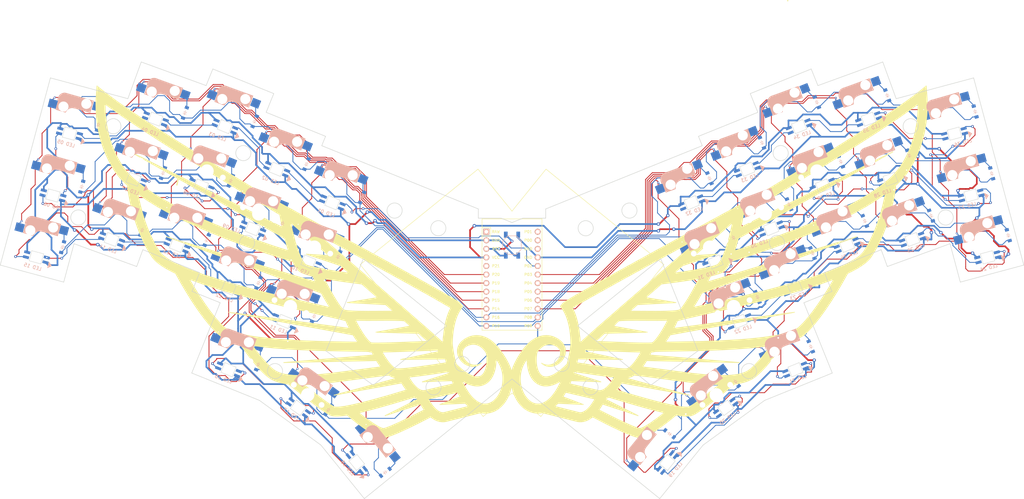
<source format=kicad_pcb>
(kicad_pcb (version 20211014) (generator pcbnew)
  (title_block (title "main") (rev "v1.0.0") (company "Unknown"))
  (layers (0 "F.Cu" signal) (31 "B.Cu" signal) (34 "B.Paste" user) (35 "F.Paste" user) (36 "B.SilkS" user "B.Silkscreen") (37 "F.SilkS" user "F.Silkscreen") (38 "B.Mask" user) (39 "F.Mask" user) (44 "Edge.Cuts" user))
  (net 0 "")
  (net 1 "pinky_bottom")
  (net 2 "P20")
  (net 3 "P10")
  (net 4 "VCC")
  (net 5 "GND")
  (net 6 "P2")
  (net 7 "pinky_home")
  (net 8 "P8")
  (net 9 "pinky_top")
  (net 10 "P16")
  (net 11 "ring_bottom")
  (net 12 "P19")
  (net 13 "ring_home")
  (net 14 "ring_top")
  (net 15 "middle_bottom")
  (net 16 "P18")
  (net 17 "middle_home")
  (net 18 "middle_top")
  (net 19 "index_bottom")
  (net 20 "P15")
  (net 21 "index_home")
  (net 22 "index_top")
  (net 23 "inner_bottom")
  (net 24 "P14")
  (net 25 "inner_home")
  (net 26 "inner_top")
  (net 27 "near_thumb")
  (net 28 "P9")
  (net 29 "home_thumb")
  (net 30 "far_thumb")
  (net 31 "mirror_pinky_bottom")
  (net 32 "P3")
  (net 33 "mirror_pinky_home")
  (net 34 "mirror_pinky_top")
  (net 35 "mirror_ring_bottom")
  (net 36 "P4")
  (net 37 "mirror_ring_home")
  (net 38 "mirror_ring_top")
  (net 39 "mirror_middle_bottom")
  (net 40 "P5")
  (net 41 "mirror_middle_home")
  (net 42 "mirror_middle_top")
  (net 43 "mirror_index_bottom")
  (net 44 "P6")
  (net 45 "mirror_index_home")
  (net 46 "mirror_index_top")
  (net 47 "mirror_inner_bottom")
  (net 48 "P7")
  (net 49 "mirror_inner_home")
  (net 50 "mirror_inner_top")
  (net 51 "mirror_near_thumb")
  (net 52 "mirror_home_thumb")
  (net 53 "mirror_far_thumb")
  (net 54 "RAW")
  (net 55 "RST")
  (net 56 "P21")
  (net 57 "P1")
  (net 58 "P0")
  (footprint "E73:SW_TACT_ALPS_SKQGABE010" (layer "F.Cu") (at 215.138 102.014 90)
    (fp_text reference "B1" hide)
    (fp_text value "" hide)
  )
  (footprint "MX" (layer "F.Cu") (at 290.280481 92.731417 22)
    (fp_text reference "S29" hide)
    (fp_text value "" hide)
  )
  (footprint "kbd:CherryMX_Hotswap" (layer "F.Cu") (at 325.662003 78.080054 20)
    (fp_text reference "SW6" hide)
    (fp_text value "SW_PUSH" hide)
  )
  (footprint "WS2812B" (layer "F.Cu") (at 284.942337 79.519047 22)
    (fp_text reference "LED30" hide)
    (fp_text value "" hide)
    (fp_line (start 1.8 1.55) (end 1.8 -1.55) (layer "Edge.Cuts") (width 0.12))
    (fp_line (start 1.8 -1.55) (end -1.8 -1.55) (layer "Edge.Cuts") (width 0.12))
    (fp_line (start -1.8 1.55) (end 1.8 1.55) (layer "Edge.Cuts") (width 0.12))
    (fp_line (start -1.8 -1.55) (end -1.8 1.55) (layer "Edge.Cuts") (width 0.12))
  )
  (footprint "kbd:CherryMX_Hotswap" (layer "F.Cu") (at 319.312003 60.300054 20)
    (fp_text reference "SW6" hide)
    (fp_text value "SW_PUSH" hide)
  )
  (footprint "VIA-0.6mm" (layer "F.Cu") (at 311.217416 58.324567 20)
    (fp_text reference "REF**" hide)
    (fp_text value "VIA-0.6mm" hide)
  )
  (footprint "MX" (layer "F.Cu") (at 298.531809 62.434295 22)
    (fp_text reference "S27" hide)
    (fp_text value "" hide)
  )
  (footprint "ComboDiode" (layer "F.Cu") (at 163.53479 105.477504 68)
    (fp_text reference "D14" hide)
    (fp_text value "" hide)
  )
  (footprint "MX" (layer "F.Cu") (at 172.747724 163.525178 -51)
    (fp_text reference "S18" hide)
    (fp_text value "" hide)
  )
  (footprint "VIA-0.6mm" (layer "F.Cu") (at 290.355792 60.884214 22)
    (fp_text reference "REF**" hide)
    (fp_text value "VIA-0.6mm" hide)
  )
  (footprint "WS2812B" (layer "F.Cu") (at 96.320284 100.330902 -20)
    (fp_text reference "LED4" hide)
    (fp_text value "" hide)
    (fp_line (start 1.8 -1.55) (end -1.8 -1.55) (layer "Edge.Cuts") (width 0.12))
    (fp_line (start -1.8 -1.55) (end -1.8 1.55) (layer "Edge.Cuts") (width 0.12))
    (fp_line (start -1.8 1.55) (end 1.8 1.55) (layer "Edge.Cuts") (width 0.12))
    (fp_line (start 1.8 1.55) (end 1.8 -1.55) (layer "Edge.Cuts") (width 0.12))
  )
  (footprint "WS2812B" (layer "F.Cu") (at 122.847284 84.454912 -22)
    (fp_text reference "LED8" hide)
    (fp_text value "" hide)
    (fp_line (start 1.8 1.55) (end 1.8 -1.55) (layer "Edge.Cuts") (width 0.12))
    (fp_line (start -1.8 1.55) (end 1.8 1.55) (layer "Edge.Cuts") (width 0.12))
    (fp_line (start -1.8 -1.55) (end -1.8 1.55) (layer "Edge.Cuts") (width 0.12))
    (fp_line (start 1.8 -1.55) (end -1.8 -1.55) (layer "Edge.Cuts") (width 0.12))
  )
  (footprint "MX" (layer "F.Cu") (at 283.162955 75.114924 22)
    (fp_text reference "S30" hide)
    (fp_text value "" hide)
  )
  (footprint "MX" (layer "F.Cu") (at 132.794 134.581006 -22)
    (fp_text reference "S16" hide)
    (fp_text value "" hide)
  )
  (footprint "MX" (layer "F.Cu") (at 85.055562 64.338885 -15)
    (fp_text reference "S3" hide)
    (fp_text value "" hide)
  )
  (footprint "kbd:CherryMX_Hotswap" (layer "F.Cu") (at 75.231585 100.944144 -16)
    (fp_text reference "SW6" hide)
    (fp_text value "SW_PUSH" hide)
  )
  (footprint "VIA-0.6mm" (layer "F.Cu") (at 289.221989 108.797829 22)
    (fp_text reference "REF**" hide)
    (fp_text value "VIA-0.6mm" hide)
  )
  (footprint "WS2812B" (layer "F.Cu") (at 299.261381 138.98513 22)
    (fp_text reference "LED34" hide)
    (fp_text value "" hide)
    (fp_line (start 1.8 -1.55) (end -1.8 -1.55) (layer "Edge.Cuts") (width 0.12))
    (fp_line (start -1.8 1.55) (end 1.8 1.55) (layer "Edge.Cuts") (width 0.12))
    (fp_line (start 1.8 1.55) (end 1.8 -1.55) (layer "Edge.Cuts") (width 0.12))
    (fp_line (start -1.8 -1.55) (end -1.8 1.55) (layer "Edge.Cuts") (width 0.12))
  )
  (footprint "VIA-0.6mm" (layer "F.Cu") (at 99.404505 71.390444 -20)
    (fp_text reference "REF**" hide)
    (fp_text value "VIA-0.6mm" hide)
  )
  (footprint "ComboDiode" (layer "F.Cu") (at 357.479036 80.724451 105)
    (fp_text reference "D20" hide)
    (fp_text value "" hide)
  )
  (footprint "ComboDiode" (layer "F.Cu") (at 312.695932 77.203778 112)
    (fp_text reference "D26" hide)
    (fp_text value "" hide)
  )
  (footprint "ComboDiode" (layer "F.Cu") (at 154.159642 77.961934 68)
    (fp_text reference "D12" hide)
    (fp_text value "" hide)
  )
  (footprint "VIA-0.6mm" (layer "F.Cu") (at 266.954 146.558 36)
    (fp_text reference "REF**" hide)
    (fp_text value "VIA-0.6mm" hide)
  )
  (footprint "kbd:CherryMX_Hotswap" (layer "F.Cu") (at 104.426531 77.909982 -20)
    (fp_text reference "SW6" hide)
    (fp_text value "SW_PUSH" hide)
  )
  (footprint "VIA-0.6mm" (layer "F.Cu") (at 105.902887 53.536285 -20)
    (fp_text reference "REF**" hide)
    (fp_text value "VIA-0.6mm" hide)
  )
  (footprint "ComboDiode" (layer "F.Cu") (at 111.584926 80.612555 70)
    (fp_text reference "D5" hide)
    (fp_text value "" hide)
  )
  (footprint "WS2812B" (layer "F.Cu") (at 154.708811 107.034617 -22)
    (fp_text reference "LED14" hide)
    (fp_text value "" hide)
    (fp_line (start -1.8 1.55) (end 1.8 1.55) (layer "Edge.Cuts") (width 0.12))
    (fp_line (start -1.8 -1.55) (end -1.8 1.55) (layer "Edge.Cuts") (width 0.12))
    (fp_line (start 1.8 -1.55) (end -1.8 -1.55) (layer "Edge.Cuts") (width 0.12))
    (fp_line (start 1.8 1.55) (end 1.8 -1.55) (layer "Edge.Cuts") (width 0.12))
  )
  (footprint "ComboDiode" (layer "F.Cu") (at 160.661198 150.912854 54)
    (fp_text reference "D17" hide)
    (fp_text value "" hide)
  )
  (footprint "MX" (layer "F.Cu") (at 280.905333 120.246987 22)
    (fp_text reference "S31" hide)
    (fp_text value "" hide)
  )
  (footprint "MX" (layer "F.Cu") (at 305.649334 80.050788 22)
    (fp_text reference "S26" hide)
    (fp_text value "" hide)
  )
  (footprint "kbd:CherryMX_Hotswap" (layer "F.Cu") (at 305.596003 80.112054 20)
    (fp_text reference "SW6" hide)
    (fp_text value "SW_PUSH" hide)
  )
  (footprint "VIA-0.6mm" (layer "F.Cu") (at 135.190962 85.936843 -22)
    (fp_text reference "REF**" hide)
    (fp_text value "VIA-0.6mm" hide)
  )
  (footprint "VIA-0.6mm" (layer "F.Cu") (at 274.986939 73.564842 22)
    (fp_text reference "REF**" hide)
    (fp_text value "VIA-0.6mm" hide)
  )
  (footprint "MX" (layer "F.Cu") (at 156.488193 102.630494 -22)
    (fp_text reference "S14" hide)
    (fp_text value "" hide)
  )
  (footprint "kbd:CherryMX_Hotswap" (layer "F.Cu") (at 84.883585 64.368144 -16)
    (fp_text reference "SW6" hide)
    (fp_text value "SW_PUSH" hide)
  )
  (footprint "kbd:CherryMX_Hotswap" (layer "F.Cu") (at 290.102003 92.812054 20)
    (fp_text reference "SW6" hide)
    (fp_text value "SW_PUSH" hide)
  )
  (footprint "kbd:CherryMX_Hotswap" (layer "F.Cu") (at 111.030531 60.129982 -20)
    (fp_text reference "SW6" hide)
    (fp_text value "SW_PUSH" hide)
  )
  (footprint "VIA-0.6mm" (layer "F.Cu") (at 92.906122 89.244604 -20)
    (fp_text reference "REF**" hide)
    (fp_text value "VIA-0.6mm" hide)
  )
  (footprint "ComboDiode" (layer "F.Cu") (at 124.555738 100.514292 68)
    (fp_text reference "D7" hide)
    (fp_text value "" hide)
  )
  (footprint "WS2812B" (layer "F.Cu") (at 327.457333 82.476742 20)
    (fp_text reference "LED23" hide)
    (fp_text value "" hide)
    (fp_line (start -1.8 -1.55) (end -1.8 1.55) (layer "Edge.Cuts") (width 0.12))
    (fp_line (start 1.8 1.55) (end 1.8 -1.55) (layer "Edge.Cuts") (width 0.12))
    (fp_line (start -1.8 1.55) (end 1.8 1.55) (layer "Edge.Cuts") (width 0.12))
    (fp_line (start 1.8 -1.55) (end -1.8 -1.55) (layer "Edge.Cuts") (width 0.12))
  )
  (footprint "kbd:CherryMX_Hotswap" (layer "F.Cu") (at 124.746531 80.195982 -20)
    (fp_text reference "SW6" hide)
    (fp_text value "SW_PUSH" hide)
  )
  (footprint "ComboDiode" (layer "F.Cu") (at 170.652315 87.86101 68)
    (fp_text reference "D15" hide)
    (fp_text value "" hide)
  )
  (footprint "MX" (layer "F.Cu") (at 266.670282 85.014 22)
    (fp_text reference "S33" hide)
    (fp_text value "" hide)
  )
  (footprint "WS2812B" (layer "F.Cu") (at 129.964809 66.838418 -22)
    (fp_text reference "LED9" hide)
    (fp_text value "" hide)
    (fp_line (start 1.8 1.55) (end 1.8 -1.55) (layer "Edge.Cuts") (width 0.12))
    (fp_line (start -1.8 -1.55) (end -1.8 1.55) (layer "Edge.Cuts") (width 0.12))
    (fp_line (start 1.8 -1.55) (end -1.8 -1.55) (layer "Edge.Cuts") (width 0.12))
    (fp_line (start -1.8 1.55) (end 1.8 1.55) (layer "Edge.Cuts") (width 0.12))
  )
  (footprint "kbd:CherryMX_Hotswap" (layer "F.Cu") (at 345.216356 64.234585 16)
    (fp_text reference "SW6" hide)
    (fp_text value "SW_PUSH" hide)
  )
  (footprint "kbd:CherryMX_Hotswap" (layer "F.Cu") (at 312.708003 97.892054 20)
    (fp_text reference "SW6" hide)
    (fp_text value "SW_PUSH" hide)
  )
  (footprint "kbd:CherryMX_Hotswap" (layer "F.Cu") (at 298.230003 62.586054 20)
    (fp_text reference "SW6" hide)
    (fp_text value "SW_PUSH" hide)
  )
  (footprint "MX" (layer "F.Cu") (at 350.138 82.691475 15)
    (fp_text reference "S20" hide)
    (fp_text value "" hide)
  )
  (footprint "VIA-0.6mm" (layer "F.Cu") (at 297.473318 78.500707 22)
    (fp_text reference "REF**" hide)
    (fp_text value "VIA-0.6mm" hide)
  )
  (footprint "ComboDiode" (layer "F.Cu") (at 273.716879 82.16699 112)
    (fp_text reference "D33" hide)
    (fp_text value "" hide)
  )
  (footprint "WS2812B" (layer "F.Cu") (at 78.908609 87.279623 -15)
    (fp_text reference "LED2" hide)
    (fp_text value "" hide)
    (fp_line (start 1.8 1.55) (end 1.8 -1.55) (layer "Edge.Cuts") (width 0.12))
    (fp_line (start 1.8 -1.55) (end -1.8 -1.55) (layer "Edge.Cuts") (width 0.12))
    (fp_line (start -1.8 1.55) (end 1.8 1.55) (layer "Edge.Cuts") (width 0.12))
    (fp_line (start -1.8 -1.55) (end -1.8 1.55) (layer "Edge.Cuts") (width 0.12))
  )
  (footprint "WS2812B" (layer "F.Cu") (at 300.31119 66.838418 22)
    (fp_text reference "LED27" hide)
    (fp_text value "" hide)
    (fp_line (start 1.8 -1.55) (end -1.8 -1.55) (layer "Edge.Cuts") (width 0.12))
    (fp_line (start 1.8 1.55) (end 1.8 -1.55) (layer "Edge.Cuts") (width 0.12))
    (fp_line (start -1.8 1.55) (end 1.8 1.55) (layer "Edge.Cuts") (width 0.12))
    (fp_line (start -1.8 -1.55) (end -1.8 1.55) (layer "Edge.Cuts") (width 0.12))
  )
  (footprint "ComboDiode" (layer "F.Cu") (at 280.834405 99.783484 112)
    (fp_text reference "D32" hide)
    (fp_text value "" hide)
  )
  (footprint "ComboDiode" (layer "F.Cu") (at 289.306 71.628 112)
    (fp_text reference "D30" hide)
    (fp_text value "" hide)
  )
  (footprint "MX" (layer "F.Cu") (at 147.113044 75.114924 -22)
    (fp_text reference "S12" hide)
    (fp_text value "" hide)
  )
  (footprint "ComboDiode" (layer "F.Cu") (at 297.327078 89.884407 112)
    (fp_text reference "D29" hide)
    (fp_text value "" hide)
  )
  (footprint "kbd:CherryMX_Hotswap" (layer "F.Cu") (at 117.888531 97.467982 -20)
    (fp_text reference "SW6" hide)
    (fp_text value "SW_PUSH" hide)
  )
  (footprint "VIA-0.6mm" (layer "F.Cu") (at 127.989443 127.786433 -22)
    (fp_text reference "REF**" hide)
    (fp_text value "VIA-0.6mm" hide)
  )
  (footprint "VIA-0.6mm" (layer "F.Cu") (at 119.822108 73.256215 -22)
    (fp_text reference "REF**" hide)
    (fp_text value "VIA-0.6mm" hide)
  )
  (footprint "ComboDiode" (layer "F.Cu") (at 118.083309 62.758396 70)
    (fp_text reference "D6" hide)
    (fp_text value "" hide)
  )
  (footprint "kbd:CherryMX_Hotswap" (layer "F.Cu") (at 147.352531 75.115982 -20)
    (fp_text reference "SW6" hide)
    (fp_text value "SW_PUSH" hide)
  )
  (footprint "ComboDiode" (layer "F.Cu") (at 105.41 97.536 70)
    (fp_text reference "D4" hide)
    (fp_text value "" hide)
  )
  (footprint "VIA-0.6mm" (layer "F.Cu") (at 249.174 165.862 51)
    (fp_text reference "REF**" hide)
    (fp_text value "VIA-0.6mm" hide)
  )
  (footprint "MX" (layer "F.Cu") (at 132.877994 110.34791 -22)
    (fp_text reference "S10" hide)
    (fp_text value "" hide)
  )
  (footprint "kbd:CherryMX_Hotswap" (layer "F.Cu") (at 172.661314 163.472381 -51)
    (fp_text reference "SW6" hide)
    (fp_text value "SW_PUSH" hide)
  )
  (footprint "VIA-0.6mm" (layer "F.Cu") (at 272.729316 118.696906 22)
    (fp_text reference "REF**" hide)
    (fp_text value "VIA-0.6mm" hide)
  )
  (footprint "ComboDiode" (layer "F.Cu") (at 304.292 104.394 112)
    (fp_text reference "D28" hide)
    (fp_text value "" hide)
  )
  (footprint "ComboDiode" (layer "F.Cu") (at 339.472784 93.268009 110)
    (fp_text reference "D22" hide)
    (fp_text value "" hide)
  )
  (footprint "WS2812B" (layer "F.Cu") (at 73.991047 105.632214 -15)
    (fp_text reference "LED1" hide)
    (fp_text value "" hide)
    (fp_line (start 1.8 -1.55) (end -1.8 -1.55) (layer "Edge.Cuts") (width 0.12))
    (fp_line (start -1.8 1.55) (end 1.8 1.55) (layer "Edge.Cuts") (width 0.12))
    (fp_line (start 1.8 1.55) (end 1.8 -1.55) (layer "Edge.Cuts") (width 0.12))
    (fp_line (start -1.8 -1.55) (end -1.8 1.55) (layer "Edge.Cuts") (width 0.12))
  )
  (footprint "VIA-0.6mm" (layer "F.Cu") (at 144.56611 113.452413 -22)
    (fp_text reference "REF**" hide)
    (fp_text value "VIA-0.6mm" hide)
  )
  (footprint "kbd:CherryMX_Hotswap" (layer "F.Cu") (at 132.874531 134.551982 -20)
    (fp_text reference "SW6" hide)
    (fp_text value "SW_PUSH" hide)
  )
  (footprint "MX" (layer "F.Cu") (at 139.995519 92.731417 -22)
    (fp_text reference "S11" hide)
    (fp_text value "" hide)
  )
  (footprint "ComboDiode" (layer "F.Cu") (at 326.476019 57.559689 110)
    (fp_text reference "D24" hide)
    (fp_text value "" hide)
  )
  (footprint "kbd:CherryMX_Hotswap" (layer "F.Cu") (at 350.296356 82.522585 16)
    (fp_text reference "SW6" hide)
    (fp_text value "SW_PUSH" hide)
  )
  (footprint "VIA-0.6mm" (layer "F.Cu") (at 126.939633 55.639722 -22)
    (fp_text reference "REF**" hide)
    (fp_text value "VIA-0.6mm" hide)
  )
  (footprint "ComboDiode" (layer "F.Cu") (at 332.974401 75.413849 110)
    (fp_text reference "D23" hide)
    (fp_text value "" hide)
  )
  (footprint "VIA-0.6mm" (layer "F.Cu") (at 142.308487 68.32035 -22)
    (fp_text reference "REF**" hide)
    (fp_text value "VIA-0.6mm" hide)
  )
  (footprint "ComboDiode" (layer "F.Cu") (at 147.042116 95.578427 68)
    (fp_text reference "D11" hide)
    (fp_text value "" hide)
  )
  (footprint "MX" (layer "F.Cu") (at 312.76686 97.667282 22)
    (fp_text reference "S25" hide)
    (fp_text value "" hide)
  )
  (footprint "WS2812B" (layer "F.Cu") (at 147.591286 124.65111 -22)
    (fp_text reference "LED13" hide)
    (fp_text value "" hide)
    (fp_line (start 1.8 1.55) (end 1.8 -1.55) (layer "Edge.Cuts") (width 0.12))
    (fp_line (start -1.8 1.55) (end 1.8 1.55) (layer "Edge.Cuts") (width 0.12))
    (fp_line (start 1.8 -1.55) (end -1.8 -1.55) (layer "Edge.Cuts") (width 0.12))
    (fp_line (start -1.8 -1.55) (end -1.8 1.55) (layer "Edge.Cuts") (width 0.12))
  )
  (footprint "WS2812B" (layer "F.Cu") (at 333.955716 100.330902 20)
    (fp_text reference "LED22" hide)
    (fp_text value "" hide)
    (fp_line (start -1.8 -1.55) (end -1.8 1.55) (layer "Edge.Cuts") (width 0.12))
    (fp_line (start 1.8 -1.55) (end -1.8 -1.55) (layer "Edge.Cuts") (width 0.12))
    (fp_line (start -1.8 1.55) (end 1.8 1.55) (layer "Edge.Cuts") (width 0.12))
    (fp_line (start 1.8 1.55) (end 1.8 -1.55) (layer "Edge.Cuts") (width 0.12))
  )
  (footprint "ProMicro" (layer "F.Cu") (at 215.138 112.014 -90)
    (fp_text reference "MCU1" hide)
    (fp_text value "" hide)
  )
  (footprint "ComboDiode" (layer "F.Cu") (at 281.432 142.494 126)
    (fp_text reference "D35" hide)
    (fp_text value "" hide)
  )
  (footprint "MX" (layer "F.Cu") (at 257.528276 163.525178 51)
    (fp_text reference "S36" hide)
    (fp_text value "" hide)
  )
  (footprint "kbd:CherryMX_Hotswap" (layer "F.Cu") (at 283.244003 75.286054 20)
    (fp_text reference "SW6" hide)
    (fp_text value "SW_PUSH" hide)
  )
  (footprint "WS2812B" (layer "F.Cu") (at 299.177387 114.752033 22)
    (fp_text reference "LED28" hide)
    (fp_text value "" hide)
    (fp_line (start -1.8 -1.55) (end -1.8 1.55) (layer "Edge.Cuts") (width 0.12))
    (fp_line (start 1.8 1.55) (end 1.8 -1.55) (layer "Edge.Cuts") (width 0.12))
    (fp_line (start 1.8 -1.55) (end -1.8 -1.55) (layer "Edge.Cuts") (width 0.12))
    (fp_line (start -1.8 1.55) (end 1.8 1.55) (layer "Edge.Cuts") (width 0.12))
  )
  (footprint "VIA-0.6mm" (layer "F.Cu") (at 324.214181 94.032886 20)
    (fp_text reference "REF**" hide)
    (fp_text value "VIA-0.6mm" hide)
  )
  (footprint "VIA-0.6mm" (layer "F.Cu") (at 317.715798 76.178726 20)
    (fp_text reference "REF**" hide)
    (fp_text value "VIA-0.6mm" hide)
  )
  (footprint "VIA-0.6mm" (layer "F.Cu") (at 337.294272 61.803952 15)
    (fp_text reference "REF**" hide)
    (fp_text value "VIA-0.6mm" hide)
  )
  (footprint "kbd:CherryMX_Hotswap" (layer "F.Cu") (at 257.543075 163.481168 51)
    (fp_text reference "SW6" hide)
    (fp_text value "SW_PUSH" hide)
  )
  (footprint "kbd:CherryMX_Hotswap" (layer "F.Cu") (at 355.122356 100.810585 16)
    (fp_text reference "SW6" hide)
    (fp_text value "SW_PUSH" hide)
  )
  (footprint "VIA-0.6mm" (layer "F.Cu") (at 112.704583 90.872708 -22)
    (fp_text reference "REF**" hide)
    (fp_text value "VIA-0.6mm" hide)
  )
  (footprint "ComboDiode" (layer "F.Cu") (at 303.784 132.08 112)
    (fp_text reference "D34" hide)
    (fp_text value "" hide)
  )
  (footprint "kbd:CherryMX_Hotswap" (layer "F.Cu") (at 98.076531 95.943982 -20)
    (fp_text reference "SW6" hide)
    (fp_text value "SW_PUSH" hide)
  )
  (footprint "WS2812B" (layer "F.Cu") (at 351.36739 87.279623 15)
    (fp_text reference "LED20" hide)
    (fp_text value "" hide)
    (fp_line (start -1.8 1.55) (end 1.8 1.55) (layer "Edge.Cuts") (width 0.12))
    (fp_line (start -1.8 -1.55) (end -1.8 1.55) (layer "Edge.Cuts") (width 0.12))
    (fp_line (start 1.8 -1.55) (end -1.8 -1.55) (layer "Edge.Cuts") (width 0.12))
    (fp_line (start 1.8 1.55) (end 1.8 -1.55) (layer "Edge.Cuts") (width 0.12))
  )
  (footprint "WS2812B" (layer "F.Cu") (at 145.333663 79.519047 -22)
    (fp_text reference "LED12" hide)
    (fp_text value "" hide)
    (fp_line (start -1.8 1.55) (end 1.8 1.55) (layer "Edge.Cuts") (width 0.12))
    (fp_line (start 1.8 1.55) (end 1.8 -1.55) (layer "Edge.Cuts") (width 0.12))
    (fp_line (start 1.8 -1.55) (end -1.8 -1.55) (layer "Edge.Cuts") (width 0.12))
    (fp_line (start -1.8 -1.55) (end -1.8 1.55) (layer "Edge.Cuts") (width 0.12))
  )
  (footprint "VIA-0.6mm" (layer "F.Cu") (at 282.104464 91.181336 22)
    (fp_text reference "REF**" hide)
    (fp_text value "VIA-0.6mm" hide)
  )
  (footprint "ComboDiode" (layer "F.Cu") (at 261.874 157.988 141)
    (fp_text reference "D36" hide)
    (fp_text value "" hide)
  )
  (footprint "MX" (layer "F.Cu") (at 319.334355 60.159042 20)
    (fp_text reference "S24" hide)
    (fp_text value "" hide)
  )
  (footprint "WS2812B" (layer "F.Cu") (at 268.449663 89.418124 22)
    (fp_text reference "LED33" hide)
    (fp_text value "" hide)
    (fp_line (start 1.8 1.55) (end 1.8 -1.55) (layer "Edge.Cuts") (width 0.12))
    (fp_line (start -1.8 -1.55) (end -1.8 1.55) (layer "Edge.Cuts") (width 0.12))
    (fp_line (start -1.8 1.55) (end 1.8 1.55) (layer "Edge.Cuts") (width 0.12))
    (fp_line (start 1.8 -1.55) (end -1.8 -1.55) (layer "Edge.Cuts") (width 0.12))
  )
  (footprint "kbd:CherryMX_Hotswap" (layer "F.Cu") (at 154.452663 146.41467 -36)
    (fp_text reference "SW6" hide)
    (fp_text value "SW_PUSH" hide)
  )
  (footprint "ComboDiode" (layer "F.Cu") (at 305.578406 59.587285 112)
    (fp_text reference "D27" hide)
    (fp_text value "" hide)
  )
  (footprint "WS2812B" (layer "F.Cu") (at 275.567189 107.034617 22)
    (fp_text reference "LED32" hide)
    (fp_text value "" hide)
    (fp_line (start -1.8 1.55) (end 1.8 1.55) (layer "Edge.Cuts") (width 0.12))
    (fp_line (start 1.8 1.55) (end 1.8 -1.55) (layer "Edge.Cuts") (width 0.12))
    (fp_line (start -1.8 -1.55) (end -1.8 1.55) (layer "Edge.Cuts") (width 0.12))
    (fp_line (start 1.8 -1.55) (end -1.8 -1.55) (layer "Edge.Cuts") (width 0.12))
  )
  (footprint "MX" (layer "F.Cu") (at 332.33112 95.867362 20)
    (fp_text reference "S22" hide)
    (fp_text value "" hide)
  )
  (footprint "VIA-0.6mm" (layer "F.Cu") (at 258.494265 83.463919 22)
    (fp_text reference "REF**" hide)
    (fp_text value "VIA-0.6mm" hide)
  )
  (footprint "WS2812B" (layer "F.Cu") (at 138.216138 97.13554 -22)
    (fp_text reference "LED11" hide)
    (fp_text value "" hide)
    (fp_line (start 1.8 -1.55) (end -1.8 -1.55) (layer "Edge.Cuts") (width 0.12))
    (fp_line (start 1.8 1.55) (end 1.8 -1.55) (layer "Edge.Cuts") (width 0.12))
    (fp_line (start -1.8 1.55) (end 1.8 1.55) (layer "Edge.Cuts") (width 0.12))
    (fp_line (start -1.8 -1.55) (end -1.8 1.55) (layer "Edge.Cuts") (width 0.12))
  )
  (footprint "VIA-0.6mm" (layer "F.Cu") (at 304.590843 96.1172 22)
    (fp_text reference "REF**" hide)
    (fp_text value "VIA-0.6mm" hide)
  )
  (footprint "ComboDiode" (layer "F.Cu") (at 139.840598 137.428016 68)
    (fp_text reference "D16" hide)
    (fp_text value "" hide)
  )
  (footprint "VIA-0.6mm" (layer "F.Cu") (at 342.211833 80.156542 15)
    (fp_text reference "REF**" hide)
    (fp_text value "VIA-0.6mm" hide)
  )
  (footprint "kbd:CherryMX_Hotswap" (layer "F.Cu") (at 149.638531 120.073982 -20)
    (fp_text reference "SW6" hide)
    (fp_text value "SW_PUSH" hide)
  )
  (footprint "MX" (layer "F.Cu") (at 275.763331 146.445686 36)
    (fp_text reference "S35" hide)
    (fp_text value "" hide)
  )
  (footprint "VIA-0.6mm" (layer "F.Cu") (at 79.458767 58.180485 -15)
    (fp_text reference "REF**" hide)
    (fp_text value "VIA-0.6mm" hide)
  )
  (footprint "kbd:CherryMX_Hotswap" (layer "F.Cu") (at 80.057585 82.656144 -16)
    (fp_text reference "SW6" hide)
    (fp_text value "SW_PUSH" hide)
  )
  (footprint "MX" (layer "F.Cu") (at 154.512668 146.445686 -36)
    (fp_text reference "S17" hide)
    (fp_text value "" hide)
  )
  (footprint "WS2812B" (layer "F.Cu") (at 320.95895 64.622582 20)
    (fp_text reference "LED24" hide)
    (fp_text value "" hide)
    (fp_line (start -1.8 1.55) (end 1.8 1.55) (layer "Edge.Cuts") (width 0.12))
    (fp_line (start -1.8 -1.55) (end -1.8 1.55) (layer "Edge.Cuts") (width 0.12))
    (fp_line (start 1.8 1.55) (end 1.8 -1.55) (layer "Edge.Cuts") (width 0.12))
    (fp_line (start 1.8 -1.55) (end -1.8 -1.55) (layer "Edge.Cuts") (width 0.12))
  )
  (footprint "kbd:CherryMX_Hotswap" (layer "F.Cu") (at 273.592003 102.718054 20)
    (fp_text reference "SW6" hide)
    (fp_text value "SW_PUSH" hide)
  )
  (footprint "ComboDiode" (layer "F.Cu") (at 362.396598 99.077041 105)
    (fp_text reference "D19" hide)
    (fp_text value "" hide)
  )
  (footprint "MX" (layer "F.Cu") (at 297.398006 110.34791 22)
    (fp_text reference "S28" hide)
    (fp_text value "" hide)
  )
  (footprint "ComboDiode" (layer "F.Cu") (at 131.673263 82.897798 68)
    (fp_text reference "D8" hide)
    (fp_text value "" hide)
  )
  (footprint "kbd:CherryMX_Hotswap" (layer "F.Cu") (at 332.266003 95.860054 20)
    (fp_text reference "SW6" hide)
    (fp_text value "SW_PUSH" hide)
  )
  (footprint "VIA-0.6mm" (layer "F.Cu") (at 128.073437 103.553337 -22)
    (fp_text reference "REF**" hide)
    (fp_text value "VIA-0.6mm" hide)
  )
  (footprint "kbd:CherryMX_Hotswap" (layer "F.Cu") (at 297.468003 134.592585 20)
    (fp_text reference "SW6" hide)
    (fp_text value "SW_PUSH" hide)
  )
  (footprint "kbd:CherryMX_Hotswap" (layer "F.Cu") (at 280.958003 120.244054 20)
    (fp_text reference "SW6" hide)
    (fp_text value "SW_PUSH" hide)
  )
  (footprint "ComboDiode" (layer "F.Cu") (at 319.813457 94.820272 112)
    (fp_text reference "D25" hide)
    (fp_text value "" hide)
  )
  (footprint "VIA-0.6mm" (layer "F.Cu") (at 158.801161 78.219427 -22)
    (fp_text reference "REF**" hide)
    (fp_text value "VIA-0.6mm" hide)
  )
  (footprint "ComboDiode" (layer "F.Cu") (at 177.530559 169.431488 39)
    (fp_text reference "D18" hide)
    (fp_text value "" hide)
  )
  (footprint "MX" (layer "F.Cu") (at 104.443262 78.013202 -20)
    (fp_text reference "S5" hide)
    (fp_text value "" hide)
  )
  (footprint "VIA-0.6mm" (layer "F.Cu") (at 265.611791 101.080413 22)
    (fp_text reference "REF**" hide)
    (fp_text value "VIA-0.6mm" hide)
  )
  (footprint "ComboDiode" (layer "F.Cu") (at 81.788 102.616 75)
    (fp_text reference "D1" hide)
    (fp_text value "" hide)
  )
  (footprint "VIA-0.6mm" (layer "F.Cu") (at 151.494583 138.690613 -36)
    (fp_text reference "REF**" hide)
    (fp_text value "VIA-0.6mm" hide)
  )
  (footprint "WS2812B" (layer "F.Cu") (at 109.317049 64.622582 -20)
    (fp_text reference "LED6" hide)
    (fp_text value "" hide)
    (fp_line (start -1.8 1.55) (end 1.8 1.55) (layer "Edge.Cuts") (width 0.12))
    (fp_line (start 1.8 -1.55) (end -1.8 -1.55) (layer "Edge.Cuts") (width 0.12))
    (fp_line (start -1.8 -1.55) (end -1.8 1.55) (layer "Edge.Cuts") (width 0.12))
    (fp_line (start 1.8 1.55) (end 1.8 -1.55) (layer "Edge.Cuts") (width 0.12))
  )
  (footprint "ComboDiode" (layer "F.Cu") (at 138.790788 65.281305 68)
    (fp_text reference "D9" hide)
    (fp_text value "" hide)
  )
  (footprint "WS2812B" (layer "F.Cu") (at 151.720689 150.288517 -36)
    (fp_text reference "LED17" hide)
    (fp_text value "" hide)
    (fp_line (start -1.8 -1.55) (end -1.8 1.55) (layer "Edge.Cuts") (width 0.12))
    (fp_line (start -1.8 1.55) (end 1.8 1.55) (layer "Edge.Cuts") (width 0.12))
    (fp_line (start 1.8 1.55) (end 1.8 -1.55) (layer "Edge.Cuts") (width 0.12))
    (fp_line (start 1.8 -1.55) (end -1.8 -1.55) (layer "Edge.Cuts") (width 0.12))
  )
  (footprint "kbd:CherryMX_Hotswap" (layer "F.Cu") (at 297.214003 110.338054 20)
    (fp_text reference "SW6" hide)
    (fp_text value "SW_PUSH" hide)
  )
  (footprint "MX" (layer "F.Cu") (at 149.370667 120.246987 -22)
    (fp_text reference "S13" hide)
    (fp_text value "" hide)
  )
  (footprint "WS2812B" (layer "F.Cu") (at 261.219719 166.51445 51)
    (fp_text reference "LED36" hide)
    (fp_text value "" hide)
    (fp_line (start -1.8 1.55) (end 1.8 1.55) (layer "Edge.Cuts") (width 0.12))
    (fp_line (start -1.8 -1.55) (end -1.8 1.55) (layer "Edge.Cuts") (width 0.12))
    (fp_line (start 1.8 -1.55) (end -1.8 -1.55) (layer "Edge.Cuts") (width 0.12))
    (fp_line (start 1.8 1.55) (end 1.8 -1.55) (layer "Edge.Cuts") (width 0.12))
  )
  (footprint "WS2812B" (layer "F.Cu") (at 102.818667 82.476742 -20)
    (fp_text reference "LED5" hide)
    (fp_text value "" hide)
    (fp_line (start 1.8 1.55) (end 1.8 -1.55) (layer "Edge.Cuts") (width 0.12))
    (fp_line (start 1.8 -1.55) (end -1.8 -1.55) (layer "Edge.Cuts") (width 0.12))
    (fp_line (start -1.8 1.55) (end 1.8 1.55) (layer "Edge.Cuts") (width 0.12))
    (fp_line (start -1.8 -1.55) (end -1.8 1.55) (layer "Edge.Cuts") (width 0.12))
  )
  (footprint "ComboDiode" (layer "F.Cu") (at 156.417265 123.093997 68)
    (fp_text reference "D13" hide)
    (fp_text value "" hide)
  )
  (footprint "WS2812B" (layer "F.Cu") (at 131.014619 138.98513 -22)
    (fp_text reference "LED16" hide)
    (fp_text value "" hide)
    (fp_line (start -1.8 -1.55) (end -1.8 1.55) (layer "Edge.Cuts") (width 0.12))
    (fp_line (start -1.8 1.55) (end 1.8 1.55) (layer "Edge.Cuts") (width 0.12))
    (fp_line (start 1.8 1.55) (end 1.8 -1.55) (layer "Edge.Cuts") (width 0.12))
    (fp_line (start 1.8 -1.55) (end -1.8 -1.55) (layer "Edge.Cuts") (width 0.12))
  )
  (footprint "VIA-0.6mm" (layer "F.Cu") (at 171.839638 155.253215 -51)
    (fp_text reference "REF**" hide)
    (fp_text value "VIA-0.6mm" hide)
  )
  (footprint "WS2812B" (layer "F.Cu") (at 161.826337 89.418124 -22)
    (fp_text reference "LED15" hide)
    (fp_text value "" hide)
    (fp_line (start -1.8 -1.55) (end -1.8 1.55) (layer "Edge.Cuts") (width 0.12))
    (fp_line (start -1.8 1.55) (end 1.8 1.55) (layer "Edge.Cuts") (width 0.12))
    (fp_line (start 1.8 -1.55) (end -1.8 -1.55) (layer "Edge.Cuts") (width 0.12))
    (fp_line (start 1.8 1.55) (end 1.8 -1.55) (layer "Edge.Cuts") (width 0.12))
  )
  (footprint "ComboDiode" (layer "F.Cu") (at 87.479036 84.6585 75)
    (fp_text reference "D2" hide)
    (fp_text value "" hide)
  )
  (footprint "ComboDiode" (layer "F.Cu") (at 287.95193 117.399977 112)
    (fp_text reference "D31" hide)
    (fp_text value "" hide)
  )
  (footprint "kbd:CherryMX_Hotswap" (layer "F.Cu") (at 163.862531 84.767982 -20)
    (fp_text reference "SW6" hide)
    (fp_text value "SW_PUSH" hide)
  )
  (footprint "WS2812B" (layer "F.Cu") (at 356.284952 105.632214 15)
    (fp_text reference "LED19" hide)
    (fp_text value "" hide)
    (fp_line (start -1.8 1.55) (end 1.8 1.55) (layer "Edge.Cuts") (width 0.12))
    (fp_line (start -1.8 -1.55) (end -1.8 1.55) (layer "Edge.Cuts") (width 0.12))
    (fp_line (start 1.8 -1.55) (end -1.8 -1.55) (layer "Edge.Cuts") (width 0.12))
    (fp_line (start 1.8 1.55) (end 1.8 -1.55) (layer "Edge.Cuts") (width 0.12))
  )
  (footprint "MX" (layer "F.Cu") (at 273.787807 102.630494 22)
    (fp_text reference "S32" hide)
    (fp_text value "" hide)
  )
  (footprint "kbd:CherryMX_Hotswap" (layer "F.Cu") (at 131.858531 62.415982 -20)
    (fp_text reference "SW6" hide)
    (fp_text value "SW_PUSH" hide)
  )
  (footprint "WS2812B" (layer "F.Cu") (at 83.826171 68.927032 -15)
    (fp_text reference "LED3" hide)
    (fp_text value "" hide)
    (fp_line (start 1.8 -1.55) (end -1.8 -1.55) (layer "Edge.Cuts") (width 0.12))
    (fp_line (start 1.8 1.55) (end 1.8 -1.55) (layer "Edge.Cuts") (width 0.12))
    (fp_line (start -1.8 1.55) (end 1.8 1.55) (layer "Edge.Cuts") (width 0.12))
    (fp_line (start -1.8 -1.55) (end -1.8 1.55) (layer "Edge.Cuts") (width 0.12))
  )
  (footprint "kbd:CherryMX_Hotswap" (layer "F.Cu") (at 140.240531 92.641982 -20)
    (fp_text reference "SW6" hide)
    (fp_text value "SW_PUSH" hide)
  )
  (footprint "MX" (layer "F.Cu") (at 124.626665 80.050788 -22)
    (fp_text reference "S8" hide)
    (fp_text value "" hide)
  )
  (footprint "WS2812B" (layer "F.Cu") (at 115.729759 102.071405 -22)
    (fp_text reference "LED7" hide)
    (fp_text value "" hide)
    (fp_line (start -1.8 -1.55) (end -1.8 1.55) (layer "Edge.Cuts") (width 0.12))
    (fp_line (start 1.8 -1.55) (end -1.8 -1.55) (layer "Edge.Cuts") (width 0.12))
    (fp_line (start 1.8 1.55) (end 1.8 -1.55) (layer "Edge.Cuts") (width 0.12))
    (fp_line (start -1.8 1.55) (end 1.8 1.55) (layer "Edge.Cuts") (width 0.12))
  )
  (footprint "MX" (layer "F.Cu") (at 345.220438 64.338885 15)
    (fp_text reference "S21" hide)
    (fp_text value "" hide)
  )
  (footprint "WS2812B" (layer "F.Cu") (at 307.428716 84.454912 22)
    (fp_text reference "LED26" hide)
    (fp_text value "" hide)
    (fp_line (start -1.8 -1.55) (end -1.8 1.55) (layer "Edge.Cuts") (width 0.12))
    (fp_line (start 1.8 -1.55) (end -1.8 -1.55) (layer "Edge.Cuts") (width 0.12))
    (fp_line (start -1.8 1.55) (end 1.8 1.55) (layer "Edge.Cuts") (width 0.12))
    (fp_line (start 1.8 1.55) (end 1.8 -1.55) (layer "Edge.Cuts") (width 0.12))
  )
  (footprint "MX" (layer "F.Cu") (at 75.220438 101.044066 -15)
    (fp_text reference "S1" hide)
    (fp_text value "" hide)
  )
  (footprint "MX" (layer "F.Cu") (at 131.744191 62.434295 -22)
    (fp_text reference "S9" hide)
    (fp_text value "" hide)
  )
  (footprint "MX" (layer "F.Cu") (at 97.94488 95.867362 -20)
    (fp_text reference "S4" hide)
    (fp_text value "" hide)
  )
  (footprint "MX" (layer "F.Cu") (at 325.832737 78.013202 20)
    (fp_text reference "S23" hide)
    (fp_text value "" hide)
  )
  (footprint "MX" (layer "F.Cu") (at 117.50914 97.667282 -22)
    (fp_text reference "S7" hide)
    (fp_text value "" hide)
  )
  (footprint "ComboDiode" (layer "F.Cu") (at 139.924591 113.19492 68)
    (fp_text reference "D10" hide)
    (fp_text value "" hide)
  )
  (footprint "ComboDiode" (layer "F.Cu") (at 92.396598 66.305909 75)
    (fp_text reference "D3" hide)
    (fp_text value "" hide)
  )
  (footprint "WS2812B" (layer "F.Cu") (at 282.684714 124.65111 22)
    (fp_text reference "LED31" hide)
    (fp_text value "" hide)
    (fp_line (start 1.8 -1.55) (end -1.8 -1.55) (layer "Edge.Cuts") (width 0.12))
    (fp_line (start -1.8 -1.55) (end -1.8 1.55) (layer "Edge.Cuts") (width 0.12))
    (fp_line (start -1.8 1.55) (end 1.8 1.55) (layer "Edge.Cuts") (width 0.12))
    (fp_line (start 1.8 1.55) (end 1.8 -1.55) (layer "Edge.Cuts") (width 0.12))
  )
  (footprint "MX" (layer "F.Cu") (at 355.055562 101.044066 15)
    (fp_text reference "S19" hide)
    (fp_text value "" hide)
  )
  (footprint "VIA-0.6mm" (layer "F.Cu") (at 69.623643 94.885666 -15)
    (fp_text reference "REF**" hide)
    (fp_text value "VIA-0.6mm" hide)
  )
  (footprint "ComboDiode" (layer "F.Cu") (at 352.561474 62.37186 105)
    (fp_text reference "D21" hide)
    (fp_text value "" hide)
  )
  (footprint "VIA-0.6mm" (layer "F.Cu") (at 289.052 132.334 22)
    (fp_text reference "REF**" hide)
    (fp_text value "VIA-0.6mm" hide)
  )
  (footprint "WS2812B" (layer "F.Cu") (at 346.449829 68.927032 15)
    (fp_text reference "LED21" hide)
    (fp_text value "" hide)
    (fp_line (start -1.8 1.55) (end 1.8 1.55) (layer "Edge.Cuts") (width 0.12))
    (fp_line (start 1.8 -1.55) (end -1.8 -1.55) (layer "Edge.Cuts") (width 0.12))
    (fp_line (start -1.8 -1.55) (end -1.8 1.55) (layer "Edge.Cuts") (width 0.12))
    (fp_line (start 1.8 1.55) (end 1.8 -1.55) (layer "Edge.Cuts") (width 0.12))
  )
  (footprint "WS2812B" (layer "F.Cu") (at 292.059862 97.13554 22)
    (fp_text reference "LED29" hide)
    (fp_text value "" hide)
    (fp_line (start 1.8 1.55) (end 1.8 -1.55) (layer "Edge.Cuts") (width 0.12))
    (fp_line (start 1.8 -1.55) (end -1.8 -1.55) (layer "Edge.Cuts") (width 0.12))
    (fp_line (start -1.8 1.55) (end 1.8 1.55) (layer "Edge.Cuts") (width 0.12))
    (fp_line (start -1.8 -1.55) (end -1.8 1.55) (layer "Edge.Cuts") (width 0.12))
  )
  (footprint "kbd:CherryMX_Hotswap" (layer "F.Cu") (at 133.128531 110.167982 -20)
    (fp_text reference "SW6" hide)
    (fp_text value "SW_PUSH" hide)
  )
  (footprint "MX" (layer "F.Cu") (at 297.482 134.581006 22)
    (fp_text reference "S34" hide)
    (fp_text value "" hide)
  )
  (footprint "MX" (layer "F.Cu") (at 80.138 82.691475 -15)
    (fp_text reference "S2" hide)
    (fp_text value "" hide)
  )
  (footprint "kbd:CherryMX_Hotswap" (layer "F.Cu") (at 266.480003 85.446054 20)
    (fp_text reference "SW6" hide)
    (fp_text value "SW_PUSH" hide)
  )
  (footprint "VIA-0.6mm" (layer "F.Cu") (at 151.683635 95.83592 -22)
    (fp_text reference "REF**" hide)
    (fp_text value "VIA-0.6mm" hide)
  )
  (footprint "VIA-0.6mm" (layer "F.Cu") (at 347.129395 98.509133 15)
    (fp_text reference "REF**" hide)
    (fp_text value "VIA-0.6mm" hide)
  )
  (footprint "WS2812B" (layer "F.Cu") (at 314.546241 102.071405 22)
    (fp_text reference "LED25" hide)
    (fp_text value "" hide)
    (fp_line (start 1.8 -1.55) (end -1.8 -1.55) (layer "Edge.Cuts") (width 0.12))
    (fp_line (start -1.8 -1.55) (end -1.8 1.55) (layer "Edge.Cuts") (width 0.12))
    (fp_line (start -1.8 1.55) (end 1.8 1.55) (layer "Edge.Cuts") (width 0.12))
    (fp_line (start 1.8 1.55) (end 1.8 -1.55) (layer "Edge.Cuts") (width 0.12))
  )
  (footprint "WS2812B" (layer "F.Cu") (at 131.098613 114.752033 -22)
    (fp_text reference "LED10" hide)
    (fp_text value "" hide)
    (fp_line (start 1.8 -1.55) (end -1.8 -1.55) (layer "Edge.Cuts") (width 0.12))
    (fp_line (start -1.8 1.55) (end 1.8 1.55) (layer "Edge.Cuts") (width 0.12))
    (fp_line (start -1.8 -1.55) (end -1.8 1.55) (layer "Edge.Cuts") (width 0.12))
    (fp_line (start 1.8 1.55) (end 1.8 -1.55) (layer "Edge.Cuts") (width 0.12))
  )
  (footprint "MX" (layer "F.Cu") (at 110.941645 60.159042 -20)
    (fp_text reference "S6" hide)
    (fp_text value "" hide)
  )
  (footprint "kbd:CherryMX_Hotswap" (layer "F.Cu") (at 156.750531 102.547982 -20)
    (fp_text reference "SW6" hide)
    (fp_text value "SW_PUSH" hide)
  )
  (footprint "VIA-0.6mm" (layer "F.Cu") (at 74.541205 76.533076 -15)
    (fp_text reference "REF**" hide)
    (fp_text value "VIA-0.6mm" hide)
  )
  (footprint "WS2812B" (layer "F.Cu") (at 169.056281 166.51445 -51)
    (fp_text reference "LED18" hide)
    (fp_text value "" hide)
    (fp_line (start 1.8 1.55) (end 1.8 -1.55) (layer "Edge.Cuts") (width 0.12))
    (fp_line (start -1.8 -1.55) (end -1.8 1.55) (layer "Edge.Cuts") (width 0.12))
    (fp_line (start 1.8 -1.55) (end -1.8 -1.55) (layer "Edge.Cuts") (width 0.12))
    (fp_line (start -1.8 1.55) (end 1.8 1.55) (layer "Edge.Cuts") (width 0.12))
  )
  (footprint "MX" (layer "F.Cu") (at 163.605718 85.014 -22)
    (fp_text reference "S15" hide)
    (fp_text value "" hide)
  )
  (footprint "WS2812B" (layer "F.Cu") (at 278.555311 150.288517 36)
    (fp_text reference "LED35" hide)
    (fp_text value "" hide)
    (fp_line (start 1.8 1.55) (end 1.8 -1.55) (layer "Edge.Cuts") (width 0.12))
    (fp_line (start 1.8 -1.55) (end -1.8 -1.55) (layer "Edge.Cuts") (width 0.12))
    (fp_line (start -1.8 1.55) (end 1.8 1.55) (layer "Edge.Cuts") (width 0.12))
    (fp_line (start -1.8 -1.55) (end -1.8 1.55) (layer "Edge.Cuts") (width 0.12))
  )
  (footprint "kbd:CherryMX_Hotswap" (layer "F.Cu") (at 275.82858 146.51135 36)
    (fp_text reference "SW6" hide)
    (fp_text value "SW_PUSH" hide)
  )
  (gr_line (start 223.701294 152.860503) (end 260.201877 107.786037) (layer "F.SilkS") (width 0.15))
  (gr_line (start 215.138 91.929583) (end 205.045691 79.46662) (layer "F.SilkS") (width 0.15))
  (gr_line (start 206.574706 152.860503) (end 215.138 145.926084) (layer "F.SilkS") (width 0.15))
  (gr_line (start 225.230308 79.46662) (end 215.138 91.929583) (layer "F.SilkS") (width 0.15))
  (gr_line (start 215.138 145.926084) (end 223.701294 152.860503) (layer "F.SilkS") (width 0.15))
  (gr_line (start 205.045691 79.46662) (end 170.074123 107.786037) (layer "F.SilkS") (width 0.15))
  (gr_poly (pts (xy 296.95 29.475) (xy 296.949986 29.474985) (xy 296.950016 29.474985)) (layer "F.SilkS") (width 0.4) (fill solid))
  (gr_line (start 260.201877 107.786037) (end 225.230308 79.46662) (layer "F.SilkS") (width 0.15))
  (gr_line (start 170.074123 107.786037) (end 206.574706 152.860503) (layer "F.SilkS") (width 0.15))
  (gr_poly (pts (xy 115.709404 84.118677) (xy 115.699258 84.140933) (xy 115.694093 84.143101) (xy 115.699451 84.083946) (xy 115.778124 83.689079) (xy 115.957314 82.882434) (xy 116.248909 81.612367)) (layer "F.SilkS") (width 0.4) (fill solid))
  (gr_poly (pts (xy 94 56.425) (xy 97.916369 59.371397) (xy 103.072302 62.935084) (xy 109.129232 66.927575) (xy 115.748589 71.160383) (xy 129.320308 79.593011) (xy 141.078906 86.725082) (xy 148.066018 90.512216) (xy 173.431729 104.342932) (xy 177.963421 106.832344) (xy 181.939184 109.023493) (xy 185.395902 110.936036) (xy 186.941145 111.793973) (xy 188.370457 112.589628) (xy 189.68845 113.325459) (xy 190.899734 114.003924) (xy 192.008919 114.627478) (xy 193.020615 115.198578) (xy 193.939434 115.719683) (xy 194.769984 116.193248) (xy 195.516878 116.62173) (xy 196.184724 117.007587) (xy 196.778135 117.353275) (xy 197.301719 117.661251) (xy 197.760088 117.933972) (xy 198.157852 118.173895) (xy 198.499621 118.383477) (xy 198.790006 118.565174) (xy 199.033617 118.721445) (xy 199.235064 118.854745) (xy 199.398958 118.967531) (xy 199.52991 119.062261) (xy 199.63253 119.141391) (xy 199.711428 119.207379) (xy 199.771214 119.26268) (xy 199.8165 119.309752) (xy 199.851895 119.351053) (xy 199.88201 119.389038) (xy 200.495422 120.175174) (xy 199.928573 120.996869) (xy 199.575474 121.551569) (xy 199.25613 122.137784) (xy 198.968905 122.751029) (xy 198.712161 123.386822) (xy 198.484264 124.04068) (xy 198.283575 124.708121) (xy 198.108459 125.384661) (xy 197.957279 126.065818) (xy 197.828398 126.747108) (xy 197.720181 127.42405) (xy 197.630989 128.092159) (xy 197.559187 128.746954) (xy 197.461205 129.998668) (xy 197.413144 131.143329) (xy 197.465871 131.733929) (xy 197.543185 132.389755) (xy 197.645701 133.104199) (xy 197.774034 133.870653) (xy 197.928799 134.68251) (xy 198.110611 135.533162) (xy 198.320085 136.416001) (xy 198.557837 137.32442) (xy 199.145993 137.890658) (xy 199.721733 138.41271) (xy 200.28409 138.890099) (xy 200.832097 139.322345) (xy 201.364787 139.70897) (xy 201.881193 140.049496) (xy 202.380348 140.343443) (xy 202.861287 140.590333) (xy 203.094622 140.695982) (xy 203.323041 140.789687) (xy 203.546422 140.871389) (xy 203.764644 140.941027) (xy 203.977587 140.998542) (xy 204.18513 141.043873) (xy 204.387152 141.076962) (xy 204.583532 141.097748) (xy 204.774149 141.106171) (xy 204.958883 141.102172) (xy 205.137611 141.08569) (xy 205.310215 141.056666) (xy 205.476573 141.01504) (xy 205.636563 140.960753) (xy 205.790066 140.893743) (xy 205.936959 140.813953) (xy 206.072222 140.72537) (xy 206.202539 140.624984) (xy 206.448092 140.390353) (xy 206.673139 140.113177) (xy 206.8772 139.796569) (xy 207.059794 139.443645) (xy 207.220443 139.057519) (xy 207.358666 138.641306) (xy 207.473982 138.198122) (xy 207.565913 137.73108) (xy 207.633978 137.243296) (xy 207.677697 136.737885) (xy 207.696589 136.217961) (xy 207.690177 135.68664) (xy 207.657978 135.147036) (xy 207.599513 134.602264) (xy 207.514303 134.055438) (xy 207.435617 133.922526) (xy 207.351384 133.786685) (xy 207.261218 133.648403) (xy 207.164732 133.508166) (xy 207.061539 133.36646) (xy 206.951253 133.223772) (xy 206.833486 133.080589) (xy 206.771677 133.008963) (xy 206.707852 132.937396) (xy 206.602647 132.823138) (xy 206.492485 132.710086) (xy 206.377409 132.598741) (xy 206.257463 132.489606) (xy 206.132691 132.383182) (xy 206.003134 132.27997) (xy 205.868838 132.180473) (xy 205.729844 132.085191) (xy 205.586198 131.994628) (xy 205.437941 131.909283) (xy 205.285118 131.82966) (xy 205.127772 131.75626) (xy 204.965947 131.689583) (xy 204.799684 131.630133) (xy 204.629029 131.578411) (xy 204.454025 131.534918) (xy 204.365131 131.515389) (xy 204.275158 131.498398) (xy 204.184141 131.483939) (xy 204.09211 131.472012) (xy 203.999099 131.462613) (xy 203.905142 131.455738) (xy 203.81027 131.451385) (xy 203.714517 131.44955) (xy 203.617915 131.45023) (xy 203.520498 131.453423) (xy 203.422299 131.459124) (xy 203.323349 131.467332) (xy 203.223682 131.478042) (xy 203.123332 131.491252) (xy 203.022329 131.506959) (xy 202.920709 131.525159) (xy 202.820903 131.546758) (xy 202.718511 131.572053) (xy 202.614759 131.600374) (xy 202.510873 131.631051) (xy 202.408079 131.663415) (xy 202.307602 131.696795) (xy 202.210669 131.730523) (xy 202.118506 131.763928) (xy 201.888635 131.871466) (xy 201.868093 131.882152) (xy 201.847666 131.892198) (xy 201.806659 131.911621) (xy 201.785831 131.921624) (xy 201.764621 131.932239) (xy 201.742907 131.943779) (xy 201.720562 131.956555) (xy 201.675559 131.981663) (xy 201.630804 132.007189) (xy 201.586427 132.033192) (xy 201.542556 132.059733) (xy 201.499321 132.08687) (xy 201.456849 132.114663) (xy 201.41527 132.143172) (xy 201.374713 132.172455) (xy 201.294203 132.231532) (xy 201.216708 132.292872) (xy 201.142294 132.356463) (xy 201.071029 132.422298) (xy 201.002982 132.490364) (xy 200.938218 132.560654) (xy 200.876808 132.633156) (xy 200.818817 132.70786) (xy 200.764314 132.784757) (xy 200.713366 132.863836) (xy 200.666041 132.945088) (xy 200.622407 133.028503) (xy 200.582531 133.11407) (xy 200.546481 133.20178) (xy 200.514325 133.291622) (xy 200.486129 133.383588) (xy 200.461724 133.477087) (xy 200.441649 133.57236) (xy 200.425837 133.669224) (xy 200.414223 133.767497) (xy 200.406743 133.866997) (xy 200.403329 133.967544) (xy 200.403916 134.068955) (xy 200.408439 134.171049) (xy 200.416832 134.273643) (xy 200.429028 134.376558) (xy 200.444963 134.47961) (xy 200.464571 134.582618) (xy 200.487786 134.6854) (xy 200.514542 134.787775) (xy 200.544773 134.889561) (xy 200.578415 134.990576) (xy 200.655853 135.190971) (xy 200.744343 135.385823) (xy 200.843168 135.574761) (xy 200.951612 135.757412) (xy 201.068959 135.933402) (xy 201.194492 136.10236) (xy 201.327495 136.263912) (xy 201.467252 136.417686) (xy 201.613046 136.56331) (xy 201.764162 136.700409) (xy 201.919883 136.828613) (xy 202.079493 136.947547) (xy 202.242275 137.056839) (xy 202.407513 137.156117) (xy 202.574491 137.245008) (xy 202.742492 137.323138) (xy 202.826993 137.359396) (xy 202.911537 137.393106) (xy 202.99605 137.424308) (xy 203.080454 137.453046) (xy 203.164675 137.479359) (xy 203.248636 137.503291) (xy 203.332263 137.524882) (xy 203.415479 137.544174) (xy 203.49821 137.561209) (xy 203.580378 137.576028) (xy 203.661909 137.588673) (xy 203.742727 137.599185) (xy 203.822756 137.607607) (xy 203.901921 137.613979) (xy 203.980145 137.618342) (xy 204.057354 137.62074) (xy 204.133852 137.62112) (xy 204.20917 137.619775) (xy 204.28327 137.616784) (xy 204.356114 137.612227) (xy 204.427663 137.606185) (xy 204.497878 137.598736) (xy 204.566722 137.589962) (xy 204.634156 137.579942) (xy 204.700141 137.568756) (xy 204.764639 137.556484) (xy 204.889019 137.529003) (xy 205.006989 137.498139) (xy 205.11824 137.464533) (xy 205.171697 137.447287) (xy 205.223485 137.429723) (xy 205.2736 137.411909) (xy 205.322039 137.393914) (xy 205.413877 137.357658) (xy 205.498972 137.321504) (xy 205.577302 137.286005) (xy 205.64884 137.25171) (xy 205.713561 137.219172) (xy 205.771441 137.188941) (xy 205.935322 137.094854) (xy 205.991571 137.06236) (xy 205.795144 137.224921) (xy 205.683046 137.308447) (xy 205.617166 137.355158) (xy 205.544475 137.404474) (xy 205.46478 137.455874) (xy 205.377886 137.508837) (xy 205.283601 137.562843) (xy 205.181732 137.617371) (xy 205.072246 137.67163) (xy 204.954654 137.724669) (xy 204.829026 137.775703) (xy 204.695431 137.82395) (xy 204.553938 137.868627) (xy 204.480251 137.889381) (xy 204.404616 137.90895) (xy 204.32704 137.927233) (xy 204.247533 137.944135) (xy 204.166104 137.959557) (xy 204.08276 137.973401) (xy 203.911099 137.99529) (xy 203.822616 138.003256) (xy 203.732474 138.009142) (xy 203.640754 138.012875) (xy 203.547539 138.014383) (xy 203.45291 138.013594) (xy 203.356949 138.010436) (xy 203.259737 138.004838) (xy 203.161358 137.996726) (xy 203.061892 137.98603) (xy 202.961421 137.972677) (xy 202.860028 137.956596) (xy 202.757793 137.937714) (xy 202.6548 137.915959) (xy 202.551129 137.89126) (xy 202.343061 137.833374) (xy 202.133272 137.763508) (xy 201.92259 137.681617) (xy 201.711843 137.587658) (xy 201.501861 137.481586) (xy 201.293471 137.363358) (xy 201.087502 137.23293) (xy 200.884782 137.090258) (xy 200.68614 136.935298) (xy 200.492404 136.768005) (xy 200.304403 136.588337) (xy 200.122966 136.396248) (xy 199.94892 136.191695) (xy 199.783094 135.974635) (xy 199.626316 135.745022) (xy 199.479416 135.502814) (xy 199.411711 135.37712) (xy 199.347219 135.247781) (xy 199.286235 135.114943) (xy 199.229056 134.978752) (xy 199.175977 134.839353) (xy 199.127293 134.696892) (xy 199.083301 134.551515) (xy 199.044296 134.403369) (xy 199.010575 134.252597) (xy 198.982432 134.099347) (xy 198.960165 133.943764) (xy 198.944068 133.785993) (xy 198.934437 133.626181) (xy 198.931569 133.464474) (xy 198.935758 133.301017) (xy 198.947302 133.135956) (xy 198.965106 132.970183) (xy 198.991488 132.804899) (xy 199.026142 132.640472) (xy 199.068766 132.477271) (xy 199.119058 132.315665) (xy 199.176713 132.156023) (xy 199.241429 131.998713) (xy 199.312902 131.844106) (xy 199.390829 131.692568) (xy 199.474908 131.544471) (xy 199.564834 131.400182) (xy 199.660305 131.26007) (xy 199.761018 131.124504) (xy 199.866669 130.993853) (xy 199.976955 130.868487) (xy 200.091574 130.748773) (xy 200.149245 130.689159) (xy 200.207904 130.63117) (xy 200.267466 130.574648) (xy 200.327846 130.519436) (xy 200.38896 130.465375) (xy 200.450724 130.412306) (xy 200.513052 130.360072) (xy 200.57586 130.308514) (xy 200.607203 130.282795) (xy 200.640036 130.257087) (xy 200.674028 130.2314) (xy 200.708847 130.205744) (xy 200.849758 130.103619) (xy 201.076672 129.945728) (xy 201.217794 129.856599) (xy 201.356183 129.772403) (xy 201.492994 129.692633) (xy 201.629385 129.616783) (xy 201.76651 129.544348) (xy 201.905526 129.474821) (xy 202.047589 129.407696) (xy 202.193853 129.342468) (xy 202.340677 129.28271) (xy 202.489418 129.226363) (xy 202.639922 129.173515) (xy 202.792033 129.124251) (xy 202.945594 129.078662) (xy 203.100451 129.036833) (xy 203.256448 128.998852) (xy 203.413429 128.964806) (xy 203.571238 128.934784) (xy 203.729719 128.908873) (xy 203.888718 128.887159) (xy 204.048078 128.869731) (xy 204.207644 128.856676) (xy 204.36726 128.848081) (xy 204.52677 128.844034) (xy 204.68602 128.844623) (xy 204.844981 128.847763) (xy 205.003033 128.855029) (xy 205.160081 128.866292) (xy 205.316028 128.881422) (xy 205.47078 128.90029) (xy 205.624241 128.922767) (xy 205.776316 128.948722) (xy 205.926908 128.978027) (xy 206.075923 129.010551) (xy 206.223265 129.046165) (xy 206.368839 129.084741) (xy 206.512548 129.126147) (xy 206.654299 129.170254) (xy 206.793995 129.216935) (xy 207.066839 129.317493) (xy 207.199967 129.371354) (xy 207.330757 129.427283) (xy 207.459235 129.485145) (xy 207.585426 129.544803) (xy 207.709354 129.606124) (xy 207.831044 129.668972) (xy 208.067812 129.798708) (xy 208.295927 129.932929) (xy 208.515589 130.070554) (xy 208.726997 130.210502) (xy 208.930349 130.351691) (xy 209.377382 130.702291) (xy 209.843151 131.127638) (xy 210.321733 131.61841) (xy 210.807211 132.165287) (xy 211.293663 132.758947) (xy 211.77517 133.390071) (xy 212.24581 134.049337) (xy 212.699665 134.727424) (xy 213.130813 135.415011) (xy 213.533335 136.102778) (xy 213.90131 136.781404) (xy 214.228818 137.441568) (xy 214.509939 138.073948) (xy 214.738752 138.669224) (xy 214.909339 139.218076) (xy 215.015777 139.711182) (xy 215.116948 139.236356) (xy 215.278876 138.701072) (xy 215.496349 138.115138) (xy 215.764153 137.488364) (xy 216.077074 136.830557) (xy 216.429899 136.151525) (xy 216.817415 135.461077) (xy 217.234408 134.769021) (xy 217.675665 134.085165) (xy 218.135973 133.419319) (xy 218.610118 132.78129) (xy 219.092887 132.180885) (xy 219.579067 131.627915) (xy 220.063444 131.132187) (xy 220.540804 130.70351) (xy 220.775224 130.51738) (xy 221.005935 130.351691) (xy 221.211617 130.213788) (xy 221.42416 130.075382) (xy 221.644033 129.937958) (xy 221.87171 129.802999) (xy 222.107661 129.671989) (xy 222.352358 129.546413) (xy 222.478133 129.486125) (xy 222.606272 129.427752) (xy 222.736833 129.37148) (xy 222.869876 129.317493) (xy 223.142578 129.217182) (xy 223.423907 129.12651) (xy 223.713086 129.046543) (xy 223.860374 129.010908) (xy 224.009333 128.978349) (xy 224.159864 128.949) (xy 224.311871 128.922994) (xy 224.465255 128.900464) (xy 224.619919 128.881543) (xy 224.775767 128.866366) (xy 224.932699 128.855064) (xy 225.09062 128.847772) (xy 225.249432 128.844623) (xy 225.408757 128.844034) (xy 225.568334 128.848081) (xy 225.72801 128.856676) (xy 225.887628 128.869731) (xy 226.047037 128.887159) (xy 226.206079 128.908873) (xy 226.364602 128.934784) (xy 226.522451 128.964806) (xy 226.679471 128.998852) (xy 226.835509 129.036833) (xy 226.990408 129.078662) (xy 227.144016 129.124251) (xy 227.296178 129.173515) (xy 227.446739 129.226363) (xy 227.595544 129.28271) (xy 227.74244 129.342468) (xy 227.888424 129.407696) (xy 228.030275 129.474821) (xy 228.16914 129.544348) (xy 228.306164 129.616783) (xy 228.442493 129.692633) (xy 228.579273 129.772403) (xy 228.71765 129.856599) (xy 228.858771 129.945728) (xy 229.086947 130.103619) (xy 229.227071 130.205744) (xy 229.26178 130.2314) (xy 229.295665 130.257087) (xy 229.328379 130.282795) (xy 229.359573 130.308514) (xy 229.422404 130.360072) (xy 229.484794 130.412306) (xy 229.546658 130.465375) (xy 229.607912 130.519436) (xy 229.668472 130.574648) (xy 229.728253 130.63117) (xy 229.787171 130.689159) (xy 229.845141 130.748773) (xy 229.959608 130.868487) (xy 230.069763 130.993852) (xy 230.175302 131.124501) (xy 230.27592 131.260063) (xy 230.371315 131.400169) (xy 230.461182 131.544448) (xy 230.545217 131.692533) (xy 230.623118 131.844053) (xy 230.694578 131.998638) (xy 230.759296 132.15592) (xy 230.816967 132.315528) (xy 230.867287 132.477093) (xy 230.909952 132.640246) (xy 230.944659 132.804617) (xy 230.971104 132.969837) (xy 230.988983 133.135535) (xy 231.00066 133.30067) (xy 231.004941 133.464192) (xy 231.002124 133.625956) (xy 230.992513 133.785816) (xy 230.976408 133.943627) (xy 230.954111 134.099244) (xy 230.925922 134.252522) (xy 230.892144 134.403316) (xy 230.853078 134.55148) (xy 230.809024 134.69687) (xy 230.760285 134.83934) (xy 230.707162 134.978745) (xy 230.649955 135.11494) (xy 230.588967 135.24778) (xy 230.524498 135.37712) (xy 230.456851 135.502814) (xy 230.309969 135.745022) (xy 230.153242 135.974635) (xy 229.987492 136.191695) (xy 229.813539 136.396248) (xy 229.632204 136.588337) (xy 229.444309 136.768005) (xy 229.250674 136.935298) (xy 229.052121 137.090258) (xy 228.849469 137.23293) (xy 228.643542 137.363358) (xy 228.435159 137.481586) (xy 228.225141 137.587658) (xy 228.01431 137.681617) (xy 227.803487 137.763508) (xy 227.593492 137.833374) (xy 227.385147 137.89126) (xy 227.281481 137.915959) (xy 227.1785 137.937714) (xy 227.076287 137.956596) (xy 226.974921 137.972677) (xy 226.874482 137.98603) (xy 226.775052 137.996726) (xy 226.676711 138.004838) (xy 226.57954 138.010436) (xy 226.483619 138.013594) (xy 226.389029 138.014383) (xy 226.295851 138.012875) (xy 226.204164 138.009142) (xy 226.114051 138.003256) (xy 226.025591 137.99529) (xy 225.938866 137.985314) (xy 225.853955 137.973401) (xy 225.770681 137.959557) (xy 225.689303 137.944134) (xy 225.609831 137.927232) (xy 225.532277 137.908947) (xy 225.45665 137.889378) (xy 225.382962 137.868622) (xy 225.311222 137.846778) (xy 225.241441 137.823943) (xy 225.173629 137.800216) (xy 225.107798 137.775695) (xy 225.043956 137.750477) (xy 224.982116 137.724661) (xy 224.864481 137.671625) (xy 224.754974 137.617371) (xy 224.703079 137.590074) (xy 224.653104 137.562843) (xy 224.605023 137.535742) (xy 224.558813 137.508837) (xy 224.514449 137.482192) (xy 224.471905 137.455874) (xy 224.392179 137.404474) (xy 224.319439 137.355158) (xy 224.253486 137.308447) (xy 224.194123 137.264861) (xy 224.14115 137.224921) (xy 223.994626 137.103801) (xy 223.944302 137.06236) (xy 224.164431 137.188941) (xy 224.287687 137.25171) (xy 224.35935 137.286005) (xy 224.437691 137.321504) (xy 224.5227 137.357658) (xy 224.614368 137.393914) (xy 224.712685 137.429723) (xy 224.817642 137.464533) (xy 224.929272 137.498144) (xy 225.047452 137.529011) (xy 225.171903 137.556492) (xy 225.302347 137.579949) (xy 225.438507 137.598741) (xy 225.580104 137.61223) (xy 225.652855 137.616786) (xy 225.726861 137.619776) (xy 225.802088 137.621121) (xy 225.8785 137.62074) (xy 225.955867 137.618342) (xy 226.034246 137.613979) (xy 226.11356 137.607607) (xy 226.193729 137.599185) (xy 226.274675 137.588673) (xy 226.356319 137.576028) (xy 226.438582 137.561209) (xy 226.521385 137.544174) (xy 226.604649 137.524882) (xy 226.688296 137.503291) (xy 226.772247 137.479359) (xy 226.856423 137.453046) (xy 226.940745 137.424308) (xy 227.025135 137.393106) (xy 227.109513 137.359396) (xy 227.193802 137.323138) (xy 227.361729 137.245008) (xy 227.528644 137.156117) (xy 227.693829 137.056839) (xy 227.856571 136.947547) (xy 228.016152 136.828613) (xy 228.171858 136.700409) (xy 228.322972 136.56331) (xy 228.46878 136.417686) (xy 228.608565 136.263912) (xy 228.741611 136.10236) (xy 228.867204 135.933402) (xy 228.984627 135.757412) (xy 229.093164 135.574761) (xy 229.192101 135.385823) (xy 229.280722 135.190971) (xy 229.35831 134.990576) (xy 229.391938 134.889561) (xy 229.422141 134.787775) (xy 229.448855 134.6854) (xy 229.472018 134.582618) (xy 229.491566 134.47961) (xy 229.507438 134.376558) (xy 229.519571 134.273643) (xy 229.527902 134.171049) (xy 229.532368 134.068955) (xy 229.532907 133.967544) (xy 229.529457 133.866997) (xy 229.521954 133.767497) (xy 229.510335 133.669224) (xy 229.49454 133.57236) (xy 229.474503 133.477087) (xy 229.450164 133.383588) (xy 229.422039 133.291622) (xy 229.389934 133.20178) (xy 229.35392 133.11407) (xy 229.314066 133.028503) (xy 229.270441 132.945088) (xy 229.223116 132.863836) (xy 229.172159 132.784757) (xy 229.11764 132.70786) (xy 229.059629 132.633156) (xy 228.998195 132.560654) (xy 228.933407 132.490364) (xy 228.865336 132.422298) (xy 228.794049 132.356463) (xy 228.719618 132.292872) (xy 228.642112 132.231532) (xy 228.561599 132.172455) (xy 228.520917 132.143172) (xy 228.479272 132.114663) (xy 228.436774 132.08687) (xy 228.393533 132.059733) (xy 228.349656 132.033192) (xy 228.305254 132.007189) (xy 228.260436 131.981663) (xy 228.21531 131.956555) (xy 228.192985 131.943779) (xy 228.171318 131.932239) (xy 228.150178 131.921624) (xy 228.129431 131.911621) (xy 228.088574 131.892198) (xy 228.068198 131.882152) (xy 228.047677 131.871466) (xy 227.817376 131.763928) (xy 227.725225 131.730523) (xy 227.628336 131.696796) (xy 227.527925 131.663416) (xy 227.425208 131.631053) (xy 227.321399 131.600378) (xy 227.217716 131.572061) (xy 227.115372 131.54677) (xy 227.015585 131.525177) (xy 226.913966 131.506974) (xy 226.812965 131.491264) (xy 226.712613 131.478052) (xy 226.612943 131.467339) (xy 226.513988 131.45913) (xy 226.415779 131.453427) (xy 226.318349 131.450234) (xy 226.22173 131.449552) (xy 226.125954 131.451386) (xy 226.031054 131.455739) (xy 225.937061 131.462613) (xy 225.844008 131.472013) (xy 225.751927 131.48394) (xy 225.66085 131.498398) (xy 225.57081 131.515389) (xy 225.481839 131.534918) (xy 225.306984 131.578411) (xy 225.136458 131.630133) (xy 224.970305 131.689584) (xy 224.808569 131.75626) (xy 224.651292 131.829661) (xy 224.498519 131.909284) (xy 224.350291 131.994629) (xy 224.206654 132.085194) (xy 224.067651 132.180476) (xy 223.933324 132.279975) (xy 223.803718 132.383188) (xy 223.678875 132.489614) (xy 223.55884 132.598751) (xy 223.443655 132.710098) (xy 223.333365 132.823153) (xy 223.228012 132.937415) (xy 223.130318 133.048134) (xy 223.037158 133.159126) (xy 222.948383 133.270109) (xy 222.863843 133.3808) (xy 222.783392 133.490916) (xy 222.70688 133.600173) (xy 222.634158 133.708291) (xy 222.565078 133.814984) (xy 222.46542 134.376808) (xy 222.394223 134.937821) (xy 222.350966 135.494643) (xy 222.335128 136.043894) (xy 222.346188 136.582194) (xy 222.383626 137.106161) (xy 222.44692 137.612417) (xy 222.535549 138.097581) (xy 222.648993 138.558272) (xy 222.786731 138.991111) (xy 222.864547 139.19603) (xy 222.948242 139.392718) (xy 223.037749 139.580752) (xy 223.133004 139.759711) (xy 223.233942 139.929172) (xy 223.340498 140.088712) (xy 223.452606 140.237908) (xy 223.570201 140.376339) (xy 223.693219 140.503581) (xy 223.821594 140.619213) (xy 223.955262 140.722811) (xy 224.094155 140.813953) (xy 224.241124 140.893666) (xy 224.394693 140.960606) (xy 224.55474 141.014832) (xy 224.721146 141.056403) (xy 224.89379 141.085379) (xy 225.072552 141.10182) (xy 225.257313 141.105786) (xy 225.44795 141.097336) (xy 225.846377 141.04343) (xy 226.266869 140.940578) (xy 226.708466 140.78926) (xy 227.170204 140.589953) (xy 227.651121 140.343136) (xy 228.150254 140.049286) (xy 228.666641 139.708882) (xy 229.199319 139.322402) (xy 229.747327 138.890323) (xy 230.309701 138.413125) (xy 230.88548 137.891285) (xy 231.4737 137.325281) (xy 231.58125 136.914209) (xy 234.383658 136.914209) (xy 238.79972 137.588948) (xy 241.065975 137.911029) (xy 243.241856 138.200189) (xy 245.230472 138.439382) (xy 246.934931 138.611563) (xy 248.25834 138.699687) (xy 248.746873 138.7069) (xy 249.103808 138.686707) (xy 249.103827 138.686707) (xy 249.223739 138.665265) (xy 249.346795 138.630243) (xy 249.472774 138.582142) (xy 249.601455 138.521466) (xy 249.866043 138.364391) (xy 250.138796 138.163034) (xy 250.158353 138.146106) (xy 253.833752 138.146106) (xy 255.750876 138.380006) (xy 257.656974 138.624103) (xy 261.418603 139.125281) (xy 265.121687 139.618574) (xy 268.717608 140.063892) (xy 272.151116 140.420042) (xy 273.7897 140.551807) (xy 275.366962 140.645834) (xy 276.875996 140.696975) (xy 278.309897 140.700079) (xy 279.661756 140.649999) (xy 280.92467 140.541585) (xy 282.091731 140.369689) (xy 283.156033 140.129162) (xy 284.11067 139.814855) (xy 284.544706 139.628425) (xy 284.948736 139.421619) (xy 284.948736 139.4216) (xy 285.331298 139.184545) (xy 285.733888 138.892016) (xy 286.153775 138.549031) (xy 286.588227 138.160611) (xy 287.034514 137.731773) (xy 287.489902 137.267539) (xy 287.951662 136.772926) (xy 288.417061 136.252953) (xy 289.347849 135.157008) (xy 290.260416 134.019857) (xy 291.132909 132.881653) (xy 291.943475 131.78255) (xy 288.807808 132.20442) (xy 285.410302 132.551316) (xy 281.793602 132.831051) (xy 278.000353 133.051439) (xy 274.073198 133.220292) (xy 270.054783 133.345424) (xy 261.914746 133.495776) (xy 259.194089 133.533302) (xy 258.193689 133.55561) (xy 257.806704 133.568815) (xy 257.504046 133.583832) (xy 257.455532 133.600428) (xy 257.407172 133.616149) (xy 257.359002 133.630875) (xy 257.311055 133.644488) (xy 257.263367 133.656869) (xy 257.215972 133.667901) (xy 257.168904 133.677463) (xy 257.122198 133.685437) (xy 257.059438 133.694211) (xy 256.99064 133.702445) (xy 256.915958 133.710152) (xy 256.835547 133.717348) (xy 256.658151 133.730266) (xy 256.459686 133.741321) (xy 256.380225 133.910278) (xy 256.281829 134.113851) (xy 256.164937 134.349494) (xy 256.029992 134.614661) (xy 282.611523 136.86001) (xy 255.094415 136.283868) (xy 254.954807 136.511611) (xy 254.809755 136.742241) (xy 254.659414 136.975035) (xy 254.503936 137.209267) (xy 254.343478 137.444215) (xy 254.178191 137.679154) (xy 254.008231 137.913359) (xy 253.833752 138.146106) (xy 250.158353 138.146106) (xy 250.417952 137.921408) (xy 250.701746 137.643528) (xy 250.988417 137.333409) (xy 251.276201 136.995066) (xy 251.563336 136.632514) (xy 251.848058 136.249766) (xy 252.128605 135.850838) (xy 252.403214 135.439744) (xy 252.670121 135.0205) (xy 252.927564 134.59712) (xy 253.407006 133.75401) (xy 251.039163 133.698184) (xy 248.272068 133.608977) (xy 241.852539 133.362018) (xy 238.961543 133.244913) (xy 237.818165 133.202296) (xy 236.966845 133.177026) (xy 236.743537 133.378431) (xy 236.52785 133.574109) (xy 247.909997 135.954096) (xy 234.644436 135.788989) (xy 234.583094 136.067678) (xy 234.519131 136.348111) (xy 234.452627 136.630288) (xy 234.383658 136.914209) (xy 231.58125 136.914209) (xy 231.710164 136.421485) (xy 231.918627 135.542937) (xy 232.099706 134.69615) (xy 232.254014 133.887638) (xy 232.382168 133.123915) (xy 232.484785 132.411495) (xy 232.562479 131.756892) (xy 232.615866 131.16662) (xy 232.568291 130.020401) (xy 232.470796 128.76589) (xy 232.399225 128.109365) (xy 232.310249 127.439376) (xy 232.202227 126.760458) (xy 232.073518 126.077147) (xy 231.922479 125.393981) (xy 231.747469 124.715494) (xy 231.546848 124.046223) (xy 231.318972 123.390703) (xy 231.062201 122.753472) (xy 230.774894 122.139065) (xy 230.455408 121.552019) (xy 230.102102 120.996869) (xy 229.845008 120.623911) (xy 233.049743 120.623911) (xy 233.293856 121.105122) (xy 233.520513 121.597627) (xy 233.730338 122.099909) (xy 233.923953 122.610454) (xy 234.10198 123.127747) (xy 234.265043 123.65027) (xy 234.413764 124.17651) (xy 234.548765 124.704949) (xy 234.670669 125.234074) (xy 234.780099 125.762367) (xy 234.964028 126.810399) (xy 235.105532 127.836922) (xy 235.209591 128.82981) (xy 235.251788 129.027292) (xy 235.286324 129.24492) (xy 235.313239 129.481966) (xy 235.332574 129.737699) (xy 235.344368 130.011391) (xy 235.34866 130.302311) (xy 235.345491 130.609732) (xy 235.3349 130.932922) (xy 235.335518 130.945638) (xy 235.336058 130.958749) (xy 235.336439 130.971861) (xy 235.336584 130.984577) (xy 235.813489 130.562079) (xy 239.898867 130.562079) (xy 241.962182 130.645062) (xy 246.215881 130.813868) (xy 250.753016 130.97129) (xy 252.817991 131.0259) (xy 254.581966 131.053864) (xy 255.92099 131.047251) (xy 256.392409 131.028498) (xy 256.711108 130.998126) (xy 256.813674 130.953812) (xy 256.924095 130.889) (xy 257.048101 130.793231) (xy 260.617645 130.793231) (xy 261.882153 130.776715) (xy 271.139133 130.603909) (xy 276.883243 130.392091) (xy 282.816777 130.043872) (xy 285.724659 129.80624) (xy 288.523994 129.519659) (xy 291.162814 129.179182) (xy 293.589152 128.779859) (xy 295.751039 128.316741) (xy 297.596508 127.784878) (xy 299.073592 127.179322) (xy 299.657749 126.847362) (xy 300.130322 126.495123) (xy 300.849133 125.830692) (xy 301.575921 125.092112) (xy 302.307192 124.288611) (xy 303.039454 123.429414) (xy 303.769214 122.523748) (xy 304.492978 121.580839) (xy 305.908547 119.620196) (xy 307.258216 117.621294) (xy 308.514039 115.65794) (xy 309.648074 113.803945) (xy 310.632373 112.133118) (xy 306.803472 113.518923) (xy 302.609953 114.873038) (xy 298.113558 116.195323) (xy 293.376033 117.48564) (xy 288.459119 118.743849) (xy 283.424561 119.969813) (xy 273.249487 122.324448) (xy 267.883751 123.549573) (xy 265.793933 124.050617) (xy 264.92677 124.270412) (xy 264.189337 124.46864) (xy 264.093461 124.70804) (xy 263.987114 124.961317) (xy 263.870738 125.227346) (xy 263.744773 125.504999) (xy 263.609661 125.793151) (xy 263.465843 126.090676) (xy 263.313762 126.396447) (xy 263.153857 126.709339) (xy 298.94541 121.937939) (xy 262.057403 128.656665) (xy 261.887417 128.933182) (xy 261.714154 129.20827) (xy 261.537826 129.481293) (xy 261.358645 129.751618) (xy 261.176824 130.018608) (xy 260.992576 130.281631) (xy 260.806112 130.54005) (xy 260.617645 130.793231) (xy 257.048101 130.793231) (xy 257.166434 130.701842) (xy 257.433992 130.444562) (xy 257.722634 130.12507) (xy 258.028226 129.751276) (xy 258.346637 129.331091) (xy 258.67373 128.872424) (xy 259.005374 128.383186) (xy 259.665776 127.344636) (xy 260.294774 126.278722) (xy 260.859299 125.248725) (xy 261.326281 124.317926) (xy 259.909249 124.350385) (xy 258.326874 124.363954) (xy 254.665142 124.353485) (xy 252.425678 124.34073) (xy 250.285981 124.34612) (xy 249.295391 124.361186) (xy 248.379959 124.387469) (xy 247.556424 124.427196) (xy 246.841522 124.482593) (xy 245.060565 126.034119) (xy 255.255273 127.860797) (xy 242.576446 128.204962) (xy 239.898867 130.562079) (xy 235.813489 130.562079) (xy 240.716282 126.21861) (xy 245.986028 121.628052) (xy 250.129968 121.628052) (xy 251.205117 121.621077) (xy 252.330074 121.621443) (xy 254.684167 121.634836) (xy 257.648118 121.647647) (xy 259.206411 121.640274) (xy 260.717634 121.615414) (xy 262.108325 121.566841) (xy 263.305022 121.488329) (xy 263.807666 121.435901) (xy 264.234264 121.373653) (xy 264.575632 121.300808) (xy 264.822589 121.216586) (xy 265.023754 121.080047) (xy 265.260185 120.85843) (xy 265.528974 120.557274) (xy 265.555078 120.524439) (xy 268.899341 120.524439) (xy 272.649231 119.672687) (xy 285.256591 116.740799) (xy 292.50426 114.909473) (xy 299.758954 112.89423) (xy 303.243084 111.831624) (xy 306.553949 110.739822) (xy 309.633207 109.624416) (xy 312.422519 108.491001) (xy 314.863542 107.345171) (xy 316.897938 106.192521) (xy 317.744419 105.615386) (xy 318.467365 105.038643) (xy 319.059484 104.462992) (xy 319.513482 103.889133) (xy 319.513464 103.889124) (xy 320.217373 102.780857) (xy 320.873854 101.64167) (xy 321.484376 100.479335) (xy 322.050408 99.301629) (xy 322.573418 98.116325) (xy 323.054874 96.931197) (xy 323.496245 95.754021) (xy 323.899 94.59257) (xy 324.264607 93.45462) (xy 324.594535 92.347944) (xy 325.153225 90.259512) (xy 325.58682 88.389472) (xy 325.907068 86.800018) (xy 323.160037 88.705476) (xy 320.172064 90.553305) (xy 316.991138 92.337359) (xy 313.665251 94.051496) (xy 310.242395 95.689568) (xy 306.770561 97.245433) (xy 303.297741 98.712945) (xy 299.871926 100.085959) (xy 293.353278 102.523915) (xy 287.598549 104.510142) (xy 282.991671 105.995484) (xy 279.916577 106.93078) (xy 279.706353 107.348344) (xy 279.599302 107.550459) (xy 279.490958 107.747884) (xy 279.381318 107.940435) (xy 279.270382 108.127928) (xy 279.158149 108.310179) (xy 279.044617 108.487003) (xy 278.929786 108.658216) (xy 278.813653 108.823634) (xy 278.696219 108.983073) (xy 278.577482 109.136349) (xy 278.45744 109.283278) (xy 278.336093 109.423674) (xy 278.213439 109.557356) (xy 278.089477 109.684137) (xy 277.977057 109.783976) (xy 277.842513 109.883447) (xy 277.686539 109.982519) (xy 277.50983 110.08116) (xy 277.313082 110.179339) (xy 277.09699 110.277026) (xy 276.862248 110.374189) (xy 276.609552 110.470798) (xy 276.053079 110.662228) (xy 275.43313 110.851069) (xy 274.755266 111.037072) (xy 274.025048 111.219989) (xy 273.629394 112.03655) (xy 273.178808 112.94931) (xy 317.439996 99.51229) (xy 271.450348 116.269928) (xy 270.830647 117.383025) (xy 270.513779 117.934461) (xy 270.193569 118.47862) (xy 269.871018 119.012598) (xy 269.547129 119.533496) (xy 269.222902 120.03841) (xy 268.899341 120.524439) (xy 265.555078 120.524439) (xy 265.827219 120.182119) (xy 266.500457 119.231965) (xy 267.25666 118.052279) (xy 268.072593 116.687371) (xy 268.925019 115.181552) (xy 269.790702 113.579132) (xy 270.646405 111.924423) (xy 269.248013 112.172464) (xy 267.811469 112.409606) (xy 264.901175 112.847761) (xy 262.070021 113.232023) (xy 259.472503 113.555527) (xy 254.815417 117.573804) (xy 263.778228 119.063083) (xy 252.373211 119.685385) (xy 250.129968 121.628052) (xy 245.986028 121.628052) (xy 247.690301 120.143433) (xy 259.061842 110.327597) (xy 263.218164 110.327597) (xy 265.499573 109.997335) (xy 267.700655 109.653756) (xy 269.767554 109.304225) (xy 271.646415 108.956103) (xy 273.283379 108.616752) (xy 273.99432 108.452666) (xy 274.624591 108.293533) (xy 275.16746 108.140275) (xy 275.616195 107.993811) (xy 275.964063 107.855061) (xy 276.204333 107.724945) (xy 276.478582 107.416658) (xy 276.748073 107.053848) (xy 277.012567 106.640445) (xy 277.271819 106.180375) (xy 277.52559 105.677567) (xy 277.773636 105.135948) (xy 278.015716 104.559446) (xy 278.25159 103.951989) (xy 278.343956 103.688046) (xy 281.221295 103.688046) (xy 285.949614 102.172074) (xy 292.15909 100.036571) (xy 299.31412 97.357805) (xy 303.078842 95.838533) (xy 306.879102 94.212047) (xy 310.647949 92.487879) (xy 314.318434 90.675565) (xy 317.823605 88.784637) (xy 321.096514 86.82463) (xy 324.070208 84.805076) (xy 326.677739 82.73551) (xy 327.823271 81.684952) (xy 328.852155 80.625465) (xy 329.756024 79.558243) (xy 330.526507 78.484476) (xy 331.146942 77.489148) (xy 331.728123 76.470137) (xy 332.269858 75.428246) (xy 332.771953 74.36428) (xy 333.234218 73.27904) (xy 333.656459 72.173332) (xy 334.038484 71.047959) (xy 334.380101 69.903724) (xy 334.681119 68.741432) (xy 334.941343 67.561885) (xy 335.160583 66.365888) (xy 335.338645 65.154244) (xy 335.475338 63.927757) (xy 335.570469 62.68723) (xy 335.623847 61.433468) (xy 335.635278 60.167273) (xy 330.144899 64.063511) (xy 323.374758 68.571006) (xy 315.823169 73.413523) (xy 307.988449 78.314827) (xy 293.462877 87.18886) (xy 283.78457 92.983225) (xy 283.657043 93.722971) (xy 283.497401 94.600671) (xy 283.305769 95.595688) (xy 283.082269 96.687384) (xy 328.165161 74.320996) (xy 282.300811 100.030872) (xy 282.055574 100.950205) (xy 281.793751 101.871207) (xy 281.515579 102.786335) (xy 281.370436 103.239339) (xy 281.221295 103.688046) (xy 278.343956 103.688046) (xy 278.703746 102.659922) (xy 279.128171 101.29117) (xy 279.52293 99.877154) (xy 279.88609 98.449298) (xy 279.811566 98.310861) (xy 279.934759 98.249896) (xy 280.111558 97.497066) (xy 280.278558 96.755426) (xy 280.435478 96.029504) (xy 280.582037 95.323825) (xy 275.63428 99.621711) (xy 269.282855 105.10325) (xy 275.943994 104.694724) (xy 266.125622 107.99715) (xy 266.096417 107.847717) (xy 265.459723 108.396778) (xy 263.218164 110.327597) (xy 259.061842 110.327597) (xy 263.685101 106.336832) (xy 272.464203 98.768066) (xy 272.464166 98.768066) (xy 248.217981 112.060088) (xy 238.741285 117.341211) (xy 235.327641 119.283387) (xy 233.049743 120.623911) (xy 229.845008 120.623911) (xy 229.535684 120.175183) (xy 230.149517 119.388635) (xy 230.319961 119.207077) (xy 230.796226 118.854461) (xy 233.846487 117.007226) (xy 241.660833 112.589275) (xy 256.599798 104.342951) (xy 273.956897 94.862977) (xy 281.964245 90.512225) (xy 288.958123 86.721274) (xy 300.716864 79.589087) (xy 314.286746 71.157531) (xy 320.904865 66.925481) (xy 326.960569 62.933778) (xy 332.115459 59.370819) (xy 334.249348 57.808992) (xy 336.031134 56.425) (xy 338.051281 54.790088) (xy 338.241766 57.382166) (xy 338.241748 57.382157) (xy 338.327658 58.944566) (xy 338.3554 60.49264) (xy 338.325273 62.025145) (xy 338.237578 63.540841) (xy 338.092617 65.038492) (xy 337.89069 66.51686) (xy 337.632097 67.974709) (xy 337.31714 69.410801) (xy 336.94612 70.823899) (xy 336.519337 72.212767) (xy 336.037092 73.576166) (xy 335.499686 74.91286) (xy 334.90742 76.221612) (xy 334.260594 77.501184) (xy 333.55951 78.750339) (xy 332.804467 79.967841) (xy 332.607882 80.262402) (xy 332.402243 80.556322) (xy 332.187692 80.849583) (xy 331.964374 81.142169) (xy 331.732431 81.434063) (xy 331.492007 81.725249) (xy 331.243244 82.015709) (xy 330.986287 82.305427) (xy 330.721279 82.594386) (xy 330.448362 82.882569) (xy 329.879375 83.456542) (xy 329.280475 84.02721) (xy 328.652807 84.59444) (xy 329.005871 84.63551) (xy 328.664814 86.869566) (xy 328.216836 89.138505) (xy 327.53628 91.955252) (xy 327.097626 93.517459) (xy 326.587437 95.154706) (xy 326.001248 96.846354) (xy 325.334596 98.571766) (xy 324.583017 100.310305) (xy 323.742048 102.041333) (xy 322.807225 103.744213) (xy 321.774084 105.398306) (xy 321.542626 105.721165) (xy 321.280595 106.042672) (xy 320.988561 106.362825) (xy 320.667096 106.681624) (xy 320.316771 106.999065) (xy 319.938157 107.315148) (xy 319.531825 107.62987) (xy 319.098346 107.94323) (xy 318.638291 108.255225) (xy 318.152231 108.565854) (xy 317.640739 108.875116) (xy 317.104383 109.183007) (xy 316.543736 109.489527) (xy 315.959369 109.794674) (xy 314.721759 110.400839) (xy 312.992616 113.496607) (xy 311.598663 115.84863) (xy 309.937945 118.499793) (xy 308.075079 121.27238) (xy 307.088033 122.648671) (xy 306.074681 123.988675) (xy 305.0431 125.270177) (xy 304.001368 126.470963) (xy 302.957561 127.568818) (xy 301.919757 128.541528) (xy 301.684248 128.735199) (xy 301.426942 128.923679) (xy 301.148246 129.107046) (xy 300.848568 129.285377) (xy 300.528314 129.45875) (xy 300.187893 129.627243) (xy 299.827711 129.790932) (xy 299.448176 129.949896) (xy 299.049696 130.104211) (xy 298.632676 130.253955) (xy 297.744652 130.54004) (xy 296.787361 130.808771) (xy 295.764062 131.060767) (xy 295.112477 132.018641) (xy 294.198758 133.313689) (xy 293.077593 134.832157) (xy 291.803672 136.460291) (xy 291.126518 137.279934) (xy 290.431683 138.084335) (xy 289.726003 138.859276) (xy 289.016315 139.590536) (xy 288.309455 140.263897) (xy 287.612258 140.86514) (xy 286.931561 141.380044) (xy 286.599536 141.600676) (xy 286.2742 141.794391) (xy 286.011625 141.935225) (xy 285.740867 142.068732) (xy 285.462036 142.195045) (xy 285.175244 142.314299) (xy 284.880601 142.426627) (xy 284.578219 142.532163) (xy 284.268209 142.631042) (xy 283.950681 142.723397) (xy 283.625747 142.809362) (xy 283.293517 142.889071) (xy 282.607613 143.030258) (xy 281.89386 143.148027) (xy 281.153143 143.243451) (xy 279.0866 144.937914) (xy 275.635516 147.685285) (xy 273.73082 149.14611) (xy 271.888048 150.500919) (xy 271.032389 151.100105) (xy 270.24322 151.626633) (xy 269.53754 152.065117) (xy 268.932354 152.400171) (xy 268.845322 152.44173) (xy 268.753415 152.48068) (xy 268.656578 152.51701) (xy 268.554759 152.550712) (xy 268.447904 152.581774) (xy 268.33596 152.610187) (xy 268.218874 152.635942) (xy 268.096592 152.659027) (xy 267.969062 152.679434) (xy 267.836229 152.697152) (xy 267.69804 152.712171) (xy 267.554442 152.724482) (xy 267.250807 152.740939) (xy 266.924896 152.746442) (xy 266.606784 152.741806) (xy 266.269422 152.727848) (xy 265.912453 152.704493) (xy 265.535521 152.671668) (xy 265.138269 152.629298) (xy 264.720339 152.577308) (xy 264.281375 152.515624) (xy 263.82102 152.444171) (xy 263.591149 152.632147) (xy 262.162843 153.788654) (xy 260.722025 154.918791) (xy 259.294323 155.986786) (xy 258.593399 156.486302) (xy 257.905366 156.956867) (xy 257.233424 157.394011) (xy 256.58078 157.793261) (xy 255.950635 158.150146) (xy 255.346194 158.460194) (xy 254.770661 158.718935) (xy 254.227237 158.921895) (xy 253.719128 159.064604) (xy 253.479317 159.111967) (xy 253.249536 159.142591) (xy 253.234281 159.144078) (xy 253.218688 159.145368) (xy 253.202776 159.146459) (xy 253.186566 159.147353) (xy 253.170078 159.148049) (xy 253.153332 159.148546) (xy 253.136348 159.148845) (xy 253.119146 159.148944) (xy 252.682361 159.106948) (xy 252.131942 158.985732) (xy 251.479573 158.792458) (xy 250.736933 158.534285) (xy 249.027568 157.851887) (xy 247.097296 156.995821) (xy 245.039567 156.02337) (xy 242.94783 154.991817) (xy 239.036129 152.980542) (xy 238.842063 153.138003) (xy 238.643584 153.289192) (xy 238.440722 153.433574) (xy 238.233511 153.570612) (xy 238.02198 153.69977) (xy 237.806163 153.82051) (xy 237.586091 153.932298) (xy 237.361795 154.034595) (xy 237.133307 154.126867) (xy 236.900658 154.208576) (xy 236.663881 154.279186) (xy 236.423007 154.338161) (xy 236.178068 154.384964) (xy 235.929095 154.419059) (xy 235.676119 154.43991) (xy 235.419174 154.446979) (xy 235.3103 154.445738) (xy 235.200833 154.441977) (xy 235.090731 154.435636) (xy 234.979955 154.426656) (xy 234.868466 154.414979) (xy 234.756223 154.400545) (xy 234.643187 154.383296) (xy 234.529318 154.363171) (xy 234.447195 154.344952) (xy 224.161886 151.749908) (xy 223.994235 151.782099) (xy 223.826901 151.81006) (xy 223.659923 151.833773) (xy 223.493341 151.853219) (xy 223.327195 151.868377) (xy 223.161524 151.879229) (xy 222.99637 151.885754) (xy 222.831771 151.887934) (xy 222.561327 151.882238) (xy 222.292634 151.865219) (xy 222.025857 151.836973) (xy 221.761162 151.797598) (xy 221.498716 151.747192) (xy 221.238683 151.685855) (xy 220.98123 151.613682) (xy 220.726521 151.530772) (xy 220.474724 151.437224) (xy 220.226003 151.333135) (xy 219.980525 151.218603) (xy 219.738454 151.093726) (xy 219.499958 150.958603) (xy 219.265201 150.813331) (xy 218.807568 150.492732) (xy 218.366881 150.132713) (xy 218.083002 149.864801) (xy 227.802545 149.864801) (xy 235.066101 151.697852) (xy 235.066092 151.697852) (xy 235.241534 151.71882) (xy 235.416604 151.723602) (xy 235.591148 151.71287) (xy 235.765012 151.687302) (xy 235.938043 151.64757) (xy 236.110086 151.59435) (xy 236.280988 151.528316) (xy 236.450594 151.450144) (xy 236.618751 151.360508) (xy 236.785305 151.260083) (xy 236.950102 151.149543) (xy 237.112988 151.029563) (xy 237.267976 150.900702) (xy 240.929266 150.900702) (xy 242.893731 151.909428) (xy 244.84891 152.888626) (xy 246.734874 153.807737) (xy 248.491694 154.6362) (xy 250.059441 155.343457) (xy 251.378189 155.898947) (xy 251.925459 156.11023) (xy 252.388006 156.272112) (xy 252.758339 156.380772) (xy 253.028967 156.432392) (xy 253.195041 156.401987) (xy 253.389756 156.349148) (xy 253.615302 156.271195) (xy 253.873871 156.165447) (xy 254.167652 156.029224) (xy 254.498835 155.859846) (xy 255.282171 155.410903) (xy 256.241402 154.797177) (xy 257.39405 153.997225) (xy 258.757638 152.989605) (xy 260.349688 151.752875) (xy 257.427567 151.041506) (xy 254.024706 150.129668) (xy 250.112975 149.011527) (xy 245.664245 147.68125) (xy 244.633748 147.36852) (xy 243.842657 147.132611) (xy 243.706169 147.21142) (xy 243.567871 147.286774) (xy 243.427779 147.358507) (xy 243.285907 147.426457) (xy 243.14227 147.490457) (xy 242.996883 147.550343) (xy 242.849762 147.605951) (xy 242.700921 147.657117) (xy 242.757647 147.68125) (xy 242.755049 147.687927) (xy 242.754364 147.689568) (xy 242.753654 147.69114) (xy 242.753287 147.691891) (xy 242.752913 147.692613) (xy 242.752529 147.693303) (xy 242.752136 147.693958) (xy 252.554431 152.62876) (xy 242.01131 149.192127) (xy 241.90019 149.389118) (xy 241.782116 149.592503) (xy 241.657116 149.801455) (xy 241.525219 150.015144) (xy 241.386457 150.232742) (xy 241.240857 150.453421) (xy 241.08845 150.67635) (xy 240.929266 150.900702) (xy 237.267976 150.900702) (xy 237.432413 150.763984) (xy 237.742348 150.468743) (xy 238.041563 150.149237) (xy 238.328826 149.810866) (xy 238.602907 149.459027) (xy 238.862574 149.099118) (xy 239.106597 148.736537) (xy 239.333744 148.376683) (xy 239.542785 148.024952) (xy 239.732489 147.686743) (xy 231.055853 145.676355) (xy 230.95586 145.852304) (xy 230.855267 146.025817) (xy 230.754068 146.196881) (xy 230.652259 146.365479) (xy 230.549834 146.531598) (xy 230.446789 146.695223) (xy 230.343119 146.856338) (xy 230.238818 147.014929) (xy 236.271319 149.306421) (xy 228.730065 148.956744) (xy 228.616017 149.079319) (xy 228.501497 149.199362) (xy 228.386471 149.316844) (xy 228.270906 149.431736) (xy 228.154765 149.544008) (xy 228.038015 149.653629) (xy 227.920619 149.76057) (xy 227.802545 149.864801) (xy 218.083002 149.864801) (xy 217.944467 149.734058) (xy 217.541651 149.297551) (xy 217.159758 148.823976) (xy 216.800115 148.314117) (xy 216.464047 147.768757) (xy 216.152881 147.18868) (xy 215.867941 146.574671) (xy 215.723378 146.221848) (xy 215.589238 145.861565) (xy 215.465743 145.494297) (xy 215.353117 145.12052) (xy 215.251584 144.740711) (xy 215.161367 144.355346) (xy 215.08269 143.964902) (xy 215.015777 143.569855) (xy 214.948839 143.964902) (xy 214.870104 144.355346) (xy 214.779801 144.740711) (xy 214.678157 145.12052) (xy 214.565401 145.494297) (xy 214.441762 145.861565) (xy 214.307467 146.221848) (xy 214.162744 146.574671) (xy 213.877947 147.18868) (xy 213.566888 147.768757) (xy 213.230895 148.314117) (xy 212.8713 148.823976) (xy 212.489432 149.297551) (xy 212.086622 149.734058) (xy 211.6642 150.132713) (xy 211.223496 150.492732) (xy 210.76584 150.813331) (xy 210.292562 151.093726) (xy 209.804993 151.333135) (xy 209.304463 151.530772) (xy 209.049754 151.613682) (xy 208.792302 151.685855) (xy 208.532275 151.747192) (xy 208.26984 151.797598) (xy 208.005162 151.836973) (xy 207.738408 151.865219) (xy 207.469743 151.882238) (xy 207.199334 151.887934) (xy 207.034772 151.885754) (xy 206.869714 151.879229) (xy 206.70418 151.868377) (xy 206.53819 151.853219) (xy 206.371763 151.833773) (xy 206.204919 151.81006) (xy 206.037679 151.782099) (xy 205.870062 151.749908) (xy 195.500937 154.363171) (xy 195.387452 154.383054) (xy 195.274642 154.40019) (xy 195.162506 154.414609) (xy 195.051045 154.426341) (xy 194.940258 154.435414) (xy 194.830145 154.441859) (xy 194.720706 154.445704) (xy 194.611941 154.446979) (xy 194.354991 154.43991) (xy 194.102004 154.419059) (xy 193.853014 154.384964) (xy 193.608055 154.338161) (xy 193.367162 154.279186) (xy 193.130368 154.208576) (xy 192.897708 154.126867) (xy 192.669216 154.034595) (xy 192.444926 153.932298) (xy 192.224872 153.82051) (xy 192.009088 153.69977) (xy 191.797608 153.570612) (xy 191.590467 153.433574) (xy 191.387699 153.289192) (xy 191.189337 153.138003) (xy 190.995416 152.980542) (xy 189.115904 153.958429) (xy 187.083585 154.991755) (xy 184.991874 156.023254) (xy 182.934186 156.995656) (xy 181.003935 157.851694) (xy 180.115791 158.21818) (xy 179.294536 158.5341) (xy 178.551848 158.792295) (xy 177.899403 158.985606) (xy 177.348878 159.106875) (xy 176.91195 159.148944) (xy 176.894646 159.148845) (xy 176.877649 159.148546) (xy 176.86095 159.148049) (xy 176.844538 159.147353) (xy 176.828403 159.146459) (xy 176.812535 159.145368) (xy 176.796925 159.144078) (xy 176.781561 159.142591) (xy 176.311814 159.064594) (xy 175.803549 158.921856) (xy 175.25997 158.71885) (xy 174.68428 158.460047) (xy 174.079682 158.149921) (xy 173.449379 157.792944) (xy 172.796577 157.39359) (xy 172.124477 156.956332) (xy 171.436284 156.485642) (xy 170.735201 155.985993) (xy 169.307179 154.91771) (xy 167.86604 153.787266) (xy 166.437411 152.630445) (xy 166.319032 152.532872) (xy 166.210507 152.444171) (xy 165.750235 152.515624) (xy 165.311243 152.577308) (xy 164.893216 152.629298) (xy 164.495843 152.671668) (xy 164.11881 152.704493) (xy 163.761806 152.727848) (xy 163.424517 152.741806) (xy 163.106631 152.746442) (xy 162.940795 152.745064) (xy 162.7806 152.740939) (xy 162.625989 152.734075) (xy 162.476908 152.724482) (xy 162.333302 152.712171) (xy 162.195116 152.697152) (xy 162.062294 152.679434) (xy 161.934781 152.659027) (xy 161.812521 152.635942) (xy 161.695461 152.610187) (xy 161.583544 152.581774) (xy 161.476715 152.550712) (xy 161.374919 152.51701) (xy 161.278101 152.48068) (xy 161.186205 152.44173) (xy 161.099177 152.400171) (xy 160.494104 152.065033) (xy 159.991827 151.752856) (xy 169.681427 151.752856) (xy 170.507178 152.40127) (xy 171.273615 152.989708) (xy 171.98293 153.520853) (xy 172.637314 153.997387) (xy 173.238958 154.421992) (xy 173.790054 154.797349) (xy 174.292793 155.126142) (xy 174.749367 155.411052) (xy 175.161967 155.654761) (xy 175.532785 155.859951) (xy 175.864012 156.029305) (xy 176.157839 156.165503) (xy 176.416458 156.271229) (xy 176.64206 156.349165) (xy 176.836838 156.401991) (xy 177.002981 156.432392) (xy 177.273536 156.380777) (xy 177.643806 156.272129) (xy 178.653528 155.899004) (xy 179.972218 155.343563) (xy 181.539948 154.636351) (xy 183.296789 153.807913) (xy 185.182814 152.888796) (xy 187.138094 151.909544) (xy 189.102701 150.900702) (xy 188.943343 150.67635) (xy 188.790752 150.453421) (xy 188.644989 150.232742) (xy 188.506111 150.015144) (xy 188.374178 149.801455) (xy 188.249251 149.592503) (xy 188.131387 149.389118) (xy 188.020648 149.192127) (xy 177.477105 152.628741) (xy 187.27897 147.693958) (xy 187.277573 147.691138) (xy 187.276818 147.689564) (xy 187.276057 147.68792) (xy 187.275317 147.686236) (xy 187.274622 147.684544) (xy 187.2745 147.684217) (xy 190.301556 147.684217) (xy 190.492127 148.02216) (xy 190.702001 148.373596) (xy 190.929922 148.733144) (xy 191.174635 149.095425) (xy 191.434886 149.45506) (xy 191.709419 149.806669) (xy 191.996978 150.144872) (xy 192.296311 150.464291) (xy 192.60616 150.759544) (xy 192.764636 150.896428) (xy 192.925271 151.025254) (xy 193.087908 151.145349) (xy 193.25239 151.25604) (xy 193.418559 151.356656) (xy 193.58626 151.446523) (xy 193.755335 151.52497) (xy 193.925628 151.591323) (xy 194.096981 151.644911) (xy 194.269237 151.685062) (xy 194.442241 151.711101) (xy 194.615834 151.722358) (xy 194.78986 151.71816) (xy 194.964163 151.697833) (xy 202.228982 149.864801) (xy 202.110885 149.760564) (xy 201.993434 149.653618) (xy 201.876598 149.543995) (xy 201.760348 149.431722) (xy 201.644655 149.316831) (xy 201.529488 149.199352) (xy 201.41482 149.079313) (xy 201.300619 148.956744) (xy 193.760208 149.306421) (xy 199.792269 147.014929) (xy 199.687969 146.856321) (xy 199.584299 146.695164) (xy 199.481254 146.531487) (xy 199.37883 146.365321) (xy 199.175825 146.02564) (xy 198.975244 145.676355) (xy 190.301556 147.684217) (xy 187.2745 147.684217) (xy 187.273997 147.682872) (xy 187.273719 147.682053) (xy 187.273468 147.68125) (xy 187.330615 147.657117) (xy 187.181771 147.605946) (xy 187.034643 147.550335) (xy 186.889241 147.490448) (xy 186.745575 147.426447) (xy 186.603654 147.358498) (xy 186.46349 147.286763) (xy 186.325091 147.211407) (xy 186.188467 147.132593) (xy 185.397414 147.368511) (xy 184.367291 147.68125) (xy 179.91872 149.011524) (xy 176.006925 150.129658) (xy 174.24355 150.610998) (xy 172.603847 151.041491) (xy 171.084308 151.421867) (xy 169.681427 151.752856) (xy 159.991827 151.752856) (xy 159.788461 151.62646) (xy 158.99926 151.099841) (xy 158.143516 150.500564) (xy 156.300452 149.145591) (xy 154.395375 147.684654) (xy 152.564395 146.24086) (xy 150.943619 144.937322) (xy 149.082672 143.411945) (xy 153.382243 143.411945) (xy 155.84993 145.369475) (xy 157.126414 146.357591) (xy 158.377741 147.3047) (xy 159.563722 148.175372) (xy 160.644169 148.934174) (xy 161.132259 149.260551) (xy 161.578893 149.545675) (xy 161.97905 149.785116) (xy 162.327705 149.974445) (xy 162.327687 149.974445) (xy 162.558647 150.039337) (xy 162.883141 150.0777) (xy 163.857934 150.05521) (xy 165.342473 149.867709) (xy 167.427166 149.475931) (xy 170.202422 148.84061) (xy 173.758648 147.92248) (xy 178.186252 146.682276) (xy 183.575643 145.080731) (xy 183.819064 145.006647) (xy 183.607805 144.741051) (xy 183.405886 144.474171) (xy 183.213403 144.20742) (xy 183.030449 143.942214) (xy 182.85712 143.679964) (xy 182.693509 143.422087) (xy 182.539712 143.169996) (xy 182.395822 142.925104) (xy 162.31627 146.540796) (xy 181.238421 141.416772) (xy 181.056232 141.413826) (xy 180.970191 141.411241) (xy 180.887738 141.407828) (xy 180.809035 141.403522) (xy 180.734247 141.398259) (xy 180.663536 141.391973) (xy 180.597067 141.384601) (xy 180.471891 141.36691) (xy 180.3472 141.344555) (xy 180.223012 141.31764) (xy 180.099346 141.286274) (xy 179.976221 141.250562) (xy 179.853655 141.210612) (xy 179.815001 141.196643) (xy 184.550186 141.196643) (xy 184.742074 141.534683) (xy 184.952759 141.885202) (xy 185.181026 142.242933) (xy 185.425656 142.602603) (xy 185.685435 142.958945) (xy 185.959146 143.306688) (xy 186.245574 143.640562) (xy 186.543502 143.955299) (xy 186.851714 144.245627) (xy 187.009296 144.379992) (xy 187.168993 144.506278) (xy 187.330653 144.623828) (xy 187.494125 144.731981) (xy 187.659255 144.830081) (xy 187.825892 144.917468) (xy 187.993884 144.993483) (xy 188.163079 145.057468) (xy 188.333324 145.108763) (xy 188.504468 145.146711) (xy 188.67636 145.170652) (xy 188.848846 145.179928) (xy 189.021775 145.17388) (xy 189.194995 145.151849) (xy 197.735748 143.173193) (xy 197.635834 142.941433) (xy 197.537468 142.708481) (xy 197.44077 142.474417) (xy 197.354229 142.260047) (xy 200.298574 142.260047) (xy 200.503865 142.709156) (xy 200.716616 143.153542) (xy 200.825838 143.373678) (xy 200.936985 143.59229) (xy 201.050076 143.809264) (xy 201.16513 144.024487) (xy 201.45402 144.541023) (xy 201.747575 145.031736) (xy 202.045521 145.496352) (xy 202.347582 145.934599) (xy 202.653483 146.346203) (xy 202.962948 146.730891) (xy 203.275702 147.088389) (xy 203.59147 147.418423) (xy 203.909976 147.72072) (xy 204.230946 147.995007) (xy 204.554103 148.241011) (xy 204.879173 148.458457) (xy 205.205879 148.647073) (xy 205.533948 148.806584) (xy 205.863103 148.936718) (xy 206.028002 148.990683) (xy 206.193069 149.037201) (xy 206.437217 149.092706) (xy 206.677407 149.13211) (xy 206.913563 149.15595) (xy 207.145609 149.164767) (xy 207.373469 149.159099) (xy 207.597067 149.139485) (xy 207.816327 149.106466) (xy 208.031172 149.06058) (xy 208.241528 149.002365) (xy 208.447317 148.932362) (xy 208.648464 148.85111) (xy 208.844892 148.759147) (xy 209.036526 148.657014) (xy 209.22329 148.545248) (xy 209.405107 148.42439) (xy 209.581902 148.294978) (xy 209.753598 148.157552) (xy 209.920119 148.012651) (xy 210.237334 147.70258) (xy 210.532937 147.369078) (xy 210.806322 147.01646) (xy 211.056878 146.649038) (xy 211.283998 146.271126) (xy 211.487074 145.887038) (xy 211.665496 145.501086) (xy 211.878544 144.958306) (xy 212.05993 144.394446) (xy 212.208103 143.812221) (xy 212.321514 143.214344) (xy 212.398613 142.60353) (xy 212.437851 141.982495) (xy 217.59342 141.982495) (xy 217.632719 142.603533) (xy 217.709875 143.214347) (xy 217.823335 143.812223) (xy 217.971547 144.394447) (xy 218.152956 144.958306) (xy 218.366012 145.501086) (xy 218.366003 145.501086) (xy 218.544346 145.887038) (xy 218.747343 146.271127) (xy 218.974389 146.64904) (xy 219.224877 147.016463) (xy 219.4982 147.369082) (xy 219.793752 147.702585) (xy 220.110927 148.012657) (xy 220.449117 148.294985) (xy 220.625904 148.424397) (xy 220.807717 148.545256) (xy 220.994481 148.657022) (xy 221.18612 148.759156) (xy 221.382558 148.851118) (xy 221.583719 148.932371) (xy 221.789527 149.002373) (xy 221.999907 149.060587) (xy 222.214783 149.106473) (xy 222.43408 149.139492) (xy 222.65772 149.159105) (xy 222.885629 149.164772) (xy 223.11773 149.155954) (xy 223.353947 149.132113) (xy 223.594206 149.092708) (xy 223.83843 149.037201) (xy 224.168314 148.936718) (xy 224.497378 148.806586) (xy 224.825348 148.647078) (xy 225.151949 148.45847) (xy 225.476908 148.241037) (xy 225.79995 147.995053) (xy 226.120802 147.720792) (xy 226.439189 147.41853) (xy 226.754838 147.088542) (xy 227.067474 146.731101) (xy 227.376823 146.346483) (xy 227.682612 145.934962) (xy 227.984565 145.496814) (xy 228.28241 145.032312) (xy 228.575871 144.541732) (xy 228.864676 144.025348) (xy 228.98017 143.809858) (xy 229.093621 143.592712) (xy 229.205047 143.373999) (xy 229.304836 143.173193) (xy 232.294946 143.173193) (xy 240.836963 145.151849) (xy 241.010489 145.173469) (xy 241.183702 145.179152) (xy 241.356451 145.169558) (xy 241.528585 145.145341) (xy 241.699951 145.107159) (xy 241.870399 145.055668) (xy 241.999846 145.006647) (xy 246.212042 145.006647) (xy 246.455462 145.080731) (xy 249.27597 145.929204) (xy 251.844771 146.682434) (xy 254.17318 147.345318) (xy 256.272511 147.922755) (xy 258.154076 148.419641) (xy 259.829189 148.840875) (xy 261.309164 149.191353) (xy 262.605314 149.475974) (xy 263.728953 149.699636) (xy 264.691393 149.867235) (xy 265.503949 149.98367) (xy 266.177933 150.053838) (xy 266.72466 150.082636) (xy 267.155442 150.074964) (xy 267.481594 150.035717) (xy 267.608969 150.005784) (xy 267.714428 149.969794) (xy 267.71441 149.969794) (xy 268.061852 149.781063) (xy 268.460895 149.542157) (xy 269.393668 148.931552) (xy 270.472479 148.173451) (xy 271.657081 147.303323) (xy 272.907225 146.356638) (xy 274.182665 145.368866) (xy 276.648437 143.411945) (xy 274.92626 143.347779) (xy 273.128958 143.231789) (xy 271.261655 143.070605) (xy 269.329478 142.870861) (xy 265.290998 142.382221) (xy 261.054516 141.818927) (xy 256.247586 141.182558) (xy 253.811254 140.88024) (xy 251.368255 140.601422) (xy 251.252442 140.677899) (xy 251.135848 140.751202) (xy 251.018492 140.821227) (xy 250.900397 140.887865) (xy 250.781582 140.951011) (xy 250.66207 141.010558) (xy 250.541882 141.066399) (xy 250.421037 141.118427) (xy 250.299558 141.166536) (xy 250.177465 141.21062) (xy 250.054779 141.25057) (xy 249.931522 141.286282) (xy 249.807714 141.317647) (xy 249.683376 141.34456) (xy 249.55853 141.366913) (xy 249.433197 141.384601) (xy 249.367141 141.391973) (xy 249.296737 141.398259) (xy 249.222158 141.403522) (xy 249.143576 141.407828) (xy 249.061166 141.411241) (xy 248.9751 141.413826) (xy 248.792694 141.416772) (xy 267.715252 146.540796) (xy 247.636145 142.925104) (xy 247.491956 143.170001) (xy 247.337905 143.422095) (xy 247.174091 143.679972) (xy 247.000613 143.94222) (xy 246.81757 144.207425) (xy 246.625061 144.474173) (xy 246.423185 144.741052) (xy 246.212042 145.006647) (xy 241.999846 145.006647) (xy 242.039775 144.991526) (xy 242.20793 144.915387) (xy 242.374712 144.82791) (xy 242.539968 144.729751) (xy 242.703548 144.621566) (xy 242.8653 144.504012) (xy 243.182712 144.243424) (xy 243.490994 143.953239) (xy 243.788932 143.63871) (xy 244.075314 143.305092) (xy 244.348929 142.957635) (xy 244.608562 142.601594) (xy 244.853003 142.242221) (xy 245.081038 141.88477) (xy 245.291456 141.534493) (xy 245.483044 141.196643) (xy 243.98378 141.030138) (xy 242.3925 140.832991) (xy 239.128919 140.385484) (xy 236.082347 139.931546) (xy 233.642831 139.548602) (xy 233.566165 139.790487) (xy 233.487905 140.032056) (xy 241.50625 142.579254) (xy 232.685684 142.239319) (xy 232.590222 142.474409) (xy 232.493171 142.708474) (xy 232.394692 142.94143) (xy 232.294946 143.173193) (xy 229.304836 143.173193) (xy 229.31447 143.153807) (xy 229.52738 142.709347) (xy 229.732513 142.260047) (xy 229.425549 142.450761) (xy 229.124553 142.627377) (xy 228.829489 142.790252) (xy 228.540323 142.939746) (xy 228.25702 143.076214) (xy 227.979544 143.200017) (xy 227.707861 143.311511) (xy 227.441935 143.411054) (xy 227.181731 143.499005) (xy 226.927215 143.575722) (xy 226.678352 143.641562) (xy 226.435106 143.696883) (xy 226.197442 143.742044) (xy 225.965325 143.777402) (xy 225.738721 143.803315) (xy 225.517593 143.820142) (xy 225.301909 143.828239) (xy 225.09163 143.827966) (xy 224.886725 143.819681) (xy 224.687156 143.80374) (xy 224.492889 143.780503) (xy 224.30389 143.750326) (xy 223.941551 143.670588) (xy 223.59986 143.56739) (xy 223.278537 143.443595) (xy 222.9773 143.302068) (xy 222.695871 143.145673) (xy 222.300283 142.880709) (xy 221.933542 142.579027) (xy 221.595283 142.242959) (xy 221.285142 141.87484) (xy 221.002755 141.477002) (xy 220.747758 141.051779) (xy 220.519787 140.601505) (xy 220.318479 140.128513) (xy 220.143468 139.635138) (xy 219.994391 139.123711) (xy 219.870884 138.596568) (xy 219.772583 138.056041) (xy 219.699123 137.504464) (xy 219.650142 136.94417) (xy 219.625275 136.377494) (xy 219.624157 135.806769) (xy 219.405052 136.091502) (xy 219.199487 136.380802) (xy 218.828202 136.971748) (xy 218.508747 137.576891) (xy 218.239572 138.193518) (xy 218.019123 138.818917) (xy 217.845847 139.450372) (xy 217.718191 140.085172) (xy 217.634603 140.720601) (xy 217.59353 141.353947) (xy 217.59342 141.982495) (xy 212.437851 141.982495) (xy 212.437851 141.982491) (xy 212.437678 141.353941) (xy 212.396544 140.720594) (xy 212.3129 140.085164) (xy 212.185196 139.450364) (xy 212.011882 138.818909) (xy 211.791409 138.193511) (xy 211.522227 137.576884) (xy 211.202786 136.971742) (xy 210.831537 136.380799) (xy 210.40693 135.806769) (xy 210.405877 136.377425) (xy 210.381049 136.944049) (xy 210.332084 137.504306) (xy 210.258622 138.05586) (xy 210.160304 138.596377) (xy 210.036769 139.12352) (xy 209.887656 139.634955) (xy 209.712606 140.128346) (xy 209.511257 140.601358) (xy 209.400609 140.829492) (xy 209.283251 141.051656) (xy 209.159139 141.267556) (xy 209.028227 141.476903) (xy 208.89047 141.679403) (xy 208.745823 141.874765) (xy 208.594242 142.062697) (xy 208.435681 142.242907) (xy 208.270095 142.415102) (xy 208.097439 142.578992) (xy 207.917668 142.734284) (xy 207.730738 142.880687) (xy 207.536602 143.017907) (xy 207.335217 143.145654) (xy 207.05385 143.302039) (xy 206.752651 143.443531) (xy 206.431343 143.56727) (xy 206.08965 143.6704) (xy 205.727294 143.750062) (xy 205.343999 143.803398) (xy 204.939489 143.827549) (xy 204.513487 143.819659) (xy 204.065717 143.776868) (xy 203.595902 143.696319) (xy 203.103764 143.575153) (xy 202.589029 143.410513) (xy 202.051419 143.199541) (xy 201.490658 142.939377) (xy 200.906468 142.627165) (xy 200.298574 142.260047) (xy 197.354229 142.260047) (xy 197.345862 142.239319) (xy 188.525296 142.579254) (xy 196.543219 140.032056) (xy 196.46442 139.790487) (xy 196.387854 139.548602) (xy 193.949098 139.931546) (xy 190.903361 140.385484) (xy 187.640453 140.832991) (xy 186.049376 141.030138) (xy 184.550186 141.196643) (xy 179.815001 141.196643) (xy 179.731667 141.166529) (xy 179.610276 141.11842) (xy 179.4895 141.066393) (xy 179.369357 141.010553) (xy 179.249867 140.951008) (xy 179.131048 140.887863) (xy 179.012917 140.821225) (xy 178.895496 140.751201) (xy 178.7788 140.677898) (xy 178.662851 140.601422) (xy 176.219782 140.880237) (xy 173.78362 141.182551) (xy 168.97615 141.818927) (xy 164.740266 142.382221) (xy 160.70183 142.870861) (xy 158.769542 143.070605) (xy 156.902078 143.231789) (xy 155.104594 143.347779) (xy 153.382243 143.411945) (xy 149.082672 143.411945) (xy 148.877111 143.243451) (xy 148.503586 143.198465) (xy 148.136672 143.148027) (xy 147.776479 143.092002) (xy 147.42312 143.030258) (xy 147.076706 142.962659) (xy 146.73735 142.889071) (xy 146.405162 142.809362) (xy 146.080254 142.723397) (xy 145.762739 142.631042) (xy 145.452726 142.532163) (xy 145.150329 142.426627) (xy 144.855658 142.314299) (xy 144.568826 142.195045) (xy 144.289944 142.068732) (xy 144.019123 141.935225) (xy 143.756476 141.794391) (xy 143.431178 141.600676) (xy 143.099192 141.380044) (xy 142.418572 140.86514) (xy 141.721449 140.263897) (xy 141.014659 139.590536) (xy 140.305037 138.859276) (xy 139.599416 138.084335) (xy 138.904634 137.279934) (xy 138.227524 136.460291) (xy 136.953659 134.832157) (xy 135.832504 133.313689) (xy 134.918735 132.018641) (xy 134.758395 131.782971) (xy 138.087617 131.782971) (xy 138.087617 131.78299) (xy 138.898763 132.882144) (xy 139.7717 134.020468) (xy 140.68456 135.157759) (xy 141.149128 135.713453) (xy 141.615476 136.253814) (xy 142.080872 136.773815) (xy 142.542582 137.268431) (xy 142.997873 137.732636) (xy 143.44401 138.161405) (xy 143.878262 138.549714) (xy 144.297894 138.892536) (xy 144.700172 139.184846) (xy 145.082365 139.421619) (xy 145.920435 139.814647) (xy 146.875086 140.128799) (xy 147.939409 140.36922) (xy 149.106497 140.541052) (xy 150.369443 140.649439) (xy 151.721339 140.699524) (xy 153.155278 140.69645) (xy 154.664353 140.645361) (xy 157.880277 140.419709) (xy 161.313852 140.063714) (xy 168.612915 139.125281) (xy 172.374124 138.624103) (xy 174.28017 138.380006) (xy 176.196933 138.146106) (xy 176.022644 137.913359) (xy 175.852909 137.679154) (xy 175.687838 137.444215) (xy 175.527539 137.209267) (xy 175.372122 136.975035) (xy 175.221696 136.742241) (xy 175.076369 136.511611) (xy 174.936251 136.283868) (xy 147.418731 136.86001) (xy 174.001104 134.614661) (xy 173.866635 134.349849) (xy 173.749952 134.114167) (xy 173.651528 133.910397) (xy 173.577822 133.754028) (xy 176.625802 133.754028) (xy 176.859262 134.173633) (xy 177.105706 134.597132) (xy 177.363361 135.02051) (xy 177.630459 135.439752) (xy 177.905229 135.850844) (xy 178.185901 136.24977) (xy 178.470703 136.632517) (xy 178.757866 136.995068) (xy 179.04562 137.333411) (xy 179.332193 137.643529) (xy 179.615816 137.921408) (xy 179.755968 138.047004) (xy 179.894718 138.163034) (xy 180.031846 138.268997) (xy 180.167129 138.364392) (xy 180.300347 138.448715) (xy 180.431278 138.521466) (xy 180.559701 138.582142) (xy 180.685395 138.630243) (xy 180.808138 138.665265) (xy 180.92771 138.686707) (xy 181.284924 138.70725) (xy 181.773663 138.700297) (xy 183.097295 138.612459) (xy 184.801768 138.440315) (xy 186.790243 138.200985) (xy 191.231855 137.589247) (xy 195.64743 136.914209) (xy 195.578477 136.630288) (xy 195.512021 136.348111) (xy 195.448185 136.067678) (xy 195.387091 135.788989) (xy 182.121942 135.954096) (xy 193.504107 133.574109) (xy 193.065112 133.177026) (xy 191.070317 133.244913) (xy 188.179849 133.362018) (xy 181.760678 133.608977) (xy 178.993749 133.698184) (xy 176.625802 133.75401) (xy 176.625802 133.754028) (xy 173.577822 133.754028) (xy 173.571832 133.741321) (xy 173.469675 133.736159) (xy 173.372833 133.730517) (xy 173.281417 133.724389) (xy 173.195543 133.717771) (xy 173.115325 133.710658) (xy 173.040876 133.703045) (xy 172.97231 133.694926) (xy 172.909741 133.686298) (xy 172.862355 133.678158) (xy 172.814809 133.668436) (xy 172.767104 133.657255) (xy 172.71924 133.64474) (xy 172.671218 133.631015) (xy 172.623036 133.616206) (xy 172.574697 133.600436) (xy 172.526199 133.583832) (xy 171.836855 133.55561) (xy 170.836679 133.533302) (xy 168.115921 133.495776) (xy 159.976544 133.345431) (xy 155.95827 133.220314) (xy 152.031158 133.051492) (xy 148.237873 132.831154) (xy 144.621078 132.551494) (xy 141.223438 132.204702) (xy 138.087617 131.782971) (xy 134.758395 131.782971) (xy 134.267035 131.060767) (xy 133.74734 130.936822) (xy 133.243739 130.808771) (xy 132.756639 130.676536) (xy 132.286448 130.54004) (xy 131.833573 130.399205) (xy 131.398421 130.253955) (xy 130.9814 130.104211) (xy 130.582917 129.949896) (xy 130.20338 129.790932) (xy 129.843196 129.627243) (xy 129.502773 129.45875) (xy 129.182518 129.285377) (xy 128.882838 129.107046) (xy 128.604141 128.923679) (xy 128.346835 128.735199) (xy 128.111326 128.541528) (xy 127.073537 127.568823) (xy 126.02977 126.47098) (xy 124.988097 125.270212) (xy 123.956591 123.988733) (xy 122.943323 122.648754) (xy 121.956366 121.272489) (xy 121.003792 119.882149) (xy 120.093673 118.499948) (xy 118.433087 115.848811) (xy 117.039186 113.496781) (xy 116.277663 112.133548) (xy 119.399145 112.133548) (xy 120.384035 113.804582) (xy 121.518552 115.658838) (xy 122.774721 117.622441) (xy 124.124567 119.62152) (xy 124.825876 120.611277) (xy 125.540114 121.582201) (xy 126.263784 122.525057) (xy 126.993389 123.430611) (xy 127.725432 124.289628) (xy 128.456415 125.092876) (xy 129.182843 125.831119) (xy 129.901219 126.495123) (xy 130.373751 126.847362) (xy 130.957868 127.179322) (xy 132.434872 127.784878) (xy 134.280266 128.316741) (xy 136.442084 128.779859) (xy 138.86836 129.179182) (xy 141.507128 129.519659) (xy 147.214276 130.043872) (xy 153.147801 130.392091) (xy 158.891977 130.603909) (xy 168.149374 130.776715) (xy 169.412179 130.793231) (xy 169.223976 130.539929) (xy 169.037664 130.281453) (xy 168.853466 130.018423) (xy 168.671606 129.75146) (xy 168.492305 129.481182) (xy 168.315787 129.208211) (xy 168.142275 128.933165) (xy 167.971991 128.656665) (xy 131.084419 121.937939) (xy 166.876397 126.709339) (xy 166.716646 126.396447) (xy 166.564703 126.090671) (xy 166.420997 125.793133) (xy 166.285952 125.504951) (xy 166.159996 125.227246) (xy 166.043553 124.96114) (xy 165.937052 124.707751) (xy 165.840918 124.468201) (xy 165.26767 124.318768) (xy 168.705246 124.318768) (xy 168.924704 124.767767) (xy 169.172828 125.249536) (xy 169.44551 125.756166) (xy 169.738645 126.279748) (xy 170.048126 126.812374) (xy 170.369847 127.346134) (xy 170.699701 127.87312) (xy 171.033583 128.385422) (xy 171.367385 128.875132) (xy 171.697001 129.33434) (xy 172.018325 129.755138) (xy 172.32725 130.129617) (xy 172.61967 130.449869) (xy 172.89148 130.707983) (xy 173.018372 130.811267) (xy 173.138571 130.896051) (xy 173.251565 130.961347) (xy 173.356839 131.006165) (xy 174.135371 131.052533) (xy 175.465466 131.05714) (xy 179.283237 130.972302) (xy 188.069363 130.645062) (xy 190.133108 130.562097) (xy 187.453827 128.20498) (xy 174.775842 127.860797) (xy 184.971411 126.034119) (xy 183.189593 124.482593) (xy 182.474937 124.427214) (xy 181.651518 124.387531) (xy 180.736103 124.361302) (xy 179.745462 124.346285) (xy 177.605569 124.340916) (xy 175.365982 124.353485) (xy 173.452393 124.363657) (xy 171.704458 124.364382) (xy 170.122102 124.35098) (xy 168.705246 124.318768) (xy 165.26767 124.318768) (xy 164.236693 124.050017) (xy 162.146924 123.549045) (xy 156.781591 122.324448) (xy 146.606661 119.970239) (xy 141.572228 118.74436) (xy 136.655442 117.486174) (xy 131.918022 116.195842) (xy 127.421686 114.873521) (xy 123.228154 113.51937) (xy 119.399145 112.133548) (xy 116.277663 112.133548) (xy 115.309745 110.400839) (xy 114.679573 110.098514) (xy 114.071988 109.794795) (xy 113.48756 109.489683) (xy 112.926859 109.183185) (xy 112.390455 108.875302) (xy 111.878918 108.566039) (xy 111.392817 108.2554) (xy 110.932723 107.943388) (xy 110.499204 107.630006) (xy 110.092832 107.315259) (xy 109.714175 106.99915) (xy 109.363804 106.681683) (xy 109.042288 106.362861) (xy 108.750197 106.042689) (xy 108.488102 105.721169) (xy 108.256571 105.398306) (xy 107.727473 104.578648) (xy 107.22351 103.744213) (xy 106.744124 102.897581) (xy 106.288756 102.041333) (xy 105.447847 100.310305) (xy 104.696318 98.571766) (xy 104.029708 96.846354) (xy 103.443553 95.154706) (xy 102.93339 93.517459) (xy 102.494757 91.955252) (xy 102.123191 90.488722) (xy 101.814229 89.138505) (xy 101.366264 86.869566) (xy 101.355107 86.80043) (xy 104.125312 86.80043) (xy 104.446424 88.391399) (xy 104.880919 90.262963) (xy 105.440381 92.352698) (xy 106.136393 94.59818) (xy 106.539226 95.75982) (xy 106.98054 96.936988) (xy 107.461785 98.121881) (xy 107.984407 99.306696) (xy 108.549855 100.483631) (xy 109.159577 101.644883) (xy 109.815021 102.782648) (xy 110.517635 103.889124) (xy 110.971557 104.462982) (xy 111.563606 105.038629) (xy 113.132915 106.192493) (xy 115.167218 107.345124) (xy 117.608171 108.490926) (xy 120.397433 109.62431) (xy 123.476659 110.73968) (xy 130.271633 112.894011) (xy 137.526347 114.909178) (xy 144.774056 116.740438) (xy 157.381477 119.672266) (xy 161.132196 120.524439) (xy 160.80837 120.038409) (xy 160.483978 119.533489) (xy 160.160002 119.012576) (xy 159.837425 118.478567) (xy 159.51723 117.934358) (xy 159.200399 117.382847) (xy 158.580763 116.269507) (xy 112.591538 99.51228) (xy 156.852302 112.949301) (xy 156.620492 112.482398) (xy 156.40146 112.03633) (xy 156.347344 111.924423) (xy 159.385562 111.924423) (xy 160.241246 113.579149) (xy 161.106895 115.18162) (xy 161.959298 116.687522) (xy 162.373279 117.390411) (xy 162.775243 118.052539) (xy 163.16229 118.668366) (xy 163.531517 119.232354) (xy 163.880025 119.738962) (xy 164.20491 120.182651) (xy 164.503272 120.557882) (xy 164.772209 120.859114) (xy 165.008819 121.08081) (xy 165.114095 121.1601) (xy 165.210202 121.217429) (xy 165.456949 121.301502) (xy 165.798161 121.374217) (xy 166.224646 121.436353) (xy 166.727214 121.488685) (xy 167.92384 121.567047) (xy 169.314518 121.615519) (xy 172.383946 121.647661) (xy 175.347332 121.634836) (xy 177.700957 121.621444) (xy 178.825979 121.621081) (xy 179.90155 121.628061) (xy 177.657464 119.685385) (xy 166.252868 119.063092) (xy 175.215249 117.573804) (xy 170.558575 113.555527) (xy 170.558603 113.555527) (xy 167.960915 113.232023) (xy 165.129873 112.847761) (xy 162.219936 112.409606) (xy 160.78365 112.172464) (xy 159.385562 111.924423) (xy 156.347344 111.924423) (xy 156.006483 111.219559) (xy 155.276115 111.036784) (xy 154.930218 110.94421) (xy 154.598108 110.850888) (xy 154.280481 110.756848) (xy 153.978034 110.662123) (xy 153.691463 110.566744) (xy 153.421464 110.470743) (xy 153.168734 110.374152) (xy 152.93397 110.277001) (xy 152.717868 110.179323) (xy 152.521123 110.081149) (xy 152.344433 109.982511) (xy 152.188495 109.88344) (xy 152.054004 109.783969) (xy 151.941656 109.684128) (xy 151.817689 109.557348) (xy 151.695031 109.423668) (xy 151.573681 109.283273) (xy 151.453637 109.136345) (xy 151.334899 108.98307) (xy 151.217464 108.823631) (xy 151.101331 108.658213) (xy 150.9865 108.487) (xy 150.760736 108.127926) (xy 150.540162 107.74788) (xy 150.324766 107.348338) (xy 150.114538 106.930771) (xy 142.432825 104.510141) (xy 136.678354 102.52393) (xy 130.159987 100.086006) (xy 123.261612 97.245531) (xy 119.789887 95.6897) (xy 116.367117 94.051668) (xy 113.041289 92.337579) (xy 109.860388 90.55358) (xy 106.8724 88.705815) (xy 104.125312 86.80043) (xy 101.355107 86.80043) (xy 101.115159 85.313534) (xy 101.025211 84.63551) (xy 101.378697 84.59444) (xy 100.750897 84.02721) (xy 100.151899 83.456542) (xy 99.582845 82.882569) (xy 99.309904 82.594386) (xy 99.044876 82.305427) (xy 98.787905 82.015709) (xy 98.539133 81.725249) (xy 98.298702 81.434063) (xy 98.066755 81.142169) (xy 97.843435 80.849583) (xy 97.628885 80.556322) (xy 97.423247 80.262402) (xy 97.226664 79.967841) (xy 96.471555 78.750489) (xy 95.770431 77.501463) (xy 95.123588 76.222) (xy 94.531323 74.913338) (xy 93.993933 73.576713) (xy 93.511716 72.213363) (xy 93.084968 70.824525) (xy 92.713986 69.411436) (xy 92.399068 67.975334) (xy 92.140509 66.517455) (xy 91.938609 65.039036) (xy 91.793662 63.541316) (xy 91.705967 62.025531) (xy 91.67582 60.492917) (xy 91.681646 60.167273) (xy 94.395867 60.167273) (xy 94.407298 61.433616) (xy 94.460675 62.687507) (xy 94.555808 63.928143) (xy 94.692504 65.154719) (xy 94.870572 66.366433) (xy 95.089821 67.56248) (xy 95.350059 68.742057) (xy 95.651093 69.904359) (xy 95.992733 71.048585) (xy 96.374787 72.173928) (xy 96.797064 73.279587) (xy 97.25937 74.364757) (xy 97.761516 75.428635) (xy 98.303309 76.470416) (xy 98.884557 77.489298) (xy 99.50507 78.484476) (xy 99.505051 78.484476) (xy 100.275721 79.558618) (xy 101.179752 80.626173) (xy 102.208776 81.685952) (xy 103.354427 82.736763) (xy 105.962136 84.806728) (xy 108.935938 86.82655) (xy 112.208892 88.786711) (xy 115.714056 90.677695) (xy 119.38449 92.489983) (xy 123.153252 94.214058) (xy 126.953402 95.840403) (xy 130.717998 97.359501) (xy 137.872766 100.037881) (xy 144.082028 102.17306) (xy 148.810255 103.688898) (xy 148.660858 103.240031) (xy 148.515563 102.786872) (xy 148.237339 101.871472) (xy 147.9757 100.950278) (xy 147.730766 100.030872) (xy 101.867252 74.320996) (xy 146.948471 96.687384) (xy 146.72491 95.595436) (xy 146.672651 95.324246) (xy 149.448666 95.324246) (xy 149.59523 96.029685) (xy 149.752194 96.755483) (xy 149.919317 97.497078) (xy 150.096361 98.249906) (xy 150.218698 98.310861) (xy 150.145465 98.450141) (xy 150.508305 99.877704) (xy 150.902777 101.29147) (xy 151.11128 101.983361) (xy 151.326976 102.660021) (xy 151.549628 103.317523) (xy 151.778997 103.95194) (xy 152.014846 104.559345) (xy 152.256935 105.13581) (xy 152.505028 105.677408) (xy 152.758885 106.180212) (xy 153.018269 106.640295) (xy 153.282941 107.05373) (xy 153.552664 107.416589) (xy 153.827198 107.724945) (xy 154.067325 107.855062) (xy 154.415077 107.993813) (xy 155.406519 108.293537) (xy 156.747649 108.616755) (xy 158.384589 108.956106) (xy 160.263464 109.304228) (xy 162.330397 109.653758) (xy 164.531512 109.997335) (xy 166.812933 110.327597) (xy 164.567584 108.39382) (xy 163.934698 107.848138) (xy 163.905923 107.99715) (xy 154.086696 104.694724) (xy 160.749121 105.10325) (xy 154.396901 99.621764) (xy 153.41395 98.768076) (xy 157.566912 98.768076) (xy 166.342187 106.333463) (xy 182.339051 120.142274) (xy 189.314039 126.218321) (xy 194.694504 130.984998) (xy 194.696206 130.933362) (xy 194.685874 130.610025) (xy 194.682865 130.30249) (xy 194.687239 130.011476) (xy 194.699055 129.737702) (xy 194.718372 129.481886) (xy 194.745252 129.244749) (xy 194.761546 129.13341) (xy 194.779753 129.027011) (xy 194.799881 128.92564) (xy 194.821936 128.829388) (xy 194.925975 127.836507) (xy 195.067434 126.809994) (xy 195.251309 125.761979) (xy 195.360714 125.233699) (xy 195.482596 124.704592) (xy 195.61758 124.176175) (xy 195.76629 123.649963) (xy 195.929351 123.127473) (xy 196.107388 122.610221) (xy 196.301024 122.099724) (xy 196.510884 121.597497) (xy 196.737593 121.105057) (xy 196.981775 120.62392) (xy 191.291116 117.341636) (xy 181.814591 112.060575) (xy 157.566912 98.768076) (xy 153.41395 98.768076) (xy 149.448666 95.324246) (xy 146.672651 95.324246) (xy 146.533136 94.600245) (xy 146.373348 93.722371) (xy 146.245744 92.982373) (xy 136.567398 87.188499) (xy 122.042132 78.314718) (xy 114.20761 73.413474) (xy 106.656204 68.570988) (xy 99.886195 64.063506) (xy 94.395867 60.167273) (xy 91.681646 60.167273) (xy 91.703519 58.944714) (xy 91.78936 57.382157) (xy 91.979426 54.790079)) (layer "F.SilkS") (width 0.24) (fill solid))
  (gr_line (start 85.167432 101.592485) (end 103.772186 108.364062) (layer "Edge.Cuts") (width 0.15))
  (gr_line (start 303.919437 49.741838) (end 305.910254 54.669282) (layer "Edge.Cuts") (width 0.15))
  (gr_circle (center 136.511678 101.354227) (end 138.761678 101.354227) (layer "Edge.Cuts") (width 0.15) (fill none))
  (gr_line (start 325.161661 47.662343) (end 329.127048 58.557153) (layer "Edge.Cuts") (width 0.15))
  (gr_line (start 271.594318 72.508847) (end 270.470499 69.727295) (layer "Edge.Cuts") (width 0.15))
  (gr_line (start 120.185537 115.735538) (end 122.433176 110.172435) (layer "Edge.Cuts") (width 0.15))
  (gr_line (start 234.603443 125.981311) (end 256.32594 143.571843) (layer "Edge.Cuts") (width 0.15))
  (gr_circle (center 333.433195 66.73344) (end 335.683195 66.73344) (layer "Edge.Cuts") (width 0.15) (fill none))
  (gr_line (start 105.114338 47.662343) (end 124.365746 54.669282) (layer "Edge.Cuts") (width 0.15))
  (gr_line (start 270.470499 69.727295) (end 288.086992 62.60977) (layer "Edge.Cuts") (width 0.15))
  (gr_line (start 105.590733 103.367646) (end 122.433176 110.172435) (layer "Edge.Cuts") (width 0.15))
  (gr_circle (center 191.842704 144.20209) (end 194.092704 144.20209) (layer "Edge.Cuts") (width 0.15) (fill none))
  (gr_line (start 211.908804 94.014) (end 215.138 95.31868) (layer "Edge.Cuts") (width 0.15))
  (gr_line (start 120.101543 139.968635) (end 128.530192 119.106998) (layer "Edge.Cuts") (width 0.15))
  (gr_line (start 271.833624 161.352448) (end 290.105915 148.076851) (layer "Edge.Cuts") (width 0.15))
  (gr_circle (center 180.295027 91.756919) (end 182.545027 91.756919) (layer "Edge.Cuts") (width 0.15) (fill none))
  (gr_line (start 326.503814 108.364062) (end 345.108567 101.592485) (layer "Edge.Cuts") (width 0.15))
  (gr_line (start 158.442376 161.352448) (end 171.306425 177.238225) (layer "Edge.Cuts") (width 0.15))
  (gr_line (start 348.161271 112.985329) (end 366.996824 107.938357) (layer "Edge.Cuts") (width 0.15))
  (gr_line (start 301.745808 119.106998) (end 310.174457 139.968635) (layer "Edge.Cuts") (width 0.15))
  (gr_line (start 326.503814 108.364062) (end 324.685267 103.367646) (layer "Edge.Cuts") (width 0.15))
  (gr_line (start 288.086992 62.60977) (end 285.839352 57.046667) (layer "Edge.Cuts") (width 0.15))
  (gr_line (start 259.250038 106.022892) (end 234.603443 125.981311) (layer "Edge.Cuts") (width 0.15))
  (gr_circle (center 200.391309 137.279566) (end 202.641309 137.279566) (layer "Edge.Cuts") (width 0.15) (fill none))
  (gr_line (start 82.114729 112.985329) (end 85.167432 101.592485) (layer "Edge.Cuts") (width 0.15))
  (gr_circle (center 343.821626 93.813516) (end 346.071626 93.813516) (layer "Edge.Cuts") (width 0.15) (fill none))
  (gr_line (start 159.961449 133.408522) (end 173.95006 143.571843) (layer "Edge.Cuts") (width 0.15))
  (gr_circle (center 193.275601 97.001411) (end 195.525601 97.001411) (layer "Edge.Cuts") (width 0.15) (fill none))
  (gr_line (start 142.189008 62.60977) (end 159.805501 69.727295) (layer "Edge.Cuts") (width 0.15))
  (gr_line (start 329.127048 58.557153) (end 352.114729 52.397622) (layer "Edge.Cuts") (width 0.15))
  (gr_line (start 124.365746 54.669282) (end 126.356562 49.741838) (layer "Edge.Cuts") (width 0.15))
  (gr_circle (center 285.471535 139.392263) (end 287.721535 139.392263) (layer "Edge.Cuts") (width 0.15) (fill none))
  (gr_line (start 105.590733 103.367646) (end 103.772186 108.364062) (layer "Edge.Cuts") (width 0.15))
  (gr_line (start 63.279175 107.938357) (end 78.161271 52.397622) (layer "Edge.Cuts") (width 0.15))
  (gr_line (start 128.530192 119.106998) (end 120.185537 115.735538) (layer "Edge.Cuts") (width 0.15))
  (gr_line (start 307.842823 110.172435) (end 324.685267 103.367646) (layer "Edge.Cuts") (width 0.15))
  (gr_line (start 159.961449 133.408522) (end 171.025962 106.022892) (layer "Edge.Cuts") (width 0.15))
  (gr_line (start 63.279175 107.938357) (end 82.114729 112.985329) (layer "Edge.Cuts") (width 0.15))
  (gr_circle (center 294.860404 74.702986) (end 297.110404 74.702986) (layer "Edge.Cuts") (width 0.15) (fill none))
  (gr_line (start 310.090463 115.735538) (end 301.745808 119.106998) (layer "Edge.Cuts") (width 0.15))
  (gr_line (start 225.138 94.014) (end 225.138 91.278418) (layer "Edge.Cuts") (width 0.15))
  (gr_circle (center 135.415596 74.702986) (end 137.665596 74.702986) (layer "Edge.Cuts") (width 0.15) (fill none))
  (gr_line (start 305.910254 54.669282) (end 325.161661 47.662343) (layer "Edge.Cuts") (width 0.15))
  (gr_line (start 345.108567 101.592485) (end 348.161271 112.985329) (layer "Edge.Cuts") (width 0.15))
  (gr_line (start 352.114729 52.397622) (end 366.996824 107.938357) (layer "Edge.Cuts") (width 0.15))
  (gr_circle (center 229.88469 137.279566) (end 232.13469 137.279566) (layer "Edge.Cuts") (width 0.15) (fill none))
  (gr_line (start 158.681682 72.508847) (end 205.138 91.278418) (layer "Edge.Cuts") (width 0.15))
  (gr_line (start 307.842823 110.172435) (end 310.090463 115.735538) (layer "Edge.Cuts") (width 0.15))
  (gr_line (start 225.138 91.278418) (end 271.594318 72.508847) (layer "Edge.Cuts") (width 0.15))
  (gr_circle (center 86.454374 93.813516) (end 88.704374 93.813516) (layer "Edge.Cuts") (width 0.15) (fill none))
  (gr_line (start 285.839352 57.046667) (end 303.919437 49.741838) (layer "Edge.Cuts") (width 0.15))
  (gr_line (start 215.138 141.744116) (end 258.969575 177.238225) (layer "Edge.Cuts") (width 0.15))
  (gr_line (start 290.105915 148.076851) (end 310.174457 139.968635) (layer "Edge.Cuts") (width 0.15))
  (gr_line (start 144.436648 57.046667) (end 142.189008 62.60977) (layer "Edge.Cuts") (width 0.15))
  (gr_line (start 256.32594 143.571843) (end 270.31455 133.408522) (layer "Edge.Cuts") (width 0.15))
  (gr_line (start 140.170084 148.076851) (end 158.442376 161.352448) (layer "Edge.Cuts") (width 0.15))
  (gr_circle (center 144.804465 139.392263) (end 147.054465 139.392263) (layer "Edge.Cuts") (width 0.15) (fill none))
  (gr_line (start 101.148952 58.557153) (end 105.114338 47.662343) (layer "Edge.Cuts") (width 0.15))
  (gr_line (start 173.95006 143.571843) (end 195.672557 125.981311) (layer "Edge.Cuts") (width 0.15))
  (gr_line (start 78.161271 52.397622) (end 101.148952 58.557153) (layer "Edge.Cuts") (width 0.15))
  (gr_line (start 258.969575 177.238225) (end 271.833624 161.352448) (layer "Edge.Cuts") (width 0.15))
  (gr_line (start 259.250038 106.022892) (end 270.31455 133.408522) (layer "Edge.Cuts") (width 0.15))
  (gr_circle (center 237.000399 97.001411) (end 239.250399 97.001411) (layer "Edge.Cuts") (width 0.15) (fill none))
  (gr_line (start 218.367195 94.014) (end 225.138 94.014) (layer "Edge.Cuts") (width 0.15))
  (gr_circle (center 293.764322 101.354227) (end 296.014322 101.354227) (layer "Edge.Cuts") (width 0.15) (fill none))
  (gr_line (start 215.138 95.31868) (end 218.367195 94.014) (layer "Edge.Cuts") (width 0.15))
  (gr_line (start 205.138 94.014) (end 211.908804 94.014) (layer "Edge.Cuts") (width 0.15))
  (gr_circle (center 249.980973 91.756919) (end 252.230973 91.756919) (layer "Edge.Cuts") (width 0.15) (fill none))
  (gr_line (start 120.101543 139.968635) (end 140.170084 148.076851) (layer "Edge.Cuts") (width 0.15))
  (gr_line (start 195.672557 125.981311) (end 171.025962 106.022892) (layer "Edge.Cuts") (width 0.15))
  (gr_line (start 205.138 91.278418) (end 205.138 94.014) (layer "Edge.Cuts") (width 0.15))
  (gr_circle (center 96.842805 66.73344) (end 99.092805 66.73344) (layer "Edge.Cuts") (width 0.15) (fill none))
  (gr_line (start 126.356562 49.741838) (end 144.436648 57.046667) (layer "Edge.Cuts") (width 0.15))
  (gr_circle (center 238.433296 144.20209) (end 240.683296 144.20209) (layer "Edge.Cuts") (width 0.15) (fill none))
  (gr_line (start 171.306425 177.238225) (end 215.138 141.744116) (layer "Edge.Cuts") (width 0.15))
  (gr_line (start 159.805501 69.727295) (end 158.681682 72.508847) (layer "Edge.Cuts") (width 0.15))
  (gr_text "LED 35" (at 321.818 67.31 20) (layer "B.SilkS") (effects (font (size 1 1)) (justify mirror)))
  (gr_text "LED 29" (at 308.356 87.376 20) (layer "B.SilkS") (effects (font (size 1 1)) (justify mirror)))
  (gr_text "LED 10" (at 152.4 109.474 -20) (layer "B.SilkS") (effects (font (size 1 1)) (justify mirror)))
  (gr_text "LED 28" (at 325.12 86.614 20) (layer "B.SilkS") (effects (font (size 1 1)) (justify mirror)))
  (gr_text "LED 05" (at 82.804 71.882 -16) (layer "B.SilkS") (effects (font (size 1 1)) (justify mirror)))
  (gr_text "LED 15" (at 72.898 108.458 -16) (layer "B.SilkS") (effects (font (size 1 1)) (justify mirror)))
  (gr_text "LED 31" (at 272.796 110.998 20) (layer "B.SilkS") (effects (font (size 1 1)) (justify mirror)))
  (gr_text "LED 09" (at 131.826 97.028 -20) (layer "B.SilkS") (effects (font (size 1 1)) (justify mirror)))
  (gr_text "LED 24" (at 315.214 104.902 20) (layer "B.SilkS") (effects (font (size 1 1)) (justify mirror)))
  (gr_text "LED 07" (at 101.854 85.852 -20) (layer "B.SilkS") (effects (font (size 1 1)) (justify mirror)))
  (gr_text "LED 14" (at 95.25 103.124 -20) (layer "B.SilkS") (effects (font (size 1 1)) (justify mirror)))
  (gr_text "LED 21" (at 299.974 141.732 20) (layer "B.SilkS") (effects (font (size 1 1)) (justify mirror)))
  (gr_text "LED 33" (at 285.75 82.042 20) (layer "B.SilkS") (effects (font (size 1 1)) (justify mirror)))
  (gr_text "LED 03" (at 127.762 69.85 -20) (layer "B.SilkS") (effects (font (size 1 1)) (justify mirror)))
  (gr_text "LED 19" (at 263.652 168.656 50) (layer "B.SilkS") (effects (font (size 1 1)) (justify mirror)))
  (gr_text "LED 11" (at 145.796 127 -20) (layer "B.SilkS") (effects (font (size 1 1)) (justify mirror)))
  (gr_text "LED 22" (at 283.718 127 20) (layer "B.SilkS") (effects (font (size 1 1)) (justify mirror)))
  (gr_text "LED 06" (at 78.74 90.424 -16) (layer "B.SilkS") (effects (font (size 1 1)) (justify mirror)))
  (gr_text "LED 20" (at 279.146 153.416 35) (layer "B.SilkS") (effects (font (size 1 1)) (justify mirror)))
  (gr_text "LED 18" (at 166.37 168.148 -50) (layer "B.SilkS") (effects (font (size 1 1)) (justify mirror)))
  (gr_text "LED 30" (at 288.544 101.6 20) (layer "B.SilkS") (effects (font (size 1 1)) (justify mirror)))
  (gr_text "LED 32" (at 269.24 91.948 20) (layer "B.SilkS") (effects (font (size 1 1)) (justify mirror)))
  (gr_text "LED 25" (at 335.026 102.87 20) (layer "B.SilkS") (effects (font (size 1 1)) (justify mirror)))
  (gr_text "LED 02" (at 143.51 82.804 -20) (layer "B.SilkS") (effects (font (size 1 1)) (justify mirror)))
  (gr_text "LED 34" (at 301.244 69.342 20) (layer "B.SilkS") (effects (font (size 1 1)) (justify mirror)))
  (gr_text "LED 12" (at 129.794 117.602 -20) (layer "B.SilkS") (effects (font (size 1 1)) (justify mirror)))
  (gr_text "LED 23" (at 300.228 117.094 20) (layer "B.SilkS") (effects (font (size 1 1)) (justify mirror)))
  (gr_text "LED 27" (at 350.266 90.424 16) (layer "B.SilkS") (effects (font (size 1 1)) (justify mirror)))
  (gr_text "LED 36" (at 348.996 71.628 16) (layer "B.SilkS") (effects (font (size 1 1)) (justify mirror)))
  (gr_text "LED 16" (at 129.54 141.732 -20) (layer "B.SilkS") (effects (font (size 1 1)) (justify mirror)))
  (gr_text "LED 04" (at 107.696 68.326 -20) (layer "B.SilkS") (effects (font (size 1 1)) (justify mirror)))
  (gr_text "LED 17" (at 149.606 152.146 -35) (layer "B.SilkS") (effects (font (size 1 1)) (justify mirror)))
  (gr_text "LED 13" (at 114.3 104.648 -20) (layer "B.SilkS") (effects (font (size 1 1)) (justify mirror)))
  (gr_text "LED 08" (at 120.142 87.122 -20) (layer "B.SilkS") (effects (font (size 1 1)) (justify mirror)))
  (gr_text "LED 01" (at 160.02 92.456 -20) (layer "B.SilkS") (effects (font (size 1 1)) (justify mirror)))
  (gr_text "LED 26" (at 356.616 108.712 16) (layer "B.SilkS") (effects (font (size 1 1)) (justify mirror)))
  (segment (start 82.215051 101.022222) (end 82.215051 97.686058) (width 0.25) (layer "B.Cu") (net 1))
  (segment (start 82.215051 97.686058) (end 82.178177 97.649184) (width 0.25) (layer "B.Cu") (net 1))
  (segment (start 147.574 69.342) (end 152.146 69.342) (width 0.25) (layer "F.Cu") (net 2))
  (segment (start 78.232 59.407252) (end 78.232 66.294) (width 0.25) (layer "F.Cu") (net 2))
  (segment (start 161.798 76.2) (end 164.338 78.74) (width 0.25) (layer "F.Cu") (net 2))
  (segment (start 152.146 69.342) (end 154.178 71.374) (width 0.25) (layer "F.Cu") (net 2))
  (segment (start 69.623643 94.885666) (end 69.623643 92.682357) (width 0.25) (layer "F.Cu") (net 2))
  (segment (start 73.66 84.074) (end 73.66 77.414281) (width 0.25) (layer "F.Cu") (net 2))
  (segment (start 75.692 75.382281) (end 74.541205 76.533076) (width 0.25) (layer "F.Cu") (net 2))
  (segment (start 72.39 85.344) (end 73.66 84.074) (width 0.25) (layer "F.Cu") (net 2))
  (segment (start 164.338 78.74) (end 168.91 78.74) (width 0.25) (layer "F.Cu") (net 2))
  (segment (start 78.232 66.294) (end 75.692 68.834) (width 0.25) (layer "F.Cu") (net 2))
  (segment (start 160.274 76.2) (end 161.798 76.2) (width 0.25) (layer "F.Cu") (net 2))
  (segment (start 105.664 52.832) (end 108.712 52.832) (width 0.25) (layer "F.Cu") (net 2))
  (segment (start 103.886 57.658) (end 103.886 54.61) (width 0.25) (layer "F.Cu") (net 2))
  (segment (start 168.91 78.74) (end 171.958 81.788) (width 0.25) (layer "F.Cu") (net 2))
  (segment (start 79.458767 58.180485) (end 78.232 59.407252) (width 0.25) (layer "F.Cu") (net 2))
  (segment (start 122.174 58.674) (end 126.492 54.356) (width 0.25) (layer "F.Cu") (net 2))
  (segment (start 72.39 89.916) (end 72.39 85.344) (width 0.25) (layer "F.Cu") (net 2))
  (segment (start 79.458767 58.180485) (end 83.580485 58.180485) (width 0.25) (layer "F.Cu") (net 2))
  (segment (start 160.02 75.946) (end 160.274 76.2) (width 0.25) (layer "F.Cu") (net 2))
  (segment (start 83.580485 58.180485) (end 88.392 62.992) (width 0.25) (layer "F.Cu") (net 2))
  (segment (start 98.552 62.992) (end 103.886 57.658) (width 0.25) (layer "F.Cu") (net 2))
  (segment (start 136.398 61.976) (end 137.922 61.976) (width 0.25) (layer "F.Cu") (net 2))
  (segment (start 137.922 61.976) (end 142.494 66.548) (width 0.25) (layer "F.Cu") (net 2))
  (segment (start 154.178 74.168) (end 155.956 75.946) (width 0.25) (layer "F.Cu") (net 2))
  (segment (start 129.286 54.356) (end 132.842 57.912) (width 0.25) (layer "F.Cu") (net 2))
  (segment (start 114.554 58.674) (end 122.174 58.674) (width 0.25) (layer "F.Cu") (net 2))
  (segment (start 75.692 68.834) (end 75.692 75.382281) (width 0.25) (layer "F.Cu") (net 2))
  (segment (start 69.623643 92.682357) (end 72.39 89.916) (width 0.25) (layer "F.Cu") (net 2))
  (segment (start 108.712 52.832) (end 114.554 58.674) (width 0.25) (layer "F.Cu") (net 2))
  (segment (start 103.886 54.61) (end 105.664 52.832) (width 0.25) (layer "F.Cu") (net 2))
  (segment (start 132.842 58.42) (end 136.398 61.976) (width 0.25) (layer "F.Cu") (net 2))
  (segment (start 73.66 77.414281) (end 74.541205 76.533076) (width 0.25) (layer "F.Cu") (net 2))
  (segment (start 155.956 75.946) (end 160.02 75.946) (width 0.25) (layer "F.Cu") (net 2))
  (segment (start 142.494 66.548) (end 144.78 66.548) (width 0.25) (layer "F.Cu") (net 2))
  (segment (start 154.178 71.374) (end 154.178 74.168) (width 0.25) (layer "F.Cu") (net 2))
  (segment (start 88.392 62.992) (end 98.552 62.992) (width 0.25) (layer "F.Cu") (net 2))
  (segment (start 126.492 54.356) (end 129.286 54.356) (width 0.25) (layer "F.Cu") (net 2))
  (segment (start 132.842 57.912) (end 132.842 58.42) (width 0.25) (layer "F.Cu") (net 2))
  (segment (start 171.958 81.788) (end 171.958 87.63) (width 0.25) (layer "F.Cu") (net 2))
  (segment (start 171.958 87.63) (end 195.072 110.744) (width 0.25) (layer "F.Cu") (net 2))
  (segment (start 144.78 66.548) (end 147.574 69.342) (width 0.25) (layer "F.Cu") (net 2))
  (segment (start 195.072 110.744) (end 207.518 110.744) (width 0.25) (layer "F.Cu") (net 2))
  (segment (start 78.869378 58.769874) (end 79.458767 58.180485) (width 0.25) (layer "B.Cu") (net 2))
  (segment (start 73.951816 77.122465) (end 74.541205 76.533076) (width 0.25) (layer "B.Cu") (net 2))
  (segment (start 69.034254 96.756881) (end 69.034254 95.475055) (width 0.25) (layer "B.Cu") (net 2))
  (segment (start 78.869378 60.0517) (end 78.869378 58.769874) (width 0.25) (layer "B.Cu") (net 2))
  (segment (start 69.034254 95.475055) (end 69.623643 94.885666) (width 0.25) (layer "B.Cu") (net 2))
  (segment (start 73.951816 78.40429) (end 73.951816 77.122465) (width 0.25) (layer "B.Cu") (net 2))
  (segment (start 82.55 102.616) (end 89.154 96.012) (width 0.25) (layer "B.Cu") (net 3))
  (segment (start 340.037117 94.818502) (end 337.674615 92.456) (width 0.25) (layer "B.Cu") (net 3))
  (segment (start 89.154 96.012) (end 94.234 96.012) (width 0.25) (layer "B.Cu") (net 3))
  (segment (start 287.274 109.474) (end 287.274 113.284) (width 0.25) (layer "B.Cu") (net 3))
  (segment (start 106.653507 99.086493) (end 108.458 97.282) (width 0.25) (layer "B.Cu") (net 3))
  (segment (start 116.84 94.742) (end 118.618 94.742) (width 0.25) (layer "B.Cu") (net 3))
  (segment (start 288.570031 118.92983) (end 286.96217 118.92983) (width 0.25) (layer "B.Cu") (net 3))
  (segment (start 114.3 97.282) (end 116.84 94.742) (width 0.25) (layer "B.Cu") (net 3))
  (segment (start 100.838 98.552) (end 101.372493 99.086493) (width 0.25) (layer "B.Cu") (net 3))
  (segment (start 304.546 94.234) (end 302.768 96.012) (width 0.25) (layer "B.Cu") (net 3))
  (segment (start 289.56 115.57) (end 289.56 117.939861) (width 0.25) (layer "B.Cu") (net 3))
  (segment (start 320.431558 96.350125) (end 319.193875 96.350125) (width 0.25) (layer "B.Cu") (net 3))
  (segment (start 282.194 117.348) (end 273.558 117.348) (width 0.25) (layer "B.Cu") (net 3))
  (segment (start 140.037227 114.724773) (end 142.494 112.268) (width 0.25) (layer "B.Cu") (net 3))
  (segment (start 361.863181 100.670819) (end 360.68 101.854) (width 0.25) (layer "B.Cu") (net 3))
  (segment (start 286.96217 118.92983) (end 285.75 120.142) (width 0.25) (layer "B.Cu") (net 3))
  (segment (start 352.298 95.504) (end 346.456 95.504) (width 0.25) (layer "B.Cu") (net 3))
  (segment (start 294.894 107.442) (end 294.132 106.68) (width 0.25) (layer "B.Cu") (net 3))
  (segment (start 224.282 123.952) (end 223.52 124.714) (width 0.25) (layer "B.Cu") (net 3))
  (segment (start 145.796 112.268) (end 152.654 119.126) (width 0.25) (layer "B.Cu") (net 3))
  (segment (start 122.364145 102.044145) (end 123.937637 102.044145) (width 0.25) (layer "B.Cu") (net 3))
  (segment (start 246.888 100.076) (end 224.282 122.682) (width 0.25) (layer "B.Cu") (net 3))
  (segment (start 100.838 94.742) (end 100.838 98.552) (width 0.25) (layer "B.Cu") (net 3))
  (segment (start 155.799164 124.62385) (end 157.31615 124.62385) (width 0.25) (layer "B.Cu") (net 3))
  (segment (start 101.372493 99.086493) (end 106.653507 99.086493) (width 0.25) (layer "B.Cu") (net 3))
  (segment (start 290.068 106.68) (end 287.274 109.474) (width 0.25) (layer "B.Cu") (net 3))
  (segment (start 314.198 94.996) (end 310.134 94.996) (width 0.25) (layer "B.Cu") (net 3))
  (segment (start 176.784 97.282) (end 205.486 125.984) (width 0.25) (layer "B.Cu") (net 3))
  (segment (start 138.373717 113.792) (end 139.30649 114.724773) (width 0.25) (layer "B.Cu") (net 3))
  (segment (start 318.262 97.282) (end 316.484 97.282) (width 0.25) (layer "B.Cu") (net 3))
  (segment (start 98.806 92.71) (end 100.838 94.742) (width 0.25) (layer "B.Cu") (net 3))
  (segment (start 152.654 119.126) (end 152.654 123.444) (width 0.25) (layer "B.Cu") (net 3))
  (segment (start 118.618 94.742) (end 120.396 96.52) (width 0.25) (layer "B.Cu") (net 3))
  (segment (start 94.234 96.012) (end 97.536 92.71) (width 0.25) (layer "B.Cu") (net 3))
  (segment (start 302.768 100.33) (end 305.816 103.378) (width 0.25) (layer "B.Cu") (net 3))
  (segment (start 345.186 96.774) (end 341.992615 96.774) (width 0.25) (layer "B.Cu") (net 3))
  (segment (start 360.68 101.854) (end 359.664 101.854) (width 0.25) (layer "B.Cu") (net 3))
  (segment (start 161.544 120.396) (end 161.544 110.998) (width 0.25) (layer "B.Cu") (net 3))
  (segment (start 285.75 120.142) (end 284.988 120.142) (width 0.25) (layer "B.Cu") (net 3))
  (segment (start 152.654 123.444) (end 153.162 123.952) (width 0.25) (layer "B.Cu") (net 3))
  (segment (start 155.127314 123.952) (end 155.799164 124.62385) (width 0.25) (layer "B.Cu") (net 3))
  (segment (start 260.858 104.648) (end 260.858 102.108) (width 0.25) (layer "B.Cu") (net 3))
  (segment (start 299.212 106.68) (end 298.45 107.442) (width 0.25) (layer "B.Cu") (net 3))
  (segment (start 287.274 113.284) (end 289.56 115.57) (width 0.25) (layer "B.Cu") (net 3))
  (segment (start 302.768 96.012) (end 302.768 100.33) (width 0.25) (layer "B.Cu") (net 3))
  (segment (start 304.910101 105.923853) (end 304.153954 106.68) (width 0.25) (layer "B.Cu") (net 3))
  (segment (start 135.636 113.03) (end 136.398 113.792) (width 0.25) (layer "B.Cu") (net 3))
  (segment (start 346.456 95.504) (end 345.186 96.774) (width 0.25) (layer "B.Cu") (net 3))
  (segment (start 108.458 97.282) (end 114.3 97.282) (width 0.25) (layer "B.Cu") (net 3))
  (segment (start 305.816 103.378) (end 305.816 105.017954) (width 0.25) (layer "B.Cu") (net 3))
  (segment (start 81.360949 104.209778) (end 82.55 103.020727) (width 0.25) (layer "B.Cu") (net 3))
  (segment (start 284.988 120.142) (end 282.194 117.348) (width 0.25) (layer "B.Cu") (net 3))
  (segment (start 341.992615 96.774) (end 340.037117 94.818502) (width 0.25) (layer "B.Cu") (net 3))
  (segment (start 294.132 106.68) (end 290.068 106.68) (width 0.25) (layer "B.Cu") (net 3))
  (segment (start 224.282 122.682) (end 224.282 123.952) (width 0.25) (layer "B.Cu") (net 3))
  (segment (start 319.193875 96.350125) (end 318.262 97.282) (width 0.25) (layer "B.Cu") (net 3))
  (segment (start 82.55 103.020727) (end 82.55 102.616) (width 0.25) (layer "B.Cu") (net 3))
  (segment (start 139.30649 114.724773) (end 140.037227 114.724773) (width 0.25) (layer "B.Cu") (net 3))
  (segment (start 258.826 100.076) (end 246.888 100.076) (width 0.25) (layer "B.Cu") (net 3))
  (segment (start 289.56 117.939861) (end 288.570031 118.92983) (width 0.25) (layer "B.Cu") (net 3))
  (segment (start 175.26 97.282) (end 176.784 97.282) (width 0.25) (layer "B.Cu") (net 3))
  (segment (start 120.396 96.52) (end 120.396 100.076) (width 0.25) (layer "B.Cu") (net 3))
  (segment (start 362.823649 100.670819) (end 361.863181 100.670819) (width 0.25) (layer "B.Cu") (net 3))
  (segment (start 153.162 123.952) (end 155.127314 123.952) (width 0.25) (layer "B.Cu") (net 3))
  (segment (start 135.636 108.966) (end 135.636 113.03) (width 0.25) (layer "B.Cu") (net 3))
  (segment (start 142.494 112.268) (end 145.796 112.268) (width 0.25) (layer "B.Cu") (net 3))
  (segment (start 157.31615 124.62385) (end 161.544 120.396) (width 0.25) (layer "B.Cu") (net 3))
  (segment (start 298.45 107.442) (end 294.894 107.442) (width 0.25) (layer "B.Cu") (net 3))
  (segment (start 97.536 92.71) (end 98.806 92.71) (width 0.25) (layer "B.Cu") (net 3))
  (segment (start 222.25 124.714) (end 220.98 125.984) (width 0.25) (layer "B.Cu") (net 3))
  (segment (start 128.714145 102.044145) (end 135.636 108.966) (width 0.25) (layer "B.Cu") (net 3))
  (segment (start 120.396 100.076) (end 122.364145 102.044145) (width 0.25) (layer "B.Cu") (net 3))
  (segment (start 205.486 125.984) (end 207.518 125.984) (width 0.25) (layer "B.Cu") (net 3))
  (segment (start 337.674615 92.456) (end 324.325683 92.456) (width 0.25) (layer "B.Cu") (net 3))
  (segment (start 310.134 94.996) (end 309.372 94.234) (width 0.25) (layer "B.Cu") (net 3))
  (segment (start 354.584 97.79) (end 352.298 95.504) (width 0.25) (layer "B.Cu") (net 3))
  (segment (start 305.816 105.017954) (end 304.910101 105.923853) (width 0.25) (layer "B.Cu") (net 3))
  (segment (start 136.398 113.792) (end 138.373717 113.792) (width 0.25) (layer "B.Cu") (net 3))
  (segment (start 359.664 101.854) (end 355.6 97.79) (width 0.25) (layer "B.Cu") (net 3))
  (segment (start 161.544 110.998) (end 175.26 97.282) (width 0.25) (layer "B.Cu") (net 3))
  (segment (start 123.937637 102.044145) (end 128.714145 102.044145) (width 0.25) (layer "B.Cu") (net 3))
  (segment (start 324.325683 92.456) (end 320.431558 96.350125) (width 0.25) (layer "B.Cu") (net 3))
  (segment (start 220.98 125.984) (end 207.518 125.984) (width 0.25) (layer "B.Cu") (net 3))
  (segment (start 304.153954 106.68) (end 299.212 106.68) (width 0.25) (layer "B.Cu") (net 3))
  (segment (start 260.858 102.108) (end 258.826 100.076) (width 0.25) (layer "B.Cu") (net 3))
  (segment (start 309.372 94.234) (end 304.546 94.234) (width 0.25) (layer "B.Cu") (net 3))
  (segment (start 316.484 97.282) (end 314.198 94.996) (width 0.25) (layer "B.Cu") (net 3))
  (segment (start 273.558 117.348) (end 260.858 104.648) (width 0.25) (layer "B.Cu") (net 3))
  (segment (start 223.52 124.714) (end 222.25 124.714) (width 0.25) (layer "B.Cu") (net 3))
  (segment (start 355.6 97.79) (end 354.584 97.79) (width 0.25) (layer "B.Cu") (net 3))
  (segment (start 347.98 85.344) (end 347.472 85.852) (width 0.5) (layer "F.Cu") (net 4))
  (segment (start 352.044 84.836) (end 351.79 85.09) (width 0.5) (layer "F.Cu") (net 4))
  (segment (start 353.06 83.82) (end 352.044 84.836) (width 0.5) (layer "F.Cu") (net 4))
  (segment (start 90.424 97.282) (end 89.408 96.266) (width 0.5) (layer "F.Cu") (net 4))
  (segment (start 348.488 101.092) (end 348.488 102.87) (width 0.5) (layer "F.Cu") (net 4))
  (segment (start 266.7 152.146) (end 263.652 149.098) (width 0.5) (layer "F.Cu") (net 4))
  (segment (start 263.652 149.098) (end 263.652 147.828) (width 0.5) (layer "F.Cu") (net 4))
  (segment (start 349.758 85.344) (end 347.98 85.344) (width 0.5) (layer "F.Cu") (net 4))
  (segment (start 353.06 81.788) (end 353.06 83.82) (width 0.5) (layer "F.Cu") (net 4))
  (segment (start 344.17 100.076) (end 347.472 100.076) (width 0.5) (layer "F.Cu") (net 4))
  (segment (start 351.79 85.09) (end 351.028 85.09) (width 0.5) (layer "F.Cu") (net 4))
  (segment (start 348.488 102.87) (end 350.012 104.394) (width 0.5) (layer "F.Cu") (net 4))
  (segment (start 350.266 79.502) (end 350.774 79.502) (width 0.5) (layer "F.Cu") (net 4))
  (segment (start 341.884 73.406) (end 347.98 79.502) (width 0.5) (layer "F.Cu") (net 4))
  (segment (start 347.98 79.502) (end 350.266 79.502) (width 0.5) (layer "F.Cu") (net 4))
  (segment (start 351.028 85.09) (end 350.774 85.344) (width 0.5) (layer "F.Cu") (net 4))
  (segment (start 283.718 116.586) (end 283.718 120.65) (width 0.5) (layer "F.Cu") (net 4))
  (segment (start 203.962 96.266) (end 202.692 97.536) (width 0.5) (layer "F.Cu") (net 4))
  (segment (start 202.692 97.536) (end 202.692 102.616) (width 0.5) (layer "F.Cu") (net 4))
  (segment (start 171.958 95.504) (end 173.736 95.504) (width 0.5) (layer "F.Cu") (net 4))
  (segment (start 261.366 93.218) (end 258.826 95.758) (width 0.5) (layer "F.Cu") (net 4))
  (segment (start 283.718 120.65) (end 283.972 120.904) (width 0.5) (layer "F.Cu") (net 4))
  (segment (start 350.774 79.502) (end 353.06 81.788) (width 0.5) (layer "F.Cu") (net 4))
  (segment (start 258.826 95.758) (end 258.572 95.758) (width 0.5) (layer "F.Cu") (net 4))
  (segment (start 205.74 105.664) (end 207.518 105.664) (width 0.5) (layer "F.Cu") (net 4))
  (segment (start 350.266 104.394) (end 351.79 104.394) (width 0.5) (layer "F.Cu") (net 4))
  (segment (start 342.392 98.298) (end 344.17 100.076) (width 0.5) (layer "F.Cu") (net 4))
  (segment (start 173.736 95.504) (end 174.498 94.742) (width 0.5) (layer "F.Cu") (net 4))
  (segment (start 350.012 104.394) (end 350.266 104.394) (width 0.5) (layer "F.Cu") (net 4))
  (segment (start 89.408 96.266) (end 89.408 87.122) (width 0.5) (layer "F.Cu") (net 4))
  (segment (start 350.774 85.344) (end 349.758 85.344) (width 0.5) (layer "F.Cu") (net 4))
  (segment (start 202.692 102.616) (end 205.74 105.664) (width 0.5) (layer "F.Cu") (net 4))
  (segment (start 347.472 100.076) (end 348.488 101.092) (width 0.5) (layer "F.Cu") (net 4))
  (via (at 203.962 96.266) (size 1) (drill 0.5) (layers "F.Cu" "B.Cu") (net 4))
  (via (at 351.79 104.394) (size 1) (drill 0.5) (layers "F.Cu" "B.Cu") (net 4))
  (via (at 258.572 95.758) (size 1) (drill 0.5) (layers "F.Cu" "B.Cu") (net 4))
  (via (at 347.472 85.852) (size 1) (drill 0.5) (layers "F.Cu" "B.Cu") (net 4))
  (via (at 283.972 120.904) (size 1) (drill 0.5) (layers "F.Cu" "B.Cu") (net 4))
  (via (at 261.366 93.218) (size 1) (drill 0.5) (layers "F.Cu" "B.Cu") (net 4))
  (via (at 342.392 98.298) (size 1) (drill 0.5) (layers "F.Cu" "B.Cu") (net 4))
  (via (at 174.498 94.742) (size 1) (drill 0.5) (layers "F.Cu" "B.Cu") (net 4))
  (via (at 171.958 95.504) (size 1) (drill 0.5) (layers "F.Cu" "B.Cu") (net 4))
  (via (at 89.408 87.122) (size 1) (drill 0.5) (layers "F.Cu" "B.Cu") (net 4))
  (via (at 263.652 147.828) (size 1) (drill 0.5) (layers "F.Cu" "B.Cu") (net 4))
  (via (at 341.884 73.406) (size 1) (drill 0.5) (layers "F.Cu" "B.Cu") (net 4))
  (via (at 283.718 116.586) (size 1) (drill 0.5) (layers "F.Cu" "B.Cu") (net 4))
  (via (at 90.424 97.282) (size 1) (drill 0.5) (layers "F.Cu" "B.Cu") (net 4))
  (via (at 266.7 152.146) (size 1) (drill 0.5) (layers "F.Cu" "B.Cu") (net 4))
  (segment (start 343.357937 68.979045) (end 339.743045 68.979045) (width 0.5) (layer "B.Cu") (net 4))
  (segment (start 101.727 62.357) (end 95.885 62.357) (width 0.5) (layer "B.Cu") (net 4))
  (segment (start 98.552 78.232) (end 100.33 78.232) (width 0.5) (layer "B.Cu") (net 4))
  (segment (start 275.082 105.156) (end 273.558 105.156) (width 0.5) (layer "B.Cu") (net 4))
  (segment (start 71.287384 101.432616) (end 75.184 97.536) (width 0.5) (layer "B.Cu") (net 4))
  (segment (start 154.686 149.098) (end 153.416 149.098) (width 0.5) (layer "B.Cu") (net 4))
  (segment (start 76.204946 85.778721) (end 76.204946 84.577054) (width 0.5) (layer "B.Cu") (net 4))
  (segment (start 73.66 85.598) (end 77.216 82.042) (width 0.5) (layer "B.Cu") (net 4))
  (segment (start 282.194 122.682) (end 281.686 122.682) (width 0.5) (layer "B.Cu") (net 4))
  (segment (start 116.586 65.786) (end 114.808 64.008) (width 0.5) (layer "B.Cu") (net 4))
  (segment (start 104.902 80.772) (end 106.426 80.772) (width 0.5) (layer "B.Cu") (net 4))
  (segment (start 135.382 137.16) (end 135.382 133.096) (width 0.5) (layer "B.Cu") (net 4))
  (segment (start 312.928 81.28) (end 312.166 80.518) (width 0.5) (layer "B.Cu") (net 4))
  (segment (start 283.972 120.904) (end 288.036 120.904) (width 0.5) (layer "B.Cu") (net 4))
  (segment (start 104.648 80.518) (end 104.902 80.772) (width 0.5) (layer "B.Cu") (net 4))
  (segment (start 134.112 65.532) (end 132.08 65.532) (width 0.5) (layer "B.Cu") (net 4))
  (segment (start 224.536 96.266) (end 230.886 102.616) (width 0.5) (layer "B.Cu") (net 4))
  (segment (start 99.822 98.552) (end 97.028 98.552) (width 0.5) (layer "B.Cu") (net 4))
  (segment (start 328.998193 100.652193) (end 330.880123 100.652193) (width 0.5) (layer "B.Cu") (net 4))
  (segment (start 83.82 66.802) (end 83.058 66.04) (width 0.5) (layer "B.Cu") (net 4))
  (segment (start 336.804 71.882) (end 338.328 73.406) (width 0.5) (layer "B.Cu") (net 4))
  (segment (start 281.432 79.499649) (end 281.87983 79.947479) (width 0.5) (layer "B.Cu") (net 4))
  (segment (start 297.248683 67.26685) (end 295.69915 67.26685) (width 0.5) (layer "B.Cu") (net 4))
  (segment (start 262.636 160.528) (end 260.096 163.068) (width 0.5) (layer "B.Cu") (net 4))
  (segment (start 298.704 112.522) (end 299.466 112.522) (width 0.5) (layer "B.Cu") (net 4))
  (segment (start 135.382 133.096) (end 134.62 132.334) (width 0.5) (layer "B.Cu") (net 4))
  (segment (start 300.99 86.106) (end 299.72 87.376) (width 0.5) (layer "B.Cu") (net 4))
  (segment (start 88.646 87.884) (end 93.472 83.058) (width 0.5) (layer "B.Cu") (net 4))
  (segment (start 304.546 82.55) (end 304.366209 82.729791) (width 0.5) (layer "B.Cu") (net 4))
  (segment (start 303.143553 86.106) (end 300.99 86.106) (width 0.5) (layer "B.Cu") (net 4))
  (segment (start 81.026 76.708) (end 81.026 76.962) (width 0.5) (layer "B.Cu") (net 4))
  (segment (start 299.72 87.376) (end 299.72 91.948) (width 0.5) (layer "B.Cu") (net 4))
  (segment (start 277.114 148.59) (end 276.352 149.352) (width 0.5) (layer "B.Cu") (net 4))
  (segment (start 269.748 111.252) (end 270.256 111.76) (width 0.5) (layer "B.Cu") (net 4))
  (segment (start 81.026 79.248) (end 81.407 79.629) (width 0.5) (layer "B.Cu") (net 4))
  (segment (start 139.192 95.504) (end 141.986 95.504) (width 0.5) (layer "B.Cu") (net 4))
  (segment (start 289.306 95.25) (end 288.997355 95.558645) (width 0.5) (layer "B.Cu") (net 4))
  (segment (start 336.804 66.294) (end 336.804 71.882) (width 0.5) (layer "B.Cu") (net 4))
  (segment (start 304.366209 82.729791) (end 304.366209 84.883344) (width 0.5) (layer "B.Cu") (net 4))
  (segment (start 335.534 96.266) (end 337.566 96.266) (width 0.5) (layer "B.Cu") (net 4))
  (segment (start 137.16 93.472) (end 139.192 95.504) (width 0.5) (layer "B.Cu") (net 4))
  (segment (start 285.496 145.796) (end 279.654 145.796) (width 0.5) (layer "B.Cu") (net 4))
  (segment (start 120.346687 82.246687) (end 120.346687 82.635704) (width 0.5) (layer "B.Cu") (net 4))
  (segment (start 276.86 103.378) (end 275.082 105.156) (width 0.5) (layer "B.Cu") (net 4))
  (segment (start 81.28 65.786) (end 78.74 65.786) (width 0.5) (layer "B.Cu") (net 4))
  (segment (start 79.629 79.629) (end 81.407 79.629) (width 0.5) (layer "B.Cu") (net 4))
  (segment (start 93.472 80.01) (end 95.25 78.232) (width 0.5) (layer "B.Cu") (net 4))
  (segment (start 278.13 147.32) (end 278.13 148.082) (width 0.5) (layer "B.Cu") (net 4))
  (segment (start 281.432 78.994) (end 281.432 79.499649) (width 0.5) (layer "B.Cu") (net 4))
  (segment (start 116.586 100.33) (end 114.3 98.044) (width 0.5) (layer "B.Cu") (net 4))
  (segment (start 151.384 102.362) (end 152.208214 103.186214) (width 0.5) (layer "B.Cu") (net 4))
  (segment (start 131.572 89.662) (end 134.62 92.71) (width 0.5) (layer "B.Cu") (net 4))
  (segment (start 119.126 81.026) (end 121.92 81.026) (width 0.5) (layer "B.Cu") (net 4))
  (segment (start 331.978 61.214) (end 322.072 61.214) (width 0.5) (layer "B.Cu") (net 4))
  (segment (start 93.726 98.568351) (end 93.757721 98.600072) (width 0.5) (layer "B.Cu") (net 4))
  (segment (start 288.036 120.904) (end 288.544 120.396) (width 0.5) (layer "B.Cu") (net 4))
  (segment (start 81.122508 67.42613) (end 81.122508 66.451492) (width 0.5) (layer "B.Cu") (net 4))
  (segment (start 320.548 62.738) (end 317.754 62.738) (width 0.5) (layer "B.Cu") (net 4))
  (segment (start 146.05 77.724) (end 143.256 74.93) (width 0.5) (layer "B.Cu") (net 4))
  (segment (start 276.352 149.352) (end 275.082 149.352) (width 0.5) (layer "B.Cu") (net 4))
  (segment (start 135.715541 93.805541) (end 135.715541 95.316332) (width 0.5) (layer "B.Cu") (net 4))
  (segment (start 290.322 118.872) (end 294.013535 115.180465) (width 0.5) (layer "B.Cu") (net 4))
  (segment (start 111.76 98.044) (end 113.229162 99.513162) (width 0.5) (layer "B.Cu") (net 4))
  (segment (start 108.712 98.044) (end 106.426 100.33) (width 0.5) (layer "B.Cu") (net 4))
  (segment (start 264.668 160.528) (end 262.636 160.528) (width 0.5) (layer "B.Cu") (net 4))
  (segment (start 114.3 98.044) (end 111.76 98.044) (width 0.5) (layer "B.Cu") (net 4))
  (segment (start 281.432 122.936) (end 279.654 122.936) (width 0.5) (layer "B.Cu") (net 4))
  (segment (start 113.03 83.566) (end 115.57 81.026) (width 0.5) (layer "B.Cu") (net 4))
  (segment (start 269.494 85.852) (end 267.716 87.63) (width 0.5) (layer "B.Cu") (net 4))
  (segment (start 102.87 61.214) (end 101.727 62.357) (width 0.5) (layer "B.Cu") (net 4))
  (segment (start 333.756 78.486) (end 329.184 78.486) (width 0.5) (layer "B.Cu") (net 4))
  (segment (start 281.686 122.682) (end 281.432 122.936) (width 0.5) (layer "B.Cu") (net 4))
  (segment (start 158.718916 87.598916) (end 159.32574 87.598916) (width 0.5) (layer "B.Cu") (net 4))
  (segment (start 275.082 149.352) (end 275.082 150.114) (width 0.5) (layer "B.Cu") (net 4))
  (segment (start 315.976 98.044) (end 323.342 98.044) (width 0.5) (layer "B.Cu") (net 4))
  (segment (start 149.734477 145.416477) (end 149.352 145.034) (width 0.5) (layer "B.Cu") (net 4))
  (segment (start 83.058 66.04) (end 81.534 66.04) (width 0.5) (layer "B.Cu") (net 4))
  (segment (start 95.504 97.028) (end 93.726 97.028) (width 0.5) (layer "B.Cu") (net 4))
  (segment (start 261.366 93.218) (end 261.366 91.186) (width 0.5) (layer "B.Cu") (net 4))
  (segment (start 93.98 68.326) (end 93.218 69.088) (width 0.5) (layer "B.Cu") (net 4))
  (segment (start 275.082 116.586) (end 283.718 116.586) (width 0.5) (layer "B.Cu") (net 4))
  (segment (start 130.81 112.522) (end 130.048 111.76) (width 0.5) (layer "B.Cu") (net 4))
  (segment (start 323.85 80.518) (end 323.088 81.28) (width 0.5) (layer "B.Cu") (net 4))
  (segment (start 126.238 108.458) (end 126.238 107.696) (width 0.5) (layer "B.Cu") (net 4))
  (segment (start 288.997355 95.558645) (end 288.997355 97.563972) (width 0.5) (layer "B.Cu") (net 4))
  (segment (start 306.832 105.918) (end 306.832 104.14) (width 0.5) (layer "B.Cu") (net 4))
  (segment (start 337.566 96.266) (end 340.36 96.266) (width 0.5) (layer "B.Cu") (net 4))
  (segment (start 323.85 82.266293) (end 324.38174 82.798033) (width 0.5) (layer "B.Cu") (net 4))
  (segment (start 81.407 79.629) (end 83.058 81.28) (width 0.5) (layer "B.Cu") (net 4))
  (segment (start 102.87 80.01) (end 103.378 80.518) (width 0.5) (layer "B.Cu") (net 4))
  (segment (start 152.208214 103.186214) (end 152.208214 105.215409) (width 0.5) (layer "B.Cu") (net 4))
  (segment (start 105.156 61.214) (end 102.87 61.214) (width 0.5) (layer "B.Cu") (net 4))
  (segment (start 140.97 72.898) (end 138.176 70.104) (width 0.5) (layer "B.Cu") (net 4))
  (segment (start 296.164 113.03) (end 298.196 113.03) (width 0.5) (layer "B.Cu") (net 4))
  (segment (start 299.466 112.522) (end 301.498 110.49) (width 0.5) (layer "B.Cu") (net 4))
  (segment (start 95.885 62.357) (end 94.488 63.754) (width 0.5) (layer "B.Cu") (net 4))
  (segment (start 134.62 92.71) (end 135.715541 93.805541) (width 0.5) (layer "B.Cu") (net 4))
  (segment (start 89.154 67.31) (end 85.09 67.31) (width 0.5) (layer "B.Cu") (net 4))
  (segment (start 289.306 75.692) (end 286.258 75.692) (width 0.5) (layer "B.Cu") (net 4))
  (segment (start 131.064 112.522) (end 130.81 112.522) (width 0.5) (layer "B.Cu") (net 4))
  (segment (start 317.754 62.738) (end 317.754 64.814516) (width 0.5) (layer "B.Cu") (net 4))
  (segment (start 93.726 97.028) (end 93.726 98.568351) (width 0.5) (layer "B.Cu") (net 4))
  (segment (start 81.122508 66.451492) (end 81.534 66.04) (width 0.5) (layer "B.Cu") (net 4))
  (segment (start 270.51 106.934) (end 269.748 107.696) (width 0.5) (layer "B.Cu") (net 4))
  (segment (start 94.488 65.024) (end 93.98 65.532) (width 0.5) (layer "B.Cu") (net 4))
  (segment (start 263.652 142.748) (end 276.86 129.54) (width 0.5) (layer "B.Cu") (net 4))
  (segment (start 83.058 81.28) (end 83.058 84.836) (width 0.5) (layer "B.Cu") (net 4))
  (segment (start 121.92 81.026) (end 123.444 82.55) (width 0.5) (layer "B.Cu") (net 4))
  (segment (start 325.950193 100.652193) (end 328.998193 100.652193) (width 0.5) (layer "B.Cu") (net 4))
  (segment (start 142.833066 77.301066) (end 142.833066 77.699839) (width 0.5) (layer "B.Cu") (net 4))
  (segment (start 77.216 83.566) (end 77.216 82.042) (width 0.5) (layer "B.Cu") (net 4))
  (segment (start 329.115807 100.652193) (end 331.216 98.552) (width 0.5) (layer "B.Cu") (net 4))
  (segment (start 76.204946 84.577054) (end 77.216 83.566) (width 0.5) (layer "B.Cu") (net 4))
  (segment (start 264.809712 90.424) (end 265.387156 89.846556) (width 0.5) (layer "B.Cu") (net 4))
  (segment (start 309.626 66.294) (end 306.578 63.246) (width 0.5) (layer "B.Cu") (net 4))
  (segment (start 128.27 62.738) (end 124.968 62.738) (width 0.5) (layer "B.Cu") (net 4))
  (segment (start 279.622207 122.967793) (end 279.622207 125.079542) (width 0.5) (layer "B.Cu") (net 4))
  (segment (start 247.142 95.758) (end 258.572 95.758) (width 0.5) (layer "B.Cu") (net 4))
  (segment (start 291.338 71.628) (end 291.338 73.66) (width 0.5) (layer "B.Cu") (net 4))
  (segment (start 130.043944 135.636) (end 128.514022 137.165922) (width 0.5) (layer "B.Cu") (net 4))
  (segment (start 109.728 62.738) (end 108.204 61.214) (width 0.5) (layer "B.Cu") (net 4))
  (segment (start 138.176 70.104) (end 138.176 69.596) (width 0.5) (layer "B.Cu") (net 4))
  (segment (start 90.932 69.088) (end 89.154 67.31) (width 0.5) (layer "B.Cu") (net 4))
  (segment (start 342.601636 87.331636) (end 333.756 78.486) (width 0.5) (layer "B.Cu") (net 4))
  (segment (start 106.754486 62.812486) (end 105.156 61.214) (width 0.5) (layer "B.Cu") (net 4))
  (segment (start 279.114207 122.967793) (end 279.622207 122.967793) (width 0.5) (layer "B.Cu") (net 4))
  (segment (start 113.229162 99.513162) (end 113.229162 100.252197) (width 0.5) (layer "B.Cu") (net 4))
  (segment (start 306.832 82.55) (end 304.546 82.55) (width 0.5) (layer "B.Cu") (net 4))
  (segment (start 100.256104 79.936104) (end 100.256104 80.745912) (width 0.5) (layer "B.Cu") (net 4))
  (segment (start 119.888 65.786) (end 116.586 65.786) (width 0.5) (layer "B.Cu") (net 4))
  (segment (start 134.62 132.334) (end 134.62 125.984) (width 0.5) (layer "B.Cu") (net 4))
  (segment (start 276.86 129.54) (end 276.86 125.222) (width 0.5) (layer "B.Cu") (net 4))
  (segment (start 131.826 112.776) (end 131.572 112.522) (width 0.5) (layer "B.Cu") (net 4))
  (segment (start 143.256 74.93) (end 141.224 74.93) (width 0.5) (layer "B.Cu") (net 4))
  (segment (start 124.968 62.738) (end 125.183002 62.738) (width 0.5) (layer "B.Cu") (net 4))
  (segment (start 333.248 98.552) (end 334.518 97.282) (width 0.5) (layer "B.Cu") (net 4))
  (segment (start 78.74 65.786) (end 77.216 67.31) (width 0.5) (layer "B.Cu") (net 4))
  (segment (start 295.69915 67.26685) (end 291.338 71.628) (width 0.5) (layer "B.Cu") (net 4))
  (segment (start 73.66 93.98) (end 73.66 85.598) (width 0.5) (layer "B.Cu") (net 4))
  (segment (start 291.592 95.25) (end 289.306 95.25) (width 0.5) (layer "B.Cu") (net 4))
  (segment (start 334.518 97.282) (end 335.534 96.266) (width 0.5) (layer "B.Cu") (net 4))
  (segment (start 127.762 109.982) (end 127.762 112.096809) (width 0.5) (layer "B.Cu") (net 4))
  (segment (start 71.287384 104.131312) (end 71.287384 101.432616) (width 0.5) (layer "B.Cu") (net 4))
  (segment (start 131.572 112.522) (end 131.064 112.522) (width 0.5) (layer "B.Cu") (net 4))
  (segment (start 132.08 65.532) (end 131.572 65.024) (width 0.5) (layer "B.Cu") (net 4))
  (segment (start 167.751179 162.163179) (end 154.686 149.098) (width 0.5) (layer "B.Cu") (net 4))
  (segment (start 329.184 78.486) (end 327.152 80.518) (width 0.5) (layer "B.Cu") (net 4))
  (segment (start 293.37 93.472) (end 291.592 95.25) (width 0.5) (layer "B.Cu") (net 4))
  (segment (start 103.378 80.518) (end 104.648 80.518) (width 0.5) (layer "B.Cu") (net 4))
  (segment (start 90.678 97.028) (end 90.424 97.282) (width 0.5) (layer "B.Cu") (net 4))
  (segment (start 132.08 113.03) (end 131.826 112.776) (width 0.5) (layer "B.Cu") (net 4))
  (segment (start 272.288 107.246367) (end 272.504682 107.463049) (width 0.5) (layer "B.Cu") (net 4))
  (segment (start 109.22 82.296) (end 110.49 83.566) (width 0.5) (layer "B.Cu") (net 4))
  (segment (start 153.416 149.098) (end 149.352 145.034) (width 0.5) (layer "B.Cu") (net 4))
  (segment (start 298.196 113.03) (end 298.704 112.522) (width 0.5) (layer "B.Cu") (net 4))
  (segment (start 283.972 120.904) (end 282.194 122.682) (width 0.5) (layer "B.Cu") (net 4))
  (segment (start 265.176 89.6354) (end 265.387156 89.846556) (width 0.5) (layer "B.Cu") (net 4))
  (segment (start 272.288 106.934) (end 272.288 107.246367) (width 0.5) (layer "B.Cu") (net 4))
  (segment (start 127.762 109.982) (end 126.238 108.458) (width 0.5) (layer "B.Cu") (net 4))
  (segment (start 323.85 80.518) (end 323.85 82.266293) (width 0.5) (layer "B.Cu") (net 4))
  (segment (start 140.97 74.676) (end 140.97 72.898) (width 0.5) (layer "B.Cu") (net 4))
  (segment (start 261.366 91.186) (end 262.128 90.424) (width 0.5) (layer "B.Cu") (net 4))
  (segment (start 301.498 110.49) (end 302.26 110.49) (width 0.5) (layer "B.Cu") (net 4))
  (segment (start 149.734477 147.918398) (end 149.734477 145.416477) (width 0.5) (layer "B.Cu") (net 4))
  (segment (start 75.184 97.536) (end 75.184 95.504) (width 0.5) (layer "B.Cu") (net 4))
  (segment (start 130.048 111.76) (end 128.27 109.982) (width 0.5) (layer "B.Cu") (net 4))
  (segment (start 294.013535 115.180465) (end 296.11488 115.180465) (width 0.5) (layer "B.Cu") (net 4))
  (segment (start 288.997355 97.563972) (end 288.516028 97.563972) (width 0.5) (layer "B.Cu") (net 4))
  (segment (start 97.028 98.552) (end 95.504 97.028) (width 0.5) (layer "B.Cu") (net 4))
  (segment (start 353.080227 105.684227) (end 353.19306 105.684227) (width 0.5) (layer "B.Cu") (net 4))
  (segment (start 348.275498 87.331636) (end 342.601636 87.331636) (width 0.5) (layer "B.Cu") (net 4))
  (segment (start 347.472 86.528138) (end 348.275498 87.331636) (width 0.5) (layer "B.Cu") (net 4))
  (segment (start 327.152 80.518) (end 323.85 80.518) (width 0.5) (layer "B.Cu") (net 4))
  (segment (start 126.238 82.55) (end 131.572 87.884) (width 0.5) (layer "B.Cu") (net 4))
  (segment (start 316.484 62.738) (end 312.928 66.294) (width 0.5) (layer "B.Cu") (net 4))
  (segment (start 145.090689 122.831902) (end 144.421902 122.831902) (width 0.5) (layer "B.Cu") (net 4))
  (segment (start 135.382 137.16) (end 131.826 137.16) (width 0.5) (layer "B.Cu") (net 4))
  (segment (start 230.886 102.616) (end 240.284 102.616) (width 0.5) (layer "B.Cu") (net 4))
  (segment (start 168.91 90.678) (end 168.91 92.456) (width 0.5) (layer "B.Cu") (net 4))
  (segment (start 269.748 107.696) (end 269.748 111.252) (width 0.5) (layer "B.Cu") (net 4))
  (segment (start 142.748 77.216) (end 142.833066 77.301066) (width 0.5) (layer "B.Cu") (net 4))
  (segment (start 302.26 110.49) (end 306.832 105.918) (width 0.5) (layer "B.Cu") (net 4))
  (segment (start 279.654 145.796) (end 278.13 147.32) (width 0.5) (layer "B.Cu") (net 4))
  (segment (start 124.714 106.172) (end 124.714 105.41) (width 0.5) (layer "B.Cu") (net 4))
  (segment (start 155.702 84.582) (end 148.844 77.724) (width 0.5) (layer "B.Cu") (net 4))
  (segment (start 100.33 78.232) (end 102.108 80.01) (width 0.5) (layer "B.Cu") (net 4))
  (segment (start 177.546 95.504) (end 187.706 105.664) (width 0.5) (layer "B.Cu") (net 4))
  (segment (start 148.844 102.362) (end 151.384 102.362) (width 0.5) (layer "B.Cu") (net 4))
  (segment (start 265.176 87.63) (end 265.176 89.6354) (width 0.5) (layer "B.Cu") (net 4))
  (segment (start 260.096 163.068) (end 260.096 164.846) (width 0.5) (layer "B.Cu") (net 4))
  (segment (start 267.716 87.63) (end 265.176 87.63) (width 0.5) (layer "B.Cu") (net 4))
  (segment (start 291.338 73.66) (end 289.306 75.692) (width 0.5) (layer "B.Cu") (net 4))
  (segment (start 159.766 84.836) (end 162.56 87.63) (width 0.5) (layer "B.Cu") (net 4))
  (segment (start 331.216 98.552) (end 333.248 98.552) (width 0.5) (layer "B.Cu") (net 4))
  (segment (start 338.455 67.691) (end 331.978 61.214) (width 0.5) (layer "B.Cu") (net 4))
  (segment (start 312.928 66.294) (end 309.626 66.294) (width 0.5) (layer "B.Cu") (net 4))
  (segment (start 347.472 85.852) (end 347.472 86.528138) (width 0.5) (layer "B.Cu") (net 4))
  (segment (start 308.229 102.743) (end 310.642 100.33) (width 0.5) (layer "B.Cu") (net 4))
  (segment (start 148.844 77.724) (end 146.05 77.724) (width 0.5) (layer "B.Cu") (net 4))
  (segment (start 240.284 102.616) (end 247.142 95.758) (width 0.5) (layer "B.Cu") (net 4))
  (segment (start 93.472 83.058) (end 93.472 80.01) (width 0.5) (layer "B.Cu") (net 4))
  (segment (start 258.720796 168.402) (end 258.748898 168.373898) (width 0.5) (layer "B.Cu") (net 4))
  (segment (start 107.95 82.296) (end 109.22 82.296) (width 0.5) (layer "B.Cu") (net 4))
  (segment (start 304.366209 84.883344) (end 303.143553 86.106) (width 0.5) (layer "B.Cu") (net 4))
  (segment (start 131.826 137.16) (end 130.302 135.636) (width 0.5) (layer "B.Cu") (net 4))
  (segment (start 275.082 150.114) (end 275.082 150.839689) (width 0.5) (layer "B.Cu") (net 4))
  (segment (start 312.166 80.518) (end 308.864 80.518) (width 0.5) (layer "B.Cu") (net 4))
  (segment (start 81.534 66.04) (end 81.28 65.786) (width 0.5) (layer "B.Cu") (net 4))
  (segment (start 101.6 100.33) (end 99.822 98.552) (width 0.5) (layer "B.Cu") (net 4))
  (segment (start 338.328 73.406) (end 341.884 73.406) (width 0.5) (layer "B.Cu") (net 4))
  (segment (start 134.62 92.71) (end 135.382 93.472) (width 0.5) (layer "B.Cu") (net 4))
  (segment (start 106.426 80.772) (end 107.95 82.296) (width 0.5) (layer "B.Cu") (net 4))
  (segment (start 313.69 100.33) (end 315.976 98.044) (width 0.5) (layer "B.Cu") (net 4))
  (segment (start 141.097 119.507) (end 134.62 113.03) (width 0.5) (layer "B.Cu") (net 4))
  (segment (start 297.18 65.024) (end 297.18 67.198167) (width 0.5) (layer "B.Cu") (net 4))
  (segment (start 155.702 84.582) (end 155.956 84.836) (width 0.5) (layer "B.Cu") (net 4))
  (segment (start 282.702 103.378) (end 276.86 103.378) (width 0.5) (layer "B.Cu") (net 4))
  (segment (start 108.204 61.214) (end 105.156 61.214) (width 0.5) (layer "B.Cu") (net 4))
  (segment (start 274.574 85.852) (end 269.494 85.852) (width 0.5) (layer "B.Cu") (net 4))
  (segment (start 317.754 64.814516) (end 317.883357 64.943873) (width 0.5) (layer "B.Cu") (net 4))
  (segment (start 85.09 67.31) (end 84.582 66.802) (width 0.5) (layer "B.Cu") (net 4))
  (segment (start 95.25 78.232) (end 98.552 78.232) (width 0.5) (layer "B.Cu") (net 4))
  (segment (start 306.578 63.246) (end 301.498 63.246) (width 0.5) (layer "B.Cu") (net 4))
  (segment (start 290.322 119.38) (end 290.322 118.872) (width 0.5) (layer "B.Cu") (net 4))
  (segment (start 275.082 150.839689) (end 275.687421 151.44511) (width 0.5) (layer "B.Cu") (net 4))
  (segment (start 276.86 125.222) (end 279.114207 122.967793) (width 0.5) (layer "B.Cu") (net 4))
  (segment (start 168.91 92.456) (end 171.958 95.504) (width 0.5) (layer "B.Cu") (net 4))
  (segment (start 286.258 75.692) (end 284.226 77.724) (width 0.5) (layer "B.Cu") (net 4))
  (segment (start 328.998193 100.652193) (end 329.115807 100.652193) (width 0.5) (layer "B.Cu") (net 4))
  (segment (start 126.238 107.696) (end 124.714 106.172) (width 0.5) (layer "B.Cu") (net 4))
  (segment (start 167.751179 163.711022) (end 167.751179 162.163179) (width 0.5) (layer "B.Cu") (net 4))
  (segment (start 93.726 97.028) (end 90.678 97.028) (width 0.5) (layer "B.Cu") (net 4))
  (segment (start 298.196 93.472) (end 293.37 93.472) (width 0.5) (layer "B.Cu") (net 4))
  (segment (start 122.936 62.738) (end 119.888 65.786) (width 0.5) (layer "B.Cu") (net 4))
  (segment (start 141.478 143.256) (end 135.382 137.16) (width 0.5) (layer "B.Cu") (net 4))
  (segment (start 98.552 78.232) (end 100.256104 79.936104) (width 0.5) (layer "B.Cu") (net 4))
  (segment (start 175.26 95.504) (end 177.546 95.504) (width 0.5) (layer "B.Cu") (net 4))
  (segment (start 135.382 93.472) (end 137.16 93.472) (width 0.5) (layer "B.Cu") (net 4))
  (segment (start 119.126 81.026) (end 120.346687 82.246687) (width 0.5) (layer "B.Cu") (net 4))
  (segment (start 288.516028 97.563972) (end 282.702 103.378) (width 0.5) (layer "B.Cu") (net 4))
  (segment (start 130.302 135.636) (end 130.043944 135.636) (width 0.5) (layer "B.Cu") (net 4))
  (segment (start 257.556 167.386) (end 257.556 168.402) (width 0.5) (layer "B.Cu") (net 4))
  (segment (start 115.57 81.026) (end 119.126 81.026) (width 0.5) (layer "B.Cu") (net 4))
  (segment (start 281.432 78.994) (end 274.574 85.852) (width 0.5) (layer "B.Cu") (net 4))
  (segment (start 288.544 120.396) (end 289.306 120.396) (width 0.5) (layer "B.Cu") (net 4))
  (segment (start 86.106 87.884) (end 88.646 87.884) (width 0.5) (layer "B.Cu") (net 4))
  (segment (start 147.574 143.256) (end 141.478 143.256) (width 0.5) (layer "B.Cu") (net 4))
  (segment (start 114.808 64.008) (end 113.538 64.008) (width 0.5) (layer "B.Cu") (net 4))
  (segment (start 124.714 105.41) (end 119.634 100.33) (width 0.5) (layer "B.Cu") (net 4))
  (segment (start 257.556 168.402) (end 258.720796 168.402) (width 0.5) (layer "B.Cu") (net 4))
  (segment (start 273.558 105.156) (end 272.288 106.426) (width 0.5) (layer "B.Cu") (net 4))
  (segment (start 351.79 104.394) (end 353.080227 105.684227) (width 0.5) (layer "B.Cu") (net 4))
  (segment (start 149.352 145.034) (end 147.574 143.256) (width 0.5) (layer "B.Cu") (net 4))
  (segment (start 289.306 120.396) (end 290.322 119.38) (width 0.5) (layer "B.Cu") (net 4))
  (segment (start 93.98 65.532) (end 93.98 68.326) (width 0.5) (layer "B.Cu") (net 4))
  (segment (start 75.184 95.504) (end 73.66 93.98) (width 0.5) (layer "B.Cu") (net 4))
  (segment (start 296.198874 139.413562) (end 291.878438 139.413562) (width 0.5) (layer "B.Cu") (net 4))
  (segment (start 124.968 62.738) (end 122.936 62.738) (width 0.5) (layer "B.Cu") (net 4))
  (segment (start 131.572 87.884) (end 131.572 89.662) (width 0.5) (layer "B.Cu") (net 4))
  (segment (start 301.498 63.246) (end 299.72 65.024) (width 0.5) (layer "B.Cu") (net 4))
  (segment (start 81.026 76.962) (end 81.026 79.248) (width 0.5) (layer "B.Cu") (net 4))
  (segment (start 340.36 96.266) (end 341.376 97.282) (width 0.5) (layer "B.Cu") (net 4))
  (segment (start 113.538 64.008) (end 112.268 62.738) (width 0.5) (layer "B.Cu") (net 4))
  (segment (start 77.216 73.152) (end 81.026 76.962) (width 0.5) (layer "B.Cu") (net 4))
  (segment (start 127.762 112.096809) (end 128.598016 112.932825) (width 0.5) (layer "B.Cu") (net 4))
  (segment (start 284.226 77.724) (end 282.194 77.724) (width 0.5) (layer "B.Cu") (net 4))
  (segment (start 134.62 113.03) (end 132.08 113.03) (width 0.5) (layer "B.Cu") (net 4))
  (segment (start 141.224 74.93) (end 140.97 74.676) (width 0.5) (layer "B.Cu") (net 4))
  (segment (start 155.956 84.836) (end 159.766 84.836) (width 0.5) (layer "B.Cu") (net 4))
  (segment (start 165.862 87.63) (end 168.91 90.678) (width 0.5) (layer "B.Cu") (net 4))
  (segment (start 138.176 69.596) (end 134.112 65.532) (width 0.5) (layer "B.Cu") (net 4))
  (segment (start 125.183002 62.738) (end 127.464212 65.01921) (width 0.5) (layer "B.Cu") (net 4))
  (segment (start 263.652 147.828) (end 263.652 142.748) (width 0.5) (layer "B.Cu") (net 4))
  (segment (start 323.088 81.28) (end 312.928 81.28) (width 0.5) (layer "B.Cu") (net 4))
  (segment (start 134.62 125.984) (end 141.097 119.507) (width 0.5) (layer "B.Cu") (net 4))
  (segment (start 123.444 82.55) (end 126.238 82.55) (width 0.5) (layer "B.Cu") (net 4))
  (segment (start 130.556 65.024) (end 128.27 62.738) (width 0.5) (layer "B.Cu") (net 4))
  (segment (start 174.498 94.742) (end 175.26 95.504) (width 0.5) (layer "B.Cu") (net 4))
  (segment (start 278.13 148.082) (end 277.622 148.59) (width 0.5) (layer "B.Cu") (net 4))
  (segment (start 260.096 164.846) (end 257.556 167.386) (width 0.5) (layer "B.Cu") (net 4))
  (segment (start 131.572 65.024) (end 130.556 65.024) (width 0.5) (layer "B.Cu") (net 4))
  (segment (start 282.194 77.724) (end 281.432 78.486) (width 0.5) (layer "B.Cu") (net 4))
  (segment (start 94.488 63.754) (end 94.488 65.024) (width 0.5) (layer "B.Cu") (net 4))
  (segment (start 308.864 80.518) (end 306.832 82.55) (width 0.5) (layer "B.Cu") (net 4))
  (segment (start 308.229 102.743) (end 308.472163 102.499837) (width 0.5) (layer "B.Cu") (net 4))
  (segment (start 294.013535 115.180465) (end 296.164 113.03) (width 0.5) (layer "B.Cu") (net 4))
  (segment (start 299.72 91.948) (end 298.196 93.472) (width 0.5) (layer "B.Cu") (net 4))
  (segment (start 106.426 100.33) (end 101.6 100.33) (width 0.5) (layer "B.Cu") (net 4))
  (segment (start 323.342 98.044) (end 325.950193 100.652193) (width 0.5) (layer "B.Cu") (net 4))
  (segment (start 275.082 150.114) (end 269.748 155.448) (width 0.5) (layer "B.Cu") (net 4))
  (segment (start 279.654 122.936) (end 279.622207 122.967793) (width 0.5) (layer "B.Cu") (net 4))
  (segment (start 141.986 95.504) (end 148.844 102.362) (width 0.5) (layer "B.Cu") (net 4))
  (segment (start 272.288 106.934) (end 270.51 106.934) (width 0.5) (layer "B.Cu") (net 4))
  (segment (start 187.706 105.664) (end 207.518 105.664) (width 0.5) (layer "B.Cu") (net 4))
  (segment (start 77.216 82.042) (end 79.629 79.629) (width 0.5) (layer "B.Cu") (net 4))
  (segment (start 144.421902 122.831902) (end 141.097 119.507) (width 0.5) (layer "B.Cu") (net 4))
  (segment (start 84.582 66.802) (end 83.82 66.802) (width 0.5) (layer "B.Cu") (net 4))
  (segment (start 299.72 65.024) (end 297.18 65.024) (width 0.5) (layer "B.Cu") (net 4))
  (segment (start 110.49 83.566) (end 113.03 83.566) (width 0.5) (layer "B.Cu") (net 4))
  (segment (start 142.748 74.93) (end 142.748 77.216) (width 0.5) (layer "B.Cu") (net 4))
  (segment (start 119.634 100.33) (end 116.586 100.33) (width 0.5) (layer "B.Cu") (net 4))
  (segment (start 93.218 69.088) (end 90.932 69.088) (width 0.5) (layer "B.Cu") (net 4))
  (segment (start 341.376 97.282) (end 342.392 98.298) (width 0.5) (layer "B.Cu") (net 4))
  (segment (start 162.56 87.63) (end 165.862 87.63) (width 0.5) (layer "B.Cu") (net 4))
  (segment (start 155.702 84.582) (end 158.718916 87.598916) (width 0.5) (layer "B.Cu") (net 4))
  (segment (start 266.7 152.4) (end 266.7 152.146) (width 0.5) (layer "B.Cu") (net 4))
  (segment (start 269.748 155.448) (end 264.668 160.528) (width 0.5) (layer "B.Cu") (net 4))
  (segment (start 281.432 78.486) (end 281.432 78.994) (width 0.5) (layer "B.Cu") (net 4))
  (segment (start 77.216 67.31) (end 77.216 73.152) (width 0.5) (layer "B.Cu") (net 4))
  (segment (start 203.962 96.266) (end 224.536 96.266) (width 0.5) (layer "B.Cu") (net 4))
  (segment (start 262.128 90.424) (end 264.809712 90.424) (width 0.5) (layer "B.Cu") (net 4))
  (segment (start 277.622 148.59) (end 277.114 148.59) (width 0.5) (layer "B.Cu") (net 4))
  (segment (start 322.072 61.214) (end 320.548 62.738) (width 0.5) (layer "B.Cu") (net 4))
  (segment (start 269.748 155.448) (end 266.7 152.4) (width 0.5) (layer "B.Cu") (net 4))
  (segment (start 106.754486 62.891752) (end 106.754486 62.812486) (width 0.5) (layer "B.Cu") (net 4))
  (segment (start 111.76 98.044) (end 108.712 98.044) (width 0.5) (layer "B.Cu") (net 4))
  (segment (start 83.058 84.836) (end 86.106 87.884) (width 0.5) (layer "B.Cu") (net 4))
  (segment (start 339.743045 68.979045) (end 338.455 67.691) (width 0.5) (layer "B.Cu") (net 4))
  (segment (start 291.878438 139.413562) (end 285.496 145.796) (width 0.5) (layer "B.Cu") (net 4))
  (segment (start 310.642 100.33) (end 313.69 100.33) (width 0.5) (layer "B.Cu") (net 4))
  (segment (start 128.27 109.982) (end 127.762 109.982) (width 0.5) (layer "B.Cu") (net 4))
  (segment (start 112.268 62.738) (end 109.728 62.738) (width 0.5) (layer "B.Cu") (net 4))
  (segment (start 306.832 104.14) (end 308.229 102.743) (width 0.5) (layer "B.Cu") (net 4))
  (segment (start 270.256 111.76) (end 275.082 116.586) (width 0.5) (layer "B.Cu") (net 4))
  (segment (start 272.288 106.426) (end 272.288 106.934) (width 0.5) (layer "B.Cu") (net 4))
  (segment (start 297.18 67.198167) (end 297.248683 67.26685) (width 0.5) (layer "B.Cu") (net 4))
  (segment (start 317.754 62.738) (end 316.484 62.738) (width 0.5) (layer "B.Cu") (net 4))
  (segment (start 308.472163 102.499837) (end 311.483734 102.499837) (width 0.5) (layer "B.Cu") (net 4))
  (segment (start 102.108 80.01) (end 102.87 80.01) (width 0.5) (layer "B.Cu") (net 4))
  (segment (start 296.418 131.064) (end 297.942 131.064) (width 0.5) (layer "F.Cu") (net 5))
  (segment (start 85.852 97.536) (end 90.17 101.854) (width 0.5) (layer "F.Cu") (net 5))
  (segment (start 351.536 96.774) (end 352.552 97.79) (width 0.5) (layer "F.Cu") (net 5))
  (segment (start 361.442 102.362) (end 362.458 103.378) (width 0.5) (layer "F.Cu") (net 5))
  (segment (start 135.89 122.174) (end 144.272 130.556) (width 0.5) (layer "F.Cu") (net 5))
  (segment (start 337.312 96.52) (end 338.582 96.52) (width 0.5) (layer "F.Cu") (net 5))
  (segment (start 159.512 112.522) (end 161.29 112.522) (width 0.5) (layer "F.Cu") (net 5))
  (segment (start 297.942 131.064) (end 300.482 133.604) (width 0.5) (layer "F.Cu") (net 5))
  (segment (start 358.14 100.838) (end 359.664 102.362) (width 0.5) (layer "F.Cu") (net 5))
  (segment (start 339.598 97.536) (end 339.598 98.298) (width 0.5) (layer "F.Cu") (net 5))
  (segment (start 335.534 75.692) (end 335.534 83.82) (width 0.5) (layer "F.Cu") (net 5))
  (segment (start 259.08 97.282) (end 258.572 97.79) (width 0.5) (layer "F.Cu") (net 5))
  (segment (start 335.28 94.488) (end 337.312 96.52) (width 0.5) (layer "F.Cu") (net 5))
  (segment (start 333.756 92.964) (end 335.28 94.488) (width 0.5) (layer "F.Cu") (net 5))
  (segment (start 90.17 101.854) (end 92.202 101.854) (width 0.5) (layer "F.Cu") (net 5))
  (segment (start 362.458 103.378) (end 362.458 104.648) (width 0.5) (layer "F.Cu") (net 5))
  (segment (start 300.482 133.604) (end 303.022 136.144) (width 0.5) (layer "F.Cu") (net 5))
  (segment (start 359.664 102.362) (end 361.442 102.362) (width 0.5) (layer "F.Cu") (net 5))
  (segment (start 168.656 95.758) (end 166.624 95.758) (width 0.5) (layer "F.Cu") (net 5))
  (segment (start 352.552 97.79) (end 356.616 97.79) (width 0.5) (layer "F.Cu") (net 5))
  (segment (start 294.132 129.54) (end 295.656 131.064) (width 0.5) (layer "F.Cu") (net 5))
  (segment (start 172.212 92.202) (end 168.656 95.758) (width 0.5) (layer "F.Cu") (net 5))
  (segment (start 332.994 92.964) (end 333.756 92.964) (width 0.5) (layer "F.Cu") (net 5))
  (segment (start 166.878 96.52) (end 166.878 96.012) (width 0.5) (layer "F.Cu") (net 5))
  (segment (start 353.06 93.98) (end 351.536 95.504) (width 0.5) (layer "F.Cu") (net 5))
  (segment (start 358.14 99.314) (end 358.14 100.838) (width 0.5) (layer "F.Cu") (net 5))
  (segment (start 356.616 97.79) (end 358.14 99.314) (width 0.5) (layer "F.Cu") (net 5))
  (segment (start 144.272 130.556) (end 148.59 130.556) (width 0.5) (layer "F.Cu") (net 5))
  (segment (start 332.232 92.964) (end 332.994 92.964) (width 0.5) (layer "F.Cu") (net 5))
  (segment (start 166.878 96.012) (end 166.624 95.758) (width 0.5) (layer "F.Cu") (net 5))
  (segment (start 161.29 112.522) (end 164.592 109.22) (width 0.5) (layer "F.Cu") (net 5))
  (segment (start 329.438 90.17) (end 332.232 92.964) (width 0.5) (layer "F.Cu") (net 5))
  (segment (start 295.656 131.064) (end 296.418 131.064) (width 0.5) (layer "F.Cu") (net 5))
  (segment (start 85.344 97.536) (end 85.852 97.536) (width 0.5) (layer "F.Cu") (net 5))
  (segment (start 166.878 106.934) (end 166.878 96.52) (width 0.5) (layer "F.Cu") (net 5))
  (segment (start 263.144 97.282) (end 259.08 97.282) (width 0.5) (layer "F.Cu") (net 5))
  (segment (start 351.536 95.504) (end 351.536 96.774) (width 0.5) (layer "F.Cu") (net 5))
  (segment (start 303.022 136.144) (end 304.8 136.144) (width 0.5) (layer "F.Cu") (net 5))
  (segment (start 338.582 96.52) (end 339.598 97.536) (width 0.5) (layer "F.Cu") (net 5))
  (segment (start 164.592 109.22) (end 166.878 106.934) (width 0.5) (layer "F.Cu") (net 5))
  (via (at 335.534 75.692) (size 1) (drill 0.5) (layers "F.Cu" "B.Cu") (net 5))
  (via (at 159.512 112.522) (size 1) (drill 0.5) (layers "F.Cu" "B.Cu") (net 5))
  (via (at 294.132 129.54) (size 1) (drill 0.5) (layers "F.Cu" "B.Cu") (net 5))
  (via (at 362.458 104.648) (size 1) (drill 0.5) (layers "F.Cu" "B.Cu") (net 5))
  (via (at 335.534 83.82) (size 1) (drill 0.5) (layers "F.Cu" "B.Cu") (net 5))
  (via (at 263.144 97.282) (size 1) (drill 0.5) (layers "F.Cu" "B.Cu") (net 5))
  (via (at 258.572 97.79) (size 1) (drill 0.5) (layers "F.Cu" "B.Cu") (net 5))
  (via (at 329.438 90.17) (size 1) (drill 0.5) (layers "F.Cu" "B.Cu") (net 5))
  (via (at 85.344 97.536) (size 1) (drill 0.5) (layers "F.Cu" "B.Cu") (net 5))
  (via (at 339.598 98.298) (size 1) (drill 0.5) (layers "F.Cu" "B.Cu") (net 5))
  (via (at 304.8 136.144) (size 1) (drill 0.5) (layers "F.Cu" "B.Cu") (net 5))
  (via (at 172.212 92.202) (size 1) (drill 0.5) (layers "F.Cu" "B.Cu") (net 5))
  (via (at 166.624 95.758) (size 1) (drill 0.5) (layers "F.Cu" "B.Cu") (net 5))
  (via (at 148.59 130.556) (size 0.8) (drill 0.4) (layers "F.Cu" "B.Cu") (net 5))
  (via (at 353.06 93.98) (size 1) (drill 0.5) (layers "F.Cu" "B.Cu") (net 5))
  (via (at 135.89 122.174) (size 0.8) (drill 0.4) (layers "F.Cu" "B.Cu") (net 5))
  (via (at 92.202 101.854) (size 1) (drill 0.5) (layers "F.Cu" "B.Cu") (net 5))
  (segment (start 96.52 70.358) (end 95.25 71.628) (width 0.5) (layer "B.Cu") (net 5))
  (segment (start 290.813322 124.222678) (end 294.132 127.541356) (width 0.5) (layer "B.Cu") (net 5))
  (segment (start 81.28 89.916) (end 89.408 89.916) (width 0.5) (layer "B.Cu") (net 5))
  (segment (start 100.33 103.378) (end 100.199115 103.378) (width 0.5) (layer "B.Cu") (net 5))
  (segment (start 282.956 86.36) (end 278.13 86.36) (width 0.5) (layer "B.Cu") (net 5))
  (segment (start 331.47 83.82) (end 327.914 87.376) (width 0.5) (layer "B.Cu") (net 5))
  (segment (start 135.89 122.428) (end 135.89 122.174) (width 0.5) (layer "B.Cu") (net 5))
  (segment (start 134.658439 141.947561) (end 132.626439 141.947561) (width 0.5) (layer "B.Cu") (net 5))
  (segment (start 304.8 136.144) (end 304.8 138.176) (width 0.5) (layer "B.Cu") (net 5))
  (segment (start 100.33 68.072) (end 98.044 70.358) (width 0.5) (layer "B.Cu") (net 5))
  (segment (start 164.326934 93.460934) (end 164.326934 91.237332) (width 0.5) (layer "B.Cu") (net 5))
  (segment (start 302.006 140.97) (end 302.323888 140.652112) (width 0.5) (layer "B.Cu") (net 5))
  (segment (start 133.515216 140.804784) (end 133.515216 140.804338) (width 0.5) (layer "B.Cu") (net 5))
  (segment (start 162.306 163.576) (end 162.306 161.798) (width 0.5) (layer "B.Cu") (net 5))
  (segment (start 349.541721 70.574279) (end 343.916 76.2) (width 0.5) (layer "B.Cu") (net 5))
  (segment (start 296.418 118.618) (end 290.813322 124.222678) (width 0.5) (layer "B.Cu") (net 5))
  (segment (start 327.406 87.376) (end 312.166 87.376) (width 0.5) (layer "B.Cu") (net 5))
  (segment (start 335.788 75.438) (end 335.534 75.692) (width 0.5) (layer "B.Cu") (net 5))
  (segment (start 304.038 138.938) (end 302.70519 138.938) (width 0.5) (layer "B.Cu") (net 5))
  (segment (start 326.644 103.632) (end 325.374 102.362) (width 0.5) (layer "B.Cu") (net 5))
  (segment (start 302.70519 138.938) (end 302.323888 138.556698) (width 0.5) (layer "B.Cu") (net 5))
  (segment (start 147.83426 83.31826) (end 144.27826 83.31826) (width 0.5) (layer "B.Cu") (net 5))
  (segment (start 132.465406 70.489406) (end 132.465406 68.657626) (width 0.5) (layer "B.Cu") (net 5))
  (segment (start 81.28 89.112797) (end 81.612272 88.780525) (width 0.5) (layer "B.Cu") (net 5))
  (segment (start 125.222 87.376) (end 132.334 94.488) (width 0.5) (layer "B.Cu") (net 5))
  (segment (start 156.081233 109.982) (end 156.464 109.982) (width 0.5) (layer "B.Cu") (net 5))
  (segment (start 133.858 117.856) (end 130.81 117.856) (width 0.5) (layer "B.Cu") (net 5))
  (segment (start 134.658439 141.947561) (end 133.515216 140.804338) (width 0.5) (layer "B.Cu") (net 5))
  (segment (start 159.004 112.522) (end 159.512 112.522) (width 0.5) (layer "B.Cu") (net 5))
  (segment (start 124.46 136.398) (end 124.46 138.176) (width 0.5) (layer "B.Cu") (net 5))
  (segment (start 299.974 140.97) (end 302.006 140.97) (width 0.5) (layer "B.Cu") (net 5))
  (segment (start 238.76 105.664) (end 222.758 105.664) (width 0.5) (layer "B.Cu") (net 5))
  (segment (start 87.7299 71.628) (end 86.529834 70.427934) (width 0.5) (layer "B.Cu") (net 5))
  (segment (start 135.382 104.14) (end 138.176 104.14) (width 0.5) (layer "B.Cu") (net 5))
  (segment (start 168.91 169.926) (end 168.656 169.926) (width 0.5) (layer "B.Cu") (net 5))
  (segment (start 264.350998 164.655002) (end 274.32 154.686) (width 0.5) (layer "B.Cu") (net 5))
  (segment (start 290.068 79.248) (end 282.956 86.36) (width 0.5) (layer "B.Cu") (net 5))
  (segment (start 113.8221 68.2959) (end 113.5982 68.072) (width 0.5) (layer "B.Cu") (net 5))
  (segment (start 133.858 117.856) (end 133.858 116.830031) (width 0.5) (layer "B.Cu") (net 5))
  (segment (start 133.858 126.746) (end 133.858 124.46) (width 0.5) (layer "B.Cu") (net 5))
  (segment (start 139.7 102.362) (end 143.51 102.362) (width 0.5) (layer "B.Cu") (net 5))
  (segment (start 215.858 105.114) (end 211.328 100.584) (width 0.5) (layer "B.Cu") (net 5))
  (segment (start 327.914 66.294) (end 324.866 66.294) (width 0.5) (layer "B.Cu") (net 5))
  (segment (start 148.59 127.972201) (end 150.091883 126.470318) (width 0.5) (layer "B.Cu") (net 5))
  (segment (start 306.813711 69.85) (end 303.373697 66.409986) (width 0.5) (layer "B.Cu") (net 5))
  (segment (start 258.572 97.79) (end 246.634 97.79) (width 0.5) (layer "B.Cu") (net 5))
  (segment (start 311.912 107.442) (end 309.372 107.442) (width 0.5) (layer "B.Cu") (net 5))
  (segment (start 353.822 90.932) (end 355.092 89.662) (width 0.5) (layer "B.Cu") (net 5))
  (segment (start 113.8221 68.2959) (end 111.879612 66.353412) (width 0.5) (layer "B.Cu") (net 5))
  (segment (start 105.38123 84.35677) (end 105.38123 84.207572) (width 0.5) (layer "B.Cu") (net 5))
  (segment (start 139.7 99.971483) (end 140.716735 98.954748) (width 0.5) (layer "B.Cu") (net 5))
  (segment (start 130.81 117.856) (end 129.032 116.078) (width 0.5) (layer "B.Cu") (net 5))
  (segment (start 132.334 98.552) (end 133.604 99.822) (width 0.5) (layer "B.Cu") (net 5))
  (segment (start 124.46 138.176) (end 126.492 140.208) (width 0.5) (layer "B.Cu") (net 5))
  (segment (start 303.784 69.85) (end 294.386 79.248) (width 0.5) (layer "B.Cu") (net 5))
  (segment (start 81.28 91.44) (end 81.28 89.916) (width 0.5) (layer "B.Cu") (net 5))
  (segment (start 93.98 103.378) (end 100.199115 103.378) (width 0.5) (layer "B.Cu") (net 5))
  (segment (start 148.59 130.556) (end 148.59 127.972201) (width 0.5) (layer "B.Cu") (net 5))
  (segment (start 216.988 99.894) (end 216.988 98.914) (width 0.5) (layer "B.Cu") (net 5))
  (segment (start 76.454 97.79) (end 76.454 95.504) (width 0.5) (layer "B.Cu") (net 5))
  (segment (start 335.534 83.82) (end 342.646 90.932) (width 0.5) (layer "B.Cu") (net 5))
  (segment (start 281.94 150.622) (end 282.194 150.622) (width 0.5) (layer "B.Cu") (net 5))
  (segment (start 139.192 74.676) (end 135.382 70.866) (width 0.5) (layer "B.Cu") (net 5))
  (segment (start 133.858 124.46) (end 133.858 117.856) (width 0.5) (layer "B.Cu") (net 5))
  (segment (start 172.212 92.202) (end 173.482 92.202) (width 0.5) (layer "B.Cu") (net 5))
  (segment (start 143.51 102.362) (end 149.352 108.204) (width 0.5) (layer "B.Cu") (net 5))
  (segment (start 117.856 105.156) (end 115.062 105.156) (width 0.5) (layer "B.Cu") (net 5))
  (segment (start 222.758 105.664) (end 216.988 99.894) (width 0.5) (layer "B.Cu") (net 5))
  (segment (start 133.096 141.986) (end 133.604 141.478) (width 0.5) (layer "B.Cu") (net 5))
  (segment (start 294.132 127.541356) (end 294.132 129.54) (width 0.5) (layer "B.Cu") (net 5))
  (segment (start 101.854 101.854) (end 100.33 103.378) (width 0.5) (layer "B.Cu") (net 5))
  (segment (start 115.062 105.156) (end 113.792 103.886) (width 0.5) (layer "B.Cu") (net 5))
  (segment (start 151.13 108.204) (end 152.908 109.982) (width 0.5) (layer "B.Cu") (net 5))
  (segment (start 162.306 161.798) (end 155.702 155.194) (width 0.5) (layer "B.Cu") (net 5))
  (segment (start 307.594 87.376) (end 301.752 93.218) (width 0.5) (layer "B.Cu") (net 5))
  (segment (start 281.94 150.622) (end 283.21 150.622) (width 0.5) (layer "B.Cu") (net 5))
  (segment (start 76.454 95.504) (end 80.518 91.44) (width 0.5) (layer "B.Cu") (net 5))
  (segment (start 324.034543 65.462543) (end 324.034543 64.301291) (width 0.5) (layer "B.Cu") (net 5))
  (segment (start 267.462 96.266) (end 266.446 97.282) (width 0.5) (layer "B.Cu") (net 5))
  (segment (start 359.714643 105.918) (end 359.376844 105.580201) (width 0.5) (layer "B.Cu") (net 5))
  (segment (start 95.25 71.628) (end 87.7299 71.628) (width 0.5) (layer "B.Cu") (net 5))
  (segment (start 339.598 100.33) (end 337.351698 100.33) (width 0.5) (layer "B.Cu") (net 5))
  (segment (start 151.384 152.908) (end 149.86 152.908) (width 0.5) (layer "B.Cu") (net 5))
  (segment (start 304.038 114.554) (end 302.470293 114.554) (width 0.5) (layer "B.Cu") (net 5))
  (segment (start 277.876 154.686) (end 281.94 150.622) (width 0.5) (layer "B.Cu") (net 5))
  (segment (start 156.081233 109.982) (end 157.209408 108.853825) (width 0.5) (layer "B.Cu") (net 5))
  (segment (start 118.872 106.172) (end 118.230356 105.530356) (width 0.5) (layer "B.Cu") (net 5))
  (segment (start 156.464 109.982) (end 157.734 111.252) (width 0.5) (layer "B.Cu") (net 5))
  (segment (start 92.456 101.854) (end 93.98 103.378) (width 0.5) (layer "B.Cu") (net 5))
  (segment (start 263.69054 164.655002) (end 264.350998 164.655002) (width 0.5) (layer "B.Cu") (net 5))
  (segment (start 246.634 97.79) (end 238.76 105.664) (width 0.5) (layer "B.Cu") (net 5))
  (segment (start 153.67 155.194) (end 153.67 152.695537) (width 0.5) (layer "B.Cu") (net 5))
  (segment (start 118.230356 105.530356) (end 118.230356 103.890613) (width 0.5) (layer "B.Cu") (net 5))
  (segment (start 92.202 101.854) (end 92.456 101.854) (width 0.5) (layer "B.Cu") (net 5))
  (segment (start 121.92 106.172) (end 118.872 106.172) (width 0.5) (layer "B.Cu") (net 5))
  (segment (start 283.21 105.41) (end 281.94 106.68) (width 0.5) (layer "B.Cu") (net 5))
  (segment (start 297.434 143.51) (end 299.974 140.97) (width 0.5) (layer "B.Cu") (net 5))
  (segment (start 271.51217 92.21583) (end 267.462 96.266) (width 0.5) (layer "B.Cu") (net 5))
  (segment (start 129.032 141.986) (end 132.334 141.986) (width 0.5) (layer "B.Cu") (net 5))
  (segment (start 100.199115 103.378) (end 98.882847 102.061732) (width 0.5) (layer "B.Cu") (net 5))
  (segment (start 168.656 169.926) (end 162.306 163.576) (width 0.5) (layer "B.Cu") (net 5))
  (segment (start 81.28 89.916) (end 81.28 89.112797) (width 0.5) (layer "B.Cu") (net 5))
  (segment (start 312.166 87.376) (end 307.594 87.376) (width 0.5) (layer "B.Cu") (net 5))
  (segment (start 306.813711 69.85) (end 303.784 69.85) (width 0.5) (layer "B.Cu") (net 5))
  (segment (start 78.486 99.822) (end 76.454 97.79) (width 0.5) (layer "B.Cu") (net 5))
  (segment (start 133.604 102.362) (end 135.382 104.14) (width 0.5) (layer "B.Cu") (net 5))
  (segment (start 318.262 102.87) (end 317.608748 102.216748) (width 0.5) (layer "B.Cu") (net 5))
  (segment (start 122.936 87.376) (end 123.952 87.376) (width 0.5) (layer "B.Cu") (net 5))
  (segment (start 274.32 154.686) (end 277.876 154.686) (width 0.5) (layer "B.Cu") (net 5))
  (segment (start 89.408 89.916) (end 93.98 85.344) (width 0.5) (layer "B.Cu") (net 5))
  (segment (start 129.032 116.078) (end 126.238 116.078) (width 0.5) (layer "B.Cu") (net 5))
  (segment (start 118.872 106.172) (end 117.856 105.156) (width 0.5) (layer "B.Cu") (net 5))
  (segment (start 327.914 87.376) (end 327.406 87.376) (width 0.5) (layer "B.Cu") (net 5))
  (segment (start 353.822 93.218) (end 353.06 93.98) (width 0.5) (layer "B.Cu") (net 5))
  (segment (start 104.14 85.344) (end 104.394 85.344) (width 0.5) (layer "B.Cu") (net 5))
  (segment (start 139.192 78.232) (end 139.192 74.676) (width 0.5) (layer "B.Cu") (net 5))
  (segment (start 322.58 68.58) (end 315.214 68.58) (width 0.5) (layer "B.Cu") (net 5))
  (segment (start 271.51217 88.989692) (end 271.51217 92.21583) (width 0.5) (layer "B.Cu") (net 5))
  (segment (start 324.866 66.294) (end 322.58 68.58) (width 0.5) (layer "B.Cu") (net 5))
  (segment (start 93.98 85.344) (end 104.14 85.344) (width 0.5) (layer "B.Cu") (net 5))
  (segment (start 337.031309 100.009611) (end 337.312 100.290302) (width 0.5) (layer "B.Cu") (net 5))
  (segment (start 294.386 79.248) (end 291.338 79.248) (width 0.5) (layer "B.Cu") (net 5))
  (segment (start 140.208 143.256) (end 135.966878 143.256) (width 0.5) (layer "B.Cu") (net 5))
  (segment (start 105.41 85.344) (end 106.68 86.614) (width 0.5) (layer "B.Cu") (net 5))
  (segment (start 169.518122 169.317878) (end 168.91 169.926) (width 0.5) (layer "B.Cu") (net 5))
  (segment (start 132.842 70.866) (end 132.465406 70.489406) (width 0.5) (layer "B.Cu") (net 5))
  (segment (start 298.770892 96.707108) (end 298.770892 100.517108) (width 0.5) (layer "B.Cu") (net 5))
  (segment (start 266.446 97.282) (end 263.144 97.282) (width 0.5) (layer "B.Cu") (net 5))
  (segment (start 152.908 109.982) (end 156.081233 109.982) (width 0.5) (layer "B.Cu") (net 5))
  (segment (start 133.604 99.822) (end 133.604 102.362) (width 0.5) (layer "B.Cu") (net 5))
  (segment (start 133.858 130.048) (end 133.858 126.746) (width 0.5) (layer "B.Cu") (net 5))
  (segment (start 318.262 102.87) (end 316.738 104.394) (width 0.5) (layer "B.Cu") (net 5))
  (segment (start 327.406 87.376) (end 329.438 89.408) (width 0.5) (layer "B.Cu") (net 5))
  (segment (start 343.916 76.2) (end 337.82 76.2) (width 0.5) (layer "B.Cu") (net 5))
  (segment (start 290.322 143.51) (end 297.434 143.51) (width 0.5) (layer "B.Cu") (net 5))
  (segment (start 106.68 86.614) (end 122.174 86.614) (width 0.5) (layer "B.Cu") (net 5))
  (segment (start 324.866 66.294) (end 324.034543 65.462543) (width 0.5) (layer "B.Cu") (net 5))
  (segment (start 335.788 74.168) (end 335.788 75.438) (width 0.5) (layer "B.Cu") (net 5))
  (segment (start 138.176 104.14) (end 139.7 102.616) (width 0.5) (layer "B.Cu") (net 5))
  (segment (start 329.438 89.408) (end 329.438 90.17) (width 0.5) (layer "B.Cu") (net 5))
  (segment (start 300.040892 96.707108) (end 298.770892 96.707108) (width 0.5) (layer "B.Cu") (net 5))
  (segment (start 288.162229 79.248) (end 288.004844 79.090615) (width 0.5) (layer "B.Cu") (net 5))
  (segment (start 332.197475 83.82) (end 330.532926 82.155451) (width 0.5) (layer "B.Cu") (net 5))
  (segment (start 337.351698 100.33) (end 337.031309 100.009611) (width 0.5) (layer "B.Cu") (net 5))
  (segment (start 302.470293 114.554) (end 302.239894 114.323601) (width 0.5) (layer "B.Cu") (net 5))
  (segment (start 108.204 101.854) (end 101.854 101.854) (width 0.5) (layer "B.Cu") (net 5))
  (segment (start 155.702 155.194) (end 153.67 155.194) (width 0.5) (layer "B.Cu") (net 5))
  (segment (start 317.608748 102.216748) (end 317.608748 101.642973) (width 0.5) (layer "B.Cu") (net 5))
  (segment (start 337.312 100.290302) (end 337.312 102.108) (width 0.5) (layer "B.Cu") (net 5))
  (segment (start 80.264 107.95) (end 80.264 105.156) (width 0.5) (layer "B.Cu") (net 5))
  (segment (start 298.704 100.584) (end 298.704 100.838) (width 0.5) (layer "B.Cu") (net 5))
  (segment (start 110.236 103.886) (end 108.204 101.854) (width 0.5) (layer "B.Cu") (net 5))
  (segment (start 78.486 103.378) (end 78.486 99.822) (width 0.5) (layer "B.Cu") (net 5))
  (segment (start 132.842 70.866) (end 131.826 69.85) (width 0.5) (layer "B.Cu") (net 5))
  (segment (start 104.14 85.344) (end 105.41 85.344) (width 0.5) (layer "B.Cu") (net 5))
  (segment (start 127.254 140.208) (end 129.032 141.986) (width 0.5) (layer "B.Cu") (net 5))
  (segment (start 139.7 102.362) (end 139.7 99.971483) (width 0.5) (layer "B.Cu") (net 5))
  (segment (start 290.813322 124.222678) (end 285.747221 124.222678) (width 0.5) (layer "B.Cu") (net 5))
  (segment (start 153.67 152.695537) (end 153.706901 152.658636) (width 0.5) (layer "B.Cu") (net 5))
  (segment (start 304.8 138.176) (end 304.038 138.938) (width 0.5) (layer "B.Cu") (net 5))
  (segment (start 113.5982 68.072) (end 100.33 68.072) (width 0.5) (layer "B.Cu") (net 5))
  (segment (start 302.323888 140.652112) (end 302.323888 138.556698) (width 0.5) (layer "B.Cu") (net 5))
  (segment (start 298.770892 100.517108) (end 298.704 100.584) (width 0.5) (layer "B.Cu") (net 5))
  (segment (start 306.324 114.554) (end 304.038 114.554) (width 0.5) (layer "B.Cu") (net 5))
  (segment (start 147.83426 83.31826) (end 147.83426 81.338255) (width 0.5) (layer "B.Cu") (net 5))
  (segment (start 115.3762 69.85) (end 113.8221 68.2959) (width 0.5) (layer "B.Cu") (net 5))
  (segment (start 124.206 114.046) (end 124.206 108.458) (width 0.5) (layer "B.Cu") (net 5))
  (segment (start 282.194 150.622) (end 282.194 149.902723) (width 0.5) (layer "B.Cu") (net 5))
  (segment (start 133.858 124.46) (end 135.89 122.428) (width 0.5) (layer "B.Cu") (net 5))
  (segment (start 314.96 104.394) (end 311.912 107.442) (width 0.5) (layer "B.Cu") (net 5))
  (segment (start 129.286 134.62) (end 130.302 133.604) (width 0.5) (layer "B.Cu") (net 5))
  (segment (start 104.394 85.344) (end 105.38123 84.35677) (width 0.5) (layer "B.Cu") (net 5))
  (segment (start 216.988 105.114) (end 215.858 105.114) (width 0.5) (layer "B.Cu") (net 5))
  (segment (start 159.246934 93.460934) (end 151.13 85.344) (width 0.5) (layer "B.Cu") (net 5))
  (segment (start 126.492 140.208) (end 127.254 140.208) (width 0.5) (layer "B.Cu") (net 5))
  (segment (start 318.77 102.362) (end 318.262 102.87) (width 0.5) (layer "B.Cu") (net 5))
  (segment (start 332.197475 83.82) (end 331.47 83.82) (width 0.5) (layer "B.Cu") (net 5))
  (segment (start 291.338 79.248) (end 288.162229 79.248) (width 0.5) (layer "B.Cu") (net 5))
  (segment (start 85.344 97.536) (end 81.28 93.472) (width 0.5) (layer "B.Cu") (net 5))
  (segment (start 335.788 74.168) (end 327.914 66.294) (width 0.5) (layer "B.Cu") (net 5))
  (segment (start 211.328 100.584) (end 207.518 100.584) (width 0.5) (layer "B.Cu") (net 5))
  (segment (start 335.534 83.82) (end 332.197475 83.82) (width 0.5) (layer "B.Cu") (net 5))
  (segment (start 144.27826 83.31826) (end 139.192 78.232) (width 0.5) (layer "B.Cu") (net 5))
  (segment (start 98.044 70.358) (end 96.52 70.358) (width 0.5) (layer "B.Cu") (net 5))
  (segment (start 325.374 102.362) (end 318.77 102.362) (width 0.5) (layer "B.Cu") (net 5))
  (segment (start 175.768 94.488) (end 177.8 94.488) (width 0.5) (layer "B.Cu") (net 5))
  (segment (start 313.944 69.85) (end 306.813711 69.85) (width 0.5) (layer "B.Cu") (net 5))
  (segment (start 282.194 149.902723) (end 281.423201 149.131924) (width 0.5) (layer "B.Cu") (net 5))
  (segment (start 183.896 100.584) (end 207.518 100.584) (width 0.5) (layer "B.Cu") (net 5))
  (segment (start 275.500308 88.989692) (end 271.51217 88.989692) (width 0.5) (layer "B.Cu") (net 5))
  (segment (start 309.372 107.442) (end 306.324 110.49) (width 0.5) (layer "B.Cu") (net 5))
  (segment (start 113.792 103.886) (end 110.236 103.886) (width 0.5) (layer "B.Cu") (net 5))
  (segment (start 135.382 70.866) (end 132.842 70.866) (width 0.5) (layer "B.Cu") (net 5))
  (segment (start 342.646 90.932) (end 353.822 90.932) (width 0.5) (layer "B.Cu") (net 5))
  (segment (start 132.588 141.986) (end 133.096 141.986) (width 0.5) (layer "B.Cu") (net 5))
  (segment (start 339.598 98.298) (end 339.598 100.33) (width 0.5) (layer "B.Cu") (net 5))
  (segment (start 123.952 87.376) (end 124.246001 87.376) (width 0.5) (layer "B.Cu") (net 5))
  (segment (start 304.038 114.554) (end 299.974 118.618) (width 0.5) (layer "B.Cu") (net 5))
  (segment (start 301.752 94.996) (end 300.040892 96.707108) (width 0.5) (layer "B.Cu") (net 5))
  (segment (start 132.334 94.488) (end 132.334 98.552) (width 0.5) (layer "B.Cu") (net 5))
  (segment (start 124.206 108.458) (end 121.92 106.172) (width 0.5) (layer "B.Cu") (net 5))
  (segment (start 135.966878 143.256) (end 134.658439 141.947561) (width 0.5) (layer "B.Cu") (net 5))
  (segment (start 132.626439 141.947561) (end 132.588 141.986) (width 0.5) (layer "B.Cu") (net 5))
  (segment (start 281.94 106.68) (end 278.703511 106.68) (width 0.5) (layer "B.Cu") (net 5))
  (segment (start 306.324 110.49) (end 306.324 114.554) (width 0.5) (layer "B.Cu") (net 5))
  (segment (start 337.312 102.108) (end 335.788 103.632) (width 0.5) (layer "B.Cu") (net 5))
  (segment (start 149.86 85.344) (end 147.83426 83.31826) (width 0.5) (layer "B.Cu") (net 5))
  (segment (start 335.788 103.632) (end 326.644 103.632) (width 0.5) (layer "B.Cu") (net 5))
  (segment (start 131.826 69.85) (end 115.3762 69.85) (width 0.5) (layer "B.Cu") (net 5))
  (segment (start 278.13 86.36) (end 275.500308 88.989692) (width 0.5) (layer "B.Cu") (net 5))
  (segment (start 157.734 111.252) (end 159.004 112.522) (width 0.5) (layer "B.Cu") (net 5))
  (segment (start 298.770892 96.707108) (end 295.122369 96.707108) (width 0.5) (layer "B.Cu") (net 5))
  (segment (start 312.166 87.376) (end 310.491223 85.701223) (width 0.5) (layer "B.Cu") (net 5))
  (segment (start 294.132 105.41) (end 283.21 105.41) (width 0.5) (layer "B.Cu") (net 5))
  (segment (start 133.858 116.830031) (end 133.59921 116.571241) (width 0.5) (layer "B.Cu") (net 5))
  (segment (start 278.703511 106.68) (end 278.629696 106.606185) (width 0.5) (layer "B.Cu") (net 5))
  (segment (start 81.28 93.472) (end 81.28 91.44) (width 0.5) (layer "B.Cu") (net 5))
  (segment (start 353.822 90.932) (end 353.822 93.218) (width 0.5) (layer "B.Cu") (net 5))
  (segment (start 361.188 105.918) (end 359.714643 105.918) (width 0.5) (layer "B.Cu") (net 5))
  (segment (start 139.7 102.616) (end 139.7 102.362) (width 0.5) (layer "B.Cu") (net 5))
  (segment (start 301.752 93.218) (end 301.752 94.996) (width 0.5) (layer "B.Cu") (net 5))
  (segment (start 153.67 155.194) (end 151.384 152.908) (width 0.5) (layer "B.Cu") (net 5))
  (segment (start 149.352 108.204) (end 151.13 108.204) (width 0.5) (layer "B.Cu") (net 5))
  (segment (start 362.458 104.648) (end 361.188 105.918) (width 0.5) (layer "B.Cu") (net 5))
  (segment (start 132.842 131.064) (end 130.302 133.604) (width 0.5) (layer "B.Cu") (net 5))
  (segment (start 126.238 134.62) (end 129.286 134.62) (width 0.5) (layer "B.Cu") (net 5))
  (segment (start 149.86 152.908) (end 140.208 143.256) (width 0.5) (layer "B.Cu") (net 5))
  (segment (start 164.326934 93.460934) (end 159.246934 93.460934) (width 0.5) (layer "B.Cu") (net 5))
  (segment (start 337.82 76.2) (end 335.788 74.168) (width 0.5) (layer "B.Cu") (net 5))
  (segment (start 126.238 134.62) (end 124.46 136.398) (width 0.5) (layer "B.Cu") (net 5))
  (segment (start 283.21 150.622) (end 290.322 143.51) (width 0.5) (layer "B.Cu") (net 5))
  (segment (start 355.092 87.860328) (end 354.459282 87.22761) (width 0.5) (layer "B.Cu") (net 5))
  (segment (start 77.511594 107.95) (end 80.264 107.95) (width 0.5) (layer "B.Cu") (net 5))
  (segment (start 298.704 100.838) (end 294.132 105.41) (width 0.5) (layer "B.Cu") (net 5))
  (segment (start 132.842 131.064) (end 133.858 130.048) (width 0.5) (layer "B.Cu") (net 5))
  (segment (start 291.338 79.248) (end 290.068 79.248) (width 0.5) (layer "B.Cu") (net 5))
  (segment (start 123.952 87.376) (end 125.222 87.376) (width 0.5) (layer "B.Cu") (net 5))
  (segment (start 126.238 116.078) (end 124.206 114.046) (width 0.5) (layer "B.Cu") (net 5))
  (segment (start 76.69471 107.133116) (end 77.511594 107.95) (width 0.5) (layer "B.Cu") (net 5))
  (segment (start 151.13 85.344) (end 149.86 85.344) (width 0.5) (layer "B.Cu") (net 5))
  (segment (start 349.541721 68.875019) (end 349.541721 70.574279) (width 0.5) (layer "B.Cu") (net 5))
  (segment (start 124.246001 87.376) (end 125.347881 86.27412) (width 0.5) (layer "B.Cu") (net 5))
  (segment (start 316.738 104.394) (end 314.96 104.394) (width 0.5) (layer "B.Cu") (net 5))
  (segment (start 80.264 105.156) (end 78.486 103.378) (width 0.5) (layer "B.Cu") (net 5))
  (segment (start 315.214 68.58) (end 313.944 69.85) (width 0.5) (layer "B.Cu") (net 5))
  (segment (start 310.491223 85.701223) (end 310.491223 84.02648) (width 0.5) (layer "B.Cu") (net 5))
  (segment (start 132.334 141.986) (end 133.515216 140.804784) (width 0.5) (layer "B.Cu") (net 5))
  (segment (start 166.624 95.758) (end 164.326934 93.460934) (width 0.5) (layer "B.Cu") (net 5))
  (segment (start 122.174 86.614) (end 122.936 87.376) (width 0.5) (layer "B.Cu") (net 5))
  (segment (start 173.482 92.202) (end 175.768 94.488) (width 0.5) (layer "B.Cu") (net 5))
  (segment (start 355.092 89.662) (end 355.092 87.860328) (width 0.5) (layer "B.Cu") (net 5))
  (segment (start 177.8 94.488) (end 183.896 100.584) (width 0.5) (layer "B.Cu") (net 5))
  (segment (start 299.974 118.618) (end 296.418 118.618) (width 0.5) (layer "B.Cu") (net 5))
  (segment (start 80.518 91.44) (end 81.28 91.44) (width 0.5) (layer "B.Cu") (net 5))
  (segment (start 170.361383 169.317878) (end 169.518122 169.317878) (width 0.5) (layer "B.Cu") (net 5))
  (segment (start 122.428 89.662) (end 123.952 91.186) (width 0.25) (layer "F.Cu") (net 6))
  (segment (start 302.768 139.7) (end 304.038 139.7) (width 0.25) (layer "F.Cu") (net 6))
  (segment (start 152.146 118.872) (end 149.606 116.332) (width 0.25) (layer "F.Cu") (net 6))
  (segment (start 262.128 162.306) (end 258.572 165.862) (width 0.25) (layer "F.Cu") (net 6))
  (segment (start 279.4 146.812) (end 280.416 145.796) (width 0.25) (layer "F.Cu") (net 6))
  (segment (start 347.726 102.87) (end 347.726 103.124) (width 0.25) (layer "F.Cu") (net 6))
  (segment (start 129.54 117.856) (end 131.064 117.856) (width 0.25) (layer "F.Cu") (net 6))
  (segment (start 90.932 88.646) (end 90.424 89.154) (width 0.25) (layer "F.Cu") (net 6))
  (segment (start 302.514 92.964) (end 303.022 93.472) (width 0.25) (layer "F.Cu") (net 6))
  (segment (start 273.558 152.908) (end 273.558 150.622) (width 0.25) (layer "F.Cu") (net 6))
  (segment (start 350.52 109.728) (end 354.33 109.728) (width 0.25) (layer "F.Cu") (net 6))
  (segment (start 258.572 165.862) (end 258.318 165.862) (width 0.25) (layer "F.Cu") (net 6))
  (segment (start 339.852 84.582) (end 339.852 82.042) (width 0.25) (layer "F.Cu") (net 6))
  (segment (start 281.432 145.796) (end 290.068 145.796) (width 0.25) (layer "F.Cu") (net 6))
  (segment (start 323.342 80.518) (end 327.152 80.518) (width 0.25) (layer "F.Cu") (net 6))
  (segment (start 316.484 85.344) (end 319.024 85.344) (width 0.25) (layer "F.Cu") (net 6))
  (segment (start 146.558 147.574) (end 146.558 150.368) (width 0.25) (layer "F.Cu") (net 6))
  (segment (start 98.552 79.756) (end 101.854 79.756) (width 0.25) (layer "F.Cu") (net 6))
  (segment (start 327.152 80.518) (end 329.184 78.486) (width 0.25) (layer "F.Cu") (net 6))
  (segment (start 326.39 101.854) (end 326.898 101.854) (width 0.25) (layer "F.Cu") (net 6))
  (segment (start 290.576 145.288) (end 292.608 143.256) (width 0.25) (layer "F.Cu") (net 6))
  (segment (start 263.906 162.306) (end 262.128 162.306) (width 0.25) (layer "F.Cu") (net 6))
  (segment (start 292.608 127.762) (end 293.878 126.492) (width 0.25) (layer "F.Cu") (net 6))
  (segment (start 75.438 97.282) (end 75.438 97.028) (width 0.25) (layer "F.Cu") (net 6))
  (segment (start 349.758 105.156) (end 349.758 108.458) (width 0.25) (layer "F.Cu") (net 6))
  (segment (start 211.074 133.604) (end 196.342 148.336) (width 0.25) (layer "F.Cu") (net 6))
  (segment (start 124.46 112.776) (end 129.54 117.856) (width 0.25) (layer "F.Cu") (net 6))
  (segment (start 254.254 169.418) (end 252.476 167.64) (width 0.25) (layer "F.Cu") (net 6))
  (segment (start 196.342 148.336) (end 188.976 148.336) (width 0.25) (layer "F.Cu") (net 6))
  (segment (start 277.876 122.936) (end 277.876 121.412) (width 0.25) (layer "F.Cu") (net 6))
  (segment (start 294.64 104.394) (end 296.926 102.108) (width 0.25) (layer "F.Cu") (net 6))
  (segment (start 296.926 102.108) (end 297.434 101.6) (width 0.25) (layer "F.Cu") (net 6))
  (segment (start 286.258 97.79) (end 286.258 97.282) (width 0.25) (layer "F.Cu") (net 6))
  (segment (start 280.416 145.796) (end 281.432 145.796) (width 0.25) (layer "F.Cu") (net 6))
  (segment (start 347.726 101.6) (end 347.726 102.87) (width 0.25) (layer "F.Cu") (net 6))
  (segment (start 347.472 101.346) (end 347.726 101.6) (width 0.25) (layer "F.Cu") (net 6))
  (segment (start 134.112 137.16) (end 135.128 137.16) (width 0.25) (layer "F.Cu") (net 6))
  (segment (start 288.036 99.568) (end 286.258 97.79) (width 0.25) (layer "F.Cu") (net 6))
  (segment (start 295.91 121.666) (end 300.482 117.094) (width 0.25) (layer "F.Cu") (net 6))
  (segment (start 336.296 101.854) (end 339.09 101.854) (width 0.25) (layer "F.Cu") (net 6))
  (segment (start 72.39 100.33) (end 75.438 97.282) (width 0.25) (layer "F.Cu") (net 6))
  (segment (start 349.758 108.966) (end 350.52 109.728) (width 0.25) (layer "F.Cu") (net 6))
  (segment (start 301.498 117.094) (end 302.006 117.094) (width 0.25) (layer "F.Cu") (net 6))
  (segment (start 140.97 143.002) (end 141.224 143.256) (width 0.25) (layer "F.Cu") (net 6))
  (segment (start 334.264 103.886) (end 335.788 102.362) (width 0.25) (layer "F.Cu") (net 6))
  (segment (start 93.218 91.186) (end 94.488 89.916) (width 0.25) (layer "F.Cu") (net 6))
  (segment (start 95.758 97.282) (end 97.028 98.552) (width 0.25) (layer "F.Cu") (net 6))
  (segment (start 150.368 154.178) (end 156.718 154.178) (width 0.25) (layer "F.Cu") (net 6))
  (segment (start 340.868 101.854) (end 341.884 100.838) (width 0.25) (layer "F.Cu") (net 6))
  (segment (start 88.392 87.122) (end 88.392 86.614) (width 0.25) (layer "F.Cu") (net 6))
  (segment (start 311.912 89.916) (end 314.198 87.63) (width 0.25) (layer "F.Cu") (net 6))
  (segment (start 328.93 103.886) (end 334.264 103.886) (width 0.25) (layer "F.Cu") (net 6))
  (segment (start 84.836 90.678) (end 86.106 89.408) (width 0.25) (layer "F.Cu") (net 6))
  (segment (start 102.616 87.376) (end 103.124 87.884) (width 0.25) (layer "F.Cu") (net 6))
  (segment (start 337.82 70.358) (end 332.994 70.358) (width 0.25) (layer "F.Cu") (net 6))
  (segment (start 304.8 88.138) (end 306.832 88.138) (width 0.25) (layer "F.Cu") (net 6))
  (segment (start 346.964 100.838) (end 347.472 101.346) (width 0.25) (layer "F.Cu") (net 6))
  (segment (start 293.878 138.176) (end 294.64 137.414) (width 0.25) (layer "F.Cu") (net 6))
  (segment (start 248.412 166.37) (end 248.412 146.304) (width 0.25) (layer "F.Cu") (net 6))
  (segment (start 278.384 118.364) (end 278.384 114.554) (width 0.25) (layer "F.Cu") (net 6))
  (segment (start 299.212 143.256) (end 302.26 140.208) (width 0.25) (layer "F.Cu") (net 6))
  (segment (start 79.756 78.232) (end 83.312 81.788) (width 0.25) (layer "F.Cu") (net 6))
  (segment (start 278.384 120.904) (end 278.384 118.364) (width 0.25) (layer "F.Cu") (net 6))
  (segment (start 313.182 83.058) (end 312.42 82.296) (width 0.25) (layer "F.Cu") (net 6))
  (segment (start 296.418 143.256) (end 299.212 143.256) (width 0.25) (layer "F.Cu") (net 6))
  (segment (start 339.852 82.042) (end 339.852 75.692) (width 0.25) (layer "F.Cu") (net 6))
  (segment (start 146.558 150.368) (end 147.066 150.876) (width 0.25) (layer "F.Cu") (net 6))
  (segment (start 277.876 124.714) (end 277.876 122.936) (width 0.25) (layer "F.Cu") (net 6))
  (segment (start 286.258 97.282) (end 288.036 95.504) (width 0.25) (layer "F.Cu") (net 6))
  (segment (start 311.912 87.376) (end 313.182 86.106) (width 0.25) (layer "F.Cu") (net 6))
  (segment (start 126.238 137.16) (end 127.508 135.89) (width 0.25) (layer "F.Cu") (net 6))
  (segment (start 356.362 107.696) (end 360.68 107.696) (width 0.25) (layer "F.Cu") (net 6))
  (segment (start 295.91 124.46) (end 295.91 121.666) (width 0.25) (layer "F.Cu") (net 6))
  (segment (start 141.478 95.25) (end 141.478 96.52) (width 0.25) (layer "F.Cu") (net 6))
  (segment (start 94.488 89.916) (end 96.52 87.884) (width 0.25) (layer "F.Cu") (net 6))
  (segment (start 135.128 137.16) (end 140.97 143.002) (width 0.25) (layer "F.Cu") (net 6))
  (segment (start 279.654 109.982) (end 285.242 104.394) (width 0.25) (layer "F.Cu") (net 6))
  (segment (start 331.47 85.598) (end 333.756 83.312) (width 0.25) (layer "F.Cu") (net 6))
  (segment (start 83.312 95.504) (end 84.328 96.52) (width 0.25) (layer "F.Cu") (net 6))
  (segment (start 100.33 98.552) (end 103.886 102.108) (width 0.25) (layer "F.Cu") (net 6))
  (segment (start 313.182 86.106) (end 313.182 83.058) (width 0.25) (layer "F.Cu") (net 6))
  (segment (start 348.742 104.14) (end 349.758 105.156) (width 0.25) (layer "F.Cu") (net 6))
  (segment (start 313.436 106.172) (end 314.452 106.172) (width 0.25) (layer "F.Cu") (net 6))
  (segment (start 103.124 87.884) (end 112.776 87.884) (width 0.25) (layer "F.Cu") (net 6))
  (segment (start 302.006 117.094) (end 304.8 114.3) (width 0.25) (layer "F.Cu") (net 6))
  (segment (start 83.312 81.788) (end 83.312 85.09) (width 0.25) (layer "F.Cu") (net 6))
  (segment (start 282.194 151.638) (end 282.194 149.86) (width 0.25) (layer "F.Cu") (net 6))
  (segment (start 134.62 98.552) (end 134.62 99.314) (width 0.25) (layer "F.Cu") (net 6))
  (segment (start 103.886 102.108) (end 110.998 102.108) (width 0.25) (layer "F.Cu") (net 6))
  (segment (start 278.13 121.158) (end 278.384 120.904) (width 0.25) (layer "F.Cu") (net 6))
  (segment (start 356.87 89.662) (end 357.124 89.408) (width 0.25) (layer "F.Cu") (net 6))
  (segment (start 125.222 129.032) (end 125.222 138.43) (width 0.25) (layer "F.Cu") (net 6))
  (segment (start 141.224 143.256) (end 146.304 143.256) (width 0.25) (layer "F.Cu") (net 6))
  (segment (start 318.77 101.854) (end 326.39 101.854) (width 0.25) (layer "F.Cu") (net 6))
  (segment (start 123.19 88.9) (end 125.476 88.9) (width 0.25) (layer "F.Cu") (net 6))
  (segment (start 154.94 149.606) (end 156.21 150.876) (width 0.25) (layer "F.Cu") (net 6))
  (segment (start 82.296 92.456) (end 83.312 93.472) (width 0.25) (layer "F.Cu") (net 6))
  (segment (start 235.458 133.35) (end 211.074 133.35) (width 0.25) (layer "F.Cu") (net 6))
  (segment (start 275.336 148.844) (end 277.368 148.844) (width 0.25) (layer "F.Cu") (net 6))
  (segment (start 125.476 88.9) (end 128.016 86.36) (width 0.25) (layer "F.Cu") (net 6))
  (segment (start 292.608 130.302) (end 292.608 127.762) (width 0.25) (layer "F.Cu") (net 6))
  (segment (start 345.948 72.644) (end 349.25 72.644) (width 0.25) (layer "F.Cu") (net 6))
  (segment (start 252.476 167.64) (end 249.682 167.64) (width 0.25) (layer "F.Cu") (net 6))
  (segment (start 84.328 96.52) (end 87.376 96.52) (width 0.25) (layer "F.Cu") (net 6))
  (segment (start 105.156 80.772) (end 107.442 83.058) (width 0.25) (layer "F.Cu") (net 6))
  (segment (start 273.558 150.622) (end 275.336 148.844) (width 0.25) (layer "F.Cu") (net 6))
  (segment (start 304.8 109.982) (end 308.61 106.172) (width 0.25) (layer "F.Cu") (net 6))
  (segment (start 67.818 105.41) (end 68.834 104.394) (width 0.25) (layer "F.Cu") (net 6))
  (segment (start 90.932 85.852) (end 90.932 88.646) (width 0.25) (layer "F.Cu") (net 6))
  (segment (start 290.068 145.796) (end 290.576 145.288) (width 0.25) (layer "F.Cu") (net 6))
  (segment (start 101.854 79.756) (end 102.616 79.756) (width 0.25) (layer "F.Cu") (net 6))
  (segment (start 176.276 161.036) (end 166.624 161.036) (width 0.25) (layer "F.Cu") (net 6))
  (segment (start 77.316712 105.918) (end 77.082939 105.684227) (width 0.25) (layer "F.Cu") (net 6))
  (segment (start 333.756 80.772) (end 332.74 79.756) (width 0.25) (layer "F.Cu") (net 6))
  (segment (start 311.912 88.392) (end 311.912 87.376) (width 0.25) (layer "F.Cu") (net 6))
  (segment (start 254.762 169.418) (end 254.254 169.418) (width 0.25) (layer "F.Cu") (net 6))
  (segment (start 349.25 72.644) (end 352.552 69.342) (width 0.25) (layer "F.Cu") (net 6))
  (segment (start 285.242 104.394) (end 285.496 104.14) (width 0.25) (layer "F.Cu") (net 6))
  (segment (start 127.508 135.89) (end 127.508 135.636) (width 0.25) (layer "F.Cu") (net 6))
  (segment (start 80.01 92.456) (end 82.296 92.456) (width 0.25) (layer "F.Cu") (net 6))
  (segment (start 127.508 135.636) (end 130.302 135.636) (width 0.25) (layer "F.Cu") (net 6))
  (segment (start 135.382 104.14) (end 143.51 104.14) (width 0.25) (layer "F.Cu") (net 6))
  (segment (start 280.162 108.204) (end 280.162 104.648) (width 0.25) (layer "F.Cu") (net 6))
  (segment (start 150.876 123.698) (end 152.146 122.428) (width 0.25) (layer "F.Cu") (net 6))
  (segment (start 134.62 99.314) (end 133.858 100.076) (width 0.25) (layer "F.Cu") (net 6))
  (segment (start 282.194 149.86) (end 283.464 148.59) (width 0.25) (layer "F.Cu") (net 6))
  (segment (start 118.11 85.09) (end 118.11 85.344) (width 0.25) (layer "F.Cu") (net 6))
  (segment (start 168.656 91.186) (end 170.942 91.186) (width 0.25) (layer "F.Cu") (net 6))
  (segment (start 147.574 143.256) (end 153.416 149.098) (width 0.25) (layer "F.Cu") (net 6))
  (segment (start 300.482 117.094) (end 301.498 117.094) (width 0.25) (layer "F.Cu") (net 6))
  (segment (start 79.756 73.406) (end 79.756 78.232) (width 0.25) (layer "F.Cu") (net 6))
  (segment (start 131.826 142.494) (end 133.35 142.494) (width 0.25) (layer "F.Cu") (net 6))
  (segment (start 133.096 92.964) (end 136.652 92.964) (width 0.25) (layer "F.Cu") (net 6))
  (segment (start 161.798 162.814) (end 161.798 163.576) (width 0.25) (layer "F.Cu") (net 6))
  (segment (start 335.788 102.362) (end 336.296 101.854) (width 0.25) (layer "F.Cu") (net 6))
  (segment (start 353.568 89.662) (end 356.87 89.662) (width 0.25) (layer "F.Cu") (net 6))
  (segment (start 294.894 137.16) (end 294.894 132.588) (width 0.25) (layer "F.Cu") (net 6))
  (segment (start 291.592 95.25) (end 293.878 92.964) (width 0.25) (layer "F.Cu") (net 6))
  (segment (start 96.52 81.788) (end 98.552 79.756) (width 0.25) (layer "F.Cu") (net 6))
  (segment (start 277.876 121.412) (end 278.13 121.158) (width 0.25) (layer "F.Cu") (net 6))
  (segment (start 152.146 122.428) (end 152.146 118.872) (width 0.25) (layer "F.Cu") (net 6))
  (segment (start 157.48 111.76) (end 160.02 109.22) (width 0.25) (layer "F.Cu") (net 6))
  (segment (start 347.726 103.124) (end 348.742 104.14) (width 0.25) (layer "F.Cu") (net 6))
  (segment (start 211.074 133.35) (end 211.074 133.604) (width 0.25) (layer "F.Cu") (net 6))
  (segment (start 166.624 161.036) (end 164.846 162.814) (width 0.25) (layer "F.Cu") (net 6))
  (segment (start 68.834 104.394) (end 68.834 103.378) (width 0.25) (layer "F.Cu") (net 6))
  (segment (start 149.606 116.332) (end 149.606 106.426) (width 0.25) (layer "F.Cu") (net 6))
  (segment (start 248.412 146.304) (end 235.458 133.35) (width 0.25) (layer "F.Cu") (net 6))
  (segment (start 352.552 69.342) (end 352.552 67.564) (width 0.25) (layer "F.Cu") (net 6))
  (segment (start 147.066 150.876) (end 150.368 154.178) (width 0.25) (layer "F.Cu") (net 6))
  (segment (start 304.8 114.3) (end 304.8 109.982) (width 0.25) (layer "F.Cu") (net 6))
  (segment (start 131.064 136.398) (end 131.826 137.16) (width 0.25) (layer "F.Cu") (net 6))
  (segment (start 68.834 103.378) (end 71.882 100.33) (width 0.25) (layer "F.Cu") (net 6))
  (segment (start 130.048 140.716) (end 131.826 142.494) (width 0.25) (layer "F.Cu") (net 6))
  (segment (start 138.938 95.25) (end 141.478 95.25) (width 0.25) (layer "F.Cu") (net 6))
  (segment (start 103.378 80.518) (end 103.632 80.772) (width 0.25) (layer "F.Cu") (net 6))
  (segment (start 124.46 109.728) (end 124.46 112.776) (width 0.25) (layer "F.Cu") (net 6))
  (segment (start 155.956 111.76) (end 157.48 111.76) (width 0.25) (layer "F.Cu") (net 6))
  (segment (start 306.832 88.138) (end 308.61 89.916) (width 0.25) (layer "F.Cu") (net 6))
  (segment (start 297.434 101.6) (end 297.434 94.996) (width 0.25) (layer "F.Cu") (net 6))
  (segment (start 283.464 148.59) (end 283.464 147.574) (width 0.25) (layer "F.Cu") (net 6))
  (segment (start 146.304 143.256) (end 147.574 143.256) (width 0.25) (layer "F.Cu") (net 6))
  (segment (start 136.652 92.964) (end 138.938 95.25) (width 0.25) (layer "F.Cu") (net 6))
  (segment (start 161.798 159.258) (end 161.798 162.814) (width 0.25) (layer "F.Cu") (net 6))
  (segment (start 90.932 91.186) (end 93.218 91.186) (width 0.25) (layer "F.Cu") (net 6))
  (segment (start 277.368 148.844) (end 279.4 146.812) (width 0.25) (layer "F.Cu") (net 6))
  (segment (start 86.106 89.408) (end 88.392 87.122) (width 0.25) (layer "F.Cu") (net 6))
  (segment (start 161.798 163.576) (end 168.402 170.18) (width 0.25) (layer "F.Cu") (net 6))
  (segment (start 110.998 102.108) (end 114.554 105.664) (width 0.25) (layer "F.Cu") (net 6))
  (segment (start 288.036 95.504) (end 288.29 95.25) (width 0.25) (layer "F.Cu") (net 6))
  (segment (start 103.632 80.772) (end 105.156 80.772) (width 0.25) (layer "F.Cu") (net 6))
  (segment (start 92.71 97.282) (end 95.758 97.282) (width 0.25) (layer "F.Cu") (net 6))
  (segment (start 89.154 85.852) (end 90.932 85.852) (width 0.25) (layer "F.Cu") (net 6))
  (segment (start 308.61 89.916) (end 311.912 89.916) (width 0.25) (layer "F.Cu") (net 6))
  (segment (start 333.756 83.312) (end 333.756 80.772) (width 0.25) (layer "F.Cu") (net 6))
  (segment (start 321.564 82.296) (end 323.342 80.518) (width 0.25) (layer "F.Cu") (net 6))
  (segment (start 75.946 89.662) (end 78.486 89.662) (width 0.25) (layer "F.Cu") (net 6))
  (segment (start 125.222 138.43) (end 127.508 140.716) (width 0.25) (layer "F.Cu") (net 6))
  (segment (start 156.21 150.876) (end 156.21 151.892) (width 0.25) (layer "F.Cu") (net 6))
  (segment (start 304.038 139.7) (end 304.038 137.414) (width 0.25) (layer "F.Cu") (net 6))
  (segment (start 135.128 104.14) (end 135.382 104.14) (width 0.25) (layer "F.Cu") (net 6))
  (segment (start 87.376 96.52) (end 89.662 98.806) (width 0.25) (layer "F.Cu") (net 6))
  (segment (start 96.52 87.884) (end 96.52 81.788) (width 0.25) (layer "F.Cu") (net 6))
  (segment (start 293.878 126.492) (end 295.91 124.46) (width 0.25) (layer "F.Cu") (net 6))
  (segment (start 352.552 67.564) (end 351.79 66.802) (width 0.25) (layer "F.Cu") (net 6))
  (segment (start 327.66 65.024) (end 325.882 63.246) (width 0.25) (layer "F.Cu") (net 6))
  (segment (start 361.188 107.188) (end 361.188 103.886) (width 0.25) (layer "F.Cu") (net 6))
  (segment (start 91.186 98.806) (end 92.71 97.282) (width 0.25) (layer "F.Cu") (net 6))
  (segment (start 143.51 104.14) (end 145.542 106.172) (width 0.25) (layer "F.Cu") (net 6))
  (segment (start 127.508 140.716) (end 130.048 140.716) (width 0.25) (layer "F.Cu") (net 6))
  (segment (start 75.438 97.028) (end 80.01 92.456) (width 0.25) (layer "F.Cu") (net 6))
  (segment (start 133.604 102.616) (end 135.128 104.14) (width 0.25) (layer "F.Cu") (net 6))
  (segment (start 83.312 93.472) (end 83.312 95.504) (width 0.25) (layer "F.Cu") (net 6))
  (segment (start 276.352 109.982) (end 279.654 109.982) (width 0.25) (layer "F.Cu") (net 6))
  (segment (start 326.898 101.854) (end 328.93 103.886) (width 0.25) (layer "F.Cu") (net 6))
  (segment (start 153.924 149.606) (end 154.94 149.606) (width 0.25) (layer "F.Cu") (net 6))
  (segment (start 349.758 108.458) (end 349.758 108.966) (width 0.25) (layer "F.Cu") (net 6))
  (segment (start 332.486 78.486) (end 333.756 79.756) (width 0.25) (layer "F.Cu") (net 6))
  (segment (start 355.092 108.966) (end 356.362 107.696) (width 0.25) (layer "F.Cu") (net 6))
  (segment (start 332.994 70.358) (end 327.66 65.024) (width 0.25) (layer "F.Cu") (net 6))
  (segment (start 314.452 106.172) (end 316.992 103.632) (width 0.25) (layer "F.Cu") (net 6))
  (segment (start 156.718 154.178) (end 161.798 159.258) (width 0.25) (layer "F.Cu") (net 6))
  (segment (start 328.422 85.598) (end 331.47 85.598) (width 0.25) (layer "F.Cu") (net 6))
  (segment (start 283.464 147.574) (end 282.702 146.812) (width 0.25) (layer "F.Cu") (net 6))
  (segment (start 88.392 86.614) (end 89.154 85.852) (width 0.25) (layer "F.Cu") (net 6))
  (segment (start 292.1 104.394) (end 293.878 104.394) (width 0.25) (layer "F.Cu") (net 6))
  (segment (start 329.184 78.486) (end 332.486 78.486) (width 0.25) (layer "F.Cu") (net 6))
  (segment (start 131.064 117.856) (end 131.064 123.19) (width 0.25) (layer "F.Cu") (net 6))
  (segment (start 339.09 101.854) (end 340.868 101.854) (width 0.25) (layer "F.Cu") (net 6))
  (segment (start 277.368 126.746) (end 277.368 125.222) (width 0.25) (layer "F.Cu") (net 6))
  (segment (start 83.312 85.09) (end 82.55 85.852) (width 0.25) (layer "F.Cu") (net 6))
  (segment (start 249.682 167.64) (end 248.412 166.37) (width 0.25) (layer "F.Cu") (net 6))
  (segment (start 293.878 140.97) (end 293.878 138.176) (width 0.25) (layer "F.Cu") (net 6))
  (segment (start 304.038 137.414) (end 303.784 137.16) (width 0.25) (layer "F.Cu") (net 6))
  (segment (start 133.858 100.076) (end 133.604 100.33) (width 0.25) (layer "F.Cu") (net 6))
  (segment (start 288.29 95.25) (end 291.592 95.25) (width 0.25) (layer "F.Cu") (net 6))
  (segment (start 354.33 109.728) (end 355.092 108.966) (width 0.25) (layer "F.Cu") (net 6))
  (segment (start 99.314 84.074) (end 102.616 87.376) (width 0.25) (layer "F.Cu") (net 6))
  (segment (start 314.198 87.63) (end 316.484 85.344) (width 0.25) (layer "F.Cu") (net 6))
  (segment (start 308.61 106.172) (end 313.436 106.172) (width 0.25) (layer "F.Cu") (net 6))
  (segment (start 79.502 90.678) (end 84.836 90.678) (width 0.25) (layer "F.Cu") (net 6))
  (segment (start 302.26 140.208) (end 302.768 139.7) (width 0.25) (layer "F.Cu") (net 6))
  (segment (start 120.396 105.664) (end 124.46 109.728) (width 0.25) (layer "F.Cu") (net 6))
  (segment (start 140.97 121.412) (end 138.938 119.38) (width 0.25) (layer "F.Cu") (net 6))
  (segment (start 102.616 79.756) (end 103.378 80.518) (width 0.25) (layer "F.Cu") (net 6))
  (segment (start 332.74 79.756) (end 332.232 79.756) (width 0.25) (layer "F.Cu") (net 6))
  (segment (start 114.554 105.664) (end 120.396 105.664) (width 0.25) (layer "F.Cu") (net 6))
  (segment (start 293.878 104.394) (end 294.64 104.394) (width 0.25) (layer "F.Cu") (net 6))
  (segment (start 293.878 92.964) (end 299.974 92.964) (width 0.25) (layer "F.Cu") (net 6))
  (segment (start 294.64 137.414) (end 294.894 137.16) (width 0.25) (layer "F.Cu") (net 6))
  (segment (start 258.318 165.862) (end 254.762 169.418) (width 0.25) (layer "F.Cu") (net 6))
  (segment (start 339.852 75.692) (end 339.344 75.184) (width 0.25) (layer "F.Cu") (net 6))
  (segment (start 321.564 83.312) (end 321.564 82.296) (width 0.25) (layer "F.Cu") (net 6))
  (segment (start 168.402 170.18) (end 172.466 170.18) (width 0.25) (layer "F.Cu") (net 6))
  (segment (start 133.604 100.33) (end 133.604 102.616) (width 0.25) (layer "F.Cu") (net 6))
  (segment (start 130.302 135.636) (end 131.064 136.398) (width 0.25) (layer "F.Cu") (net 6))
  (segment (start 118.11 85.344) (end 122.428 89.662) (width 0.25) (layer "F.Cu") (net 6))
  (segment (start 167.64 92.202) (end 168.656 91.186) (width 0.25) (layer "F.Cu") (net 6))
  (segment (start 292.608 143.256) (end 296.418 143.256) (width 0.25) (layer "F.Cu") (net 6))
  (segment (start 90.932 88.646) (end 90.932 91.186) (width 0.25) (layer "F.Cu") (net 6))
  (segment (start 89.662 98.806) (end 91.186 98.806) (width 0.25) (layer "F.Cu") (net 6))
  (segment (start 288.036 100.076) (end 288.036 99.568) (width 0.25) (layer "F.Cu") (net 6))
  (segment (start 97.028 98.552) (end 100.33 98.552) (width 0.25) (layer "F.Cu") (net 6))
  (segment (start 294.894 132.588) (end 292.608 130.302) (width 0.25) (layer "F.Cu") (net 6))
  (segment (start 188.976 148.336) (end 176.276 161.036) (width 0.25) (layer "F.Cu") (net 6))
  (segment (start 123.952 91.186) (end 130.81 91.186) (width 0.25) (layer "F.Cu") (net 6))
  (segment (start 71.882 100.33) (end 72.39 100.33) (width 0.25) (layer "F.Cu") (net 6))
  (segment (start 277.368 125.222) (end 277.876 124.714) (width 0.25) (layer "F.Cu") (net 6))
  (segment (start 78.486 89.662) (end 79.502 90.678) (width 0.25) (layer "F.Cu") (net 6))
  (segment (start 131.826 137.16) (end 134.112 137.16) (width 0.25) (layer "F.Cu") (net 6))
  (segment (start 299.974 92.964) (end 302.514 92.964) (width 0.25) (layer "F.Cu") (net 6))
  (segment (start 325.882 63.246) (end 325.882 62.738) (width 0.25) (layer "F.Cu") (net 6))
  (segment (start 343.662 88.392) (end 339.852 84.582) (width 0.25) (layer "F.Cu") (net 6))
  (segment (start 316.992 103.632) (end 318.77 101.854) (width 0.25) (layer "F.Cu") (net 6))
  (segment (start 278.384 127.762) (end 277.368 126.746) (width 0.25) (layer "F.Cu") (net 6))
  (segment (start 341.884 100.838) (end 346.964 100.838) (width 0.25) (layer "F.Cu") (net 6))
  (segment (start 81.534 105.918) (end 77.316712 105.918) (width 0.25) (layer "F.Cu") (net 6))
  (segment (start 133.35 142.494) (end 135.89 139.954) (width 0.25) (layer "F.Cu") (net 6))
  (segment (start 273.812 153.162) (end 273.558 152.908) (width 0.25) (layer "F.Cu") (net 6))
  (segment (start 360.68 107.696) (end 361.188 107.188) (width 0.25) (layer "F.Cu") (net 6))
  (segment (start 153.416 149.098) (end 153.924 149.606) (width 0.25) (layer "F.Cu") (net 6))
  (segment (start 131.064 123.19) (end 125.222 129.032) (width 0.25) (layer "F.Cu") (net 6))
  (via (at 160.02 109.22) (size 0.8) (drill 0.4) (layers "F.Cu" "B.Cu") (net 6))
  (via (at 172.466 170.18) (size 0.8) (drill 0.4) (layers "F.Cu" "B.Cu") (net 6))
  (via (at 273.812 153.162) (size 0.8) (drill 0.4) (layers "F.Cu" "B.Cu") (net 6))
  (via (at 77.082939 105.684227) (size 0.8) (drill 0.4) (layers "F.Cu" "B.Cu") (net 6))
  (via (at 170.942 91.186) (size 0.8) (drill 0.4) (layers "F.Cu" "B.Cu") (net 6))
  (via (at 156.21 151.892) (size 0.8) (drill 0.4) (layers "F.Cu" "B.Cu") (net 6))
  (via (at 99.314 84.074) (size 0.8) (drill 0.4) (layers "F.Cu" "B.Cu") (net 6))
  (via (at 357.124 89.408) (size 0.8) (drill 0.4) (layers "F.Cu" "B.Cu") (net 6))
  (via (at 128.016 86.36) (size 0.8) (drill 0.4) (layers "F.Cu" "B.Cu") (net 6))
  (via (at 292.1 104.394) (size 0.8) (drill 0.4) (layers "F.Cu" "B.Cu") (net 6))
  (via (at 278.384 114.554) (size 0.8) (drill 0.4) (layers "F.Cu" "B.Cu") (net 6))
  (via (at 138.938 119.38) (size 0.8) (drill 0.4) (layers "F.Cu" "B.Cu") (net 6))
  (via (at 118.11 85.09) (size 0.8) (drill 0.4) (layers "F.Cu" "B.Cu") (net 6))
  (via (at 75.946 89.662) (size 0.8) (drill 0.4) (layers "F.Cu" "B.Cu") (net 6))
  (via (at 293.878 140.97) (size 0.8) (drill 0.4) (layers "F.Cu" "B.Cu") (net 6))
  (via (at 126.238 137.16) (size 0.8) (drill 0.4) (layers "F.Cu" "B.Cu") (net 6))
  (via (at 155.956 111.76) (size 0.8) (drill 0.4) (layers "F.Cu" "B.Cu") (net 6))
  (via (at 328.422 85.598) (size 0.8) (drill 0.4) (layers "F.Cu" "B.Cu") (net 6))
  (via (at 141.478 96.52) (size 0.8) (drill 0.4) (layers "F.Cu" "B.Cu") (net 6))
  (via (at 339.344 75.184) (size 0.8) (drill 0.4) (layers "F.Cu" "B.Cu") (net 6))
  (via (at 325.882 62.738) (size 0.8) (drill 0.4) (layers "F.Cu" "B.Cu") (net 6))
  (via (at 149.606 106.426) (size 0.8) (drill 0.4) (layers "F.Cu" "B.Cu") (net 6))
  (via (at 280.162 104.648) (size 0.8) (drill 0.4) (layers "F.Cu" "B.Cu") (net 6))
  (via (at 303.022 93.472) (size 0.8) (drill 0.4) (layers "F.Cu" "B.Cu") (net 6))
  (via (at 123.19 88.9) (size 0.8) (drill 0.4) (layers "F.Cu" "B.Cu") (net 6))
  (via (at 288.036 100.076) (size 0.8) (drill 0.4) (layers "F.Cu" "B.Cu") (net 6))
  (via (at 276.352 109.982) (size 0.8) (drill 0.4) (layers "F.Cu" "B.Cu") (net 6))
  (via (at 130.81 91.186) (size 0.8) (drill 0.4) (layers "F.Cu" "B.Cu") (net 6))
  (via (at 282.702 146.812) (size 0.8) (drill 0.4) (layers "F.Cu" "B.Cu") (net 6))
  (via (at 351.79 66.802) (size 0.8) (drill 0.4) (layers "F.Cu" "B.Cu") (net 6))
  (via (at 285.496 104.14) (size 0.8) (drill 0.4) (layers "F.Cu" "B.Cu") (net 6))
  (via (at 150.876 123.698) (size 0.8) (drill 0.4) (layers "F.Cu" "B.Cu") (net 6))
  (via (at 321.564 83.312) (size 0.8) (drill 0.4) (layers "F.Cu" "B.Cu") (net 6))
  (via (at 133.096 92.964) (size 0.8) (drill 0.4) (layers "F.Cu" "B.Cu") (net 6))
  (via (at 82.55 85.852) (size 0.8) (drill 0.4) (layers "F.Cu" "B.Cu") (net 6))
  (via (at 263.906 162.306) (size 0.8) (drill 0.4) (layers "F.Cu" "B.Cu") (net 6))
  (via (at 146.558 147.574) (size 0.8) (drill 0.4) (layers "F.Cu" "B.Cu") (net 6))
  (via (at 345.948 72.644) (size 0.8) (drill 0.4) (layers "F.Cu" "B.Cu") (net 6))
  (via (at 164.846 162.814) (size 0.8) (drill 0.4) (layers "F.Cu" "B.Cu") (net 6))
  (via (at 107.442 83.058) (size 0.8) (drill 0.4) (layers "F.Cu" "B.Cu") (net 6))
  (via (at 304.8 88.138) (size 0.8) (drill 0.4) (layers "F.Cu" "B.Cu") (net 6))
  (via (at 343.662 88.392) (size 0.8) (drill 0.4) (layers "F.Cu" "B.Cu") (net 6))
  (via (at 280.162 108.204) (size 0.8) (drill 0.4) (layers "F.Cu" "B.Cu") (net 6))
  (via (at 353.568 89.662) (size 0.8) (drill 0.4) (layers "F.Cu" "B.Cu") (net 6))
  (via (at 167.64 92.202) (size 0.8) (drill 0.4) (layers "F.Cu" "B.Cu") (net 6))
  (via (at 135.89 139.954) (size 0.8) (drill 0.4) (layers "F.Cu" "B.Cu") (net 6))
  (via (at 337.82 70.358) (size 0.8) (drill 0.4) (layers "F.Cu" "B.Cu") (net 6))
  (via (at 112.776 87.884) (size 0.8) (drill 0.4) (layers "F.Cu" "B.Cu") (net 6))
  (via (at 278.384 127.762) (size 0.8) (drill 0.4) (layers "F.Cu" "B.Cu") (net 6))
  (via (at 319.024 85.344) (size 0.8) (drill 0.4) (layers "F.Cu" "B.Cu") (net 6))
  (via (at 333.756 79.756) (size 0.8) (drill 0.4) (layers "F.Cu" "B.Cu") (net 6))
  (via (at 140.97 121.412) (size 0.8) (drill 0.4) (layers "F.Cu" "B.Cu") (net 6))
  (via (at 282.194 151.638) (size 0.8) (drill 0.4) (layers "F.Cu" "B.Cu") (net 6))
  (via (at 67.818 105.41) (size 0.8) (drill 0.4) (layers "F.Cu" "B.Cu") (net 6))
  (via (at 145.542 106.172) (size 0.8) (drill 0.4) (layers "F.Cu" "B.Cu") (net 6))
  (via (at 312.42 82.296) (size 0.8) (drill 0.4) (layers "F.Cu" "B.Cu") (net 6))
  (via (at 134.62 98.552) (size 0.8) (drill 0.4) (layers "F.Cu" "B.Cu") (net 6))
  (via (at 79.756 73.406) (size 0.8) (drill 0.4) (layers "F.Cu" "B.Cu") (net 6))
  (via (at 311.912 88.392) (size 0.8) (drill 0.4) (layers "F.Cu" "B.Cu") (net 6))
  (via (at 303.784 137.16) (size 0.8) (drill 0.4) (layers "F.Cu" "B.Cu") (net 6))
  (via (at 81.534 105.918) (size 0.8) (drill 0.4) (layers "F.Cu" "B.Cu") (net 6))
  (via (at 361.188 103.886) (size 0.8) (drill 0.4) (layers "F.Cu" "B.Cu") (net 6))
  (via (at 297.434 94.996) (size 0.8) (drill 0.4) (layers "F.Cu" "B.Cu") (net 6))
  (via (at 332.232 79.756) (size 0.8) (drill 0.4) (layers "F.Cu" "B.Cu") (net 6))
  (segment (start 290.322 104.14) (end 291.846 104.14) (width 0.25) (layer "B.Cu") (net 6))
  (segment (start 289.559265 98.954748) (end 288.438013 100.076) (width 0.25) (layer "B.Cu") (net 6))
  (segment (start 118.721257 85.09) (end 118.11 85.09) (width 0.25) (layer "B.Cu") (net 6))
  (segment (start 297.434 94.996) (end 294.880791 94.996) (width 0.25) (layer "B.Cu") (net 6))
  (segment (start 319.278 100.076) (end 317.223035 100.076) (width 0.25) (layer "B.Cu") (net 6))
  (segment (start 113.858755 66.409986) (end 112.392642 64.943873) (width 0.25) (layer "B.Cu") (net 6))
  (segment (start 167.132 90.932) (end 166.624 90.424) (width 0.25) (layer "B.Cu") (net 6))
  (segment (start 122.174 87.884) (end 123.19 88.9) (width 0.25) (layer "B.Cu") (net 6))
  (segment (start 166.58546 164.55346) (end 164.846 162.814) (width 0.25) (layer "B.Cu") (net 6))
  (segment (start 339.852 97.028) (end 338.090351 97.028) (width 0.25) (layer "B.Cu") (net 6))
  (segment (start 151.646304 106.606185) (end 149.786185 106.606185) (width 0.25) (layer "B.Cu") (net 6))
  (segment (start 281.393921 147.066) (end 280.541523 147.918398) (width 0.25) (layer "B.Cu") (net 6))
  (segment (start 158.76383 88.989692) (end 157.438383 88.989692) (width 0.25) (layer "B.Cu") (net 6))
  (segment (start 134.06885 67.26685) (end 133.027316 67.26685) (width 0.25) (layer "B.Cu") (net 6))
  (segment (start 354.505774 85.344) (end 354.071053 85.778721) (width 0.25) (layer "B.Cu") (net 6))
  (segment (start 350.973116 107.133116) (end 345.948 102.108) (width 0.25) (layer "B.Cu") (net 6))
  (segment (start 355.854 85.344) (end 354.505774 85.344) (width 0.25) (layer "B.Cu") (net 6))
  (segment (start 323.675265 62.738) (end 323.521513 62.891752) (width 0.25) (layer "B.Cu") (net 6))
  (segment (start 312.42 82.296) (end 310.269017 82.296) (width 0.25) (layer "B.Cu") (net 6))
  (segment (start 273.066592 109.236592) (end 274.066 110.236) (width 0.25) (layer "B.Cu") (net 6))
  (segment (start 357.124 89.408) (end 357.124 86.614) (width 0.25) (layer "B.Cu") (net 6))
  (segment (start 312.045644 103.890613) (end 310.720196 103.890613) (width 0.25) (layer "B.Cu") (net 6))
  (segment (start 312.928 68.326) (end 309.626 68.326) (width 0.25) (layer "B.Cu") (net 6))
  (segment (start 275.844 153.416) (end 274.066 153.416) (width 0.25) (layer "B.Cu") (net 6))
  (segment (start 263.906 162.306) (end 263.906 162.329843) (width 0.25) (layer "B.Cu") (net 6))
  (segment (start 280.865745 81.338255) (end 274.605084 87.598916) (width 0.25) (layer "B.Cu") (net 6))
  (segment (start 166.58546 164.655002) (end 166.58546 164.55346) (width 0.25) (layer "B.Cu") (net 6))
  (segment (start 75.946 87.356893) (end 75.946 89.662) (width 0.25) (layer "B.Cu") (net 6))
  (segment (start 301.7679 137.16) (end 301.761978 137.165922) (width 0.25) (layer "B.Cu") (net 6))
  (segment (start 314.96 66.294) (end 312.928 68.326) (width 0.25) (layer "B.Cu") (net 6))
  (segment (start 112.667252 101.642973) (end 112.116279 101.092) (width 0.25) (layer "B.Cu") (net 6))
  (segment (start 338.090351 97.028) (end 336.518279 98.600072) (width 0.25) (layer "B.Cu") (net 6))
  (segment (start 348.663727 88.780525) (end 344.050525 88.780525) (width 0.25) (layer "B.Cu") (net 6))
  (segment (start 94.234 69.596) (end 93.472 70.358) (width 0.25) (layer "B.Cu") (net 6))
  (segment (start 144.528779 124.222678) (end 143.780678 124.222678) (width 0.25) (layer "B.Cu") (net 6))
  (segment (start 274.066 110.236) (end 276.098 110.236) (width 0.25) (layer "B.Cu") (net 6))
  (segment (start 140.208 77.027459) (end 140.208 73.406) (width 0.25) (layer "B.Cu") (net 6))
  (segment (start 282.448 147.066) (end 281.393921 147.066) (width 0.25) (layer "B.Cu") (net 6))
  (segment (start 126.539344 84.883344) (end 125.909791 84.883344) (width 0.25) (layer "B.Cu") (net 6))
  (segment (start 332.232 79.756) (end 331.009808 79.756) (width 0.25) (layer "B.Cu") (net 6))
  (segment (start 278.384 114.554) (end 278.384 109.982) (width 0.25) (layer "B.Cu") (net 6))
  (segment (start 131.318 91.186) (end 133.096 92.964) (width 0.25) (layer "B.Cu") (net 6))
  (segment (start 166.624 90.424) (end 166.046556 89.846556) (width 0.25) (layer "B.Cu") (net 6))
  (segment (start 297.810593 68.657626) (end 295.832374 68.657626) (width 0.25) (layer "B.Cu") (net 6))
  (segment (start 149.786185 106.606185) (end 149.606 106.426) (width 0.25) (layer "B.Cu") (net 6))
  (segment (start 135.349562 139.413562) (end 135.89 139.954) (width 0.25) (layer "B.Cu") (net 6))
  (segment (start 221.234 108.204) (end 222.758 108.204) (width 0.25) (layer "B.Cu") (net 6))
  (segment (start 158.76383 88.989692) (end 157.569692 88.989692) (width 0.25) (layer "B.Cu") (net 6))
  (segment (start 259.914617 169.317878) (end 260.757878 169.317878) (width 0.25) (layer "B.Cu") (net 6))
  (segment (start 303.022 93.472) (end 308.102 88.392) (width 0.25) (layer "B.Cu") (net 6))
  (segment (start 92.924302 100.33) (end 86.36 100.33) (width 0.25) (layer "B.Cu") (net 6))
  (segment (start 279.675682 126.470318) (end 278.384 127.762) (width 0.25) (layer "B.Cu") (net 6))
  (segment (start 263.906 162.329843) (end 262.524821 163.711022) (width 0.25) (layer "B.Cu") (net 6))
  (segment (start 138.360655 119.38) (end 134.16112 115.180465) (width 0.25) (layer "B.Cu") (net 6))
  (segment (start 148.852799 149.131924) (end 148.115924 149.131924) (width 0.25) (layer "B.Cu") (net 6))
  (segment (start 278.635195 104.648) (end 278.067786 105.215409) (width 0.25) (layer "B.Cu") (net 6))
  (segment (start 175.514 91.186) (end 184.15 99.822) (width 0.25) (layer "B.Cu") (net 6))
  (segment (start 308.102 88.392) (end 311.912 88.392) (width 0.25) (layer "B.Cu") (net 6))
  (segment (start 155.035469 151.892) (end 154.588579 151.44511) (width 0.25) (layer "B.Cu") (net 6))
  (segment (start 172.466 169.312796) (end 171.527102 168.373898) (width 0.25) (layer "B.Cu") (net 6))
  (segment (start 79.756 70.612) (end 79.756 73.406) (width 0.25) (layer "B.Cu") (net 6))
  (segment (start 170.942 91.186) (end 175.514 91.186) (width 0.25) (layer "B.Cu") (net 6))
  (segment (start 121.92 87.884) (end 122.174 87.884) (width 0.25) (layer "B.Cu") (net 6))
  (segment (start 327.66 86.36) (end 328.422 85.598) (width 0.25) (layer "B.Cu") (net 6))
  (segment (start 75.816717 87.22761) (end 75.946 87.356893) (width 0.25) (layer "B.Cu") (net 6))
  (segment (start 261.366 169.926) (end 264.16 167.132) (width 0.25) (layer "B.Cu") (net 6))
  (segment (start 211.328 99.314) (end 214.884 102.87) (width 0.25) (layer "B.Cu") (net 6))
  (segment (start 99.835684 101.092) (end 99.395877 100.652193) (width 0.25) (layer "B.Cu") (net 6))
  (segment (start 320.294 101.092) (end 319.278 100.076) (width 0.25) (layer "B.Cu") (net 6))
  (segment (start 79.756 69.853298) (end 79.756 70.612) (width 0.25) (layer "B.Cu") (net 6))
  (segment (start 260.757878 169.317878) (end 261.366 169.926) (width 0.25) (layer "B.Cu") (net 6))
  (segment (start 361.188 103.886) (end 359.233927 103.886) (width 0.25) (layer "B.Cu") (net 6))
  (segment (start 83.058 102.87) (end 83.058 104.394) (width 0.25) (layer "B.Cu") (net 6))
  (segment (start 125.73 109.22) (end 125.222 108.712) (width 0.25) (layer "B.Cu") (net 6))
  (segment (start 344.050525 88.780525) (end 343.662 88.392) (width 0.25) (layer "B.Cu") (net 6))
  (segment (start 306.31921 65.01921) (end 302.811787 65.01921) (width 0.25) (layer "B.Cu") (net 6))
  (segment (start 280.162 104.648) (end 278.635195 104.648) (width 0.25) (layer "B.Cu") (net 6))
  (segment (start 319.024 85.344) (end 322.072 85.344) (width 0.25) (layer "B.Cu") (net 6))
  (segment (start 143.780678 124.222678) (end 140.97 121.412) (width 0.25) (layer "B.Cu") (net 6))
  (segment (start 93.472 70.358) (end 88.297018 70.358) (width 0.25) (layer "B.Cu") (net 6))
  (segment (start 304.8 86.402239) (end 304.8 88.138) (width 0.25) (layer "B.Cu") (net 6))
  (segment (start 289.156098 122.831902) (end 285.185311 122.831902) (width 0.25) (layer "B.Cu") (net 6))
  (segment (start 274.605084 87.598916) (end 270.95026 87.598916) (width 0.25) (layer "B.Cu") (net 6))
  (segment (start 138.938 119.38) (end 138.360655 119.38) (width 0.25) (layer "B.Cu") (net 6))
  (segment (start 343.746166 70.427934) (end 337.889934 70.427934) (width 0.25) (layer "B.Cu") (net 6))
  (segment (start 340.614 97.79) (end 339.852 97.028) (width 0.25) (layer "B.Cu") (net 6))
  (segment (start 219.456 106.426) (end 221.234 108.204) (width 0.25) (layer "B.Cu") (net 6))
  (segment (start 276.569099 152.658636) (end 276.569099 152.690901) (width 0.25) (layer "B.Cu") (net 6))
  (segment (start 323.088 86.36) (end 327.66 86.36) (width 0.25) (layer "B.Cu") (net 6))
  (segment (start 158.263049 107.463049) (end 157.771318 107.463049) (width 0.25) (layer "B.Cu") (net 6))
  (segment (start 83.312 102.616) (end 83.058 102.87) (width 0.25) (layer "B.Cu") (net 6))
  (segment (start 344.17 90.17) (end 348.996 90.17) (width 0.25) (layer "B.Cu") (net 6))
  (segment (start 304.928119 86.27412) (end 304.8 86.402239) (width 0.25) (layer "B.Cu") (net 6))
  (segment (start 294.386 141.478) (end 293.878 140.97) (width 0.25) (layer "B.Cu") (net 6))
  (segment (start 119.771837 102.499837) (end 118.792266 102.499837) (width 0.25) (layer "B.Cu") (net 6))
  (segment (start 292.1 72.39) (end 292.1 74.168) (width 0.25) (layer "B.Cu") (net 6))
  (segment (start 343.662 99.314) (end 341.63 99.314) (width 0.25) (layer "B.Cu") (net 6))
  (segment (start 295.148 141.478) (end 294.386 141.478) (width 0.25) (layer "B.Cu") (net 6))
  (segment (start 151.13 111.76) (end 155.956 111.76) (width 0.25) (layer "B.Cu") (net 6))
  (segment (start 278.384 109.982) (end 280.162 108.204) (width 0.25) (layer "B.Cu") (net 6))
  (segment (start 296.67679 116.571241) (end 295.416759 116.571241) (width 0.25) (layer "B.Cu") (net 6))
  (segment (start 264.16 167.132) (end 264.16 166.878) (width 0.25) (layer "B.Cu") (net 6))
  (segment (start 106.241456 64.301291) (end 103.084709 64.301291) (width 0.25) (layer "B.Cu") (net 6))
  (segment (start 184.15 99.822) (end 205.232 99.822) (width 0.25) (layer "B.Cu") (net 6))
  (segment (start 125.222 108.712) (end 125.222 107.95) (width 0.25) (layer "B.Cu") (net 6))
  (segment (start 148.115924 149.131924) (end 146.558 147.574) (width 0.25) (layer "B.Cu") (net 6))
  (segment (start 128.016 86.36) (end 126.539344 84.883344) (width 0.25) (layer "B.Cu") (net 6))
  (segment (start 331.009808 79.756) (end 330.019896 80.745912) (width 0.25) (layer "B.Cu") (net 6))
  (segment (start 135.153631 98.018369) (end 134.62 98.552) (width 0.25) (layer "B.Cu") (net 6))
  (segment (start 337.889934 70.427934) (end 337.82 70.358) (width 0.25) (layer "B.Cu") (net 6))
  (segment (start 70.728954 105.41) (end 67.818 105.41) (width 0.25) (layer "B.Cu") (net 6))
  (segment (start 80.734279 68.875019) (end 79.756 69.853298) (width 0.25) (layer "B.Cu") (net 6))
  (segment (start 130.81 91.186) (end 131.318 91.186) (width 0.25) (layer "B.Cu") (net 6))
  (segment (start 82.000501 86.401499) (end 82.000501 87.331636) (width 0.25) (layer "B.Cu") (net 6))
  (segment (start 214.884 102.87) (end 218.694 102.87) (width 0.25) (layer "B.Cu") (net 6))
  (segment (start 291.846 104.14) (end 292.1 104.394) (width 0.25) (layer "B.Cu") (net 6))
  (segment (start 83.058 104.394) (end 81.534 105.918) (width 0.25) (layer "B.Cu") (net 6))
  (segment (start 218.694 102.87) (end 219.456 103.632) (width 0.25) (layer "B.Cu") (net 6))
  (segment (start 274.066 153.416) (end 273.812 153.162) (width 0.25) (layer "B.Cu") (net 6))
  (segment (start 339.344 75.184) (end 343.408 75.184) (width 0.25) (layer "B.Cu") (net 6))
  (segment (start 324.89477 84.207572) (end 322.459572 84.207572) (width 0.25) (layer "B.Cu") (net 6))
  (segment (start 296.760784 140.804338) (end 295.821662 140.804338) (width 0.25) (layer "B.Cu") (net 6))
  (segment (start 345.948 101.6) (end 343.662 99.314) (width 0.25) (layer "B.Cu") (net 6))
  (segment (start 318.321412 66.353412) (end 318.262 66.294) (width 0.25) (layer "B.Cu") (net 6))
  (segment (start 318.262 66.294) (end 314.96 66.294) (width 0.25) (layer "B.Cu") (net 6))
  (segment (start 345.948 102.108) (end 345.948 101.6) (width 0.25) (layer "B.Cu") (net 6))
  (segment (start 353.06 90.17) (end 353.568 89.662) (width 0.25) (layer "B.Cu") (net 6))
  (segment (start 86.36 100.33) (end 85.598 100.33) (width 0.25) (layer "B.Cu") (net 6))
  (segment (start 333.756 79.756) (end 343.916 89.916) (width 0.25) (layer "B.Cu") (net 6))
  (segment (start 325.882 62.738) (end 323.675265 62.738) (width 0.25) (layer "B.Cu") (net 6))
  (segment (start 288.438013 100.076) (end 288.036 100.076) (width 0.25) (layer "B.Cu") (net 6))
  (segment (start 322.072 85.344) (end 323.088 86.36) (width 0.25) (layer "B.Cu") (net 6))
  (segment (start 309.626 68.326) (end 306.31921 65.01921) (width 0.25) (layer "B.Cu") (net 6))
  (segment (start 295.821662 140.804338) (end 295.148 141.478) (width 0.25) (layer "B.Cu") (net 6))
  (segment (start 357.124 86.614) (end 355.854 85.344) (width 0.25) (layer "B.Cu") (net 6))
  (segment (start 166.046556 89.846556) (end 164.888844 89.846556) (width 0.25) (layer "B.Cu") (net 6))
  (segment (start 317.223035 100.076) (end 317.046838 100.252197) (width 0.25) (layer "B.Cu") (net 6))
  (segment (start 282.702 146.812) (end 282.448 147.066) (width 0.25) (layer "B.Cu") (net 6))
  (segment (start 88.297018 70.358) (end 86.918063 68.979045) (width 0.25) (layer "B.Cu") (net 6))
  (segment (start 150.876 123.698) (end 150.876 124.857335) (width 0.25) (layer "B.Cu") (net 6))
  (segment (start 275.59 155.448) (end 276.606 155.448) (width 0.25) (layer "B.Cu") (net 6))
  (segment (start 348.996 90.17) (end 353.06 90.17) (width 0.25) (layer "B.Cu") (net 6))
  (segment (start 85.598 100.33) (end 83.312 102.616) (width 0.25) (layer "B.Cu") (net 6))
  (segment (start 276.569099 152.690901) (end 275.844 153.416) (width 0.25) (layer "B.Cu") (net 6))
  (segment (start 303.784 137.16) (end 301.7679 137.16) (width 0.25) (layer "B.Cu") (net 6))
  (segment (start 288.568161 77.699839) (end 287.442934 77.699839) (width 0.25) (layer "B.Cu") (net 6))
  (segment (start 281.94 151.638) (end 282.194 151.638) (width 0.25) (layer "B.Cu") (net 6))
  (segment (start 280.184117 126.470318) (end 279.675682 126.470318) (width 0.25) (layer "B.Cu") (net 6))
  (segment (start 349.777622 66.802) (end 349.153492 67.42613) (width 0.25) (layer "B.Cu") (net 6))
  (segment (start 278.638 154.94) (end 281.94 151.638) (width 0.25) (layer "B.Cu") (net 6))
  (segment (start 310.269017 82.296) (end 309.929313 82.635704) (width 0.25) (layer "B.Cu") (net 6))
  (segment (start 318.396387 66.353412) (end 318.321412 66.353412) (width 0.25) (layer "B.Cu") (net 6))
  (segment (start 351.79 66.802) (end 349.777622 66.802) (width 0.25) (layer "B.Cu") (net 6))
  (segment (start 160.02 109.22) (end 158.263049 107.463049) (width 0.25) (layer "B.Cu") (net 6))
  (segment (start 273.066592 108.853825) (end 273.066592 109.236592) (width 0.25) (layer "B.Cu") (net 6))
  (segment (start 278.13 155.448) (end 278.638 154.94) (width 0.25) (layer "B.Cu") (net 6))
  (segment (start 134.077126 139.413562) (end 135.349562 139.413562) (width 0.25) (layer "B.Cu") (net 6))
  (segment (start 103.084709 64.301291) (end 97.79 69.596) (width 0.25) (layer "B.Cu") (net 6))
  (segment (start 127.952112 138.556698) (end 127.634698 138.556698) (width 0.25) (layer "B.Cu") (net 6))
  (segment (start 141.478 97.364617) (end 141.278645 97.563972) (width 0.25) (layer "B.Cu") (net 6))
  (segment (start 282.44174 81.338255) (end 280.865745 81.338255) (width 0.25) (layer "B.Cu") (net 6))
  (segment (start 156.21 151.892) (end 155.035469 151.892) (width 0.25) (layer "B.Cu") (net 6))
  (segment (start 341.63 99.314) (end 340.614 98.298) (width 0.25) (layer "B.Cu") (net 6))
  (segment (start 119.784777 84.02648) (end 118.721257 85.09) (width 0.25) (layer "B.Cu") (net 6))
  (segment (start 157.438383 88.989692) (end 148.39617 79.947479) (width 0.25) (layer "B.Cu") (net 6))
  (segment (start 141.478 96.52) (end 141.478 97.364617) (width 0.25) (layer "B.Cu") (net 6))
  (segment (start 99.743074 82.155451) (end 99.314 82.584525) (width 0.25) (layer "B.Cu") (net 6))
  (segment (start 107.442 83.058) (end 106.154227 83.058) (width 0.25) (layer "B.Cu") (net 6))
  (segment (start 205.74 99.314) (end 211.328 99.314) (width 0.25) (layer "B.Cu") (net 6))
  (segment (start 310.720196 103.890613) (end 301.677984 112.932825) (width 0.25) (layer "B.Cu") (net 6))
  (segment (start 353.581289 107.133116) (end 350.973116 107.133116) (width 0.25) (layer "B.Cu") (net 6))
  (segment (start 326.343732 102.061732) (end 325.374 101.092) (width 0.25) (layer "B.Cu") (net 6))
  (segment (start 145.542 106.172) (end 151.13 111.76) (width 0.25) (layer "B.Cu") (net 6))
  (segment (start 167.64 91.44) (end 167.64 92.202) (width 0.25) (layer "B.Cu") (net 6))
  (segment (start 142.271156 79.090615) (end 140.208 77.027459) (width 0.25) (layer "B.Cu") (net 6))
  (segment (start 99.314 82.584525) (end 99.314 84.074) (width 0.25) (layer "B.Cu") (net 6))
  (segment (start 140.208 73.406) (end 134.06885 67.26685) (width 0.25) (layer "B.Cu") (net 6))
  (segment (start 325.374 101.092) (end 320.294 101.092) (width 0.25) (layer "B.Cu") (net 6))
  (segment (start 276.606 155.448) (end 278.13 155.448) (width 0.25) (layer "B.Cu") (net 6))
  (segment (start 264.16 166.878) (end 275.59 155.448) (width 0.25) (layer "B.Cu") (net 6))
  (segment (start 125.222 107.95) (end 119.771837 102.499837) (width 0.25) (layer "B.Cu") (net 6))
  (segment (start 322.459572 84.207572) (end 321.564 83.312) (width 0.25) (layer "B.Cu") (net 6))
  (segment (start 97.79 69.596) (end 94.234 69.596) (width 0.25) (layer "B.Cu") (net 6))
  (segment (start 343.408 75.184) (end 345.948 72.644) (width 0.25) (layer "B.Cu") (net 6))
  (segment (start 135.153631 96.707108) (end 135.153631 98.018369) (width 0.25) (layer "B.Cu") (net 6))
  (segment (start 125.73 112.017495) (end 125.73 109.22) (width 0.25) (layer "B.Cu") (net 6))
  (segment (start 112.776 87.884) (end 121.92 87.884) (width 0.25) (layer "B.Cu") (net 6))
  (segment (start 331.393153 102.061732) (end 326.343732 102.061732) (width 0.25) (layer "B.Cu") (net 6))
  (segment (start 172.466 170.18) (end 172.466 169.312796) (width 0.25) (layer "B.Cu") (net 6))
  (segment (start 106.154227 83.058) (end 105.89426 82.798033) (width 0.25) (layer "B.Cu") (net 6))
  (segment (start 285.496 104.14) (end 290.322 104.14) (width 0.25) (layer "B.Cu") (net 6))
  (segment (start 295.416759 116.571241) (end 289.156098 122.831902) (width 0.25) (layer "B.Cu") (net 6))
  (segment (start 276.098 110.236) (end 276.352 109.982) (width 0.25) (layer "B.Cu") (net 6))
  (segment (start 112.116279 101.092) (end 99.835684 101.092) (width 0.25) (layer "B.Cu") (net 6))
  (segment (start 127.634698 138.556698) (end 126.238 137.16) (width 0.25) (layer "B.Cu") (net 6))
  (segment (start 359.233927 103.886) (end 358.988615 104.131312) (width 0.25) (layer "B.Cu") (net 6))
  (segment (start 294.880791 94.996) (end 294.560459 95.316332) (width 0.25) (layer "B.Cu") (net 6))
  (segment (start 295.832374 68.657626) (end 292.1 72.39) (width 0.25) (layer "B.Cu") (net 6))
  (segment (start 292.1 74.168) (end 288.568161 77.699839) (width 0.25) (layer "B.Cu") (net 6))
  (segment (start 82.55 85.852) (end 82.000501 86.401499) (width 0.25) (layer "B.Cu") (net 6))
  (segment (start 150.876 124.857335) (end 150.653793 125.079542) (width 0.25) (layer "B.Cu") (net 6))
  (segment (start 340.614 98.298) (end 340.614 97.79) (width 0.25) (layer "B.Cu") (net 6))
  (segment (start 219.456 103.632) (end 219.456 106.426) (width 0.25) (layer "B.Cu") (net 6))
  (segment (start 205.232 99.822) (end 205.74 99.314) (width 0.25) (layer "B.Cu") (net 6))
  (segment (start 70.899155 105.580201) (end 70.728954 105.41) (width 0.25) (layer "B.Cu") (net 6))
  (segment (start 128.036106 114.323601) (end 125.73 112.017495) (width 0.25) (layer "B.Cu") (net 6))
  (segment (start 166.624 90.424) (end 167.64 91.44) (width 0.25) (layer "B.Cu") (net 6))
  (segment (start 126.902302 66.409986) (end 113.858755 66.409986) (width 0.25) (layer "B.Cu") (net 6))
  (segment (start 343.916 89.916) (end 344.17 90.17) (width 0.25) (layer "B.Cu") (net 6))
  (segment (start 93.244691 100.009611) (end 92.924302 100.33) (width 0.25) (layer "B.Cu") (net 6))
  (segment (start 87.095739 79.296593) (end 87.906087 80.106941) (width 0.25) (layer "B.Cu") (net 7))
  (segment (start 87.906087 80.106941) (end 87.906087 83.064722) (width 0.25) (layer "B.Cu") (net 7))
  (segment (start 146.424015 97.10828) (end 147.49372 97.10828) (width 0.25) (layer "B.Cu") (net 8))
  (segment (start 175.006 96.774) (end 177.038 96.774) (width 0.25) (layer "B.Cu") (net 8))
  (segment (start 293.878 92.71) (end 290.576 89.408) (width 0.25) (layer "B.Cu") (net 8))
  (segment (start 113.162952 82.163048) (end 115.57 79.756) (width 0.25) (layer "B.Cu") (net 8))
  (segment (start 159.258 104.902) (end 161.363357 107.007357) (width 0.25) (layer "B.Cu") (net 8))
  (segment (start 279.908 94.996) (end 282.702 97.79) (width 0.25) (layer "B.Cu") (net 8))
  (segment (start 357.101771 82.318229) (end 356.108 83.312) (width 0.25) (layer "B.Cu") (net 8))
  (segment (start 313.314033 78.733631) (end 312.426369 78.733631) (width 0.25) (layer "B.Cu") (net 8))
  (segment (start 298.704 85.344) (end 298.704 90.655439) (width 0.25) (layer "B.Cu") (net 8))
  (segment (start 91.44 77.216) (end 97.536 71.12) (width 0.25) (layer "B.Cu") (net 8))
  (segment (start 279.908 91.694) (end 279.908 94.996) (width 0.25) (layer "B.Cu") (net 8))
  (segment (start 281.452506 101.313337) (end 280.149843 102.616) (width 0.25) (layer "B.Cu") (net 8))
  (segment (start 221.488 124.714) (end 222.758 123.444) (width 0.25) (layer "B.Cu") (net 8))
  (segment (start 347.726 79.756) (end 344.934342 76.964342) (width 0.25) (layer "B.Cu") (net 8))
  (segment (start 332.483658 76.964342) (end 331.724 77.724) (width 0.25) (layer "B.Cu") (net 8))
  (segment (start 177.038 96.774) (end 204.978 124.714) (width 0.25) (layer "B.Cu") (net 8))
  (segment (start 204.978 124.714) (end 221.488 124.714) (width 0.25) (layer "B.Cu") (net 8))
  (segment (start 107.442 76.454) (end 107.442 80.772) (width 0.25) (layer "B.Cu") (net 8))
  (segment (start 357.906087 82.318229) (end 357.101771 82.318229) (width 0.25) (layer "B.Cu") (net 8))
  (segment (start 326.39 74.93) (end 317.246 74.93) (width 0.25) (layer "B.Cu") (net 8))
  (segment (start 354.33 83.312) (end 353.822 82.804) (width 0.25) (layer "B.Cu") (net 8))
  (segment (start 312.426369 78.733631) (end 311.404 79.756) (width 0.25) (layer "B.Cu") (net 8))
  (segment (start 97.536 71.12) (end 98.298 71.12) (width 0.25) (layer "B.Cu") (net 8))
  (segment (start 282.702 100.063843) (end 281.452506 101.313337) (width 0.25) (layer "B.Cu") (net 8))
  (segment (start 295.91 92.71) (end 293.878 92.71) (width 0.25) (layer "B.Cu") (net 8))
  (segment (start 329.184 77.724) (end 326.39 74.93) (width 0.25) (layer "B.Cu") (net 8))
  (segment (start 298.704 90.655439) (end 297.945179 91.41426) (width 0.25) (layer "B.Cu") (net 8))
  (segment (start 162.916689 107.007357) (end 164.772643 107.007357) (width 0.25) (layer "B.Cu") (net 8))
  (segment (start 313.442369 78.733631) (end 313.314033 78.733631) (width 0.25) (layer "B.Cu") (net 8))
  (segment (start 309.118 79.756) (end 306.578 77.216) (width 0.25) (layer "B.Cu") (net 8))
  (segment (start 111.020593 82.163048) (end 113.162952 82.163048) (width 0.25) (layer "B.Cu") (net 8))
  (segment (start 275.082 99.568) (end 270.002 99.568) (width 0.25) (layer "B.Cu") (net 8))
  (segment (start 121.412 79.756) (end 123.952 77.216) (width 0.25) (layer "B.Cu") (net 8))
  (segment (start 344.934342 76.964342) (end 333.538734 76.964342) (width 0.25) (layer "B.Cu") (net 8))
  (segment (start 129.131651 84.427651) (end 131.055162 84.427651) (width 0.25) (layer "B.Cu") (net 8))
  (segment (start 123.952 77.216) (end 125.73 77.216) (width 0.25) (layer "B.Cu") (net 8))
  (segment (start 270.002 99.568) (end 268.986 99.568) (width 0.25) (layer "B.Cu") (net 8))
  (segment (start 110.391545 81.534) (end 111.020593 82.163048) (width 0.25) (layer "B.Cu") (net 8))
  (segment (start 98.298 71.12) (end 98.806 70.612) (width 0.25) (layer "B.Cu") (net 8))
  (segment (start 127.508 78.994) (end 127.508 82.804) (width 0.25) (layer "B.Cu") (net 8))
  (segment (start 297.20574 91.41426) (end 295.91 92.71) (width 0.25) (layer "B.Cu") (net 8))
  (segment (start 353.822 82.296) (end 351.282 79.756) (width 0.25) (layer "B.Cu") (net 8))
  (segment (start 353.822 82.804) (end 353.822 82.296) (width 0.25) (layer "B.Cu") (net 8))
  (segment (start 282.194 89.408) (end 279.908 91.694) (width 0.25) (layer "B.Cu") (net 8))
  (segment (start 268.986 99.568) (end 268.478 99.06) (width 0.25) (layer "B.Cu") (net 8))
  (segment (start 91.44 83.058) (end 91.44 77.216) (width 0.25) (layer "B.Cu") (net 8))
  (segment (start 306.578 77.216) (end 297.688 77.216) (width 0.25) (layer "B.Cu") (net 8))
  (segment (start 356.108 83.312) (end 354.33 83.312) (width 0.25) (layer "B.Cu") (net 8))
  (segment (start 295.91 82.55) (end 298.704 85.344) (width 0.25) (layer "B.Cu") (net 8))
  (segment (start 143.002 95.504) (end 144.60628 97.10828) (width 0.25) (layer "B.Cu") (net 8))
  (segment (start 88.245722 86.252278) (end 91.44 83.058) (width 0.25) (layer "B.Cu") (net 8))
  (segment (start 282.702 97.79) (end 282.702 100.063843) (width 0.25) (layer "B.Cu") (net 8))
  (segment (start 290.576 89.408) (end 282.194 89.408) (width 0.25) (layer "B.Cu") (net 8))
  (segment (start 135.735651 84.427651) (end 143.002 91.694) (width 0.25) (layer "B.Cu") (net 8))
  (segment (start 331.724 77.724) (end 329.184 77.724) (width 0.25) (layer "B.Cu") (net 8))
  (segment (start 246.634 99.568) (end 222.758 123.444) (width 0.25) (layer "B.Cu") (net 8))
  (segment (start 108.204 81.534) (end 110.391545 81.534) (width 0.25) (layer "B.Cu") (net 8))
  (segment (start 278.13 102.616) (end 275.082 99.568) (width 0.25) (layer "B.Cu") (net 8))
  (segment (start 98.806 70.612) (end 101.6 70.612) (width 0.25) (layer "B.Cu") (net 8))
  (segment (start 115.57 79.756) (end 121.412 79.756) (width 0.25) (layer "B.Cu") (net 8))
  (segment (start 125.73 77.216) (end 127.508 78.994) (width 0.25) (layer "B.Cu") (net 8))
  (segment (start 152.908 94.742) (end 159.258 101.092) (width 0.25) (layer "B.Cu") (net 8))
  (segment (start 101.6 70.612) (end 107.442 76.454) (width 0.25) (layer "B.Cu") (net 8))
  (segment (start 131.055162 84.427651) (end 135.735651 84.427651) (width 0.25) (layer "B.Cu") (net 8))
  (segment (start 87.051985 86.252278) (end 88.245722 86.252278) (width 0.25) (layer "B.Cu") (net 8))
  (segment (start 164.772643 107.007357) (end 175.006 96.774) (width 0.25) (layer "B.Cu") (net 8))
  (segment (start 270.002 99.568) (end 246.634 99.568) (width 0.25) (layer "B.Cu") (net 8))
  (segment (start 144.60628 97.10828) (end 146.424015 97.10828) (width 0.25) (layer "B.Cu") (net 8))
  (segment (start 107.442 80.772) (end 108.204 81.534) (width 0.25) (layer "B.Cu") (net 8))
  (segment (start 297.688 77.216) (end 295.91 78.994) (width 0.25) (layer "B.Cu") (net 8))
  (segment (start 295.91 78.994) (end 295.91 82.55) (width 0.25) (layer "B.Cu") (net 8))
  (segment (start 280.149843 102.616) (end 278.13 102.616) (width 0.25) (layer "B.Cu") (net 8))
  (segment (start 161.363357 107.007357) (end 162.916689 107.007357) (width 0.25) (layer "B.Cu") (net 8))
  (segment (start 143.002 91.694) (end 143.002 95.504) (width 0.25) (layer "B.Cu") (net 8))
  (segment (start 311.404 79.756) (end 309.118 79.756) (width 0.25) (layer "B.Cu") (net 8))
  (segment (start 333.538734 76.964342) (end 332.483658 76.964342) (width 0.25) (layer "B.Cu") (net 8))
  (segment (start 351.282 79.756) (end 347.726 79.756) (width 0.25) (layer "B.Cu") (net 8))
  (segment (start 127.508 82.804) (end 129.131651 84.427651) (width 0.25) (layer "B.Cu") (net 8))
  (segment (start 147.49372 97.10828) (end 149.86 94.742) (width 0.25) (layer "B.Cu") (net 8))
  (segment (start 297.945179 91.41426) (end 297.20574 91.41426) (width 0.25) (layer "B.Cu") (net 8))
  (segment (start 149.86 94.742) (end 152.908 94.742) (width 0.25) (layer "B.Cu") (net 8))
  (segment (start 159.258 101.092) (end 159.258 104.902) (width 0.25) (layer "B.Cu") (net 8))
  (segment (start 317.246 74.93) (end 313.442369 78.733631) (width 0.25) (layer "B.Cu") (net 8))
  (segment (start 92.823649 64.712131) (end 92.013301 63.901783) (width 0.25) (layer "B.Cu") (net 9))
  (segment (start 92.013301 63.901783) (end 92.013301 60.944003) (width 0.25) (layer "B.Cu") (net 9))
  (segment (start 304.038 62.484) (end 302.768 62.484) (width 0.25) (layer "B.Cu") (net 10))
  (segment (start 166.116 86.868) (end 168.638863 89.390863) (width 0.25) (layer "B.Cu") (net 10))
  (segment (start 101.854 60.96) (end 95.758 60.96) (width 0.25) (layer "B.Cu") (net 10))
  (segment (start 352.988525 63.965638) (end 351.832362 63.965638) (width 0.25) (layer "B.Cu") (net 10))
  (segment (start 288.798 61.214) (end 288.798 66.802) (width 0.25) (layer "B.Cu") (net 10))
  (segment (start 283.972 71.882) (end 275.336 71.882) (width 0.25) (layer "B.Cu") (net 10))
  (segment (start 323.596 60.198) (end 320.548 57.15) (width 0.25) (layer "B.Cu") (net 10))
  (segment (start 261.874 98.044) (end 260.858 99.06) (width 0.25) (layer "B.Cu") (net 10))
  (segment (start 86.36 61.468) (end 88.9 64.008) (width 0.25) (layer "B.Cu") (net 10))
  (segment (start 134.366 64.516) (end 135.89 66.04) (width 0.25) (layer "B.Cu") (net 10))
  (segment (start 223.266 122.174) (end 208.788 122.174) (width 0.25) (layer "B.Cu") (net 10))
  (segment (start 157.48 77.216) (end 159.766 77.216) (width 0.25) (layer "B.Cu") (net 10))
  (segment (start 159.766 77.216) (end 166.116 83.566) (width 0.25) (layer "B.Cu") (net 10))
  (segment (start 95.758 60.96) (end 92.71 57.912) (width 0.25) (layer "B.Cu") (net 10))
  (segment (start 288.151954 74.93) (end 287.02 74.93) (width 0.25) (layer "B.Cu") (net 10))
  (segment (start 113.538 62.23) (end 113.538 59.182) (width 0.25) (layer "B.Cu") (net 10))
  (segment (start 349.504 64.77) (end 345.948 61.214) (width 0.25) (layer "B.Cu") (net 10))
  (segment (start 153.541541 79.491787) (end 155.204213 79.491787) (width 0.25) (layer "B.Cu") (net 10))
  (segment (start 122.682 61.976) (end 128.778 61.976) (width 0.25) (layer "B.Cu") (net 10))
  (segment (start 117.518976 64.308889) (end 120.349111 64.308889) (width 0.25) (layer "B.Cu") (net 10))
  (segment (start 258.318 92.456) (end 261.874 96.012) (width 0.25) (layer "B.Cu") (net 10))
  (segment (start 351.028 64.77) (end 349.504 64.77) (width 0.25) (layer "B.Cu") (net 10))
  (segment (start 109.982 57.658) (end 107.442 60.198) (width 0.25) (layer "B.Cu") (net 10))
  (segment (start 174.498 96.266) (end 177.292 96.266) (width 0.25) (layer "B.Cu") (net 10))
  (segment (start 295.402 58.928) (end 291.084 58.928) (width 0.25) (layer "B.Cu") (net 10))
  (segment (start 113.538 59.182) (end 112.014 57.658) (width 0.25) (layer "B.Cu") (net 10))
  (segment (start 272.034 85.09) (end 271.018 85.09) (width 0.25) (layer "B.Cu") (net 10))
  (segment (start 328.38217 60.452) (end 327.040352 59.110182) (width 0.25) (layer "B.Cu") (net 10))
  (segment (start 291.084 58.928) (end 288.798 61.214) (width 0.25) (layer "B.Cu") (net 10))
  (segment (start 320.548 57.15) (end 315.976 57.15) (width 0.25) (layer "B.Cu") (net 10))
  (segment (start 342.392 60.452) (end 328.38217 60.452) (width 0.25) (layer "B.Cu") (net 10))
  (segment (start 150.114 77.216) (end 152.389787 79.491787) (width 0.25) (layer "B.Cu") (net 10))
  (segment (start 90.932 64.008) (end 91.44 64.516) (width 0.25) (layer "B.Cu") (net 10))
  (segment (start 256.54 87.376) (end 258.318 89.154) (width 0.25) (layer "B.Cu") (net 10))
  (segment (start 274.33498 83.696843) (end 273.427157 83.696843) (width 0.25) (layer "B.Cu") (net 10))
  (segment (start 272.796 77.216) (end 275.844 80.264) (width 0.25) (layer "B.Cu") (net 10))
  (segment (start 295.91 59.436) (end 295.402 58.928) (width 0.25) (layer "B.Cu") (net 10))
  (segment (start 117.518976 64.308889) (end 116.456087 63.246) (width 0.25) (layer "B.Cu") (net 10))
  (segment (start 275.844 80.264) (end 275.844 82.187823) (width 0.25) (layer "B.Cu") (net 10))
  (segment (start 290.576 68.58) (end 290.576 72.505954) (width 0.25) (layer "B.Cu") (net 10))
  (segment (start 315.468 56.642) (end 310.671645 56.642) (width 0.25) (layer "B.Cu") (net 10))
  (segment (start 343.154 61.214) (end 342.392 60.452) (width 0.25) (layer "B.Cu") (net 10))
  (segment (start 150.114 74.168) (end 150.114 77.216) (width 0.25) (layer "B.Cu") (net 10))
  (segment (start 258.318 89.154) (end 258.318 92.456) (width 0.25) (layer "B.Cu") (net 10))
  (segment (start 138.172687 66.811158) (end 142.757158 66.811158) (width 0.25) (layer "B.Cu") (net 10))
  (segment (start 132.842 59.69) (end 134.366 61.214) (width 0.25) (layer "B.Cu") (net 10))
  (segment (start 287.02 74.93) (end 283.972 71.882) (width 0.25) (layer "B.Cu") (net 10))
  (segment (start 170.034214 91.802214) (end 174.498 96.266) (width 0.25) (layer "B.Cu") (net 10))
  (segment (start 91.44 67.37014) (end 91.969547 67.899687) (width 0.25) (layer "B.Cu") (net 10))
  (segment (start 246.38 99.06) (end 223.266 122.174) (width 0.25) (layer "B.Cu") (net 10))
  (segment (start 326.207818 59.110182) (end 325.12 60.198) (width 0.25) (layer "B.Cu") (net 10))
  (segment (start 91.44 64.516) (end 91.44 67.37014) (width 0.25) (layer "B.Cu") (net 10))
  (segment (start 166.116 83.566) (end 166.116 86.868) (width 0.25) (layer "B.Cu") (net 10))
  (segment (start 256.54 83.82) (end 256.54 87.376) (width 0.25) (layer "B.Cu") (net 10))
  (segment (start 305.404862 61.117138) (end 304.038 62.484) (width 0.25) (layer "B.Cu") (net 10))
  (segment (start 177.292 96.266) (end 204.47 123.444) (width 0.25) (layer "B.Cu") (net 10))
  (segment (start 310.671645 56.642) (end 306.196507 61.117138) (width 0.25) (layer "B.Cu") (net 10))
  (segment (start 260.858 99.06) (end 246.38 99.06) (width 0.25) (layer "B.Cu") (net 10))
  (segment (start 288.798 66.802) (end 290.576 68.58) (width 0.25) (layer "B.Cu") (net 10))
  (segment (start 92.71 57.912) (end 87.63 57.912) (width 0.25) (layer "B.Cu") (net 10))
  (segment (start 315.976 57.15) (end 315.468 56.642) (width 0.25) (layer "B.Cu") (net 10))
  (segment (start 134.366 61.214) (end 134.366 64.516) (width 0.25) (layer "B.Cu") (net 10))
  (segment (start 267.97 82.042) (end 258.318 82.042) (width 0.25) (layer "B.Cu") (net 10))
  (segment (start 271.018 85.09) (end 267.97 82.042) (width 0.25) (layer "B.Cu") (net 10))
  (segment (start 112.014 57.658) (end 109.982 57.658) (width 0.25) (layer "B.Cu") (net 10))
  (segment (start 299.72 59.436) (end 295.91 59.436) (width 0.25) (layer "B.Cu") (net 10))
  (segment (start 137.401529 66.04) (end 138.172687 66.811158) (width 0.25) (layer "B.Cu") (net 10))
  (segment (start 168.638863 89.390863) (end 170.034214 89.390863) (width 0.25) (layer "B.Cu") (net 10))
  (segment (start 273.427157 83.696843) (end 272.034 85.09) (width 0.25) (layer "B.Cu") (net 10))
  (segment (start 306.196507 61.117138) (end 305.404862 61.117138) (width 0.25) (layer "B.Cu") (net 10))
  (segment (start 120.349111 64.308889) (end 122.682 61.976) (width 0.25) (layer "B.Cu") (net 10))
  (segment (start 155.204213 79.491787) (end 157.48 77.216) (width 0.25) (layer "B.Cu") (net 10))
  (segment (start 170.034214 89.390863) (end 170.034214 91.802214) (width 0.25) (layer "B.Cu") (net 10))
  (segment (start 114.554 63.246) (end 113.538 62.23) (width 0.25) (layer "B.Cu") (net 10))
  (segment (start 258.318 82.042) (end 256.54 83.82) (width 0.25) (layer "B.Cu") (net 10))
  (segment (start 327.040352 59.110182) (end 326.207818 59.110182) (width 0.25) (layer "B.Cu") (net 10))
  (segment (start 116.456087 63.246) (end 114.554 63.246) (width 0.25) (layer "B.Cu") (net 10))
  (segment (start 152.389787 79.491787) (end 153.541541 79.491787) (width 0.25) (layer "B.Cu") (net 10))
  (segment (start 87.63 57.912) (end 86.36 59.182) (width 0.25) (layer "B.Cu") (net 10))
  (segment (start 325.12 60.198) (end 323.596 60.198) (width 0.25) (layer "B.Cu") (net 10))
  (segment (start 345.948 61.214) (end 343.154 61.214) (width 0.25) (layer "B.Cu") (net 10))
  (segment (start 290.576 72.505954) (end 288.151954 74.93) (width 0.25) (layer "B.Cu") (net 10))
  (segment (start 107.442 60.198) (end 102.616 60.198) (width 0.25) (layer "B.Cu") (net 10))
  (segment (start 135.89 66.04) (end 137.401529 66.04) (width 0.25) (layer "B.Cu") (net 10))
  (segment (start 204.47 123.444) (end 207.518 123.444) (width 0.25) (layer "B.Cu") (net 10))
  (segment (start 351.832362 63.965638) (end 351.028 64.77) (width 0.25) (layer "B.Cu") (net 10))
  (segment (start 128.778 61.976) (end 131.064 59.69) (width 0.25) (layer "B.Cu") (net 10))
  (segment (start 302.768 62.484) (end 299.72 59.436) (width 0.25) (layer "B.Cu") (net 10))
  (segment (start 208.788 122.174) (end 207.518 123.444) (width 0.25) (layer "B.Cu") (net 10))
  (segment (start 275.844 82.187823) (end 274.33498 83.696843) (width 0.25) (layer "B.Cu") (net 10))
  (segment (start 131.064 59.69) (end 132.842 59.69) (width 0.25) (layer "B.Cu") (net 10))
  (segment (start 88.9 64.008) (end 90.932 64.008) (width 0.25) (layer "B.Cu") (net 10))
  (segment (start 142.757158 66.811158) (end 150.114 74.168) (width 0.25) (layer "B.Cu") (net 10))
  (segment (start 275.336 71.882) (end 272.796 74.422) (width 0.25) (layer "B.Cu") (net 10))
  (segment (start 272.796 74.422) (end 272.796 77.216) (width 0.25) (layer "B.Cu") (net 10))
  (segment (start 86.36 59.182) (end 86.36 61.468) (width 0.25) (layer "B.Cu") (net 10))
  (segment (start 102.616 60.198) (end 101.854 60.96) (width 0.25) (layer "B.Cu") (net 10))
  (segment (start 261.874 96.012) (end 261.874 98.044) (width 0.25) (layer "B.Cu") (net 10))
  (segment (start 105.974333 93.894111) (end 105.172027 93.091805) (width 0.25) (layer "B.Cu") (net 11))
  (segment (start 105.974333 95.985507) (end 105.974333 93.894111) (width 0.25) (layer "B.Cu") (net 11))
  (segment (start 137.668 62.484) (end 142.24 67.056) (width 0.25) (layer "F.Cu") (net 12))
  (segment (start 105.902887 53.536285) (end 108.654285 53.536285) (width 0.25) (layer "F.Cu") (net 12))
  (segment (start 132.334 58.166) (end 132.334 58.674) (width 0.25) (layer "F.Cu") (net 12))
  (segment (start 104.394 60.706) (end 104.394 55.045172) (width 0.25) (layer "F.Cu") (net 12))
  (segment (start 160.02 76.708) (end 161.544 76.708) (width 0.25) (layer "F.Cu") (net 12))
  (segment (start 101.6 69.194949) (end 101.6 63.5) (width 0.25) (layer "F.Cu") (net 12))
  (segment (start 153.924 74.676) (end 155.702 76.454) (width 0.25) (layer "F.Cu") (net 12))
  (segment (start 108.654285 53.536285) (end 114.3 59.182) (width 0.25) (layer "F.Cu") (net 12))
  (segment (start 148.844 71.374) (end 148.844 71.882) (width 0.25) (layer "F.Cu") (net 12))
  (segment (start 94.742 80.518) (end 97.79 77.47) (width 0.25) (layer "F.Cu") (net 12))
  (segment (start 132.334 58.674) (end 136.144 62.484) (width 0.25) (layer "F.Cu") (net 12))
  (segment (start 126.746 54.864) (end 129.032 54.864) (width 0.25) (layer "F.Cu") (net 12))
  (segment (start 164.084 79.248) (end 168.656 79.248) (width 0.25) (layer "F.Cu") (net 12))
  (segment (start 159.766 76.454) (end 160.02 76.708) (width 0.25) (layer "F.Cu") (net 12))
  (segment (start 142.24 67.056) (end 144.526 67.056) (width 0.25) (layer "F.Cu") (net 12))
  (segment (start 122.428 59.182) (end 126.746 54.864) (width 0.25) (layer "F.Cu") (net 12))
  (segment (start 151.638 74.676) (end 153.924 74.676) (width 0.25) (layer "F.Cu") (net 12))
  (segment (start 196.85 113.284) (end 207.518 113.284) (width 0.25) (layer "F.Cu") (net 12))
  (segment (start 148.844 71.882) (end 151.638 74.676) (width 0.25) (layer "F.Cu") (net 12))
  (segment (start 161.544 76.708) (end 164.084 79.248) (width 0.25) (layer "F.Cu") (net 12))
  (segment (start 136.144 62.484) (end 137.668 62.484) (width 0.25) (layer "F.Cu") (net 12))
  (segment (start 94.742 87.408726) (end 94.742 80.518) (width 0.25) (layer "F.Cu") (net 12))
  (segment (start 155.702 76.454) (end 159.766 76.454) (width 0.25) (layer "F.Cu") (net 12))
  (segment (start 171.45 82.042) (end 171.45 87.884) (width 0.25) (layer "F.Cu") (net 12))
  (segment (start 129.032 54.864) (end 132.334 58.166) (width 0.25) (layer "F.Cu") (net 12))
  (segment (start 101.6 63.5) (end 104.394 60.706) (width 0.25) (layer "F.Cu") (net 12))
  (segment (start 171.45 87.884) (end 196.85 113.284) (width 0.25) (layer "F.Cu") (net 12))
  (segment (start 99.404505 71.390444) (end 101.6 69.194949) (width 0.25) (layer "F.Cu") (net 12))
  (segment (start 97.79 73.004949) (end 99.404505 71.390444) (width 0.25) (layer "F.Cu") (net 12))
  (segment (start 92.906122 89.244604) (end 94.742 87.408726) (width 0.25) (layer "F.Cu") (net 12))
  (segment (start 104.394 55.045172) (end 105.902887 53.536285) (width 0.25) (layer "F.Cu") (net 12))
  (segment (start 168.656 79.248) (end 171.45 82.042) (width 0.25) (layer "F.Cu") (net 12))
  (segment (start 114.3 59.182) (end 122.428 59.182) (width 0.25) (layer "F.Cu") (net 12))
  (segment (start 144.526 67.056) (end 148.844 71.374) (width 0.25) (layer "F.Cu") (net 12))
  (segment (start 97.79 77.47) (end 97.79 73.004949) (width 0.25) (layer "F.Cu") (net 12))
  (segment (start 105.152654 55.34901) (end 105.152654 54.286518) (width 0.25) (layer "B.Cu") (net 12))
  (segment (start 92.155889 89.994837) (end 92.906122 89.244604) (width 0.25) (layer "B.Cu") (net 12))
  (segment (start 98.654271 72.140678) (end 99.404505 71.390444) (width 0.25) (layer "B.Cu") (net 12))
  (segment (start 92.155889 91.05733) (end 92.155889 89.994837) (width 0.25) (layer "B.Cu") (net 12))
  (segment (start 98.654271 73.20317) (end 98.654271 72.140678) (width 0.25) (layer "B.Cu") (net 12))
  (segment (start 105.152654 54.286518) (end 105.902887 53.536285) (width 0.25) (layer "B.Cu") (net 12))
  (segment (start 111.670409 78.583212) (end 111.670409 75.237645) (width 0.25) (layer "B.Cu") (net 13))
  (segment (start 112.149259 79.062062) (end 111.670409 78.583212) (width 0.25) (layer "B.Cu") (net 13))
  (segment (start 118.647642 61.207903) (end 118.647642 57.862335) (width 0.25) (layer "B.Cu") (net 14))
  (segment (start 118.647642 57.862335) (end 118.168792 57.383485) (width 0.25) (layer "B.Cu") (net 14))
  (segment (start 125.173839 95.490729) (end 124.82875 95.14564) (width 0.25) (layer "B.Cu") (net 15))
  (segment (start 125.173839 98.984439) (end 125.173839 95.490729) (width 0.25) (layer "B.Cu") (net 15))
  (segment (start 159.766 77.216) (end 161.29 77.216) (width 0.25) (layer "F.Cu") (net 16))
  (segment (start 134.62 106.934) (end 134.62 107.696) (width 0.25) (layer "F.Cu") (net 16))
  (segment (start 148.336 72.136) (end 151.384 75.184) (width 0.25) (layer "F.Cu") (net 16))
  (segment (start 148.336 71.628) (end 148.336 72.136) (width 0.25) (layer "F.Cu") (net 16))
  (segment (start 126.939633 55.639722) (end 129.045722 55.639722) (width 0.25) (layer "F.Cu") (net 16))
  (segment (start 144.272 67.564) (end 148.336 71.628) (width 0.25) (layer "F.Cu") (net 16))
  (segment (start 131.826 58.42) (end 131.826 59.69) (width 0.25) (layer "F.Cu") (net 16))
  (segment (start 127.254 102.616) (end 127.254 103.886) (width 0.25) (layer "F.Cu") (net 16))
  (segment (start 134.62 107.696) (end 136.144 109.22) (width 0.25) (layer "F.Cu") (net 16))
  (segment (start 117.094 81.534) (end 114.046 84.582) (width 0.25) (layer "F.Cu") (net 16))
  (segment (start 159.512 76.962) (end 159.766 77.216) (width 0.25) (layer "F.Cu") (net 16))
  (segment (start 125.476 100.838) (end 125.984 101.346) (width 0.25) (layer "F.Cu") (net 16))
  (segment (start 127.989443 127.534557) (end 127.989443 127.786433) (width 0.25) (layer "F.Cu") (net 16))
  (segment (start 170.942 88.138) (end 198.628 115.824) (width 0.25) (layer "F.Cu") (net 16))
  (segment (start 141.478 112.776) (end 141.478 114.046) (width 0.25) (layer "F.Cu") (net 16))
  (segment (start 164.338 80.264) (end 164.338 80.518) (width 0.25) (layer "F.Cu") (net 16))
  (segment (start 137.922 109.22) (end 141.478 112.776) (width 0.25) (layer "F.Cu") (net 16))
  (segment (start 119.822108 74.487892) (end 117.094 77.216) (width 0.25) (layer "F.Cu") (net 16))
  (segment (start 164.338 80.518) (end 168.402 84.582) (width 0.25) (layer "F.Cu") (net 16))
  (segment (start 114.046 84.582) (end 114.046 89.531291) (width 0.25) (layer "F.Cu") (net 16))
  (segment (start 119.822108 69.915892) (end 119.822108 73.256215) (width 0.25) (layer "F.Cu") (net 16))
  (segment (start 161.29 77.216) (end 164.338 80.264) (width 0.25) (layer "F.Cu") (net 16))
  (segment (start 114.046 89.531291) (end 112.704583 90.872708) (width 0.25) (layer "F.Cu") (net 16))
  (segment (start 112.704583 90.872708) (end 115.510708 90.872708) (width 0.25) (layer "F.Cu") (net 16))
  (segment (start 168.402 84.582) (end 169.418 84.582) (width 0.25) (layer "F.Cu") (net 16))
  (segment (start 132.842 59.944) (end 135.89 62.992) (width 0.25) (layer "F.Cu") (net 16))
  (segment (start 136.144 109.22) (end 137.922 109.22) (width 0.25) (layer "F.Cu") (net 16))
  (segment (start 155.448 76.962) (end 159.512 76.962) (width 0.25) (layer "F.Cu") (net 16))
  (segment (start 170.942 86.106) (end 170.942 88.138) (width 0.25) (layer "F.Cu") (net 16))
  (segment (start 131.826 59.69) (end 132.08 59.944) (width 0.25) (layer "F.Cu") (net 16))
  (segment (start 135.89 62.992) (end 137.414 62.992) (width 0.25) (layer "F.Cu") (net 16))
  (segment (start 125.476 100.838) (end 127.254 102.616) (width 0.25) (layer "F.Cu") (net 16))
  (segment (start 117.094 77.216) (end 117.094 81.534) (width 0.25) (layer "F.Cu") (net 16))
  (segment (start 131.826 104.14) (end 134.62 106.934) (width 0.25) (layer "F.Cu") (net 16))
  (segment (start 127.762 104.394) (end 128.778 104.394) (width 0.25) (layer "F.Cu") (net 16))
  (segment (start 169.418 84.582) (end 170.942 86.106) (width 0.25) (layer "F.Cu") (net 16))
  (segment (start 129.032 104.14) (end 131.826 104.14) (width 0.25) (layer "F.Cu") (net 16))
  (segment (start 126.939633 55.639722) (end 126.939633 57.464367) (width 0.25) (layer "F.Cu") (net 16))
  (segment (start 126.939633 57.464367) (end 123.444 60.96) (width 0.25) (layer "F.Cu") (net 16))
  (segment (start 128.778 104.394) (end 129.032 104.14) (width 0.25) (layer "F.Cu") (net 16))
  (segment (start 123.444 66.294) (end 119.822108 69.915892) (width 0.25) (layer "F.Cu") (net 16))
  (segment (start 151.384 75.184) (end 153.67 75.184) (width 0.25) (layer "F.Cu") (net 16))
  (segment (start 115.510708 90.872708) (end 125.476 100.838) (width 0.25) (layer "F.Cu") (net 16))
  (segment (start 198.628 115.824) (end 207.518 115.824) (width 0.25) (layer "F.Cu") (net 16))
  (segment (start 141.478 114.046) (end 127.989443 127.534557) (width 0.25) (layer "F.Cu") (net 16))
  (segment (start 129.045722 55.639722) (end 131.826 58.42) (width 0.25) (layer "F.Cu") (net 16))
  (segment (start 141.986 67.564) (end 144.272 67.564) (width 0.25) (layer "F.Cu") (net 16))
  (segment (start 137.414 62.992) (end 141.986 67.564) (width 0.25) (layer "F.Cu") (net 16))
  (segment (start 119.822108 73.256215) (end 119.822108 74.487892) (width 0.25) (layer "F.Cu") (net 16))
  (segment (start 127.254 103.886) (end 127.762 104.394) (width 0.25) (layer "F.Cu") (net 16))
  (segment (start 132.08 59.944) (end 132.842 59.944) (width 0.25) (layer "F.Cu") (net 16))
  (segment (start 123.444 60.96) (end 123.444 66.294) (width 0.25) (layer "F.Cu") (net 16))
  (segment (start 153.67 75.184) (end 155.448 76.962) (width 0.25) (layer "F.Cu") (net 16))
  (segment (start 111.891543 92.658147) (end 112.704583 91.845107) (width 0.25) (layer "B.Cu") (net 16))
  (segment (start 127.176403 128.599473) (end 127.989443 127.786433) (width 0.25) (layer "B.Cu") (net 16))
  (segment (start 119.009068 75.041653) (end 119.009068 74.069255) (width 0.25) (layer "B.Cu") (net 16))
  (segment (start 127.176403 129.571871) (end 127.176403 128.599473) (width 0.25) (layer "B.Cu") (net 16))
  (segment (start 119.009068 74.069255) (end 119.822108 73.256215) (width 0.25) (layer "B.Cu") (net 16))
  (segment (start 126.126594 57.42516) (end 126.126594 56.452761) (width 0.25) (layer "B.Cu") (net 16))
  (segment (start 112.704583 91.845107) (end 112.704583 90.872708) (width 0.25) (layer "B.Cu") (net 16))
  (segment (start 126.126594 56.452761) (end 126.939633 55.639722) (width 0.25) (layer "B.Cu") (net 16))
  (segment (start 131.946275 81.022856) (end 132.291364 81.367945) (width 0.25) (layer "B.Cu") (net 17))
  (segment (start 131.946275 77.529146) (end 131.946275 81.022856) (width 0.25) (layer "B.Cu") (net 17))
  (segment (start 139.063801 59.912653) (end 139.063801 63.406364) (width 0.25) (layer "B.Cu") (net 18))
  (segment (start 139.063801 63.406364) (end 139.408889 63.751452) (width 0.25) (layer "B.Cu") (net 18))
  (segment (start 140.542692 108.171356) (end 140.197604 107.826268) (width 0.25) (layer "B.Cu") (net 19))
  (segment (start 140.542692 111.665067) (end 140.542692 108.171356) (width 0.25) (layer "B.Cu") (net 19))
  (segment (start 147.574 72.644) (end 148.082 72.644) (width 0.25) (layer "F.Cu") (net 20))
  (segment (start 170.434 86.36) (end 170.434 88.392) (width 0.25) (layer "F.Cu") (net 20))
  (segment (start 159.512 77.724) (end 161.036 77.724) (width 0.25) (layer "F.Cu") (net 20))
  (segment (start 148.082 72.644) (end 151.13 75.692) (width 0.25) (layer "F.Cu") (net 20))
  (segment (start 136.398 108.712) (end 138.176 108.712) (width 0.25) (layer "F.Cu") (net 20))
  (segment (start 144.526 129.286) (end 150.368 129.286) (width 0.25) (layer "F.Cu") (net 20))
  (segment (start 150.368 129.286) (end 151.494583 130.412583) (width 0.25) (layer "F.Cu") (net 20))
  (segment (start 128.073437 103.553337) (end 132.001337 103.553337) (width 0.25) (layer "F.Cu") (net 20))
  (segment (start 141.986 114.3) (end 137.16 119.126) (width 0.25) (layer "F.Cu") (net 20))
  (segment (start 135.190962 83.249038) (end 135.190962 85.936843) (width 0.25) (layer "F.Cu") (net 20))
  (segment (start 163.83 80.772) (end 168.148 85.09) (width 0.25) (layer "F.Cu") (net 20))
  (segment (start 155.194 77.47) (end 159.258 77.47) (width 0.25) (layer "F.Cu") (net 20))
  (segment (start 131.826 91.44) (end 131.826 96.52) (width 0.25) (layer "F.Cu") (net 20))
  (segment (start 135.128 107.442) (end 136.398 108.712) (width 0.25) (layer "F.Cu") (net 20))
  (segment (start 131.826 96.52) (end 128.073437 100.272563) (width 0.25) (layer "F.Cu") (net 20))
  (segment (start 132.001337 103.553337) (end 135.128 106.68) (width 0.25) (layer "F.Cu") (net 20))
  (segment (start 159.258 77.47) (end 159.512 77.724) (width 0.25) (layer "F.Cu") (net 20))
  (segment (start 151.13 75.692) (end 153.416 75.692) (width 0.25) (layer "F.Cu") (net 20))
  (segment (start 128.073437 100.272563) (end 128.073437 103.553337) (width 0.25) (layer "F.Cu") (net 20))
  (segment (start 147.066 71.12) (end 147.066 72.136) (width 0.25) (layer "F.Cu") (net 20))
  (segment (start 153.416 75.692) (end 155.194 77.47) (width 0.25) (layer "F.Cu") (net 20))
  (segment (start 139.446 78.994) (end 135.190962 83.249038) (width 0.25) (layer "F.Cu") (net 20))
  (segment (start 147.066 72.136) (end 147.574 72.644) (width 0.25) (layer "F.Cu") (net 20))
  (segment (start 135.190962 88.075038) (end 131.826 91.44) (width 0.25) (layer "F.Cu") (net 20))
  (segment (start 141.986 112.522) (end 141.986 114.3) (width 0.25) (layer "F.Cu") (net 20))
  (segment (start 135.128 106.68) (end 135.128 107.442) (width 0.25) (layer "F.Cu") (net 20))
  (segment (start 142.308487 70.797513) (end 139.446 73.66) (width 0.25) (layer "F.Cu") (net 20))
  (segment (start 139.446 73.66) (end 139.446 78.994) (width 0.25) (layer "F.Cu") (net 20))
  (segment (start 135.190962 85.936843) (end 135.190962 88.075038) (width 0.25) (layer "F.Cu") (net 20))
  (segment (start 151.494583 130.412583) (end 151.494583 138.690613) (width 0.25) (layer "F.Cu") (net 20))
  (segment (start 138.176 108.712) (end 141.986 112.522) (width 0.25) (layer "F.Cu") (net 20))
  (segment (start 169.164 85.09) (end 170.434 86.36) (width 0.25) (layer "F.Cu") (net 20))
  (segment (start 137.16 121.92) (end 144.526 129.286) (width 0.25) (layer "F.Cu") (net 20))
  (segment (start 142.308487 68.32035) (end 142.308487 70.797513) (width 0.25) (layer "F.Cu") (net 20))
  (segment (start 142.308487 68.32035) (end 144.26635 68.32035) (width 0.25) (layer "F.Cu") (net 20))
  (segment (start 161.036 77.724) (end 163.83 80.518) (width 0.25) (layer "F.Cu") (net 20))
  (segment (start 170.434 88.392) (end 200.406 118.364) (width 0.25) (layer "F.Cu") (net 20))
  (segment (start 137.16 119.126) (end 137.16 121.92) (width 0.25) (layer "F.Cu") (net 20))
  (segment (start 200.406 118.364) (end 207.518 118.364) (width 0.25) (layer "F.Cu") (net 20))
  (segment (start 163.83 80.518) (end 163.83 80.772) (width 0.25) (layer "F.Cu") (net 20))
  (segment (start 168.148 85.09) (end 169.164 85.09) (width 0.25) (layer "F.Cu") (net 20))
  (segment (start 144.26635 68.32035) (end 147.066 71.12) (width 0.25) (layer "F.Cu") (net 20))
  (segment (start 150.273757 139.911439) (end 151.494583 138.690613) (width 0.25) (layer "B.Cu") (net 20))
  (segment (start 127.260397 104.366377) (end 128.073437 103.553337) (width 0.25) (layer "B.Cu") (net 20))
  (segment (start 150.273757 140.226324) (end 150.273757 139.911439) (width 0.25) (layer "B.Cu") (net 20))
  (segment (start 134.377922 86.749883) (end 135.190962 85.936843) (width 0.25) (layer "B.Cu") (net 20))
  (segment (start 134.377922 87.722282) (end 134.377922 86.749883) (width 0.25) (layer "B.Cu") (net 20))
  (segment (start 141.495447 69.13339) (end 142.308487 68.32035) (width 0.25) (layer "B.Cu") (net 20))
  (segment (start 141.495447 70.105789) (end 141.495447 69.13339) (width 0.25) (layer "B.Cu") (net 20))
  (segment (start 127.260397 105.338775) (end 127.260397 104.366377) (width 0.25) (layer "B.Cu") (net 20))
  (segment (start 147.315129 90.209775) (end 147.315129 93.703486) (width 0.25) (layer "B.Cu") (net 21))
  (segment (start 147.315129 93.703486) (end 147.660217 94.048574) (width 0.25) (layer "B.Cu") (net 21))
  (segment (start 154.432654 72.593282) (end 154.432654 76.086992) (width 0.25) (layer "B.Cu") (net 22))
  (segment (start 154.432654 76.086992) (end 154.777743 76.432081) (width 0.25) (layer "B.Cu") (net 22))
  (segment (start 157.035366 121.564144) (end 156.690277 121.219055) (width 0.25) (layer "B.Cu") (net 23))
  (segment (start 156.690277 121.219055) (end 156.690277 117.725345) (width 0.25) (layer "B.Cu") (net 23))
  (segment (start 160.769427 78.219427) (end 163.068 80.518) (width 0.25) (layer "F.Cu") (net 24))
  (segment (start 144.56611 113.452413) (end 143.595587 113.452413) (width 0.25) (layer "F.Cu") (net 24))
  (segment (start 145.034 128.778) (end 150.622 128.778) (width 0.25) (layer "F.Cu") (net 24))
  (segment (start 168.91 85.598) (end 169.926 86.614) (width 0.25) (layer "F.Cu") (net 24))
  (segment (start 164.846 82.55) (end 167.894 85.598) (width 0.25) (layer "F.Cu") (net 24))
  (segment (start 152.908 94.611555) (end 151.683635 95.83592) (width 0.25) (layer "F.Cu") (net 24))
  (segment (start 163.068 80.518) (end 163.068 81.788) (width 0.25) (layer "F.Cu") (net 24))
  (segment (start 167.894 85.598) (end 168.91 85.598) (width 0.25) (layer "F.Cu") (net 24))
  (segment (start 171.839638 149.995638) (end 171.839638 155.253215) (width 0.25) (layer "F.Cu") (net 24))
  (segment (start 150.114 97.405555) (end 150.114 102.362) (width 0.25) (layer "F.Cu") (net 24))
  (segment (start 158.801161 80.466839) (end 155.702 83.566) (width 0.25) (layer "F.Cu") (net 24))
  (segment (start 169.926 86.614) (end 169.926 88.646) (width 0.25) (layer "F.Cu") (net 24))
  (segment (start 202.184 120.904) (end 207.518 120.904) (width 0.25) (layer "F.Cu") (net 24))
  (segment (start 143.595587 113.452413) (end 137.668 119.38) (width 0.25) (layer "F.Cu") (net 24))
  (segment (start 158.801161 78.219427) (end 158.801161 80.466839) (width 0.25) (layer "F.Cu") (net 24))
  (segment (start 150.114 102.362) (end 146.812 105.664) (width 0.25) (layer "F.Cu") (net 24))
  (segment (start 155.702 88.138) (end 152.908 90.932) (width 0.25) (layer "F.Cu") (net 24))
  (segment (start 146.812 111.206523) (end 144.56611 113.452413) (width 0.25) (layer "F.Cu") (net 24))
  (segment (start 150.622 128.778) (end 171.839638 149.995638) (width 0.25) (layer "F.Cu") (net 24))
  (segment (start 169.926 88.646) (end 202.184 120.904) (width 0.25) (layer "F.Cu") (net 24))
  (segment (start 146.812 105.664) (end 146.812 111.206523) (width 0.25) (layer "F.Cu") (net 24))
  (segment (start 155.702 83.566) (end 155.702 88.138) (width 0.25) (layer "F.Cu") (net 24))
  (segment (start 137.668 121.412) (end 145.034 128.778) (width 0.25) (layer "F.Cu") (net 24))
  (segment (start 158.801161 78.219427) (end 160.769427 78.219427) (width 0.25) (layer "F.Cu") (net 24))
  (segment (start 151.683635 95.83592) (end 150.114 97.405555) (width 0.25) (layer "F.Cu") (net 24))
  (segment (start 137.668 119.38) (end 137.668 121.412) (width 0.25) (layer "F.Cu") (net 24))
  (segment (start 163.83 82.55) (end 164.846 82.55) (width 0.25) (layer "F.Cu") (net 24))
  (segment (start 152.908 90.932) (end 152.908 94.611555) (width 0.25) (layer "F.Cu") (net 24))
  (segment (start 163.068 81.788) (end 163.83 82.55) (width 0.25) (layer "F.Cu") (net 24))
  (segment (start 150.870596 97.621359) (end 150.870596 96.648959) (width 0.25) (layer "B.Cu") (net 24))
  (segment (start 170.26294 156.420625) (end 170.672228 156.420625) (width 0.25) (layer "B.Cu") (net 24))
  (segment (start 143.75307 115.237852) (end 143.75307 114.265453) (width 0.25) (layer "B.Cu") (net 24))
  (segment (start 157.988121 79.032467) (end 158.801161 78.219427) (width 0.25) (layer "B.Cu") (net 24))
  (segment (start 170.672228 156.420625) (end 171.839638 155.253215) (width 0.25) (layer "B.Cu") (net 24))
  (segment (start 157.988121 80.004865) (end 157.988121 79.032467) (width 0.25) (layer "B.Cu") (net 24))
  (segment (start 150.870596 96.648959) (end 151.683635 95.83592) (width 0.25) (layer "B.Cu") (net 24))
  (segment (start 143.75307 114.265453) (end 144.56611 113.452413) (width 0.25) (layer "B.Cu") (net 24))
  (segment (start 164.152891 100.45394) (end 163.807803 100.108852) (width 0.25) (layer "B.Cu") (net 25))
  (segment (start 164.152891 103.947651) (end 164.152891 100.45394) (width 0.25) (layer "B.Cu") (net 25))
  (segment (start 170.925328 85.986069) (end 171.270416 86.331157) (width 0.25) (layer "B.Cu") (net 26))
  (segment (start 170.925328 82.492358) (end 170.925328 85.986069) (width 0.25) (layer "B.Cu") (net 26))
  (segment (start 140.458699 132.404453) (end 140.11361 132.059364) (width 0.25) (layer "B.Cu") (net 27))
  (segment (start 140.458699 135.898163) (end 140.458699 132.404453) (width 0.25) (layer "B.Cu") (net 27))
  (segment (start 281.196724 145.034) (end 278.638 145.034) (width 0.25) (layer "B.Cu") (net 28))
  (segment (start 160.85962 153.416) (end 171.704 153.416) (width 0.25) (layer "B.Cu") (net 28))
  (segment (start 269.24 145.542) (end 266.446 145.542) (width 0.25) (layer "B.Cu") (net 28))
  (segment (start 174.244 155.956) (end 174.244 157.988) (width 0.25) (layer "B.Cu") (net 28))
  (segment (start 266.446 145.542) (end 265.43 146.558) (width 0.25) (layer "B.Cu") (net 28))
  (segment (start 265.43 153.67) (end 261.112 149.352) (width 0.25) (layer "B.Cu") (net 28))
  (segment (start 265.43 156.75267) (end 263.156291 159.026379) (width 0.25) (layer "B.Cu") (net 28))
  (segment (start 298.45 131.318) (end 288.544 131.318) (width 0.25) (layer "B.Cu") (net 28))
  (segment (start 174.244 157.988) (end 175.514 159.258) (width 0.25) (layer "B.Cu") (net 28))
  (segment (start 288.544 131.318) (end 282.401846 137.460154) (width 0.25) (layer "B.Cu") (net 28))
  (segment (start 271.272 143.51) (end 269.24 145.542) (width 0.25) (layer "B.Cu") (net 28))
  (segment (start 149.86 135.382) (end 157.226 142.748) (width 0.25) (layer "B.Cu") (net 28))
  (segment (start 302.768 134.62) (end 301.752 134.62) (width 0.25) (layer "B.Cu") (net 28))
  (segment (start 220.726 131.318) (end 222.758 129.286) (width 0.25) (layer "B.Cu") (net 28))
  (segment (start 211.074 131.318) (end 220.726 131.318) (width 0.25) (layer "B.Cu") (net 28))
  (segment (start 222.758 129.54) (end 222.758 125.984) (width 0.25) (layer "B.Cu") (net 28))
  (segment (start 304.402101 133.609853) (end 303.778147 133.609853) (width 0.25) (layer "B.Cu") (net 28))
  (segment (start 253.238 149.352) (end 235.458 131.572) (width 0.25) (layer "B.Cu") (net 28))
  (segment (start 222.758 129.286) (end 222.758 125.984) (width 0.25) (layer "B.Cu") (net 28))
  (segment (start 277.114 143.51) (end 271.272 143.51) (width 0.25) (layer "B.Cu") (net 28))
  (segment (start 174.244 166.37) (end 174.244 168.465599) (width 0.25) (layer "B.Cu") (net 28))
  (segment (start 180.34 153.416) (end 185.928 147.828) (width 0.25) (layer "B.Cu") (net 28))
  (segment (start 261.112 149.352) (end 253.238 149.352) (width 0.25) (layer "B.Cu") (net 28))
  (segment (start 175.514 159.258) (end 175.514 165.1) (width 0.25) (layer "B.Cu") (net 28))
  (segment (start 143.764 135.382) (end 149.86 135.382) (width 0.25) (layer "B.Cu") (net 28))
  (segment (start 224.79 131.572) (end 222.758 129.54) (width 0.25) (layer "B.Cu") (net 28))
  (segment (start 140.188131 138.957869) (end 143.764 135.382) (width 0.25) (layer "B.Cu") (net 28))
  (segment (start 194.564 147.828) (end 211.074 131.318) (width 0.25) (layer "B.Cu") (net 28))
  (segment (start 157.226 142.748) (end 157.226 150.622) (width 0.25) (layer "B.Cu") (net 28))
  (segment (start 175.514 165.1) (end 174.244 166.37) (width 0.25) (layer "B.Cu") (net 28))
  (segment (start 171.704 153.416) (end 174.244 155.956) (width 0.25) (layer "B.Cu") (net 28))
  (segment (start 235.458 131.572) (end 224.79 131.572) (width 0.25) (layer "B.Cu") (net 28))
  (segment (start 278.638 145.034) (end 277.114 143.51) (width 0.25) (layer "B.Cu") (net 28))
  (segment (start 282.401846 137.460154) (end 282.401846 143.828878) (width 0.25) (layer "B.Cu") (net 28))
  (segment (start 265.43 153.67) (end 265.43 156.75267) (width 0.25) (layer "B.Cu") (net 28))
  (segment (start 265.43 146.558) (end 265.43 153.67) (width 0.25) (layer "B.Cu") (net 28))
  (segment (start 171.704 153.416) (end 180.34 153.416) (width 0.25) (layer "B.Cu") (net 28))
  (segment (start 303.778147 133.609853) (end 302.768 134.62) (width 0.25) (layer "B.Cu") (net 28))
  (segment (start 159.691352 152.247732) (end 160.85962 153.416) (width 0.25) (layer "B.Cu") (net 28))
  (segment (start 301.752 134.62) (end 298.45 131.318) (width 0.25) (layer "B.Cu") (net 28))
  (segment (start 282.401846 143.828878) (end 281.196724 145.034) (width 0.25) (layer "B.Cu") (net 28))
  (segment (start 185.928 147.828) (end 194.564 147.828) (width 0.25) (layer "B.Cu") (net 28))
  (segment (start 158.851732 152.247732) (end 159.691352 152.247732) (width 0.25) (layer "B.Cu") (net 28))
  (segment (start 174.244 168.465599) (end 176.248268 170.469867) (width 0.25) (layer "B.Cu") (net 28))
  (segment (start 139.222497 138.957869) (end 140.188131 138.957869) (width 0.25) (layer "B.Cu") (net 28))
  (segment (start 157.226 150.622) (end 158.851732 152.247732) (width 0.25) (layer "B.Cu") (net 28))
  (segment (start 161.631044 146.363571) (end 162.224894 145.769721) (width 0.25) (layer "B.Cu") (net 29))
  (segment (start 161.631044 149.577976) (end 161.631044 146.363571) (width 0.25) (layer "B.Cu") (net 29))
  (segment (start 180.372115 166.845885) (end 180.372115 164.868317) (width 0.25) (layer "B.Cu") (net 30))
  (segment (start 178.81285 168.39885) (end 178.816 168.402) (width 0.25) (layer "B.Cu") (net 30))
  (segment (start 178.81285 168.393109) (end 178.81285 168.39885) (width 0.25) (layer "B.Cu") (net 30))
  (segment (start 178.816 168.402) (end 180.372115 166.845885) (width 0.25) (layer "B.Cu") (net 30))
  (segment (start 361.969547 97.210989) (end 359.3837 94.625142) (width 0.25) (layer "B.Cu") (net 31))
  (segment (start 361.969547 97.483263) (end 361.969547 97.210989) (width 0.25) (layer "B.Cu") (net 31))
  (segment (start 288.798 67.818) (end 284.988 71.628) (width 0.25) (layer "F.Cu") (net 32))
  (segment (start 347.129395 91.351395) (end 347.129395 98.509133) (width 0.25) (layer "F.Cu") (net 32))
  (segment (start 254.762 97.028) (end 241.046 110.744) (width 0.25) (layer "F.Cu") (net 32))
  (segment (start 310.388 57.658) (end 303.022 57.658) (width 0.25) (layer "F.Cu") (net 32))
  (segment (start 311.15 56.896) (end 310.388 57.658) (width 0.25) (layer "F.Cu") (net 32))
  (segment (start 342.211833 76.781833) (end 342.211833 80.156542) (width 0.25) (layer "F.Cu") (net 32))
  (segment (start 284.988 71.628) (end 280.924 71.628) (width 0.25) (layer "F.Cu") (net 32))
  (segment (start 267.97 77.47) (end 266.192 77.47) (width 0.25) (layer "F.Cu") (net 32))
  (segment (start 254.762 82.55) (end 254.762 97.028) (width 0.25) (layer "F.Cu") (net 32))
  (segment (start 339.852 69.088) (end 339.852 74.422) (width 0.25) (layer "F.Cu") (net 32))
  (segment (start 320.04 56.896) (end 311.15 56.896) (width 0.25) (layer "F.Cu") (net 32))
  (segment (start 274.32 71.12) (end 267.97 77.47) (width 0.25) (layer "F.Cu") (net 32))
  (segment (start 295.148 58.928) (end 290.576 58.928) (width 0.25) (layer "F.Cu") (net 32))
  (segment (start 337.294272 61.803952) (end 337.294272 66.530272) (width 0.25) (layer "F.Cu") (net 32))
  (segment (start 324.947952 61.803952) (end 320.04 56.896) (width 0.25) (layer "F.Cu") (net 32))
  (segment (start 342.211833 83.385833) (end 344.678 85.852) (width 0.25) (layer "F.Cu") (net 32))
  (segment (start 301.244 59.436) (end 295.656 59.436) (width 0.25) (layer "F.Cu") (net 32))
  (segment (start 256.794 80.518) (end 254.762 82.55) (width 0.25) (layer "F.Cu") (net 32))
  (segment (start 337.294272 61.803952) (end 324.947952 61.803952) (width 0.25) (layer "F.Cu") (net 32))
  (segment (start 288.798 60.706) (end 288.798 67.818) (width 0.25) (layer "F.Cu") (net 32))
  (segment (start 344.678 88.9) (end 347.129395 91.351395) (width 0.25) (layer "F.Cu") (net 32))
  (segment (start 263.144 80.518) (end 256.794 80.518) (width 0.25) (layer "F.Cu") (net 32))
  (segment (start 344.678 85.852) (end 344.678 88.9) (width 0.25) (layer "F.Cu") (net 32))
  (segment (start 342.211833 80.156542) (end 342.211833 83.385833) (width 0.25) (layer "F.Cu") (net 32))
  (segment (start 266.192 77.47) (end 263.144 80.518) (width 0.25) (layer "F.Cu") (net 32))
  (segment (start 280.924 71.628) (end 280.416 71.12) (width 0.25) (layer "F.Cu") (net 32))
  (segment (start 295.656 59.436) (end 295.148 58.928) (width 0.25) (layer "F.Cu") (net 32))
  (segment (start 290.576 58.928) (end 288.798 60.706) (width 0.25) (layer "F.Cu") (net 32))
  (segment (start 337.294272 66.530272) (end 339.852 69.088) (width 0.25) (layer "F.Cu") (net 32))
  (segment (start 280.416 71.12) (end 274.32 71.12) (width 0.25) (layer "F.Cu") (net 32))
  (segment (start 339.852 74.422) (end 342.211833 76.781833) (width 0.25) (layer "F.Cu") (net 32))
  (segment (start 241.046 110.744) (end 222.758 110.744) (width 0.25) (layer "F.Cu") (net 32))
  (segment (start 303.022 57.658) (end 301.244 59.436) (width 0.25) (layer "F.Cu") (net 32))
  (segment (start 342.637015 80.581724) (end 342.211833 80.156542) (width 0.25) (layer "B.Cu") (net 32))
  (segment (start 347.554577 100.424347) (end 347.554577 98.934315) (width 0.25) (layer "B.Cu") (net 32))
  (segment (start 337.719453 63.719166) (end 337.719453 62.229133) (width 0.25) (layer "B.Cu") (net 32))
  (segment (start 347.554577 98.934315) (end 347.129395 98.509133) (width 0.25) (layer "B.Cu") (net 32))
  (segment (start 342.637015 82.071756) (end 342.637015 80.581724) (width 0.25) (layer "B.Cu") (net 32))
  (segment (start 337.719453 62.229133) (end 337.294272 61.803952) (width 0.25) (layer "B.Cu") (net 32))
  (segment (start 357.051985 78.858398) (end 354.466138 76.272551) (width 0.25) (layer "B.Cu") (net 33))
  (segment (start 357.051985 79.130673) (end 357.051985 78.858398) (width 0.25) (layer "B.Cu") (net 33))
  (segment (start 352.134423 60.778082) (end 352.134423 60.505808) (width 0.25) (layer "B.Cu") (net 34))
  (segment (start 352.134423 60.505808) (end 349.548576 57.919961) (width 0.25) (layer "B.Cu") (net 34))
  (segment (start 338.908451 91.717516) (end 338.705216 91.717516) (width 0.25) (layer "B.Cu") (net 35))
  (segment (start 338.705216 91.717516) (end 336.083342 89.095642) (width 0.25) (layer "B.Cu") (net 35))
  (segment (start 311.217416 58.324567) (end 303.117433 58.324567) (width 0.25) (layer "F.Cu") (net 36))
  (segment (start 255.27 97.282) (end 239.268 113.284) (width 0.25) (layer "F.Cu") (net 36))
  (segment (start 311.217416 61.535416) (end 314.452 64.77) (width 0.25) (layer "F.Cu") (net 36))
  (segment (start 316.484 74.946928) (end 317.715798 76.178726) (width 0.25) (layer "F.Cu") (net 36))
  (segment (start 270.002 76.2) (end 270.002 80.518) (width 0.25) (layer "F.Cu") (net 36))
  (segment (start 274.574 71.628) (end 270.002 76.2) (width 0.25) (layer "F.Cu") (net 36))
  (segment (start 323.088 88.646) (end 323.088 92.906705) (width 0.25) (layer "F.Cu") (net 36))
  (segment (start 314.452 64.77) (end 314.452 68.072) (width 0.25) (layer "F.Cu") (net 36))
  (segment (start 239.268 113.284) (end 222.758 113.284) (width 0.25) (layer "F.Cu") (net 36))
  (segment (start 268.986 81.534) (end 264.16 81.534) (width 0.25) (layer "F.Cu") (net 36))
  (segment (start 316.484 70.104) (end 316.484 74.946928) (width 0.25) (layer "F.Cu") (net 36))
  (segment (start 320.294 85.852) (end 323.088 88.646) (width 0.25) (layer "F.Cu") (net 36))
  (segment (start 303.117433 58.324567) (end 301.498 59.944) (width 0.25) (layer "F.Cu") (net 36))
  (segment (start 270.002 80.518) (end 268.986 81.534) (width 0.25) (layer "F.Cu") (net 36))
  (segment (start 280.162 71.628) (end 274.574 71.628) (width 0.25) (layer "F.Cu") (net 36))
  (segment (start 294.894 59.436) (end 290.83 59.436) (width 0.25) (layer "F.Cu") (net 36))
  (segment (start 295.402 59.944) (end 294.894 59.436) (width 0.25) (layer "F.Cu") (net 36))
  (segment (start 289.306 68.072) (end 285.242 72.136) (width 0.25) (layer "F.Cu") (net 36))
  (segment (start 314.452 68.072) (end 316.484 70.104) (width 0.25) (layer "F.Cu") (net 36))
  (segment (start 311.217416 58.324567) (end 311.217416 61.535416) (width 0.25) (layer "F.Cu") (net 36))
  (segment (start 301.498 59.944) (end 295.402 59.944) (width 0.25) (layer "F.Cu") (net 36))
  (segment (start 289.306 60.96) (end 289.306 68.072) (width 0.25) (layer "F.Cu") (net 36))
  (segment (start 323.088 92.906705) (end 324.214181 94.032886) (width 0.25) (layer "F.Cu") (net 36))
  (segment (start 280.67 72.136) (end 280.162 71.628) (width 0.25) (layer "F.Cu") (net 36))
  (segment (start 317.715798 79.463798) (end 320.294 82.042) (width 0.25) (layer "F.Cu") (net 36))
  (segment (start 290.83 59.436) (end 289.306 60.96) (width 0.25) (layer "F.Cu") (net 36))
  (segment (start 263.652 81.026) (end 257.048 81.026) (width 0.25) (layer "F.Cu") (net 36))
  (segment (start 257.048 81.026) (end 255.27 82.804) (width 0.25) (layer "F.Cu") (net 36))
  (segment (start 320.294 82.042) (end 320.294 85.852) (width 0.25) (layer "F.Cu") (net 36))
  (segment (start 317.715798 76.178726) (end 317.715798 79.463798) (width 0.25) (layer "F.Cu") (net 36))
  (segment (start 255.27 82.804) (end 255.27 97.282) (width 0.25) (layer "F.Cu") (net 36))
  (segment (start 264.16 81.534) (end 263.652 81.026) (width 0.25) (layer "F.Cu") (net 36))
  (segment (start 285.242 72.136) (end 280.67 72.136) (width 0.25) (layer "F.Cu") (net 36))
  (segment (start 324.804667 94.623372) (end 324.214181 94.032886) (width 0.25) (layer "B.Cu") (net 36))
  (segment (start 311.217416 59.604949) (end 311.217416 58.324567) (width 0.25) (layer "B.Cu") (net 36))
  (segment (start 318.306284 78.049595) (end 318.306284 76.769212) (width 0.25) (layer "B.Cu") (net 36))
  (segment (start 324.804667 95.903755) (end 324.804667 94.623372) (width 0.25) (layer "B.Cu") (net 36))
  (segment (start 311.807902 60.195435) (end 311.217416 59.604949) (width 0.25) (layer "B.Cu") (net 36))
  (segment (start 318.306284 76.769212) (end 317.715798 76.178726) (width 0.25) (layer "B.Cu") (net 36))
  (segment (start 332.410068 73.863356) (end 332.206833 73.863356) (width 0.25) (layer "B.Cu") (net 37))
  (segment (start 332.206833 73.863356) (end 329.584959 71.241482) (width 0.25) (layer "B.Cu") (net 37))
  (segment (start 325.708451 56.009196) (end 323.086577 53.387322) (width 0.25) (layer "B.Cu") (net 38))
  (segment (start 325.911686 56.009196) (end 325.708451 56.009196) (width 0.25) (layer "B.Cu") (net 38))
  (segment (start 319.195356 93.290419) (end 318.80215 93.290419) (width 0.25) (layer "B.Cu") (net 39))
  (segment (start 318.80215 93.290419) (end 316.280467 90.768736) (width 0.25) (layer "B.Cu") (net 39))
  (segment (start 255.778 83.058) (end 255.778 97.536) (width 0.25) (layer "F.Cu") (net 40))
  (segment (start 288.29 111.252) (end 279.654 111.252) (width 0.25) (layer "F.Cu") (net 40))
  (segment (start 296.926 102.87) (end 295.91 103.886) (width 0.25) (layer "F.Cu") (net 40))
  (segment (start 263.398 81.534) (end 257.302 81.534) (width 0.25) (layer "F.Cu") (net 40))
  (segment (start 257.302 81.534) (end 255.778 83.058) (width 0.25) (layer "F.Cu") (net 40))
  (segment (start 295.91 103.886) (end 295.91 104.394) (width 0.25) (layer "F.Cu") (net 40))
  (segment (start 296.164 69.85) (end 296.164 71.374) (width 0.25) (layer "F.Cu") (net 40))
  (segment (start 292.1 65.786) (end 296.164 69.85) (width 0.25) (layer "F.Cu") (net 40))
  (segment (start 270.51 76.454) (end 270.51 80.772) (width 0.25) (layer "F.Cu") (net 40))
  (segment (start 295.91 104.394) (end 292.862 107.442) (width 0.25) (layer "F.Cu") (net 40))
  (segment (start 290.143786 60.884214) (end 289.814 61.214) (width 0.25) (layer "F.Cu") (net 40))
  (segment (start 304.590843 96.1172) (end 298.092043 102.616) (width 0.25) (layer "F.Cu") (net 40))
  (segment (start 285.496 72.644) (end 280.416 72.644) (width 0.25) (layer "F.Cu") (net 40))
  (segment (start 304.590843 93.770843) (end 304.590843 96.1172) (width 0.25) (layer "F.Cu") (net 40))
  (segment (start 279.654 111.252) (end 274.066 116.84) (width 0.25) (layer "F.Cu") (net 40))
  (segment (start 274.066 119.38) (end 272.796 120.65) (width 0.25) (layer "F.Cu") (net 40))
  (segment (start 276.86 132.334) (end 289.052 132.334) (width 0.25) (layer "F.Cu") (net 40))
  (segment (start 272.796 127) (end 274.828 129.032) (width 0.25) (layer "F.Cu") (net 40))
  (segment (start 274.828 130.302) (end 276.86 132.334) (width 0.25) (layer "F.Cu") (net 40))
  (segment (start 292.1 107.442) (end 288.29 111.252) (width 0.25) (layer "F.Cu") (net 40))
  (segment (start 298.45 73.66) (end 298.45 77.524025) (width 0.25) (layer "F.Cu") (net 40))
  (segment (start 301.244 90.424) (end 304.590843 93.770843) (width 0.25) (layer "F.Cu") (net 40))
  (segment (start 301.244 85.344) (end 301.244 90.424) (width 0.25) (layer "F.Cu") (net 40))
  (segment (start 237.49 115.824) (end 222.758 115.824) (width 0.25) (layer "F.Cu") (net 40))
  (segment (start 298.45 77.524025) (end 297.473318 78.500707) (width 0.25) (layer "F.Cu") (net 40))
  (segment (start 270.51 80.772) (end 269.24 82.042) (width 0.25) (layer "F.Cu") (net 40))
  (segment (start 297.473318 78.500707) (end 297.473318 81.573318) (width 0.25) (layer "F.Cu") (net 40))
  (segment (start 292.862 107.442) (end 292.1 107.442) (width 0.25) (layer "F.Cu") (net 40))
  (segment (start 289.814 68.326) (end 285.496 72.644) (width 0.25) (layer "F.Cu") (net 40))
  (segment (start 272.796 120.65) (end 272.796 127) (width 0.25) (layer "F.Cu") (net 40))
  (segment (start 274.828 72.136) (end 270.51 76.454) (width 0.25) (layer "F.Cu") (net 40))
  (segment (start 290.355792 60.884214) (end 292.1 62.628422) (width 0.25) (layer "F.Cu") (net 40))
  (segment (start 279.908 72.136) (end 274.828 72.136) (width 0.25) (layer "F.Cu") (net 40))
  (segment (start 280.416 72.644) (end 279.908 72.136) (width 0.25) (layer "F.Cu") (net 40))
  (segment (start 289.814 61.214) (end 289.814 68.326) (width 0.25) (layer "F.Cu") (net 40))
  (segment (start 274.828 129.032) (end 274.828 130.302) (width 0.25) (layer "F.Cu") (net 40))
  (segment (start 290.355792 60.884214) (end 290.143786 60.884214) (width 0.25) (layer "F.Cu") (net 40))
  (segment (start 255.778 97.536) (end 237.49 115.824) (width 0.25) (layer "F.Cu") (net 40))
  (segment (start 297.434 102.616) (end 297.18 102.87) (width 0.25) (layer "F.Cu") (net 40))
  (segment (start 274.066 116.84) (end 274.066 119.38) (width 0.25) (layer "F.Cu") (net 40))
  (segment (start 269.24 82.042) (end 263.906 82.042) (width 0.25) (layer "F.Cu") (net 40))
  (segment (start 297.18 102.87) (end 296.926 102.87) (width 0.25) (layer "F.Cu") (net 40))
  (segment (start 298.092043 102.616) (end 297.434 102.616) (width 0.25) (layer "F.Cu") (net 40))
  (segment (start 296.164 71.374) (end 298.45 73.66) (width 0.25) (layer "F.Cu") (net 40))
  (segment (start 297.473318 81.573318) (end 301.244 85.344) (width 0.25) (layer "F.Cu") (net 40))
  (segment (start 292.1 62.628422) (end 292.1 65.786) (width 0.25) (layer "F.Cu") (net 40))
  (segment (start 263.906 82.042) (end 263.398 81.534) (width 0.25) (layer "F.Cu") (net 40))
  (segment (start 298.128736 79.156125) (end 297.473318 78.500707) (width 0.25) (layer "B.Cu") (net 40))
  (segment (start 289.961402 134.880047) (end 289.961402 133.243402) (width 0.25) (layer "B.Cu") (net 40))
  (segment (start 291.011211 62.733336) (end 291.011211 61.539633) (width 0.25) (layer "B.Cu") (net 40))
  (segment (start 305.246262 97.966323) (end 305.246262 96.772619) (width 0.25) (layer "B.Cu") (net 40))
  (segment (start 298.128736 80.349829) (end 298.128736 79.156125) (width 0.25) (layer "B.Cu") (net 40))
  (segment (start 305.246262 96.772619) (end 304.590843 96.1172) (width 0.25) (layer "B.Cu") (net 40))
  (segment (start 291.011211 61.539633) (end 290.355792 60.884214) (width 0.25) (layer "B.Cu") (net 40))
  (segment (start 289.961402 133.243402) (end 289.052 132.334) (width 0.25) (layer "B.Cu") (net 40))
  (segment (start 312.077831 75.673925) (end 311.684624 75.673925) (width 0.25) (layer "B.Cu") (net 41))
  (segment (start 311.684624 75.673925) (end 309.162941 73.152242) (width 0.25) (layer "B.Cu") (net 41))
  (segment (start 304.567099 58.057432) (end 302.045416 55.535749) (width 0.25) (layer "B.Cu") (net 42))
  (segment (start 304.960305 58.057432) (end 304.567099 58.057432) (width 0.25) (layer "B.Cu") (net 42))
  (segment (start 303.673899 102.864147) (end 301.49683 102.864147) (width 0.25) (layer "B.Cu") (net 43))
  (segment (start 301.49683 102.864147) (end 300.911613 103.449364) (width 0.25) (layer "B.Cu") (net 43))
  (segment (start 274.986939 76.358939) (end 278.892 80.264) (width 0.25) (layer "F.Cu") (net 44))
  (segment (start 274.986939 73.564842) (end 274.986939 76.358939) (width 0.25) (layer "F.Cu") (net 44))
  (segment (start 235.712 118.364) (end 222.758 118.364) (width 0.25) (layer "F.Cu") (net 44))
  (segment (start 272.288 127.254) (end 274.32 129.286) (width 0.25) (layer "F.Cu") (net 44))
  (segment (start 263.144 82.042) (end 257.556 82.042) (width 0.25) (layer "F.Cu") (net 44))
  (segment (start 279.146 110.744) (end 273.558 116.332) (width 0.25) (layer "F.Cu") (net 44))
  (segment (start 265.938 140.97) (end 265.938 145.542) (width 0.25) (layer "F.Cu") (net 44))
  (segment (start 265.938 145.542) (end 266.954 146.558) (width 0.25) (layer "F.Cu") (net 44))
  (segment (start 278.892 80.264) (end 278.892 84.836) (width 0.25) (layer "F.Cu") (net 44))
  (segment (start 282.104464 91.181336) (end 282.104464 94.906464) (width 0.25) (layer "F.Cu") (net 44))
  (segment (start 257.556 82.042) (end 256.286 83.312) (width 0.25) (layer "F.Cu") (net 44))
  (segment (start 269.494 82.55) (end 263.652 82.55) (width 0.25) (layer "F.Cu") (net 44))
  (segment (start 271.018 76.708) (end 271.018 81.026) (width 0.25) (layer "F.Cu") (net 44))
  (segment (start 289.221989 106.087989) (end 289.221989 108.797829) (width 0.25) (layer "F.Cu") (net 44))
  (segment (start 273.558 119.126) (end 272.288 120.396) (width 0.25) (layer "F.Cu") (net 44))
  (segment (start 282.104464 94.906464) (end 286.512 99.314) (width 0.25) (layer "F.Cu") (net 44))
  (segment (start 274.32 129.286) (end 274.32 132.588) (width 0.25) (layer "F.Cu") (net 44))
  (segment (start 256.286 97.79) (end 235.712 118.364) (width 0.25) (layer "F.Cu") (net 44))
  (segment (start 278.892 84.836) (end 282.104464 88.048464) (width 0.25) (layer "F.Cu") (net 44))
  (segment (start 289.221989 108.797829) (end 287.275818 110.744) (width 0.25) (layer "F.Cu") (net 44))
  (segment (start 287.275818 110.744) (end 279.146 110.744) (width 0.25) (layer "F.Cu") (net 44))
  (segment (start 272.288 120.396) (end 272.288 127.254) (width 0.25) (layer "F.Cu") (net 44))
  (segment (start 282.104464 88.048464) (end 282.104464 91.181336) (width 0.25) (layer "F.Cu") (net 44))
  (segment (start 286.512 99.314) (end 286.512 103.378) (width 0.25) (layer "F.Cu") (net 44))
  (segment (start 286.512 103.378) (end 289.221989 106.087989) (width 0.25) (layer "F.Cu") (net 44))
  (segment (start 274.986939 73.564842) (end 274.161158 73.564842) (width 0.25) (layer "F.Cu") (net 44))
  (segment (start 263.652 82.55) (end 263.144 82.042) (width 0.25) (layer "F.Cu") (net 44))
  (segment (start 271.018 81.026) (end 269.494 82.55) (width 0.25) (layer "F.Cu") (net 44))
  (segment (start 273.558 116.332) (end 273.558 119.126) (width 0.25) (layer "F.Cu") (net 44))
  (segment (start 274.161158 73.564842) (end 271.018 76.708) (width 0.25) (layer "F.Cu") (net 44))
  (segment (start 274.32 132.588) (end 265.938 140.97) (width 0.25) (layer "F.Cu") (net 44))
  (segment (start 256.286 83.312) (end 256.286 97.79) (width 0.25) (layer "F.Cu") (net 44))
  (segment (start 268.538471 148.555241) (end 268.538471 148.142471) (width 0.25) (layer "B.Cu") (net 44))
  (segment (start 275.642357 74.22026) (end 274.986939 73.564842) (width 0.25) (layer "B.Cu") (net 44))
  (segment (start 268.538471 148.142471) (end 266.954 146.558) (width 0.25) (layer "B.Cu") (net 44))
  (segment (start 282.759883 93.030458) (end 282.759883 91.836755) (width 0.25) (layer "B.Cu") (net 44))
  (segment (start 275.642357 75.413965) (end 275.642357 74.22026) (width 0.25) (layer "B.Cu") (net 44))
  (segment (start 289.877408 109.453248) (end 289.221989 108.797829) (width 0.25) (layer "B.Cu") (net 44))
  (segment (start 282.759883 91.836755) (end 282.104464 91.181336) (width 0.25) (layer "B.Cu") (net 44))
  (segment (start 289.877408 110.646951) (end 289.877408 109.453248) (width 0.25) (layer "B.Cu") (net 44))
  (segment (start 296.708977 88.354554) (end 296.315771 88.354554) (width 0.25) (layer "B.Cu") (net 45))
  (segment (start 296.315771 88.354554) (end 293.794088 85.832871) (width 0.25) (layer "B.Cu") (net 45))
  (segment (start 288.687899 70.098147) (end 288.558331 70.098147) (width 0.25) (layer "B.Cu") (net 46))
  (segment (start 288.558331 70.098147) (end 286.676562 68.216378) (width 0.25) (layer "B.Cu") (net 46))
  (segment (start 287.333829 115.870124) (end 286.940623 115.870124) (width 0.25) (layer "B.Cu") (net 47))
  (segment (start 286.940623 115.870124) (end 284.41894 113.348441) (width 0.25) (layer "B.Cu") (net 47))
  (segment (start 256.794 83.566) (end 256.794 98.044) (width 0.25) (layer "F.Cu") (net 48))
  (segment (start 264.668 100.136622) (end 265.611791 101.080413) (width 0.25) (layer "F.Cu") (net 48))
  (segment (start 268.986 112.014) (end 272.729316 115.757316) (width 0.25) (layer "F.Cu") (net 48))
  (segment (start 265.611791 101.080413) (end 265.611791 104.575791) (width 0.25) (layer "F.Cu") (net 48))
  (segment (start 258.064 82.804) (end 257.556 82.804) (width 0.25) (layer "F.Cu") (net 48))
  (segment (start 264.668 94.234) (end 264.668 100.136622) (width 0.25) (layer "F.Cu") (net 48))
  (segment (start 271.78 127.508) (end 273.812 129.54) (width 0.25) (layer "F.Cu") (net 48))
  (segment (start 265.43 140.716) (end 265.43 143.002) (width 0.25) (layer "F.Cu") (net 48))
  (segment (start 272.729316 118.696906) (end 271.78 119.646222) (width 0.25) (layer "F.Cu") (net 48))
  (segment (start 233.934 120.904) (end 222.758 120.904) (width 0.25) (layer "F.Cu") (net 48))
  (segment (start 257.556 82.804) (end 256.794 83.566) (width 0.25) (layer "F.Cu") (net 48))
  (segment (start 258.494265 83.463919) (end 258.494265 88.060265) (width 0.25) (layer "F.Cu") (net 48))
  (segment (start 271.78 119.646222) (end 271.78 127.508) (width 0.25) (layer "F.Cu") (net 48))
  (segment (start 273.812 132.334) (end 265.43 140.716) (width 0.25) (layer "F.Cu") (net 48))
  (segment (start 265.43 143.002) (end 249.174 159.258) (width 0.25) (layer "F.Cu") (net 48))
  (segment (start 268.986 107.95) (end 268.986 112.014) (width 0.25) (layer "F.Cu") (net 48))
  (segment (start 258.494265 83.463919) (end 258.494265 83.234265) (width 0.25) (layer "F.Cu") (net 48))
  (segment (start 258.494265 83.234265) (end 258.064 82.804) (width 0.25) (layer "F.Cu") (net 48))
  (segment (start 256.794 98.044) (end 233.934 120.904) (width 0.25) (layer "F.Cu") (net 48))
  (segment (start 272.729316 115.757316) (end 272.729316 118.696906) (width 0.25) (layer "F.Cu") (net 48))
  (segment (start 258.494265 88.060265) (end 264.668 94.234) (width 0.25) (layer "F.Cu") (net 48))
  (segment (start 265.611791 104.575791) (end 268.986 107.95) (width 0.25) (layer "F.Cu") (net 48))
  (segment (start 249.174 159.258) (end 249.174 165.862) (width 0.25) (layer "F.Cu") (net 48))
  (segment (start 273.812 129.54) (end 273.812 132.334) (width 0.25) (layer "F.Cu") (net 48))
  (segment (start 251.09559 167.432783) (end 250.744783 167.432783) (width 0.25) (layer "B.Cu") (net 48))
  (segment (start 259.149684 84.119338) (end 258.494265 83.463919) (width 0.25) (layer "B.Cu") (net 48))
  (segment (start 273.384735 119.352325) (end 272.729316 118.696906) (width 0.25) (layer "B.Cu") (net 48))
  (segment (start 266.267209 101.735831) (end 265.611791 101.080413) (width 0.25) (layer "B.Cu") (net 48))
  (segment (start 266.267209 102.929535) (end 266.267209 101.735831) (width 0.25) (layer "B.Cu") (net 48))
  (segment (start 259.149684 85.313041) (end 259.149684 84.119338) (width 0.25) (layer "B.Cu") (net 48))
  (segment (start 250.744783 167.432783) (end 249.174 165.862) (width 0.25) (layer "B.Cu") (net 48))
  (segment (start 273.384735 120.546028) (end 273.384735 119.352325) (width 0.25) (layer "B.Cu") (net 48))
  (segment (start 280.216304 98.253631) (end 279.823097 98.253631) (width 0.25) (layer "B.Cu") (net 49))
  (segment (start 279.823097 98.253631) (end 277.301414 95.731948) (width 0.25) (layer "B.Cu") (net 49))
  (segment (start 273.098778 80.637137) (end 272.705572 80.637137) (width 0.25) (layer "B.Cu") (net 50))
  (segment (start 272.705572 80.637137) (end 270.183889 78.115454) (width 0.25) (layer "B.Cu") (net 50))
  (segment (start 303.165899 129.852752) (end 300.995607 127.68246) (width 0.25) (layer "B.Cu") (net 51))
  (segment (start 303.165899 130.550147) (end 303.165899 129.852752) (width 0.25) (layer "B.Cu") (net 51))
  (segment (start 279.760743 141.159122) (end 277.503659 138.902038) (width 0.25) (layer "B.Cu") (net 52))
  (segment (start 280.462154 141.159122) (end 279.760743 141.159122) (width 0.25) (layer "B.Cu") (net 52))
  (segment (start 260.591709 156.949621) (end 258.418341 156.949621) (width 0.25) (layer "B.Cu") (net 53))
  (segment (start 258.418341 156.949621) (end 257.256864 155.788144) (width 0.25) (layer "B.Cu") (net 53))
  (segment (start 215.138 100.838) (end 212.852 103.124) (width 0.5) (layer "F.Cu") (net 55))
  (segment (start 212.852 103.124) (end 211.328 103.124) (width 0.5) (layer "F.Cu") (net 55))
  (via (at 211.328 103.124) (size 0.8) (drill 0.4) (layers "F.Cu" "B.Cu") (net 55))
  (via (at 215.138 100.838) (size 0.8) (drill 0.4) (layers "F.Cu" "B.Cu") (net 55))
  (segment (start 213.288 98.914) (end 213.288 98.988) (width 0.5) (layer "B.Cu") (net 55))
  (segment (start 208.788 103.124) (end 207.518 103.124) (width 0.5) (layer "B.Cu") (net 55))
  (segment (start 213.288 98.988) (end 215.138 100.838) (width 0.5) (layer "B.Cu") (net 55))
  (segment (start 209.55 103.124) (end 208.788 103.124) (width 0.5) (layer "B.Cu") (net 55))
  (segment (start 211.328 103.124) (end 208.788 103.124) (width 0.5) (layer "B.Cu") (net 55))
  (segment (start 211.54 105.114) (end 209.55 103.124) (width 0.5) (layer "B.Cu") (net 55))
  (segment (start 213.288 105.114) (end 211.54 105.114) (width 0.5) (layer "B.Cu") (net 55))
)
</source>
